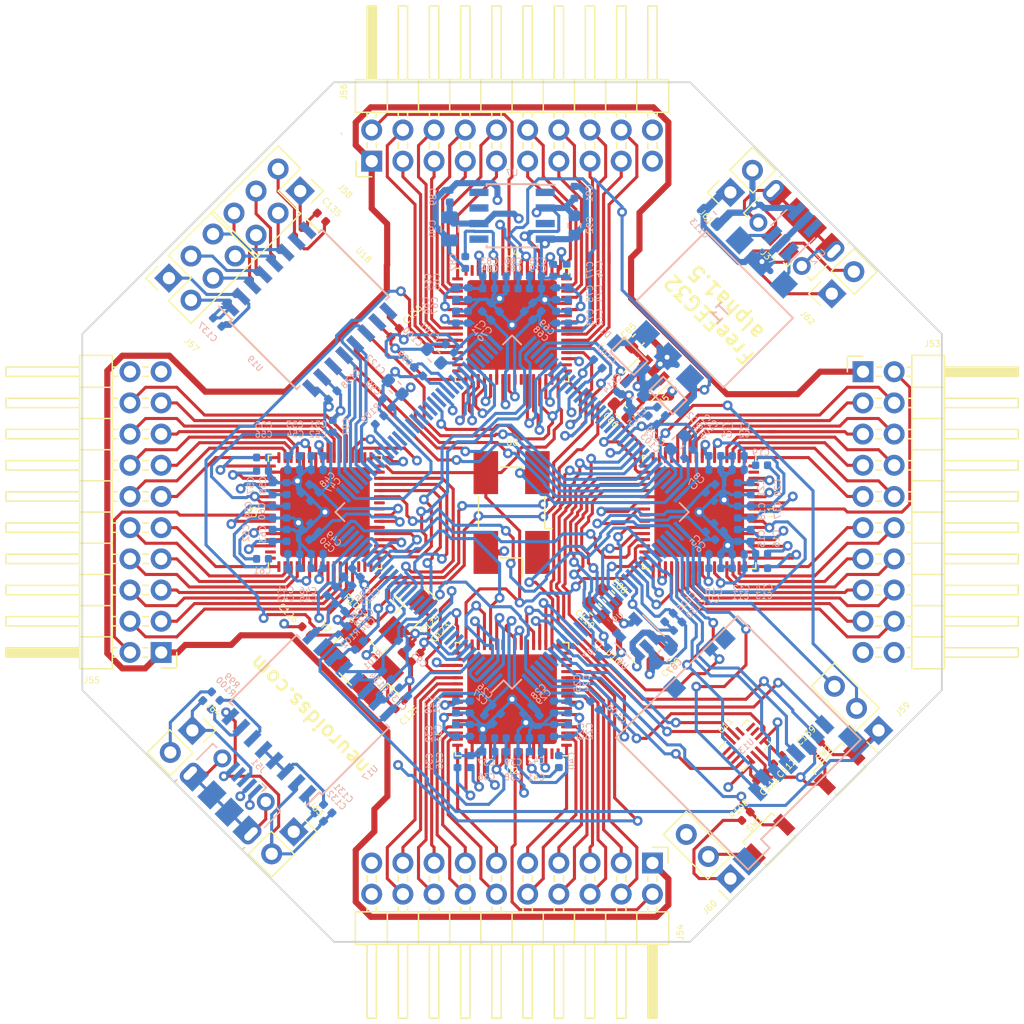
<source format=kicad_pcb>
(kicad_pcb (version 20171130) (host pcbnew 5.0.2-bee76a0~70~ubuntu16.04.1)
  (layers (0 F.Cu mixed) (1 In1.Cu.VCC mixed) (2 In2.Cu.GND mixed) (31 B.Cu mixed) (34 B.Paste user) (35 F.Paste user) (36 B.SilkS user) (37 F.SilkS user) (38 B.Mask user) (39 F.Mask user) (44 Edge.Cuts user))
  (net 0 "")
  (net 1 "Net-(D1-Pad2)")
  (net 2 "Net-(D2-Pad2)")
  (net 3 "Net-(T1-Pad1)")
  (net 4 "Net-(T1-Pad4)")
  (net 5 "Net-(U12-Pad6)")
  (net 6 /ADC1/49_REF_OUT)
  (net 7 /ADC1/51_AREG2CAP)
  (net 8 /ADC1/59_AREG1CAP)
  (net 9 /ADC2/49_REF_OUT)
  (net 10 /ADC2/51_AREG2CAP)
  (net 11 /ADC2/59_AREG1CAP)
  (net 12 /ADC3/49_REF_OUT)
  (net 13 /ADC3/51_AREG2CAP)
  (net 14 /ADC3/59_AREG1CAP)
  (net 15 /ADC4/49_REF_OUT)
  (net 16 /ADC4/51_AREG2CAP)
  (net 17 /ADC4/59_AREG1CAP)
  (net 18 /MCU/71_VCAP_1)
  (net 19 /MCU/106_VCAP_2)
  (net 20 /ADC1/2_AIN0+)
  (net 21 /ADC1/1_AIN0-)
  (net 22 /ADC1/4_AIN1+)
  (net 23 /ADC1/3_AIN1-)
  (net 24 /ADC1/10_AIN2+)
  (net 25 /ADC1/9_AIN2-)
  (net 26 /ADC1/12_AIN3+)
  (net 27 /ADC1/11_AIN3-)
  (net 28 /ADC1/16_MODE3_ALERT)
  (net 29 /ADC1/15_MODE2_GPIO2)
  (net 30 /ADC1/38_AIN7-)
  (net 31 /ADC1/37_AIN7+)
  (net 32 /ADC1/40_AIN6-)
  (net 33 /ADC1/39_AIN6+)
  (net 34 /ADC1/46_AIN5-)
  (net 35 /ADC1/45_AIN5+)
  (net 36 /ADC1/48_AIN4-)
  (net 37 /ADC1/47_AIN4+)
  (net 38 /ADC1/57_VCM)
  (net 39 /ADC1/64_AUXAIN-)
  (net 40 /ADC1/63_AUXAIN+)
  (net 41 /ADC2/2_AIN0+)
  (net 42 /ADC2/1_AIN0-)
  (net 43 /ADC2/4_AIN1+)
  (net 44 /ADC2/3_AIN1-)
  (net 45 /ADC2/10_AIN2+)
  (net 46 /ADC2/9_AIN2-)
  (net 47 /ADC2/12_AIN3+)
  (net 48 /ADC2/11_AIN3-)
  (net 49 /ADC2/16_MODE3_ALERT)
  (net 50 /ADC2/15_MODE2_GPIO2)
  (net 51 /ADC2/38_AIN7-)
  (net 52 /ADC2/37_AIN7+)
  (net 53 /ADC2/40_AIN6-)
  (net 54 /ADC2/39_AIN6+)
  (net 55 /ADC2/46_AIN5-)
  (net 56 /ADC2/45_AIN5+)
  (net 57 /ADC2/48_AIN4-)
  (net 58 /ADC2/47_AIN4+)
  (net 59 /ADC2/57_VCM)
  (net 60 /ADC2/64_AUXAIN-)
  (net 61 /ADC2/63_AUXAIN+)
  (net 62 /ADC3/2_AIN0+)
  (net 63 /ADC3/1_AIN0-)
  (net 64 /ADC3/4_AIN1+)
  (net 65 /ADC3/3_AIN1-)
  (net 66 /ADC3/10_AIN2+)
  (net 67 /ADC3/9_AIN2-)
  (net 68 /ADC3/12_AIN3+)
  (net 69 /ADC3/11_AIN3-)
  (net 70 /ADC3/16_MODE3_ALERT)
  (net 71 /ADC3/15_MODE2_GPIO2)
  (net 72 /ADC3/38_AIN7-)
  (net 73 /ADC3/37_AIN7+)
  (net 74 /ADC3/40_AIN6-)
  (net 75 /ADC3/39_AIN6+)
  (net 76 /ADC3/46_AIN5-)
  (net 77 /ADC3/45_AIN5+)
  (net 78 /ADC3/48_AIN4-)
  (net 79 /ADC3/47_AIN4+)
  (net 80 /ADC3/57_VCM)
  (net 81 /ADC3/64_AUXAIN-)
  (net 82 /ADC3/63_AUXAIN+)
  (net 83 /ADC4/16_MODE3_ALERT)
  (net 84 /ADC4/15_MODE2_GPIO2)
  (net 85 /ADC4/38_AIN7-)
  (net 86 /ADC4/37_AIN7+)
  (net 87 /ADC4/40_AIN6-)
  (net 88 /ADC4/39_AIN6+)
  (net 89 /ADC4/46_AIN5-)
  (net 90 /ADC4/45_AIN5+)
  (net 91 /ADC4/48_AIN4-)
  (net 92 /ADC4/47_AIN4+)
  (net 93 /ADC4/57_VCM)
  (net 94 /ADC4/64_AUXAIN-)
  (net 95 /ADC4/63_AUXAIN+)
  (net 96 /AVDD/4_NC)
  (net 97 /IOVDD/4_NC)
  (net 98 /REF/3_NC)
  (net 99 /REF/1_NC)
  (net 100 /REF/8_TP)
  (net 101 /REF/7_NC)
  (net 102 /REF/5_NC)
  (net 103 /CRYSTAL/1_NC)
  (net 104 /MCU/35_PA1)
  (net 105 /MCU/23_PH0)
  (net 106 /MCU/24_PH1)
  (net 107 /MCU/22_PF10)
  (net 108 /MCU/11_PF1)
  (net 109 /MCU/9_PC15)
  (net 110 /MCU/10_PF0)
  (net 111 /MCU/7_PC13)
  (net 112 /MCU/8_PC14)
  (net 113 /MCU/37_PA3)
  (net 114 /MCU/44_PC4)
  (net 115 /MCU/45_PC5)
  (net 116 /MCU/50_PF12)
  (net 117 /MCU/54_PF14)
  (net 118 /MCU/53_PF13)
  (net 119 /MCU/56_PG0)
  (net 120 /MCU/55_PF15)
  (net 121 /MCU/57_PG1)
  (net 122 /MCU/59_PE8)
  (net 123 /MCU/63_PE10)
  (net 124 /MCU/68_PE15)
  (net 125 /MCU/77_PD8)
  (net 126 /MCU/79_PD10)
  (net 127 /MCU/86_PD15)
  (net 128 /MCU/85_PD14)
  (net 129 /MCU/90_PG5)
  (net 130 /MCU/89_PG4)
  (net 131 /MCU/92_PG7)
  (net 132 /MCU/91_PG6)
  (net 133 /MCU/139_PB8)
  (net 134 /MCU/132_PG15)
  (net 135 /MCU/114_PD0)
  (net 136 /VDD/4_NC)
  (net 137 /ACCEL&GYRO/3_SCx)
  (net 138 /ACCEL&GYRO/2_SDx)
  (net 139 /ACCEL&GYRO/10_NC)
  (net 140 /ACCEL&GYRO/11_NC)
  (net 141 "Net-(C126-Pad1)")
  (net 142 /MCU/19_PF7)
  (net 143 ADC1_24_IOVDD)
  (net 144 ADC1_23_DREGCAP)
  (net 145 ADC1_41_REF2+)
  (net 146 ADC1_43_AVDD1B)
  (net 147 ADC2_23_DREGCAP)
  (net 148 ADC3_23_DREGCAP)
  (net 149 ADC4_23_DREGCAP)
  (net 150 AVDD_1_IN)
  (net 151 ACC_6_GND)
  (net 152 ACC_5_VDDIO)
  (net 153 ISO_USB_2_GND1)
  (net 154 ISO_USB_3_VDD1)
  (net 155 ISO_USB_1_VBUS1)
  (net 156 ISO_UART_2_GND1)
  (net 157 ISO_UART_1_VCC1)
  (net 158 ISO_SPI_2_GND1)
  (net 159 ISO_SPI_1_VCC1)
  (net 160 ISO_USB_7_UD+)
  (net 161 ISO_USB_6_UD–)
  (net 162 ADC1_36_RESET)
  (net 163 ADC1_34_SYNC_OUT)
  (net 164 ADC1_33_START)
  (net 165 ADC1_32_XTAL2_MCLK)
  (net 166 ADC1_30_DRDY)
  (net 167 ADC1_29_DCLK)
  (net 168 ADC1_28_DOUT0)
  (net 169 ADC1_27_DOUT1)
  (net 170 ADC1_26_DOUT2)
  (net 171 ADC1_25_DOUT3)
  (net 172 ADC1_21_DCLK0_SDO)
  (net 173 ADC1_20_DCLK1_SDI)
  (net 174 ADC1_19_DCLK2_SCLK)
  (net 175 ADC1_18_ALERT_CS)
  (net 176 ADC2_36_RESET)
  (net 177 ADC2_34_SYNC_OUT)
  (net 178 ADC2_33_START)
  (net 179 ADC2_30_DRDY)
  (net 180 ADC2_29_DCLK)
  (net 181 ADC2_28_DOUT0)
  (net 182 ADC2_27_DOUT1)
  (net 183 ADC2_26_DOUT2)
  (net 184 ADC2_25_DOUT3)
  (net 185 ADC2_21_DCLK0_SDO)
  (net 186 ADC2_20_DCLK1_SDI)
  (net 187 ADC2_19_DCLK2_SCLK)
  (net 188 ADC2_18_ALERT_CS)
  (net 189 ADC3_36_RESET)
  (net 190 ADC3_34_SYNC_OUT)
  (net 191 ADC3_33_START)
  (net 192 ADC3_30_DRDY)
  (net 193 ADC3_29_DCLK)
  (net 194 ADC3_28_DOUT0)
  (net 195 ADC3_27_DOUT1)
  (net 196 ADC3_26_DOUT2)
  (net 197 ADC3_25_DOUT3)
  (net 198 ADC3_21_DCLK0_SDO)
  (net 199 ADC3_20_DCLK1_SDI)
  (net 200 ADC3_19_DCLK2_SCLK)
  (net 201 ADC3_18_ALERT_CS)
  (net 202 ADC4_36_RESET)
  (net 203 ADC4_34_SYNC_OUT)
  (net 204 ADC4_33_START)
  (net 205 ADC4_30_DRDY)
  (net 206 ADC4_29_DCLK)
  (net 207 ADC4_28_DOUT0)
  (net 208 ADC4_27_DOUT1)
  (net 209 ADC4_26_DOUT2)
  (net 210 ADC4_25_DOUT3)
  (net 211 ADC4_21_DCLK0_SDO)
  (net 212 ADC4_20_DCLK1_SDI)
  (net 213 ADC4_19_DCLK2_SCLK)
  (net 214 ADC4_18_ALERT_CS)
  (net 215 MCU_138_BOOT0)
  (net 216 MCU_116_SDMMC1_CMD)
  (net 217 MCU_113_SDMMC1_CK)
  (net 218 MCU_112_SDMMC1_D3)
  (net 219 MCU_111_SDMMC1_D2)
  (net 220 MCU_109_SYS_JTCK-SWCLK)
  (net 221 MCU_105_SYS_JTMS-SWDIO)
  (net 222 ISO_UART_13_OUTB)
  (net 223 ISO_UART_11_IND)
  (net 224 ISO_UART_14_OUTA)
  (net 225 ISO_UART_12_INC)
  (net 226 MCU_99_SDMMC1_D1)
  (net 227 MCU_98_SDMMC1_D0)
  (net 228 MCU_97_SDMMC1_DETECT)
  (net 229 ISO_USB_10_DD+)
  (net 230 ISO_USB_11_DD–)
  (net 231 ISO_SPI_12_OUTC)
  (net 232 ISO_SPI_11_IND)
  (net 233 ISO_SPI_13_OUTB)
  (net 234 ISO_SPI_14_OUTA)
  (net 235 MCU_25_NRST)
  (net 236 ACC_9_INT2)
  (net 237 ACC_4_INT1)
  (net 238 ACC_13_SCL)
  (net 239 ACC_14_SDA)
  (net 240 ACC_12_CS)
  (net 241 ACC_1_SDO_SAO)
  (net 242 ISO_UART_3_INA)
  (net 243 ISO_UART_4_INB)
  (net 244 ISO_UART_6_OUTD)
  (net 245 ISO_UART_7_EN1)
  (net 246 ISO_UART_8_GND1)
  (net 247 ISO_UART_9_GND2)
  (net 248 ISO_UART_10_EN2)
  (net 249 ISO_SPI_3_INA)
  (net 250 ISO_SPI_4_INB)
  (net 251 ISO_SPI_5_INC)
  (net 252 ISO_SPI_6_OUTD)
  (net 253 ISO_SPI_7_EN1)
  (net 254 ISO_SPI_8_GND1)
  (net 255 ISO_SPI_9_GND2)
  (net 256 ISO_SPI_10_EN2)
  (net 257 POWER_1_GND)
  (net 258 POWER_2_VCC)
  (net 259 /USB_POWER/6_Shield)
  (net 260 USB_POWER_2_D-)
  (net 261 /USB_POWER/4_ID)
  (net 262 USB_POWER_3_D+)
  (net 263 /USB_DATA/6_Shield)
  (net 264 /USB_DATA/4_ID)
  (net 265 MCU_48_BOOT1)
  (net 266 ISO_UART_5_OUTC)
  (net 267 "Net-(R99-Pad1)")
  (net 268 "Net-(R100-Pad1)")
  (net 269 "Net-(R101-Pad2)")
  (net 270 "Net-(R102-Pad2)")
  (net 271 AINREF-)
  (net 272 /MCU/13_PF3)
  (net 273 /MCU/12_PF2)
  (net 274 ADC4_AIN0+)
  (net 275 ADC4_AIN0-)
  (net 276 ADC4_AIN1+)
  (net 277 ADC4_AIN1-)
  (net 278 ADC4_AIN2+)
  (net 279 ADC4_AIN2-)
  (net 280 ADC4_AIN3+)
  (net 281 ADC4_AIN3-)
  (net 282 ADC1_13_MODE0_GPIO0)
  (net 283 ADC2_14_MODE1_GPIO1)
  (net 284 ADC3_14_MODE1_GPIO1)
  (net 285 ADC4_14_MODE1_GPIO1)
  (net 286 /MCU/140_PB9)
  (net 287 /MCU/126_PG11)
  (net 288 /MCU/123_PD7)
  (net 289 /MCU/117_PD3)
  (net 290 /MCU/100_PA8)
  (net 291 /MCU/70_PB11)
  (net 292 /MCU/69_PB10)
  (net 293 /MCU/49_PF11)
  (net 294 /MCU/26_PC0)
  (net 295 /MCU/1_PE2)
  (module 750315371:750315371 (layer B.Cu) (at 166.51 83.49 225)
    (fp_text reference T1 (at 0 -0.499999 225) (layer B.SilkS) (effects (justify mirror)))
    (fp_text value da2303)
    (pad 7 smd rect (at 5.400001 0 225) (size 1.7 1.6) (layers B.Cu B.Paste B.Mask) (net 151 ACC_6_GND))
    (pad 8 smd rect (at 5.4 2.54 225) (size 1.7 1.6) (layers B.Cu B.Paste B.Mask) (net 1 "Net-(D1-Pad2)"))
    (pad 5 smd rect (at 5.4 -2.54 225) (size 1.7 1.6) (layers B.Cu B.Paste B.Mask) (net 2 "Net-(D2-Pad2)"))
    (pad 4 smd rect (at -5.4 -2.54 225) (size 1.7 1.6) (layers B.Cu B.Paste B.Mask) (net 4 "Net-(T1-Pad4)"))
    (pad 1 smd rect (at -5.4 2.54 225) (size 1.7 1.6) (layers B.Cu B.Paste B.Mask) (net 3 "Net-(T1-Pad1)"))
    (pad 2 smd rect (at -5.400001 0 225) (size 1.7 1.6) (layers B.Cu B.Paste B.Mask) (net 258 POWER_2_VCC))
  )
  (module Connector_PinSocket_2.54mm:PinSocket_1x02_P2.54mm_Vertical (layer F.Cu) (at 132.22 126.035 315)
    (fp_text reference J63 (at -0.035921 -2.622235 315) (layer F.SilkS) (effects (font (size 0.5 0.5) (thickness 0.075))))
    (fp_text value Conn_01x02)
    (pad 2 thru_hole oval (at 0 2.54 315) (size 1.7 1.7) (drill 1) (layers *.Cu *.Mask) (net 153 ISO_USB_2_GND1))
    (pad 1 thru_hole rect (at 0 0 315) (size 1.7 1.7) (drill 1) (layers *.Cu *.Mask) (net 155 ISO_USB_1_VBUS1))
  )
  (module Crystal:Crystal_SMD_EuroQuartz_EQ161-2Pin_3.2x1.5mm_HandSoldering (layer F.Cu) (at 141.510351 108.540449 225)
    (fp_text reference Y1 (at -0.313883 1.670328 225) (layer F.SilkS) (effects (font (size 0.5 0.5) (thickness 0.075))))
    (fp_text value 32768Hz)
    (pad 2 smd rect (at 1.625001 0 225) (size 1.75 1.8) (layers F.Cu F.Paste F.Mask) (net 109 /MCU/9_PC15))
    (pad 1 smd rect (at -1.625001 0 225) (size 1.75 1.8) (layers F.Cu F.Paste F.Mask) (net 112 /MCU/8_PC14))
  )
  (module Package_SO:SOIC-8_3.9x4.9mm_P1.27mm (layer B.Cu) (at 150 75.87 180)
    (fp_text reference U7 (at 0 3.5 180) (layer B.SilkS) (effects (font (size 0.5 0.5) (thickness 0.075)) (justify mirror)))
    (fp_text value ADR4525)
    (pad 8 smd rect (at 2.7 1.905 180) (size 1.55 0.6) (layers B.Cu B.Paste B.Mask) (net 100 /REF/8_TP))
    (pad 7 smd rect (at 2.7 0.635 180) (size 1.55 0.6) (layers B.Cu B.Paste B.Mask) (net 101 /REF/7_NC))
    (pad 6 smd rect (at 2.7 -0.635 180) (size 1.55 0.6) (layers B.Cu B.Paste B.Mask) (net 145 ADC1_41_REF2+))
    (pad 5 smd rect (at 2.7 -1.905 180) (size 1.55 0.6) (layers B.Cu B.Paste B.Mask) (net 102 /REF/5_NC))
    (pad 4 smd rect (at -2.7 -1.905 180) (size 1.55 0.6) (layers B.Cu B.Paste B.Mask) (net 151 ACC_6_GND))
    (pad 3 smd rect (at -2.7 -0.635 180) (size 1.55 0.6) (layers B.Cu B.Paste B.Mask) (net 98 /REF/3_NC))
    (pad 2 smd rect (at -2.7 0.635 180) (size 1.55 0.6) (layers B.Cu B.Paste B.Mask) (net 146 ADC1_43_AVDD1B))
    (pad 1 smd rect (at -2.7 1.905 180) (size 1.55 0.6) (layers B.Cu B.Paste B.Mask) (net 99 /REF/1_NC))
  )
  (module SOD-123:SOD−123 (layer B.Cu) (at 162.7 90.493744 315)
    (fp_text reference D2 (at 2.662862 -0.103057 315) (layer B.SilkS) (effects (font (size 0.5 0.5) (thickness 0.075)) (justify mirror)))
    (fp_text value D_Schottky)
    (pad 2 smd rect (at 1.535 0 315) (size 0.91 1.22) (layers B.Cu B.Paste B.Mask) (net 2 "Net-(D2-Pad2)"))
    (pad 1 smd rect (at -1.535 0 315) (size 0.91 1.22) (layers B.Cu B.Paste B.Mask) (net 150 AVDD_1_IN))
  )
  (module 473521001:473521001 (layer B.Cu) (at 168.365248 118.367938 225)
    (fp_text reference U13 (at 0 -1 225) (layer B.SilkS) (effects (font (size 0.5 0.5) (thickness 0.075)) (justify mirror)))
    (fp_text value 473521001)
    (pad 9 smd rect (at -3.560001 6.72 225) (size 1 0.95) (layers B.Cu B.Paste B.Mask) (net 228 MCU_97_SDMMC1_DETECT))
    (pad 8 smd rect (at -5.76 -4.26 225) (size 0.8 1.5) (layers B.Cu B.Paste B.Mask) (net 226 MCU_99_SDMMC1_D1))
    (pad 7 smd rect (at -4.66 -4.259999 225) (size 0.8 1.5) (layers B.Cu B.Paste B.Mask) (net 227 MCU_98_SDMMC1_D0))
    (pad 6 smd rect (at -3.56 -4.46 225) (size 0.8 1.5) (layers B.Cu B.Paste B.Mask) (net 151 ACC_6_GND))
    (pad 5 smd rect (at -2.46 -4.26 225) (size 0.8 1.5) (layers B.Cu B.Paste B.Mask) (net 217 MCU_113_SDMMC1_CK))
    (pad 4 smd rect (at -1.36 -4.46 225) (size 0.8 1.5) (layers B.Cu B.Paste B.Mask) (net 152 ACC_5_VDDIO))
    (pad 3 smd rect (at -0.26 -4.26 225) (size 0.8 1.5) (layers B.Cu B.Paste B.Mask) (net 216 MCU_116_SDMMC1_CMD))
    (pad 2 smd rect (at 0.84 -3.86 225) (size 0.8 1.5) (layers B.Cu B.Paste B.Mask) (net 218 MCU_112_SDMMC1_D3))
    (pad 1 smd rect (at 1.94 -4.26 225) (size 0.8 1.5) (layers B.Cu B.Paste B.Mask) (net 219 MCU_111_SDMMC1_D2))
    (pad "" smd rect (at -4.95 6.500001 225) (size 1.3 1.4) (layers B.Cu B.Paste B.Mask))
    (pad "" smd rect (at 0.75 6.5 225) (size 1.3 1.4) (layers B.Cu B.Paste B.Mask))
    (pad "" smd rect (at -6.55 -6.650001 225) (size 1.4 1.9) (layers B.Cu B.Paste B.Mask))
    (pad "" smd rect (at 6.6 -7.65 225) (size 1.4 1.9) (layers B.Cu B.Paste B.Mask))
  )
  (module Connector_PinSocket_2.54mm:PinSocket_2x03_P2.54mm_Vertical (layer F.Cu) (at 132.746051 73.856051 315)
    (fp_text reference J58 (at 2.596707 -2.586314 315) (layer F.SilkS) (effects (font (size 0.5 0.5) (thickness 0.075))))
    (fp_text value Conn_02x03_Odd_Even)
    (pad 6 thru_hole oval (at -2.54 5.08 315) (size 1.7 1.7) (drill 1) (layers *.Cu *.Mask) (net 244 ISO_UART_6_OUTD))
    (pad 5 thru_hole oval (at 0 5.079999 315) (size 1.7 1.7) (drill 1) (layers *.Cu *.Mask) (net 266 ISO_UART_5_OUTC))
    (pad 4 thru_hole oval (at -2.54 2.54 315) (size 1.7 1.7) (drill 1) (layers *.Cu *.Mask) (net 243 ISO_UART_4_INB))
    (pad 3 thru_hole oval (at 0 2.54 315) (size 1.7 1.7) (drill 1) (layers *.Cu *.Mask) (net 242 ISO_UART_3_INA))
    (pad 2 thru_hole oval (at -2.54 0 315) (size 1.7 1.7) (drill 1) (layers *.Cu *.Mask) (net 156 ISO_UART_2_GND1))
    (pad 1 thru_hole rect (at 0 0 315) (size 1.7 1.7) (drill 1) (layers *.Cu *.Mask) (net 157 ISO_UART_1_VCC1))
  )
  (module Connector_PinSocket_2.54mm:PinSocket_2x03_P2.54mm_Vertical (layer F.Cu) (at 122.06 80.95 135)
    (fp_text reference J57 (at -5.154667 -2.532432 135) (layer F.SilkS) (effects (font (size 0.5 0.5) (thickness 0.075))))
    (fp_text value Conn_02x03_Odd_Even)
    (pad 6 thru_hole oval (at -2.54 5.08 135) (size 1.7 1.7) (drill 1) (layers *.Cu *.Mask) (net 251 ISO_SPI_5_INC))
    (pad 5 thru_hole oval (at 0 5.079999 135) (size 1.7 1.7) (drill 1) (layers *.Cu *.Mask) (net 252 ISO_SPI_6_OUTD))
    (pad 4 thru_hole oval (at -2.54 2.54 135) (size 1.7 1.7) (drill 1) (layers *.Cu *.Mask) (net 249 ISO_SPI_3_INA))
    (pad 3 thru_hole oval (at 0 2.54 135) (size 1.7 1.7) (drill 1) (layers *.Cu *.Mask) (net 250 ISO_SPI_4_INB))
    (pad 2 thru_hole oval (at -2.54 0 135) (size 1.7 1.7) (drill 1) (layers *.Cu *.Mask) (net 159 ISO_SPI_1_VCC1))
    (pad 1 thru_hole rect (at 0 0 135) (size 1.7 1.7) (drill 1) (layers *.Cu *.Mask) (net 158 ISO_SPI_2_GND1))
  )
  (module Connector_USB:USB_Micro-B_Molex-105017-0001 (layer B.Cu) (at 127.14 122.86 135)
    (fp_text reference J51 (at 0 3.1125 135) (layer B.SilkS) (effects (font (size 0.5 0.5) (thickness 0.075)) (justify mirror)))
    (fp_text value USB_B_Micro)
    (pad 6 smd rect (at -2.9 -1.2375 135) (size 1.2 1.9) (layers B.Cu B.Mask) (net 263 /USB_DATA/6_Shield))
    (pad 6 smd rect (at 2.9 -1.2375 135) (size 1.2 1.9) (layers B.Cu B.Mask) (net 263 /USB_DATA/6_Shield))
    (pad 6 thru_hole oval (at 3.5 -1.2375 135) (size 1.2 1.9) (drill oval 0.6 1.3) (layers *.Cu *.Mask) (net 263 /USB_DATA/6_Shield))
    (pad 6 thru_hole oval (at -3.5 -1.2375 315) (size 1.2 1.9) (drill oval 0.6 1.3) (layers *.Cu *.Mask) (net 263 /USB_DATA/6_Shield))
    (pad 6 smd rect (at -1 -1.2375 135) (size 1.5 1.9) (layers B.Cu B.Paste B.Mask) (net 263 /USB_DATA/6_Shield))
    (pad 6 thru_hole circle (at 2.5 1.4625 135) (size 1.45 1.45) (drill 0.85) (layers *.Cu *.Mask) (net 263 /USB_DATA/6_Shield))
    (pad 3 smd rect (at 0 1.4625 135) (size 0.4 1.35) (layers B.Cu B.Paste B.Mask) (net 160 ISO_USB_7_UD+))
    (pad 4 smd rect (at 0.65 1.4625 135) (size 0.4 1.35) (layers B.Cu B.Paste B.Mask) (net 264 /USB_DATA/4_ID))
    (pad 5 smd rect (at 1.3 1.4625 135) (size 0.4 1.35) (layers B.Cu B.Paste B.Mask) (net 153 ISO_USB_2_GND1))
    (pad 1 smd rect (at -1.3 1.4625 135) (size 0.4 1.35) (layers B.Cu B.Paste B.Mask) (net 155 ISO_USB_1_VBUS1))
    (pad 2 smd rect (at -0.65 1.4625 135) (size 0.4 1.35) (layers B.Cu B.Paste B.Mask) (net 161 ISO_USB_6_UD–))
    (pad 6 thru_hole circle (at -2.5 1.4625 135) (size 1.45 1.45) (drill 0.85) (layers *.Cu *.Mask) (net 263 /USB_DATA/6_Shield))
    (pad 6 smd rect (at 1 -1.2375 135) (size 1.5 1.9) (layers B.Cu B.Paste B.Mask) (net 263 /USB_DATA/6_Shield))
  )
  (module Connector_USB:USB_Micro-B_Molex-105017-0001 (layer F.Cu) (at 172.86 77.158744 135)
    (fp_text reference J37 (at -0.022667 -2.896349 135) (layer F.SilkS) (effects (font (size 0.5 0.5) (thickness 0.075))))
    (fp_text value USB_B_Micro)
    (pad 6 smd rect (at -2.9 1.2375 135) (size 1.2 1.9) (layers F.Cu F.Mask) (net 259 /USB_POWER/6_Shield))
    (pad 6 smd rect (at 2.9 1.2375 135) (size 1.2 1.9) (layers F.Cu F.Mask) (net 259 /USB_POWER/6_Shield))
    (pad 6 thru_hole oval (at 3.5 1.2375 135) (size 1.2 1.9) (drill oval 0.6 1.3) (layers *.Cu *.Mask) (net 259 /USB_POWER/6_Shield))
    (pad 6 thru_hole oval (at -3.5 1.2375 315) (size 1.2 1.9) (drill oval 0.6 1.3) (layers *.Cu *.Mask) (net 259 /USB_POWER/6_Shield))
    (pad 6 smd rect (at -1 1.2375 135) (size 1.5 1.9) (layers F.Cu F.Paste F.Mask) (net 259 /USB_POWER/6_Shield))
    (pad 6 thru_hole circle (at 2.5 -1.4625 135) (size 1.45 1.45) (drill 0.85) (layers *.Cu *.Mask) (net 259 /USB_POWER/6_Shield))
    (pad 3 smd rect (at 0 -1.4625 135) (size 0.4 1.35) (layers F.Cu F.Paste F.Mask) (net 262 USB_POWER_3_D+))
    (pad 4 smd rect (at 0.65 -1.4625 135) (size 0.4 1.35) (layers F.Cu F.Paste F.Mask) (net 261 /USB_POWER/4_ID))
    (pad 5 smd rect (at 1.3 -1.4625 135) (size 0.4 1.35) (layers F.Cu F.Paste F.Mask) (net 257 POWER_1_GND))
    (pad 1 smd rect (at -1.3 -1.4625 135) (size 0.4 1.35) (layers F.Cu F.Paste F.Mask) (net 258 POWER_2_VCC))
    (pad 2 smd rect (at -0.65 -1.4625 135) (size 0.4 1.35) (layers F.Cu F.Paste F.Mask) (net 260 USB_POWER_2_D-))
    (pad 6 thru_hole circle (at -2.5 -1.4625 135) (size 1.45 1.45) (drill 0.85) (layers *.Cu *.Mask) (net 259 /USB_POWER/6_Shield))
    (pad 6 smd rect (at 1 1.2375 135) (size 1.5 1.9) (layers F.Cu F.Paste F.Mask) (net 259 /USB_POWER/6_Shield))
  )
  (module Capacitor_SMD:C_0603_1608Metric (layer B.Cu) (at 163.498952 94.348881 45)
    (fp_text reference C104 (at 2.479632 0.305871 45) (layer B.SilkS) (effects (font (size 0.5 0.5) (thickness 0.075)) (justify mirror)))
    (fp_text value 2.2u)
    (pad 2 smd roundrect (at 0.787501 0 45) (size 0.875 0.95) (layers B.Cu B.Paste B.Mask) (net 151 ACC_6_GND))
    (pad 1 smd roundrect (at -0.787501 0 45) (size 0.875 0.95) (layers B.Cu B.Paste B.Mask) (net 19 /MCU/106_VCAP_2))
  )
  (module Package_DFN_QFN:QFN-64-1EP_9x9mm_P0.5mm_EP7.3x7.3mm (layer F.Cu) (at 165.24 100 270)
    (fp_text reference U1 (at 0 -5.82 270) (layer F.SilkS) (effects (font (size 0.5 0.5) (thickness 0.075))))
    (fp_text value AD7779)
    (pad 64 smd roundrect (at -3.75 -4.4375 270) (size 0.25 0.875) (layers F.Cu F.Paste F.Mask) (net 39 /ADC1/64_AUXAIN-))
    (pad 63 smd roundrect (at -3.25 -4.4375 270) (size 0.25 0.875) (layers F.Cu F.Paste F.Mask) (net 40 /ADC1/63_AUXAIN+))
    (pad 62 smd roundrect (at -2.75 -4.4375 270) (size 0.25 0.875) (layers F.Cu F.Paste F.Mask) (net 146 ADC1_43_AVDD1B))
    (pad 61 smd roundrect (at -2.25 -4.4375 270) (size 0.25 0.875) (layers F.Cu F.Paste F.Mask) (net 151 ACC_6_GND))
    (pad 60 smd roundrect (at -1.75 -4.4375 270) (size 0.25 0.875) (layers F.Cu F.Paste F.Mask) (net 151 ACC_6_GND))
    (pad 59 smd roundrect (at -1.25 -4.4375 270) (size 0.25 0.875) (layers F.Cu F.Paste F.Mask) (net 8 /ADC1/59_AREG1CAP))
    (pad 58 smd roundrect (at -0.75 -4.4375 270) (size 0.25 0.875) (layers F.Cu F.Paste F.Mask) (net 146 ADC1_43_AVDD1B))
    (pad 57 smd roundrect (at -0.25 -4.4375 270) (size 0.25 0.875) (layers F.Cu F.Paste F.Mask) (net 38 /ADC1/57_VCM))
    (pad 56 smd roundrect (at 0.25 -4.4375 270) (size 0.25 0.875) (layers F.Cu F.Paste F.Mask) (net 151 ACC_6_GND))
    (pad 55 smd roundrect (at 0.75 -4.4375 270) (size 0.25 0.875) (layers F.Cu F.Paste F.Mask) (net 143 ADC1_24_IOVDD))
    (pad 54 smd roundrect (at 1.25 -4.4375 270) (size 0.25 0.875) (layers F.Cu F.Paste F.Mask) (net 143 ADC1_24_IOVDD))
    (pad 53 smd roundrect (at 1.75 -4.4375 270) (size 0.25 0.875) (layers F.Cu F.Paste F.Mask) (net 151 ACC_6_GND))
    (pad 52 smd roundrect (at 2.25 -4.4375 270) (size 0.25 0.875) (layers F.Cu F.Paste F.Mask) (net 146 ADC1_43_AVDD1B))
    (pad 51 smd roundrect (at 2.75 -4.4375 270) (size 0.25 0.875) (layers F.Cu F.Paste F.Mask) (net 7 /ADC1/51_AREG2CAP))
    (pad 50 smd roundrect (at 3.25 -4.4375 270) (size 0.25 0.875) (layers F.Cu F.Paste F.Mask) (net 151 ACC_6_GND))
    (pad 49 smd roundrect (at 3.75 -4.4375 270) (size 0.25 0.875) (layers F.Cu F.Paste F.Mask) (net 6 /ADC1/49_REF_OUT))
    (pad 48 smd roundrect (at 4.4375 -3.75 270) (size 0.875 0.25) (layers F.Cu F.Paste F.Mask) (net 36 /ADC1/48_AIN4-))
    (pad 47 smd roundrect (at 4.4375 -3.25 270) (size 0.875 0.25) (layers F.Cu F.Paste F.Mask) (net 37 /ADC1/47_AIN4+))
    (pad 46 smd roundrect (at 4.4375 -2.75 270) (size 0.875 0.25) (layers F.Cu F.Paste F.Mask) (net 34 /ADC1/46_AIN5-))
    (pad 45 smd roundrect (at 4.4375 -2.25 270) (size 0.875 0.25) (layers F.Cu F.Paste F.Mask) (net 35 /ADC1/45_AIN5+))
    (pad 44 smd roundrect (at 4.4375 -1.75 270) (size 0.875 0.25) (layers F.Cu F.Paste F.Mask) (net 151 ACC_6_GND))
    (pad 43 smd roundrect (at 4.4375 -1.25 270) (size 0.875 0.25) (layers F.Cu F.Paste F.Mask) (net 146 ADC1_43_AVDD1B))
    (pad 42 smd roundrect (at 4.4375 -0.75 270) (size 0.875 0.25) (layers F.Cu F.Paste F.Mask) (net 151 ACC_6_GND))
    (pad 41 smd roundrect (at 4.4375 -0.25 270) (size 0.875 0.25) (layers F.Cu F.Paste F.Mask) (net 145 ADC1_41_REF2+))
    (pad 40 smd roundrect (at 4.4375 0.25 270) (size 0.875 0.25) (layers F.Cu F.Paste F.Mask) (net 32 /ADC1/40_AIN6-))
    (pad 39 smd roundrect (at 4.4375 0.75 270) (size 0.875 0.25) (layers F.Cu F.Paste F.Mask) (net 33 /ADC1/39_AIN6+))
    (pad 38 smd roundrect (at 4.4375 1.25 270) (size 0.875 0.25) (layers F.Cu F.Paste F.Mask) (net 30 /ADC1/38_AIN7-))
    (pad 37 smd roundrect (at 4.4375 1.75 270) (size 0.875 0.25) (layers F.Cu F.Paste F.Mask) (net 31 /ADC1/37_AIN7+))
    (pad 36 smd roundrect (at 4.4375 2.25 270) (size 0.875 0.25) (layers F.Cu F.Paste F.Mask) (net 162 ADC1_36_RESET))
    (pad 35 smd roundrect (at 4.4375 2.75 270) (size 0.875 0.25) (layers F.Cu F.Paste F.Mask) (net 163 ADC1_34_SYNC_OUT))
    (pad 34 smd roundrect (at 4.4375 3.25 270) (size 0.875 0.25) (layers F.Cu F.Paste F.Mask) (net 163 ADC1_34_SYNC_OUT))
    (pad 33 smd roundrect (at 4.4375 3.75 270) (size 0.875 0.25) (layers F.Cu F.Paste F.Mask) (net 164 ADC1_33_START))
    (pad 32 smd roundrect (at 3.75 4.4375 270) (size 0.25 0.875) (layers F.Cu F.Paste F.Mask) (net 165 ADC1_32_XTAL2_MCLK))
    (pad 31 smd roundrect (at 3.25 4.4375 270) (size 0.25 0.875) (layers F.Cu F.Paste F.Mask) (net 151 ACC_6_GND))
    (pad 30 smd roundrect (at 2.75 4.4375 270) (size 0.25 0.875) (layers F.Cu F.Paste F.Mask) (net 166 ADC1_30_DRDY))
    (pad 29 smd roundrect (at 2.25 4.4375 270) (size 0.25 0.875) (layers F.Cu F.Paste F.Mask) (net 167 ADC1_29_DCLK))
    (pad 28 smd roundrect (at 1.75 4.4375 270) (size 0.25 0.875) (layers F.Cu F.Paste F.Mask) (net 168 ADC1_28_DOUT0))
    (pad 27 smd roundrect (at 1.25 4.4375 270) (size 0.25 0.875) (layers F.Cu F.Paste F.Mask) (net 169 ADC1_27_DOUT1))
    (pad 26 smd roundrect (at 0.75 4.4375 270) (size 0.25 0.875) (layers F.Cu F.Paste F.Mask) (net 170 ADC1_26_DOUT2))
    (pad 25 smd roundrect (at 0.25 4.4375 270) (size 0.25 0.875) (layers F.Cu F.Paste F.Mask) (net 171 ADC1_25_DOUT3))
    (pad 24 smd roundrect (at -0.25 4.4375 270) (size 0.25 0.875) (layers F.Cu F.Paste F.Mask) (net 143 ADC1_24_IOVDD))
    (pad 23 smd roundrect (at -0.75 4.4375 270) (size 0.25 0.875) (layers F.Cu F.Paste F.Mask) (net 144 ADC1_23_DREGCAP))
    (pad 22 smd roundrect (at -1.25 4.4375 270) (size 0.25 0.875) (layers F.Cu F.Paste F.Mask) (net 151 ACC_6_GND))
    (pad 21 smd roundrect (at -1.75 4.4375 270) (size 0.25 0.875) (layers F.Cu F.Paste F.Mask) (net 172 ADC1_21_DCLK0_SDO))
    (pad 20 smd roundrect (at -2.25 4.4375 270) (size 0.25 0.875) (layers F.Cu F.Paste F.Mask) (net 173 ADC1_20_DCLK1_SDI))
    (pad 19 smd roundrect (at -2.75 4.4375 270) (size 0.25 0.875) (layers F.Cu F.Paste F.Mask) (net 174 ADC1_19_DCLK2_SCLK))
    (pad 18 smd roundrect (at -3.25 4.4375 270) (size 0.25 0.875) (layers F.Cu F.Paste F.Mask) (net 175 ADC1_18_ALERT_CS))
    (pad 17 smd roundrect (at -3.75 4.4375 270) (size 0.25 0.875) (layers F.Cu F.Paste F.Mask) (net 151 ACC_6_GND))
    (pad 16 smd roundrect (at -4.4375 3.75 270) (size 0.875 0.25) (layers F.Cu F.Paste F.Mask) (net 28 /ADC1/16_MODE3_ALERT))
    (pad 15 smd roundrect (at -4.4375 3.25 270) (size 0.875 0.25) (layers F.Cu F.Paste F.Mask) (net 29 /ADC1/15_MODE2_GPIO2))
    (pad 14 smd roundrect (at -4.4375 2.75 270) (size 0.875 0.25) (layers F.Cu F.Paste F.Mask) (net 282 ADC1_13_MODE0_GPIO0))
    (pad 13 smd roundrect (at -4.4375 2.25 270) (size 0.875 0.25) (layers F.Cu F.Paste F.Mask) (net 282 ADC1_13_MODE0_GPIO0))
    (pad 12 smd roundrect (at -4.4375 1.75 270) (size 0.875 0.25) (layers F.Cu F.Paste F.Mask) (net 26 /ADC1/12_AIN3+))
    (pad 11 smd roundrect (at -4.4375 1.25 270) (size 0.875 0.25) (layers F.Cu F.Paste F.Mask) (net 27 /ADC1/11_AIN3-))
    (pad 10 smd roundrect (at -4.4375 0.75 270) (size 0.875 0.25) (layers F.Cu F.Paste F.Mask) (net 24 /ADC1/10_AIN2+))
    (pad 9 smd roundrect (at -4.4375 0.25 270) (size 0.875 0.25) (layers F.Cu F.Paste F.Mask) (net 25 /ADC1/9_AIN2-))
    (pad 8 smd roundrect (at -4.4375 -0.25 270) (size 0.875 0.25) (layers F.Cu F.Paste F.Mask) (net 145 ADC1_41_REF2+))
    (pad 7 smd roundrect (at -4.4375 -0.75 270) (size 0.875 0.25) (layers F.Cu F.Paste F.Mask) (net 151 ACC_6_GND))
    (pad 6 smd roundrect (at -4.4375 -1.25 270) (size 0.875 0.25) (layers F.Cu F.Paste F.Mask) (net 146 ADC1_43_AVDD1B))
    (pad 5 smd roundrect (at -4.4375 -1.75 270) (size 0.875 0.25) (layers F.Cu F.Paste F.Mask) (net 151 ACC_6_GND))
    (pad 4 smd roundrect (at -4.4375 -2.25 270) (size 0.875 0.25) (layers F.Cu F.Paste F.Mask) (net 22 /ADC1/4_AIN1+))
    (pad 3 smd roundrect (at -4.4375 -2.75 270) (size 0.875 0.25) (layers F.Cu F.Paste F.Mask) (net 23 /ADC1/3_AIN1-))
    (pad 2 smd roundrect (at -4.4375 -3.25 270) (size 0.875 0.25) (layers F.Cu F.Paste F.Mask) (net 20 /ADC1/2_AIN0+))
    (pad 1 smd roundrect (at -4.4375 -3.75 270) (size 0.875 0.25) (layers F.Cu F.Paste F.Mask) (net 21 /ADC1/1_AIN0-))
    (pad 65 smd roundrect (at 0 0 270) (size 7.3 7.3) (layers F.Cu F.Mask) (roundrect_rratio 0.034247) (net 151 ACC_6_GND))
  )
  (module Package_SO:SOIC-16W_7.5x10.3mm_P1.27mm (layer B.Cu) (at 133.49 116.51 45)
    (fp_text reference U17 (at 0.143684 6.860916 45) (layer B.SilkS) (effects (font (size 0.5 0.5) (thickness 0.075)) (justify mirror)))
    (fp_text value ADuM3160)
    (pad 1 smd rect (at -4.65 4.445 45) (size 1.5 0.6) (layers B.Cu B.Paste B.Mask) (net 155 ISO_USB_1_VBUS1))
    (pad 2 smd rect (at -4.650001 3.175 45) (size 1.5 0.6) (layers B.Cu B.Paste B.Mask) (net 153 ISO_USB_2_GND1))
    (pad 3 smd rect (at -4.65 1.905 45) (size 1.5 0.6) (layers B.Cu B.Paste B.Mask) (net 154 ISO_USB_3_VDD1))
    (pad 4 smd rect (at -4.65 0.635 45) (size 1.5 0.6) (layers B.Cu B.Paste B.Mask) (net 154 ISO_USB_3_VDD1))
    (pad 5 smd rect (at -4.65 -0.635 45) (size 1.5 0.6) (layers B.Cu B.Paste B.Mask) (net 154 ISO_USB_3_VDD1))
    (pad 6 smd rect (at -4.65 -1.905 45) (size 1.5 0.6) (layers B.Cu B.Paste B.Mask) (net 267 "Net-(R99-Pad1)"))
    (pad 7 smd rect (at -4.650001 -3.175 45) (size 1.5 0.6) (layers B.Cu B.Paste B.Mask) (net 268 "Net-(R100-Pad1)"))
    (pad 8 smd rect (at -4.65 -4.445 45) (size 1.5 0.6) (layers B.Cu B.Paste B.Mask) (net 153 ISO_USB_2_GND1))
    (pad 9 smd rect (at 4.65 -4.445 45) (size 1.5 0.6) (layers B.Cu B.Paste B.Mask) (net 151 ACC_6_GND))
    (pad 10 smd rect (at 4.650001 -3.175 45) (size 1.5 0.6) (layers B.Cu B.Paste B.Mask) (net 270 "Net-(R102-Pad2)"))
    (pad 11 smd rect (at 4.65 -1.905 45) (size 1.5 0.6) (layers B.Cu B.Paste B.Mask) (net 269 "Net-(R101-Pad2)"))
    (pad 12 smd rect (at 4.65 -0.635 45) (size 1.5 0.6) (layers B.Cu B.Paste B.Mask) (net 152 ACC_5_VDDIO))
    (pad 13 smd rect (at 4.65 0.635 45) (size 1.5 0.6) (layers B.Cu B.Paste B.Mask) (net 152 ACC_5_VDDIO))
    (pad 14 smd rect (at 4.65 1.905 45) (size 1.5 0.6) (layers B.Cu B.Paste B.Mask) (net 152 ACC_5_VDDIO))
    (pad 15 smd rect (at 4.650001 3.175 45) (size 1.5 0.6) (layers B.Cu B.Paste B.Mask) (net 151 ACC_6_GND))
    (pad 16 smd rect (at 4.65 4.445 45) (size 1.5 0.6) (layers B.Cu B.Paste B.Mask) (net 152 ACC_5_VDDIO))
  )
  (module Package_QFP:LQFP-144_20x20mm_P0.5mm (layer B.Cu) (at 150 100 45)
    (fp_text reference U9 (at 0.017961 12.159267 45) (layer B.SilkS) (effects (font (size 0.5 0.5) (thickness 0.075)) (justify mirror)))
    (fp_text value STM32F765ZITx)
    (pad 144 smd rect (at -8.75 10.7 315) (size 1.55 0.3) (layers B.Cu B.Paste B.Mask) (net 152 ACC_5_VDDIO))
    (pad 143 smd rect (at -8.25 10.700001 315) (size 1.55 0.3) (layers B.Cu B.Paste B.Mask) (net 152 ACC_5_VDDIO))
    (pad 142 smd rect (at -7.75 10.7 315) (size 1.55 0.3) (layers B.Cu B.Paste B.Mask) (net 236 ACC_9_INT2))
    (pad 141 smd rect (at -7.25 10.7 315) (size 1.55 0.3) (layers B.Cu B.Paste B.Mask) (net 237 ACC_4_INT1))
    (pad 140 smd rect (at -6.75 10.7 315) (size 1.55 0.3) (layers B.Cu B.Paste B.Mask) (net 286 /MCU/140_PB9))
    (pad 139 smd rect (at -6.25 10.7 315) (size 1.55 0.3) (layers B.Cu B.Paste B.Mask) (net 133 /MCU/139_PB8))
    (pad 138 smd rect (at -5.75 10.700001 315) (size 1.55 0.3) (layers B.Cu B.Paste B.Mask) (net 215 MCU_138_BOOT0))
    (pad 137 smd rect (at -5.25 10.7 315) (size 1.55 0.3) (layers B.Cu B.Paste B.Mask) (net 239 ACC_14_SDA))
    (pad 136 smd rect (at -4.75 10.7 315) (size 1.55 0.3) (layers B.Cu B.Paste B.Mask) (net 238 ACC_13_SCL))
    (pad 135 smd rect (at -4.25 10.7 315) (size 1.55 0.3) (layers B.Cu B.Paste B.Mask) (net 186 ADC2_20_DCLK1_SDI))
    (pad 134 smd rect (at -3.75 10.7 315) (size 1.55 0.3) (layers B.Cu B.Paste B.Mask) (net 185 ADC2_21_DCLK0_SDO))
    (pad 133 smd rect (at -3.25 10.700001 315) (size 1.55 0.3) (layers B.Cu B.Paste B.Mask) (net 187 ADC2_19_DCLK2_SCLK))
    (pad 132 smd rect (at -2.75 10.7 315) (size 1.55 0.3) (layers B.Cu B.Paste B.Mask) (net 134 /MCU/132_PG15))
    (pad 131 smd rect (at -2.25 10.7 315) (size 1.55 0.3) (layers B.Cu B.Paste B.Mask) (net 152 ACC_5_VDDIO))
    (pad 130 smd rect (at -1.749999 10.7 315) (size 1.55 0.3) (layers B.Cu B.Paste B.Mask) (net 151 ACC_6_GND))
    (pad 129 smd rect (at -1.25 10.7 315) (size 1.55 0.3) (layers B.Cu B.Paste B.Mask) (net 173 ADC1_20_DCLK1_SDI))
    (pad 128 smd rect (at -0.750001 10.7 315) (size 1.55 0.3) (layers B.Cu B.Paste B.Mask) (net 174 ADC1_19_DCLK2_SCLK))
    (pad 127 smd rect (at -0.25 10.7 315) (size 1.55 0.3) (layers B.Cu B.Paste B.Mask) (net 172 ADC1_21_DCLK0_SDO))
    (pad 126 smd rect (at 0.25 10.7 315) (size 1.55 0.3) (layers B.Cu B.Paste B.Mask) (net 287 /MCU/126_PG11))
    (pad 125 smd rect (at 0.750001 10.7 315) (size 1.55 0.3) (layers B.Cu B.Paste B.Mask) (net 168 ADC1_28_DOUT0))
    (pad 124 smd rect (at 1.25 10.7 315) (size 1.55 0.3) (layers B.Cu B.Paste B.Mask) (net 166 ADC1_30_DRDY))
    (pad 123 smd rect (at 1.749999 10.7 315) (size 1.55 0.3) (layers B.Cu B.Paste B.Mask) (net 288 /MCU/123_PD7))
    (pad 122 smd rect (at 2.25 10.7 315) (size 1.55 0.3) (layers B.Cu B.Paste B.Mask) (net 169 ADC1_27_DOUT1))
    (pad 121 smd rect (at 2.75 10.7 315) (size 1.55 0.3) (layers B.Cu B.Paste B.Mask) (net 152 ACC_5_VDDIO))
    (pad 120 smd rect (at 3.25 10.700001 315) (size 1.55 0.3) (layers B.Cu B.Paste B.Mask) (net 151 ACC_6_GND))
    (pad 119 smd rect (at 3.75 10.7 315) (size 1.55 0.3) (layers B.Cu B.Paste B.Mask) (net 162 ADC1_36_RESET))
    (pad 118 smd rect (at 4.25 10.7 315) (size 1.55 0.3) (layers B.Cu B.Paste B.Mask) (net 164 ADC1_33_START))
    (pad 117 smd rect (at 4.75 10.7 315) (size 1.55 0.3) (layers B.Cu B.Paste B.Mask) (net 289 /MCU/117_PD3))
    (pad 116 smd rect (at 5.25 10.7 315) (size 1.55 0.3) (layers B.Cu B.Paste B.Mask) (net 216 MCU_116_SDMMC1_CMD))
    (pad 115 smd rect (at 5.75 10.700001 315) (size 1.55 0.3) (layers B.Cu B.Paste B.Mask) (net 195 ADC3_27_DOUT1))
    (pad 114 smd rect (at 6.25 10.7 315) (size 1.55 0.3) (layers B.Cu B.Paste B.Mask) (net 135 /MCU/114_PD0))
    (pad 113 smd rect (at 6.75 10.7 315) (size 1.55 0.3) (layers B.Cu B.Paste B.Mask) (net 217 MCU_113_SDMMC1_CK))
    (pad 112 smd rect (at 7.25 10.7 315) (size 1.55 0.3) (layers B.Cu B.Paste B.Mask) (net 218 MCU_112_SDMMC1_D3))
    (pad 111 smd rect (at 7.75 10.7 315) (size 1.55 0.3) (layers B.Cu B.Paste B.Mask) (net 219 MCU_111_SDMMC1_D2))
    (pad 110 smd rect (at 8.25 10.700001 315) (size 1.55 0.3) (layers B.Cu B.Paste B.Mask) (net 188 ADC2_18_ALERT_CS))
    (pad 109 smd rect (at 8.75 10.7 315) (size 1.55 0.3) (layers B.Cu B.Paste B.Mask) (net 220 MCU_109_SYS_JTCK-SWCLK))
    (pad 108 smd rect (at 10.7 8.75 45) (size 1.55 0.3) (layers B.Cu B.Paste B.Mask) (net 152 ACC_5_VDDIO))
    (pad 107 smd rect (at 10.700001 8.25 45) (size 1.55 0.3) (layers B.Cu B.Paste B.Mask) (net 151 ACC_6_GND))
    (pad 106 smd rect (at 10.7 7.75 45) (size 1.55 0.3) (layers B.Cu B.Paste B.Mask) (net 19 /MCU/106_VCAP_2))
    (pad 105 smd rect (at 10.7 7.25 45) (size 1.55 0.3) (layers B.Cu B.Paste B.Mask) (net 221 MCU_105_SYS_JTMS-SWDIO))
    (pad 104 smd rect (at 10.7 6.75 45) (size 1.55 0.3) (layers B.Cu B.Paste B.Mask) (net 222 ISO_UART_13_OUTB))
    (pad 103 smd rect (at 10.7 6.25 45) (size 1.55 0.3) (layers B.Cu B.Paste B.Mask) (net 223 ISO_UART_11_IND))
    (pad 102 smd rect (at 10.700001 5.75 45) (size 1.55 0.3) (layers B.Cu B.Paste B.Mask) (net 224 ISO_UART_14_OUTA))
    (pad 101 smd rect (at 10.7 5.25 45) (size 1.55 0.3) (layers B.Cu B.Paste B.Mask) (net 225 ISO_UART_12_INC))
    (pad 100 smd rect (at 10.7 4.75 45) (size 1.55 0.3) (layers B.Cu B.Paste B.Mask) (net 290 /MCU/100_PA8))
    (pad 99 smd rect (at 10.7 4.25 45) (size 1.55 0.3) (layers B.Cu B.Paste B.Mask) (net 226 MCU_99_SDMMC1_D1))
    (pad 98 smd rect (at 10.7 3.75 45) (size 1.55 0.3) (layers B.Cu B.Paste B.Mask) (net 227 MCU_98_SDMMC1_D0))
    (pad 97 smd rect (at 10.700001 3.25 45) (size 1.55 0.3) (layers B.Cu B.Paste B.Mask) (net 228 MCU_97_SDMMC1_DETECT))
    (pad 96 smd rect (at 10.7 2.75 45) (size 1.55 0.3) (layers B.Cu B.Paste B.Mask) (net 166 ADC1_30_DRDY))
    (pad 95 smd rect (at 10.7 2.25 45) (size 1.55 0.3) (layers B.Cu B.Paste B.Mask) (net 152 ACC_5_VDDIO))
    (pad 94 smd rect (at 10.7 1.749999 45) (size 1.55 0.3) (layers B.Cu B.Paste B.Mask) (net 151 ACC_6_GND))
    (pad 93 smd rect (at 10.7 1.25 45) (size 1.55 0.3) (layers B.Cu B.Paste B.Mask) (net 175 ADC1_18_ALERT_CS))
    (pad 92 smd rect (at 10.7 0.750001 45) (size 1.55 0.3) (layers B.Cu B.Paste B.Mask) (net 131 /MCU/92_PG7))
    (pad 91 smd rect (at 10.7 0.25 45) (size 1.55 0.3) (layers B.Cu B.Paste B.Mask) (net 132 /MCU/91_PG6))
    (pad 90 smd rect (at 10.7 -0.25 45) (size 1.55 0.3) (layers B.Cu B.Paste B.Mask) (net 129 /MCU/90_PG5))
    (pad 89 smd rect (at 10.7 -0.750001 45) (size 1.55 0.3) (layers B.Cu B.Paste B.Mask) (net 130 /MCU/89_PG4))
    (pad 88 smd rect (at 10.7 -1.25 45) (size 1.55 0.3) (layers B.Cu B.Paste B.Mask) (net 202 ADC4_36_RESET))
    (pad 87 smd rect (at 10.7 -1.749999 45) (size 1.55 0.3) (layers B.Cu B.Paste B.Mask) (net 204 ADC4_33_START))
    (pad 86 smd rect (at 10.7 -2.25 45) (size 1.55 0.3) (layers B.Cu B.Paste B.Mask) (net 127 /MCU/86_PD15))
    (pad 85 smd rect (at 10.7 -2.75 45) (size 1.55 0.3) (layers B.Cu B.Paste B.Mask) (net 128 /MCU/85_PD14))
    (pad 84 smd rect (at 10.700001 -3.25 45) (size 1.55 0.3) (layers B.Cu B.Paste B.Mask) (net 152 ACC_5_VDDIO))
    (pad 83 smd rect (at 10.7 -3.75 45) (size 1.55 0.3) (layers B.Cu B.Paste B.Mask) (net 151 ACC_6_GND))
    (pad 82 smd rect (at 10.7 -4.25 45) (size 1.55 0.3) (layers B.Cu B.Paste B.Mask) (net 206 ADC4_29_DCLK))
    (pad 81 smd rect (at 10.7 -4.75 45) (size 1.55 0.3) (layers B.Cu B.Paste B.Mask) (net 205 ADC4_30_DRDY))
    (pad 80 smd rect (at 10.7 -5.25 45) (size 1.55 0.3) (layers B.Cu B.Paste B.Mask) (net 207 ADC4_28_DOUT0))
    (pad 79 smd rect (at 10.700001 -5.75 45) (size 1.55 0.3) (layers B.Cu B.Paste B.Mask) (net 126 /MCU/79_PD10))
    (pad 78 smd rect (at 10.7 -6.25 45) (size 1.55 0.3) (layers B.Cu B.Paste B.Mask) (net 208 ADC4_27_DOUT1))
    (pad 77 smd rect (at 10.7 -6.75 45) (size 1.55 0.3) (layers B.Cu B.Paste B.Mask) (net 125 /MCU/77_PD8))
    (pad 76 smd rect (at 10.7 -7.25 45) (size 1.55 0.3) (layers B.Cu B.Paste B.Mask) (net 229 ISO_USB_10_DD+))
    (pad 75 smd rect (at 10.7 -7.75 45) (size 1.55 0.3) (layers B.Cu B.Paste B.Mask) (net 230 ISO_USB_11_DD–))
    (pad 74 smd rect (at 10.700001 -8.25 45) (size 1.55 0.3) (layers B.Cu B.Paste B.Mask) (net 200 ADC3_19_DCLK2_SCLK))
    (pad 73 smd rect (at 10.7 -8.75 45) (size 1.55 0.3) (layers B.Cu B.Paste B.Mask) (net 201 ADC3_18_ALERT_CS))
    (pad 72 smd rect (at 8.75 -10.7 315) (size 1.55 0.3) (layers B.Cu B.Paste B.Mask) (net 152 ACC_5_VDDIO))
    (pad 71 smd rect (at 8.25 -10.700001 315) (size 1.55 0.3) (layers B.Cu B.Paste B.Mask) (net 18 /MCU/71_VCAP_1))
    (pad 70 smd rect (at 7.75 -10.7 315) (size 1.55 0.3) (layers B.Cu B.Paste B.Mask) (net 291 /MCU/70_PB11))
    (pad 69 smd rect (at 7.25 -10.7 315) (size 1.55 0.3) (layers B.Cu B.Paste B.Mask) (net 292 /MCU/69_PB10))
    (pad 68 smd rect (at 6.75 -10.7 315) (size 1.55 0.3) (layers B.Cu B.Paste B.Mask) (net 124 /MCU/68_PE15))
    (pad 67 smd rect (at 6.25 -10.7 315) (size 1.55 0.3) (layers B.Cu B.Paste B.Mask) (net 212 ADC4_20_DCLK1_SDI))
    (pad 66 smd rect (at 5.75 -10.700001 315) (size 1.55 0.3) (layers B.Cu B.Paste B.Mask) (net 211 ADC4_21_DCLK0_SDO))
    (pad 65 smd rect (at 5.25 -10.7 315) (size 1.55 0.3) (layers B.Cu B.Paste B.Mask) (net 213 ADC4_19_DCLK2_SCLK))
    (pad 64 smd rect (at 4.75 -10.7 315) (size 1.55 0.3) (layers B.Cu B.Paste B.Mask) (net 214 ADC4_18_ALERT_CS))
    (pad 63 smd rect (at 4.25 -10.7 315) (size 1.55 0.3) (layers B.Cu B.Paste B.Mask) (net 123 /MCU/63_PE10))
    (pad 62 smd rect (at 3.75 -10.7 315) (size 1.55 0.3) (layers B.Cu B.Paste B.Mask) (net 152 ACC_5_VDDIO))
    (pad 61 smd rect (at 3.25 -10.700001 315) (size 1.55 0.3) (layers B.Cu B.Paste B.Mask) (net 151 ACC_6_GND))
    (pad 60 smd rect (at 2.75 -10.7 315) (size 1.55 0.3) (layers B.Cu B.Paste B.Mask) (net 205 ADC4_30_DRDY))
    (pad 59 smd rect (at 2.25 -10.7 315) (size 1.55 0.3) (layers B.Cu B.Paste B.Mask) (net 122 /MCU/59_PE8))
    (pad 58 smd rect (at 1.749999 -10.7 315) (size 1.55 0.3) (layers B.Cu B.Paste B.Mask) (net 206 ADC4_29_DCLK))
    (pad 57 smd rect (at 1.25 -10.7 315) (size 1.55 0.3) (layers B.Cu B.Paste B.Mask) (net 121 /MCU/57_PG1))
    (pad 56 smd rect (at 0.750001 -10.7 315) (size 1.55 0.3) (layers B.Cu B.Paste B.Mask) (net 119 /MCU/56_PG0))
    (pad 55 smd rect (at 0.25 -10.7 315) (size 1.55 0.3) (layers B.Cu B.Paste B.Mask) (net 120 /MCU/55_PF15))
    (pad 54 smd rect (at -0.25 -10.7 315) (size 1.55 0.3) (layers B.Cu B.Paste B.Mask) (net 117 /MCU/54_PF14))
    (pad 53 smd rect (at -0.750001 -10.7 315) (size 1.55 0.3) (layers B.Cu B.Paste B.Mask) (net 118 /MCU/53_PF13))
    (pad 52 smd rect (at -1.25 -10.7 315) (size 1.55 0.3) (layers B.Cu B.Paste B.Mask) (net 152 ACC_5_VDDIO))
    (pad 51 smd rect (at -1.749999 -10.7 315) (size 1.55 0.3) (layers B.Cu B.Paste B.Mask) (net 151 ACC_6_GND))
    (pad 50 smd rect (at -2.25 -10.7 315) (size 1.55 0.3) (layers B.Cu B.Paste B.Mask) (net 116 /MCU/50_PF12))
    (pad 49 smd rect (at -2.75 -10.7 315) (size 1.55 0.3) (layers B.Cu B.Paste B.Mask) (net 293 /MCU/49_PF11))
    (pad 48 smd rect (at -3.25 -10.700001 315) (size 1.55 0.3) (layers B.Cu B.Paste B.Mask) (net 265 MCU_48_BOOT1))
    (pad 47 smd rect (at -3.75 -10.7 315) (size 1.55 0.3) (layers B.Cu B.Paste B.Mask) (net 189 ADC3_36_RESET))
    (pad 46 smd rect (at -4.25 -10.7 315) (size 1.55 0.3) (layers B.Cu B.Paste B.Mask) (net 191 ADC3_33_START))
    (pad 45 smd rect (at -4.75 -10.7 315) (size 1.55 0.3) (layers B.Cu B.Paste B.Mask) (net 115 /MCU/45_PC5))
    (pad 44 smd rect (at -5.25 -10.7 315) (size 1.55 0.3) (layers B.Cu B.Paste B.Mask) (net 114 /MCU/44_PC4))
    (pad 43 smd rect (at -5.75 -10.700001 315) (size 1.55 0.3) (layers B.Cu B.Paste B.Mask) (net 231 ISO_SPI_12_OUTC))
    (pad 42 smd rect (at -6.25 -10.7 315) (size 1.55 0.3) (layers B.Cu B.Paste B.Mask) (net 232 ISO_SPI_11_IND))
    (pad 41 smd rect (at -6.75 -10.7 315) (size 1.55 0.3) (layers B.Cu B.Paste B.Mask) (net 233 ISO_SPI_13_OUTB))
    (pad 40 smd rect (at -7.25 -10.7 315) (size 1.55 0.3) (layers B.Cu B.Paste B.Mask) (net 234 ISO_SPI_14_OUTA))
    (pad 39 smd rect (at -7.75 -10.7 315) (size 1.55 0.3) (layers B.Cu B.Paste B.Mask) (net 152 ACC_5_VDDIO))
    (pad 38 smd rect (at -8.25 -10.700001 315) (size 1.55 0.3) (layers B.Cu B.Paste B.Mask) (net 151 ACC_6_GND))
    (pad 37 smd rect (at -8.75 -10.7 315) (size 1.55 0.3) (layers B.Cu B.Paste B.Mask) (net 113 /MCU/37_PA3))
    (pad 36 smd rect (at -10.7 -8.75 45) (size 1.55 0.3) (layers B.Cu B.Paste B.Mask) (net 167 ADC1_29_DCLK))
    (pad 35 smd rect (at -10.700001 -8.25 45) (size 1.55 0.3) (layers B.Cu B.Paste B.Mask) (net 104 /MCU/35_PA1))
    (pad 34 smd rect (at -10.7 -7.75 45) (size 1.55 0.3) (layers B.Cu B.Paste B.Mask) (net 167 ADC1_29_DCLK))
    (pad 33 smd rect (at -10.7 -7.25 45) (size 1.55 0.3) (layers B.Cu B.Paste B.Mask) (net 152 ACC_5_VDDIO))
    (pad 32 smd rect (at -10.7 -6.75 45) (size 1.55 0.3) (layers B.Cu B.Paste B.Mask) (net 152 ACC_5_VDDIO))
    (pad 31 smd rect (at -10.7 -6.25 45) (size 1.55 0.3) (layers B.Cu B.Paste B.Mask) (net 151 ACC_6_GND))
    (pad 30 smd rect (at -10.700001 -5.75 45) (size 1.55 0.3) (layers B.Cu B.Paste B.Mask) (net 152 ACC_5_VDDIO))
    (pad 29 smd rect (at -10.7 -5.25 45) (size 1.55 0.3) (layers B.Cu B.Paste B.Mask) (net 199 ADC3_20_DCLK1_SDI))
    (pad 28 smd rect (at -10.7 -4.75 45) (size 1.55 0.3) (layers B.Cu B.Paste B.Mask) (net 198 ADC3_21_DCLK0_SDO))
    (pad 27 smd rect (at -10.7 -4.25 45) (size 1.55 0.3) (layers B.Cu B.Paste B.Mask) (net 181 ADC2_28_DOUT0))
    (pad 26 smd rect (at -10.7 -3.75 45) (size 1.55 0.3) (layers B.Cu B.Paste B.Mask) (net 294 /MCU/26_PC0))
    (pad 25 smd rect (at -10.700001 -3.25 45) (size 1.55 0.3) (layers B.Cu B.Paste B.Mask) (net 235 MCU_25_NRST))
    (pad 24 smd rect (at -10.7 -2.75 45) (size 1.55 0.3) (layers B.Cu B.Paste B.Mask) (net 106 /MCU/24_PH1))
    (pad 23 smd rect (at -10.7 -2.25 45) (size 1.55 0.3) (layers B.Cu B.Paste B.Mask) (net 105 /MCU/23_PH0))
    (pad 22 smd rect (at -10.7 -1.749999 45) (size 1.55 0.3) (layers B.Cu B.Paste B.Mask) (net 107 /MCU/22_PF10))
    (pad 21 smd rect (at -10.7 -1.25 45) (size 1.55 0.3) (layers B.Cu B.Paste B.Mask) (net 192 ADC3_30_DRDY))
    (pad 20 smd rect (at -10.7 -0.750001 45) (size 1.55 0.3) (layers B.Cu B.Paste B.Mask) (net 193 ADC3_29_DCLK))
    (pad 19 smd rect (at -10.7 -0.25 45) (size 1.55 0.3) (layers B.Cu B.Paste B.Mask) (net 142 /MCU/19_PF7))
    (pad 18 smd rect (at -10.7 0.25 45) (size 1.55 0.3) (layers B.Cu B.Paste B.Mask) (net 194 ADC3_28_DOUT0))
    (pad 17 smd rect (at -10.7 0.750001 45) (size 1.55 0.3) (layers B.Cu B.Paste B.Mask) (net 152 ACC_5_VDDIO))
    (pad 16 smd rect (at -10.7 1.25 45) (size 1.55 0.3) (layers B.Cu B.Paste B.Mask) (net 151 ACC_6_GND))
    (pad 15 smd rect (at -10.7 1.749999 45) (size 1.55 0.3) (layers B.Cu B.Paste B.Mask) (net 176 ADC2_36_RESET))
    (pad 14 smd rect (at -10.7 2.25 45) (size 1.55 0.3) (layers B.Cu B.Paste B.Mask) (net 178 ADC2_33_START))
    (pad 13 smd rect (at -10.7 2.75 45) (size 1.55 0.3) (layers B.Cu B.Paste B.Mask) (net 272 /MCU/13_PF3))
    (pad 12 smd rect (at -10.700001 3.25 45) (size 1.55 0.3) (layers B.Cu B.Paste B.Mask) (net 273 /MCU/12_PF2))
    (pad 11 smd rect (at -10.7 3.75 45) (size 1.55 0.3) (layers B.Cu B.Paste B.Mask) (net 108 /MCU/11_PF1))
    (pad 10 smd rect (at -10.7 4.25 45) (size 1.55 0.3) (layers B.Cu B.Paste B.Mask) (net 110 /MCU/10_PF0))
    (pad 9 smd rect (at -10.7 4.75 45) (size 1.55 0.3) (layers B.Cu B.Paste B.Mask) (net 109 /MCU/9_PC15))
    (pad 8 smd rect (at -10.7 5.25 45) (size 1.55 0.3) (layers B.Cu B.Paste B.Mask) (net 112 /MCU/8_PC14))
    (pad 7 smd rect (at -10.700001 5.75 45) (size 1.55 0.3) (layers B.Cu B.Paste B.Mask) (net 111 /MCU/7_PC13))
    (pad 6 smd rect (at -10.7 6.25 45) (size 1.55 0.3) (layers B.Cu B.Paste B.Mask) (net 152 ACC_5_VDDIO))
    (pad 5 smd rect (at -10.7 6.75 45) (size 1.55 0.3) (layers B.Cu B.Paste B.Mask) (net 179 ADC2_30_DRDY))
    (pad 4 smd rect (at -10.7 7.25 45) (size 1.55 0.3) (layers B.Cu B.Paste B.Mask) (net 180 ADC2_29_DCLK))
    (pad 3 smd rect (at -10.7 7.75 45) (size 1.55 0.3) (layers B.Cu B.Paste B.Mask) (net 179 ADC2_30_DRDY))
    (pad 2 smd rect (at -10.700001 8.25 45) (size 1.55 0.3) (layers B.Cu B.Paste B.Mask) (net 182 ADC2_27_DOUT1))
    (pad 1 smd rect (at -10.7 8.75 45) (size 1.55 0.3) (layers B.Cu B.Paste B.Mask) (net 295 /MCU/1_PE2))
  )
  (module Package_SO:SOIC-16W_7.5x10.3mm_P1.27mm (layer F.Cu) (at 133.49 83.49 315)
    (fp_text reference U18 (at 0 -6.249999 315) (layer F.SilkS) (effects (font (size 0.5 0.5) (thickness 0.075))))
    (fp_text value ADUM1402BRWZ)
    (pad 1 smd rect (at -4.65 -4.445 315) (size 1.5 0.6) (layers F.Cu F.Paste F.Mask) (net 157 ISO_UART_1_VCC1))
    (pad 2 smd rect (at -4.650001 -3.175 315) (size 1.5 0.6) (layers F.Cu F.Paste F.Mask) (net 156 ISO_UART_2_GND1))
    (pad 3 smd rect (at -4.65 -1.905 315) (size 1.5 0.6) (layers F.Cu F.Paste F.Mask) (net 242 ISO_UART_3_INA))
    (pad 4 smd rect (at -4.65 -0.635 315) (size 1.5 0.6) (layers F.Cu F.Paste F.Mask) (net 243 ISO_UART_4_INB))
    (pad 5 smd rect (at -4.65 0.635 315) (size 1.5 0.6) (layers F.Cu F.Paste F.Mask) (net 266 ISO_UART_5_OUTC))
    (pad 6 smd rect (at -4.65 1.905 315) (size 1.5 0.6) (layers F.Cu F.Paste F.Mask) (net 244 ISO_UART_6_OUTD))
    (pad 7 smd rect (at -4.650001 3.175 315) (size 1.5 0.6) (layers F.Cu F.Paste F.Mask) (net 245 ISO_UART_7_EN1))
    (pad 8 smd rect (at -4.65 4.445 315) (size 1.5 0.6) (layers F.Cu F.Paste F.Mask) (net 246 ISO_UART_8_GND1))
    (pad 9 smd rect (at 4.65 4.445 315) (size 1.5 0.6) (layers F.Cu F.Paste F.Mask) (net 247 ISO_UART_9_GND2))
    (pad 10 smd rect (at 4.650001 3.175 315) (size 1.5 0.6) (layers F.Cu F.Paste F.Mask) (net 248 ISO_UART_10_EN2))
    (pad 11 smd rect (at 4.65 1.905 315) (size 1.5 0.6) (layers F.Cu F.Paste F.Mask) (net 223 ISO_UART_11_IND))
    (pad 12 smd rect (at 4.65 0.635 315) (size 1.5 0.6) (layers F.Cu F.Paste F.Mask) (net 225 ISO_UART_12_INC))
    (pad 13 smd rect (at 4.65 -0.635 315) (size 1.5 0.6) (layers F.Cu F.Paste F.Mask) (net 222 ISO_UART_13_OUTB))
    (pad 14 smd rect (at 4.65 -1.905 315) (size 1.5 0.6) (layers F.Cu F.Paste F.Mask) (net 224 ISO_UART_14_OUTA))
    (pad 15 smd rect (at 4.650001 -3.175 315) (size 1.5 0.6) (layers F.Cu F.Paste F.Mask) (net 151 ACC_6_GND))
    (pad 16 smd rect (at 4.65 -4.445 315) (size 1.5 0.6) (layers F.Cu F.Paste F.Mask) (net 152 ACC_5_VDDIO))
  )
  (module MountingHole:MountingHole_3.2mm_M3 (layer F.Cu) (at 179.845 84.76 180)
    (fp_text reference REF** (at 0.0762 -0.7112 180) (layer F.SilkS) (effects (font (size 0.5 0.5) (thickness 0.075))))
    (fp_text value MountingHole_3.2mm_M3)
    (pad 1 np_thru_hole circle (at 0 0 180) (size 3.2 3.2) (drill 3.2) (layers *.Cu *.Mask))
  )
  (module MountingHole:MountingHole_3.2mm_M3 (layer F.Cu) (at 165.24 70.155 180)
    (fp_text reference REF** (at 0.0762 -0.7874 180) (layer F.SilkS) (effects (font (size 0.5 0.5) (thickness 0.075))))
    (fp_text value MountingHole_3.2mm_M3)
    (pad 1 np_thru_hole circle (at 0 0 180) (size 3.2 3.2) (drill 3.2) (layers *.Cu *.Mask))
  )
  (module MountingHole:MountingHole_3.2mm_M3 (layer F.Cu) (at 134.76 129.845 270)
    (fp_text reference REF** (at 0.3048 -0.7366 270) (layer F.SilkS) (effects (font (size 0.5 0.5) (thickness 0.075))))
    (fp_text value MountingHole_3.2mm_M3)
    (pad 1 np_thru_hole circle (at 0 0 270) (size 3.2 3.2) (drill 3.2) (layers *.Cu *.Mask))
  )
  (module MountingHole:MountingHole_3.2mm_M3 (layer F.Cu) (at 120.155 115.24 270)
    (fp_text reference REF** (at 0.3302 -0.7366 270) (layer F.SilkS) (effects (font (size 0.5 0.5) (thickness 0.075))))
    (fp_text value MountingHole_3.2mm_M3)
    (pad 1 np_thru_hole circle (at 0 0 270) (size 3.2 3.2) (drill 3.2) (layers *.Cu *.Mask))
  )
  (module MountingHole:MountingHole_3.2mm_M3 (layer F.Cu) (at 134.76 70.155)
    (fp_text reference REF** (at 0.4318 -0.7874) (layer F.SilkS) (effects (font (size 0.5 0.5) (thickness 0.075))))
    (fp_text value MountingHole_3.2mm_M3)
    (pad 1 np_thru_hole circle (at 0 0) (size 3.2 3.2) (drill 3.2) (layers *.Cu *.Mask))
  )
  (module Package_SO:SOIC-16W_7.5x10.3mm_P1.27mm (layer B.Cu) (at 133.49 83.49 315)
    (fp_text reference U19 (at 0 6.249999 315) (layer B.SilkS) (effects (font (size 0.5 0.5) (thickness 0.075)) (justify mirror)))
    (fp_text value ISO7341c)
    (pad 1 smd rect (at -4.65 4.445 315) (size 1.5 0.6) (layers B.Cu B.Paste B.Mask) (net 159 ISO_SPI_1_VCC1))
    (pad 2 smd rect (at -4.650001 3.175 315) (size 1.5 0.6) (layers B.Cu B.Paste B.Mask) (net 158 ISO_SPI_2_GND1))
    (pad 3 smd rect (at -4.65 1.905 315) (size 1.5 0.6) (layers B.Cu B.Paste B.Mask) (net 249 ISO_SPI_3_INA))
    (pad 4 smd rect (at -4.65 0.635 315) (size 1.5 0.6) (layers B.Cu B.Paste B.Mask) (net 250 ISO_SPI_4_INB))
    (pad 5 smd rect (at -4.65 -0.635 315) (size 1.5 0.6) (layers B.Cu B.Paste B.Mask) (net 251 ISO_SPI_5_INC))
    (pad 6 smd rect (at -4.65 -1.905 315) (size 1.5 0.6) (layers B.Cu B.Paste B.Mask) (net 252 ISO_SPI_6_OUTD))
    (pad 7 smd rect (at -4.650001 -3.175 315) (size 1.5 0.6) (layers B.Cu B.Paste B.Mask) (net 253 ISO_SPI_7_EN1))
    (pad 8 smd rect (at -4.65 -4.445 315) (size 1.5 0.6) (layers B.Cu B.Paste B.Mask) (net 254 ISO_SPI_8_GND1))
    (pad 9 smd rect (at 4.65 -4.445 315) (size 1.5 0.6) (layers B.Cu B.Paste B.Mask) (net 255 ISO_SPI_9_GND2))
    (pad 10 smd rect (at 4.650001 -3.175 315) (size 1.5 0.6) (layers B.Cu B.Paste B.Mask) (net 256 ISO_SPI_10_EN2))
    (pad 11 smd rect (at 4.65 -1.905 315) (size 1.5 0.6) (layers B.Cu B.Paste B.Mask) (net 232 ISO_SPI_11_IND))
    (pad 12 smd rect (at 4.65 -0.635 315) (size 1.5 0.6) (layers B.Cu B.Paste B.Mask) (net 231 ISO_SPI_12_OUTC))
    (pad 13 smd rect (at 4.65 0.635 315) (size 1.5 0.6) (layers B.Cu B.Paste B.Mask) (net 233 ISO_SPI_13_OUTB))
    (pad 14 smd rect (at 4.65 1.905 315) (size 1.5 0.6) (layers B.Cu B.Paste B.Mask) (net 234 ISO_SPI_14_OUTA))
    (pad 15 smd rect (at 4.650001 3.175 315) (size 1.5 0.6) (layers B.Cu B.Paste B.Mask) (net 151 ACC_6_GND))
    (pad 16 smd rect (at 4.65 4.445 315) (size 1.5 0.6) (layers B.Cu B.Paste B.Mask) (net 152 ACC_5_VDDIO))
  )
  (module Capacitor_SMD:C_0402_1005Metric (layer B.Cu) (at 146.5456 117.78 270)
    (fp_text reference C33 (at 0.2032 2.54 270) (layer B.SilkS) (effects (font (size 0.5 0.5) (thickness 0.075)) (justify mirror)))
    (fp_text value 1u)
    (pad 2 smd roundrect (at 0.485 0 270) (size 0.59 0.64) (layers B.Cu B.Paste B.Mask) (net 146 ADC1_43_AVDD1B))
    (pad 1 smd roundrect (at -0.485 0 270) (size 0.59 0.64) (layers B.Cu B.Paste B.Mask) (net 151 ACC_6_GND))
  )
  (module Capacitor_SMD:C_0402_1005Metric (layer B.Cu) (at 146.5456 115.875 90)
    (fp_text reference C31 (at 0.1524 -2.6924 90) (layer B.SilkS) (effects (font (size 0.5 0.5) (thickness 0.075)) (justify mirror)))
    (fp_text value 1u)
    (pad 2 smd roundrect (at 0.485 0 90) (size 0.59 0.64) (layers B.Cu B.Paste B.Mask) (net 145 ADC1_41_REF2+))
    (pad 1 smd roundrect (at -0.485 0 90) (size 0.59 0.64) (layers B.Cu B.Paste B.Mask) (net 151 ACC_6_GND))
  )
  (module Capacitor_SMD:C_0402_1005Metric (layer B.Cu) (at 151.905 118.415 180)
    (fp_text reference C42 (at -0.0508 -1.8288 180) (layer B.SilkS) (effects (font (size 0.5 0.5) (thickness 0.075)) (justify mirror)))
    (fp_text value 1u)
    (pad 2 smd roundrect (at 0.485 0 180) (size 0.59 0.64) (layers B.Cu B.Paste B.Mask) (net 151 ACC_6_GND))
    (pad 1 smd roundrect (at -0.485 0 180) (size 0.59 0.64) (layers B.Cu B.Paste B.Mask) (net 146 ADC1_43_AVDD1B))
  )
  (module Capacitor_SMD:C_0402_1005Metric (layer B.Cu) (at 151.87309 116.891 45)
    (fp_text reference C29 (at 1.782694 -0.80362 45) (layer B.SilkS) (effects (font (size 0.5 0.5) (thickness 0.075)) (justify mirror)))
    (fp_text value 1u)
    (pad 2 smd roundrect (at 0.485 0 45) (size 0.59 0.64) (layers B.Cu B.Paste B.Mask) (net 147 ADC2_23_DREGCAP))
    (pad 1 smd roundrect (at -0.485 0 45) (size 0.59 0.64) (layers B.Cu B.Paste B.Mask) (net 151 ACC_6_GND))
  )
  (module Capacitor_SMD:C_0402_1005Metric (layer B.Cu) (at 153.429 117.78 270)
    (fp_text reference C23 (at 0.0762 -2.159 270) (layer B.SilkS) (effects (font (size 0.5 0.5) (thickness 0.075)) (justify mirror)))
    (fp_text value 1u)
    (pad 2 smd roundrect (at 0.485 0 270) (size 0.59 0.64) (layers B.Cu B.Paste B.Mask) (net 146 ADC1_43_AVDD1B))
    (pad 1 smd roundrect (at -0.485 0 270) (size 0.59 0.64) (layers B.Cu B.Paste B.Mask) (net 151 ACC_6_GND))
  )
  (module Capacitor_SMD:C_0402_1005Metric (layer B.Cu) (at 153.429 115.875 90)
    (fp_text reference C25 (at 1.9558 1.8796 90) (layer B.SilkS) (effects (font (size 0.5 0.5) (thickness 0.075)) (justify mirror)))
    (fp_text value 1u)
    (pad 2 smd roundrect (at 0.485 0 90) (size 0.59 0.64) (layers B.Cu B.Paste B.Mask) (net 145 ADC1_41_REF2+))
    (pad 1 smd roundrect (at -0.485 0 90) (size 0.59 0.64) (layers B.Cu B.Paste B.Mask) (net 151 ACC_6_GND))
  )
  (module Capacitor_SMD:C_0402_1005Metric (layer B.Cu) (at 153.5814 84.125 270)
    (fp_text reference C73 (at 0.0254 -2.794 270) (layer B.SilkS) (effects (font (size 0.5 0.5) (thickness 0.075)) (justify mirror)))
    (fp_text value 1u)
    (pad 2 smd roundrect (at 0.485 0 270) (size 0.59 0.64) (layers B.Cu B.Paste B.Mask) (net 145 ADC1_41_REF2+))
    (pad 1 smd roundrect (at -0.485 0 270) (size 0.59 0.64) (layers B.Cu B.Paste B.Mask) (net 151 ACC_6_GND))
  )
  (module Capacitor_SMD:C_0402_1005Metric (layer B.Cu) (at 146.4186 84.125 270)
    (fp_text reference C67 (at -0.9398 2.7178 270) (layer B.SilkS) (effects (font (size 0.5 0.5) (thickness 0.075)) (justify mirror)))
    (fp_text value 1u)
    (pad 2 smd roundrect (at 0.485 0 270) (size 0.59 0.64) (layers B.Cu B.Paste B.Mask) (net 145 ADC1_41_REF2+))
    (pad 1 smd roundrect (at -0.485 0 270) (size 0.59 0.64) (layers B.Cu B.Paste B.Mask) (net 151 ACC_6_GND))
  )
  (module Capacitor_SMD:C_0402_1005Metric (layer B.Cu) (at 147.9172 83.3122 225)
    (fp_text reference C71 (at 1.634407 -0.736381 225) (layer B.SilkS) (effects (font (size 0.5 0.5) (thickness 0.075)) (justify mirror)))
    (fp_text value 1u)
    (pad 2 smd roundrect (at 0.485 0 225) (size 0.59 0.64) (layers B.Cu B.Paste B.Mask) (net 149 ADC4_23_DREGCAP))
    (pad 1 smd roundrect (at -0.485 0 225) (size 0.59 0.64) (layers B.Cu B.Paste B.Mask) (net 151 ACC_6_GND))
  )
  (module Capacitor_SMD:C_0402_1005Metric (layer B.Cu) (at 146.4186 82.22 90)
    (fp_text reference C65 (at 0.9652 -2.5654 90) (layer B.SilkS) (effects (font (size 0.5 0.5) (thickness 0.075)) (justify mirror)))
    (fp_text value 1u)
    (pad 2 smd roundrect (at 0.485 0 90) (size 0.59 0.64) (layers B.Cu B.Paste B.Mask) (net 146 ADC1_43_AVDD1B))
    (pad 1 smd roundrect (at -0.485 0 90) (size 0.59 0.64) (layers B.Cu B.Paste B.Mask) (net 151 ACC_6_GND))
  )
  (module Capacitor_SMD:C_0402_1005Metric (layer B.Cu) (at 148.095 81.7882)
    (fp_text reference C84 (at 0.0508 -1.6002) (layer B.SilkS) (effects (font (size 0.5 0.5) (thickness 0.075)) (justify mirror)))
    (fp_text value 1u)
    (pad 2 smd roundrect (at 0.485 0) (size 0.59 0.64) (layers B.Cu B.Paste B.Mask) (net 151 ACC_6_GND))
    (pad 1 smd roundrect (at -0.485 0) (size 0.59 0.64) (layers B.Cu B.Paste B.Mask) (net 146 ADC1_43_AVDD1B))
  )
  (module Capacitor_SMD:C_0402_1005Metric (layer B.Cu) (at 153.5814 82.22 90)
    (fp_text reference C75 (at 0 2.7686 90) (layer B.SilkS) (effects (font (size 0.5 0.5) (thickness 0.075)) (justify mirror)))
    (fp_text value 1u)
    (pad 2 smd roundrect (at 0.485 0 90) (size 0.59 0.64) (layers B.Cu B.Paste B.Mask) (net 146 ADC1_43_AVDD1B))
    (pad 1 smd roundrect (at -0.485 0 90) (size 0.59 0.64) (layers B.Cu B.Paste B.Mask) (net 151 ACC_6_GND))
  )
  (module Capacitor_SMD:C_0402_1005Metric (layer B.Cu) (at 134.125 96.5456)
    (fp_text reference C52 (at 0.0508 -2.8702) (layer B.SilkS) (effects (font (size 0.5 0.5) (thickness 0.075)) (justify mirror)))
    (fp_text value 1u)
    (pad 2 smd roundrect (at 0.485 0) (size 0.59 0.64) (layers B.Cu B.Paste B.Mask) (net 145 ADC1_41_REF2+))
    (pad 1 smd roundrect (at -0.485 0) (size 0.59 0.64) (layers B.Cu B.Paste B.Mask) (net 151 ACC_6_GND))
  )
  (module Capacitor_SMD:C_0402_1005Metric (layer B.Cu) (at 132.22 103.429 180)
    (fp_text reference C44 (at 0.6858 -2.921 180) (layer B.SilkS) (effects (font (size 0.5 0.5) (thickness 0.075)) (justify mirror)))
    (fp_text value 1u)
    (pad 2 smd roundrect (at 0.485 0 180) (size 0.59 0.64) (layers B.Cu B.Paste B.Mask) (net 146 ADC1_43_AVDD1B))
    (pad 1 smd roundrect (at -0.485 0 180) (size 0.59 0.64) (layers B.Cu B.Paste B.Mask) (net 151 ACC_6_GND))
  )
  (module Capacitor_SMD:C_0402_1005Metric (layer B.Cu) (at 134.125 103.429)
    (fp_text reference C46 (at -0.7366 2.9718) (layer B.SilkS) (effects (font (size 0.5 0.5) (thickness 0.075)) (justify mirror)))
    (fp_text value 1u)
    (pad 2 smd roundrect (at 0.485 0) (size 0.59 0.64) (layers B.Cu B.Paste B.Mask) (net 145 ADC1_41_REF2+))
    (pad 1 smd roundrect (at -0.485 0) (size 0.59 0.64) (layers B.Cu B.Paste B.Mask) (net 151 ACC_6_GND))
  )
  (module Capacitor_SMD:C_0402_1005Metric (layer B.Cu) (at 131.6358 101.905 90)
    (fp_text reference C63 (at 0.1016 -1.9304 90) (layer B.SilkS) (effects (font (size 0.5 0.5) (thickness 0.075)) (justify mirror)))
    (fp_text value 1u)
    (pad 2 smd roundrect (at 0.485 0 90) (size 0.59 0.64) (layers B.Cu B.Paste B.Mask) (net 151 ACC_6_GND))
    (pad 1 smd roundrect (at -0.485 0 90) (size 0.59 0.64) (layers B.Cu B.Paste B.Mask) (net 146 ADC1_43_AVDD1B))
  )
  (module Capacitor_SMD:C_0402_1005Metric (layer B.Cu) (at 133.1598 101.905 315)
    (fp_text reference C50 (at 1.814012 -0.70046 315) (layer B.SilkS) (effects (font (size 0.5 0.5) (thickness 0.075)) (justify mirror)))
    (fp_text value 1u)
    (pad 2 smd roundrect (at 0.485 0 315) (size 0.59 0.64) (layers B.Cu B.Paste B.Mask) (net 148 ADC3_23_DREGCAP))
    (pad 1 smd roundrect (at -0.485 0 315) (size 0.59 0.64) (layers B.Cu B.Paste B.Mask) (net 151 ACC_6_GND))
  )
  (module Capacitor_SMD:C_0402_1005Metric (layer B.Cu) (at 132.22 96.5456 180)
    (fp_text reference C54 (at -0.127 2.8956 180) (layer B.SilkS) (effects (font (size 0.5 0.5) (thickness 0.075)) (justify mirror)))
    (fp_text value 1u)
    (pad 2 smd roundrect (at 0.485 0 180) (size 0.59 0.64) (layers B.Cu B.Paste B.Mask) (net 146 ADC1_43_AVDD1B))
    (pad 1 smd roundrect (at -0.485 0 180) (size 0.59 0.64) (layers B.Cu B.Paste B.Mask) (net 151 ACC_6_GND))
  )
  (module Capacitor_SMD:C_0402_1005Metric (layer B.Cu) (at 166.51 103.4544 180)
    (fp_text reference C10 (at 0.0762 -3.0226 180) (layer B.SilkS) (effects (font (size 0.5 0.5) (thickness 0.075)) (justify mirror)))
    (fp_text value 1u)
    (pad 2 smd roundrect (at 0.485 0 180) (size 0.59 0.64) (layers B.Cu B.Paste B.Mask) (net 145 ADC1_41_REF2+))
    (pad 1 smd roundrect (at -0.485 0 180) (size 0.59 0.64) (layers B.Cu B.Paste B.Mask) (net 151 ACC_6_GND))
  )
  (module Capacitor_SMD:C_0402_1005Metric (layer B.Cu) (at 168.415 103.4544)
    (fp_text reference C12 (at 0.254 2.794) (layer B.SilkS) (effects (font (size 0.5 0.5) (thickness 0.075)) (justify mirror)))
    (fp_text value 1u)
    (pad 2 smd roundrect (at 0.485 0) (size 0.59 0.64) (layers B.Cu B.Paste B.Mask) (net 146 ADC1_43_AVDD1B))
    (pad 1 smd roundrect (at -0.485 0) (size 0.59 0.64) (layers B.Cu B.Paste B.Mask) (net 151 ACC_6_GND))
  )
  (module Capacitor_SMD:C_0402_1005Metric (layer B.Cu) (at 166.8656 101.905 225)
    (fp_text reference C6 (at 1.724209 0.431052 225) (layer B.SilkS) (effects (font (size 0.5 0.5) (thickness 0.075)) (justify mirror)))
    (fp_text value 1u)
    (pad 2 smd roundrect (at 0.485 0 225) (size 0.59 0.64) (layers B.Cu B.Paste B.Mask) (net 143 ADC1_24_IOVDD))
    (pad 1 smd roundrect (at -0.485 0 225) (size 0.59 0.64) (layers B.Cu B.Paste B.Mask) (net 151 ACC_6_GND))
  )
  (module Capacitor_SMD:C_0402_1005Metric (layer B.Cu) (at 168.3896 100 270)
    (fp_text reference C18 (at -0.0762 -1.9558 270) (layer B.SilkS) (effects (font (size 0.5 0.5) (thickness 0.075)) (justify mirror)))
    (fp_text value 1u)
    (pad 2 smd roundrect (at 0.485 0 270) (size 0.59 0.64) (layers B.Cu B.Paste B.Mask) (net 146 ADC1_43_AVDD1B))
    (pad 1 smd roundrect (at -0.485 0 270) (size 0.59 0.64) (layers B.Cu B.Paste B.Mask) (net 151 ACC_6_GND))
  )
  (module Capacitor_SMD:C_0402_1005Metric (layer B.Cu) (at 135.9538 107.112 225)
    (fp_text reference C128 (at -0.323289 -2.478551 225) (layer B.SilkS) (effects (font (size 0.5 0.5) (thickness 0.075)) (justify mirror)))
    (fp_text value 1u)
    (pad 2 smd roundrect (at 0.485 0 225) (size 0.59 0.64) (layers B.Cu B.Paste B.Mask) (net 151 ACC_6_GND))
    (pad 1 smd roundrect (at -0.485 0 225) (size 0.59 0.64) (layers B.Cu B.Paste B.Mask) (net 152 ACC_5_VDDIO))
  )
  (module Capacitor_SMD:C_0402_1005Metric (layer B.Cu) (at 133.1598 98.095 45)
    (fp_text reference C48 (at 1.796051 0.754342 45) (layer B.SilkS) (effects (font (size 0.5 0.5) (thickness 0.075)) (justify mirror)))
    (fp_text value 1u)
    (pad 2 smd roundrect (at 0.485 0 45) (size 0.59 0.64) (layers B.Cu B.Paste B.Mask) (net 143 ADC1_24_IOVDD))
    (pad 1 smd roundrect (at -0.485 0 45) (size 0.59 0.64) (layers B.Cu B.Paste B.Mask) (net 151 ACC_6_GND))
  )
  (module Capacitor_SMD:C_0402_1005Metric (layer B.Cu) (at 131.6358 100 90)
    (fp_text reference C60 (at 0.0762 -2.0066 90) (layer B.SilkS) (effects (font (size 0.5 0.5) (thickness 0.075)) (justify mirror)))
    (fp_text value 1u)
    (pad 2 smd roundrect (at 0.485 0 90) (size 0.59 0.64) (layers B.Cu B.Paste B.Mask) (net 146 ADC1_43_AVDD1B))
    (pad 1 smd roundrect (at -0.485 0 90) (size 0.59 0.64) (layers B.Cu B.Paste B.Mask) (net 151 ACC_6_GND))
  )
  (module Capacitor_SMD:C_0402_1005Metric (layer B.Cu) (at 131.6358 98.095 270)
    (fp_text reference C58 (at -0.2794 1.9304 270) (layer B.SilkS) (effects (font (size 0.5 0.5) (thickness 0.075)) (justify mirror)))
    (fp_text value 1u)
    (pad 2 smd roundrect (at 0.485 0 270) (size 0.59 0.64) (layers B.Cu B.Paste B.Mask) (net 146 ADC1_43_AVDD1B))
    (pad 1 smd roundrect (at -0.485 0 270) (size 0.59 0.64) (layers B.Cu B.Paste B.Mask) (net 151 ACC_6_GND))
  )
  (module Capacitor_SMD:C_0402_1005Metric (layer B.Cu) (at 150 118.415 180)
    (fp_text reference C39 (at -0.1016 -1.9558 180) (layer B.SilkS) (effects (font (size 0.5 0.5) (thickness 0.075)) (justify mirror)))
    (fp_text value 1u)
    (pad 2 smd roundrect (at 0.485 0 180) (size 0.59 0.64) (layers B.Cu B.Paste B.Mask) (net 146 ADC1_43_AVDD1B))
    (pad 1 smd roundrect (at -0.485 0 180) (size 0.59 0.64) (layers B.Cu B.Paste B.Mask) (net 151 ACC_6_GND))
  )
  (module Capacitor_SMD:C_0402_1005Metric (layer B.Cu) (at 148.095 116.891 135)
    (fp_text reference C27 (at 1.778091 0.772302 315) (layer B.SilkS) (effects (font (size 0.5 0.5) (thickness 0.075)) (justify mirror)))
    (fp_text value 1u)
    (pad 2 smd roundrect (at 0.485 0 135) (size 0.59 0.64) (layers B.Cu B.Paste B.Mask) (net 143 ADC1_24_IOVDD))
    (pad 1 smd roundrect (at -0.485 0 135) (size 0.59 0.64) (layers B.Cu B.Paste B.Mask) (net 151 ACC_6_GND))
  )
  (module Capacitor_SMD:C_0402_1005Metric (layer B.Cu) (at 152.032 83.3122 315)
    (fp_text reference C69 (at 1.724209 0.610657 315) (layer B.SilkS) (effects (font (size 0.5 0.5) (thickness 0.075)) (justify mirror)))
    (fp_text value 1u)
    (pad 2 smd roundrect (at 0.485 0 315) (size 0.59 0.64) (layers B.Cu B.Paste B.Mask) (net 143 ADC1_24_IOVDD))
    (pad 1 smd roundrect (at -0.485 0 315) (size 0.59 0.64) (layers B.Cu B.Paste B.Mask) (net 151 ACC_6_GND))
  )
  (module Capacitor_SMD:C_0402_1005Metric (layer B.Cu) (at 150 81.7882)
    (fp_text reference C81 (at 0.0762 -1.6256) (layer B.SilkS) (effects (font (size 0.5 0.5) (thickness 0.075)) (justify mirror)))
    (fp_text value 1u)
    (pad 2 smd roundrect (at 0.485 0) (size 0.59 0.64) (layers B.Cu B.Paste B.Mask) (net 146 ADC1_43_AVDD1B))
    (pad 1 smd roundrect (at -0.485 0) (size 0.59 0.64) (layers B.Cu B.Paste B.Mask) (net 151 ACC_6_GND))
  )
  (module Capacitor_SMD:C_0402_1005Metric (layer B.Cu) (at 151.905 81.7882 180)
    (fp_text reference C79 (at -0.2032 1.6002 180) (layer B.SilkS) (effects (font (size 0.5 0.5) (thickness 0.075)) (justify mirror)))
    (fp_text value 1u)
    (pad 2 smd roundrect (at 0.485 0 180) (size 0.59 0.64) (layers B.Cu B.Paste B.Mask) (net 146 ADC1_43_AVDD1B))
    (pad 1 smd roundrect (at -0.485 0 180) (size 0.59 0.64) (layers B.Cu B.Paste B.Mask) (net 151 ACC_6_GND))
  )
  (module Capacitor_SMD:C_0402_1005Metric (layer B.Cu) (at 168.3896 101.905 90)
    (fp_text reference C16 (at -0.254 3.1242 90) (layer B.SilkS) (effects (font (size 0.5 0.5) (thickness 0.075)) (justify mirror)))
    (fp_text value 1u)
    (pad 2 smd roundrect (at 0.485 0 90) (size 0.59 0.64) (layers B.Cu B.Paste B.Mask) (net 146 ADC1_43_AVDD1B))
    (pad 1 smd roundrect (at -0.485 0 90) (size 0.59 0.64) (layers B.Cu B.Paste B.Mask) (net 151 ACC_6_GND))
  )
  (module Capacitor_SMD:C_0402_1005Metric (layer B.Cu) (at 148.095 118.415)
    (fp_text reference C37 (at -0.2032 1.9812) (layer B.SilkS) (effects (font (size 0.5 0.5) (thickness 0.075)) (justify mirror)))
    (fp_text value 1u)
    (pad 2 smd roundrect (at 0.485 0) (size 0.59 0.64) (layers B.Cu B.Paste B.Mask) (net 146 ADC1_43_AVDD1B))
    (pad 1 smd roundrect (at -0.485 0) (size 0.59 0.64) (layers B.Cu B.Paste B.Mask) (net 151 ACC_6_GND))
  )
  (module Capacitor_SMD:C_0402_1005Metric (layer B.Cu) (at 170.32 103.4036 180)
    (fp_text reference C14 (at -0.2032 -2.7686 180) (layer B.SilkS) (effects (font (size 0.5 0.5) (thickness 0.075)) (justify mirror)))
    (fp_text value 100n)
    (pad 2 smd roundrect (at 0.485 0 180) (size 0.59 0.64) (layers B.Cu B.Paste B.Mask) (net 151 ACC_6_GND))
    (pad 1 smd roundrect (at -0.485 0 180) (size 0.59 0.64) (layers B.Cu B.Paste B.Mask) (net 7 /ADC1/51_AREG2CAP))
  )
  (module Capacitor_SMD:C_0402_1005Metric (layer B.Cu) (at 170.32 104.572 180)
    (fp_text reference C13 (at -0.2032 -2.2352 180) (layer B.SilkS) (effects (font (size 0.5 0.5) (thickness 0.075)) (justify mirror)))
    (fp_text value 100n)
    (pad 2 smd roundrect (at 0.485 0 180) (size 0.59 0.64) (layers B.Cu B.Paste B.Mask) (net 151 ACC_6_GND))
    (pad 1 smd roundrect (at -0.485 0 180) (size 0.59 0.64) (layers B.Cu B.Paste B.Mask) (net 6 /ADC1/49_REF_OUT))
  )
  (module Capacitor_SMD:C_0402_1005Metric (layer B.Cu) (at 145.555 120.32 90)
    (fp_text reference C34 (at 0 -2.286 90) (layer B.SilkS) (effects (font (size 0.5 0.5) (thickness 0.075)) (justify mirror)))
    (fp_text value 100n)
    (pad 2 smd roundrect (at 0.485 0 90) (size 0.59 0.64) (layers B.Cu B.Paste B.Mask) (net 151 ACC_6_GND))
    (pad 1 smd roundrect (at -0.485 0 90) (size 0.59 0.64) (layers B.Cu B.Paste B.Mask) (net 9 /ADC2/49_REF_OUT))
  )
  (module Capacitor_SMD:C_0402_1005Metric (layer B.Cu) (at 146.6218 120.32 90)
    (fp_text reference C35 (at 0.0762 -2.5146 90) (layer B.SilkS) (effects (font (size 0.5 0.5) (thickness 0.075)) (justify mirror)))
    (fp_text value 100n)
    (pad 2 smd roundrect (at 0.485 0 90) (size 0.59 0.64) (layers B.Cu B.Paste B.Mask) (net 151 ACC_6_GND))
    (pad 1 smd roundrect (at -0.485 0 90) (size 0.59 0.64) (layers B.Cu B.Paste B.Mask) (net 10 /ADC2/51_AREG2CAP))
  )
  (module Capacitor_SMD:C_0402_1005Metric (layer B.Cu) (at 154.445 80.315 270)
    (fp_text reference C76 (at -0.0762 -2.667 270) (layer B.SilkS) (effects (font (size 0.5 0.5) (thickness 0.075)) (justify mirror)))
    (fp_text value 100n)
    (pad 2 smd roundrect (at 0.485 0 270) (size 0.59 0.64) (layers B.Cu B.Paste B.Mask) (net 151 ACC_6_GND))
    (pad 1 smd roundrect (at -0.485 0 270) (size 0.59 0.64) (layers B.Cu B.Paste B.Mask) (net 15 /ADC4/49_REF_OUT))
  )
  (module Capacitor_SMD:C_0402_1005Metric (layer B.Cu) (at 153.3528 80.315 270)
    (fp_text reference C77 (at -0.0254 -2.9972 270) (layer B.SilkS) (effects (font (size 0.5 0.5) (thickness 0.075)) (justify mirror)))
    (fp_text value 100n)
    (pad 2 smd roundrect (at 0.485 0 270) (size 0.59 0.64) (layers B.Cu B.Paste B.Mask) (net 151 ACC_6_GND))
    (pad 1 smd roundrect (at -0.485 0 270) (size 0.59 0.64) (layers B.Cu B.Paste B.Mask) (net 16 /ADC4/51_AREG2CAP))
  )
  (module Capacitor_SMD:C_0402_1005Metric (layer B.Cu) (at 155.08 73.965 90)
    (fp_text reference C91 (at -0.0762 1.2192 90) (layer B.SilkS) (effects (font (size 0.5 0.5) (thickness 0.075)) (justify mirror)))
    (fp_text value 100n)
    (pad 2 smd roundrect (at 0.485 0 90) (size 0.59 0.64) (layers B.Cu B.Paste B.Mask) (net 151 ACC_6_GND))
    (pad 1 smd roundrect (at -0.485 0 90) (size 0.59 0.64) (layers B.Cu B.Paste B.Mask) (net 146 ADC1_43_AVDD1B))
  )
  (module Capacitor_SMD:C_0402_1005Metric (layer B.Cu) (at 144.92 74.2698 90)
    (fp_text reference C89 (at -0.0508 -1.3462 90) (layer B.SilkS) (effects (font (size 0.5 0.5) (thickness 0.075)) (justify mirror)))
    (fp_text value 100n)
    (pad 2 smd roundrect (at 0.485 0 90) (size 0.59 0.64) (layers B.Cu B.Paste B.Mask) (net 151 ACC_6_GND))
    (pad 1 smd roundrect (at -0.485 0 90) (size 0.59 0.64) (layers B.Cu B.Paste B.Mask) (net 145 ADC1_41_REF2+))
  )
  (module Capacitor_SMD:C_0402_1005Metric (layer B.Cu) (at 153.81 120.32 90)
    (fp_text reference C40 (at 0.0508 1.0414 90) (layer B.SilkS) (effects (font (size 0.5 0.5) (thickness 0.075)) (justify mirror)))
    (fp_text value 100n)
    (pad 2 smd roundrect (at 0.485 0 90) (size 0.59 0.64) (layers B.Cu B.Paste B.Mask) (net 151 ACC_6_GND))
    (pad 1 smd roundrect (at -0.485 0 90) (size 0.59 0.64) (layers B.Cu B.Paste B.Mask) (net 11 /ADC2/59_AREG1CAP))
  )
  (module Capacitor_SMD:C_0402_1005Metric (layer B.Cu) (at 145.428 117.78 270)
    (fp_text reference C32 (at 0.2794 2.1844 270) (layer B.SilkS) (effects (font (size 0.5 0.5) (thickness 0.075)) (justify mirror)))
    (fp_text value 100n)
    (pad 2 smd roundrect (at 0.485 0 270) (size 0.59 0.64) (layers B.Cu B.Paste B.Mask) (net 146 ADC1_43_AVDD1B))
    (pad 1 smd roundrect (at -0.485 0 270) (size 0.59 0.64) (layers B.Cu B.Paste B.Mask) (net 151 ACC_6_GND))
  )
  (module Capacitor_SMD:C_0402_1005Metric (layer B.Cu) (at 151.27 116.0782 45)
    (fp_text reference C28 (at 1.670328 -0.413092 45) (layer B.SilkS) (effects (font (size 0.5 0.5) (thickness 0.075)) (justify mirror)))
    (fp_text value 100n)
    (pad 2 smd roundrect (at 0.485 0 45) (size 0.59 0.64) (layers B.Cu B.Paste B.Mask) (net 147 ADC2_23_DREGCAP))
    (pad 1 smd roundrect (at -0.485 0 45) (size 0.59 0.64) (layers B.Cu B.Paste B.Mask) (net 151 ACC_6_GND))
  )
  (module Capacitor_SMD:C_0402_1005Metric (layer B.Cu) (at 154.572 117.78 270)
    (fp_text reference C22 (at 0.0762 -1.7272 270) (layer B.SilkS) (effects (font (size 0.5 0.5) (thickness 0.075)) (justify mirror)))
    (fp_text value 100n)
    (pad 2 smd roundrect (at 0.485 0 270) (size 0.59 0.64) (layers B.Cu B.Paste B.Mask) (net 146 ADC1_43_AVDD1B))
    (pad 1 smd roundrect (at -0.485 0 270) (size 0.59 0.64) (layers B.Cu B.Paste B.Mask) (net 151 ACC_6_GND))
  )
  (module Capacitor_SMD:C_0402_1005Metric (layer B.Cu) (at 145.428 115.875 90)
    (fp_text reference C30 (at 0.1524 -2.2352 90) (layer B.SilkS) (effects (font (size 0.5 0.5) (thickness 0.075)) (justify mirror)))
    (fp_text value 100n)
    (pad 2 smd roundrect (at 0.485 0 90) (size 0.59 0.64) (layers B.Cu B.Paste B.Mask) (net 145 ADC1_41_REF2+))
    (pad 1 smd roundrect (at -0.485 0 90) (size 0.59 0.64) (layers B.Cu B.Paste B.Mask) (net 151 ACC_6_GND))
  )
  (module Capacitor_SMD:C_0402_1005Metric (layer B.Cu) (at 154.572 115.875 90)
    (fp_text reference C24 (at 1.9558 1.4986 90) (layer B.SilkS) (effects (font (size 0.5 0.5) (thickness 0.075)) (justify mirror)))
    (fp_text value 100n)
    (pad 2 smd roundrect (at 0.485 0 90) (size 0.59 0.64) (layers B.Cu B.Paste B.Mask) (net 145 ADC1_41_REF2+))
    (pad 1 smd roundrect (at -0.485 0 90) (size 0.59 0.64) (layers B.Cu B.Paste B.Mask) (net 151 ACC_6_GND))
  )
  (module Capacitor_SMD:C_0402_1005Metric (layer B.Cu) (at 151.905 119.5072 180)
    (fp_text reference C41 (at -0.0508 -2.1082 180) (layer B.SilkS) (effects (font (size 0.5 0.5) (thickness 0.075)) (justify mirror)))
    (fp_text value 100n)
    (pad 2 smd roundrect (at 0.485 0 180) (size 0.59 0.64) (layers B.Cu B.Paste B.Mask) (net 151 ACC_6_GND))
    (pad 1 smd roundrect (at -0.485 0 180) (size 0.59 0.64) (layers B.Cu B.Paste B.Mask) (net 146 ADC1_43_AVDD1B))
  )
  (module Capacitor_SMD:C_0402_1005Metric (layer B.Cu) (at 148.095 80.7976)
    (fp_text reference C83 (at 0.0508 -1.2192) (layer B.SilkS) (effects (font (size 0.5 0.5) (thickness 0.075)) (justify mirror)))
    (fp_text value 100n)
    (pad 2 smd roundrect (at 0.485 0) (size 0.59 0.64) (layers B.Cu B.Paste B.Mask) (net 151 ACC_6_GND))
    (pad 1 smd roundrect (at -0.485 0) (size 0.59 0.64) (layers B.Cu B.Paste B.Mask) (net 146 ADC1_43_AVDD1B))
  )
  (module Capacitor_SMD:C_0402_1005Metric (layer B.Cu) (at 146.19 79.68 270)
    (fp_text reference C82 (at -0.0254 0.9906 270) (layer B.SilkS) (effects (font (size 0.5 0.5) (thickness 0.075)) (justify mirror)))
    (fp_text value 100n)
    (pad 2 smd roundrect (at 0.485 0 270) (size 0.59 0.64) (layers B.Cu B.Paste B.Mask) (net 151 ACC_6_GND))
    (pad 1 smd roundrect (at -0.485 0 270) (size 0.59 0.64) (layers B.Cu B.Paste B.Mask) (net 17 /ADC4/59_AREG1CAP))
  )
  (module Capacitor_SMD:C_0402_1005Metric (layer B.Cu) (at 154.572 82.22 90)
    (fp_text reference C74 (at 0.0254 2.4892 90) (layer B.SilkS) (effects (font (size 0.5 0.5) (thickness 0.075)) (justify mirror)))
    (fp_text value 100n)
    (pad 2 smd roundrect (at 0.485 0 90) (size 0.59 0.64) (layers B.Cu B.Paste B.Mask) (net 146 ADC1_43_AVDD1B))
    (pad 1 smd roundrect (at -0.485 0 90) (size 0.59 0.64) (layers B.Cu B.Paste B.Mask) (net 151 ACC_6_GND))
  )
  (module Capacitor_SMD:C_0402_1005Metric (layer B.Cu) (at 148.6284 84.0234 225)
    (fp_text reference C70 (at 1.634407 -0.449013 225) (layer B.SilkS) (effects (font (size 0.5 0.5) (thickness 0.075)) (justify mirror)))
    (fp_text value 100n)
    (pad 2 smd roundrect (at 0.485 0 225) (size 0.59 0.64) (layers B.Cu B.Paste B.Mask) (net 149 ADC4_23_DREGCAP))
    (pad 1 smd roundrect (at -0.485 0 225) (size 0.59 0.64) (layers B.Cu B.Paste B.Mask) (net 151 ACC_6_GND))
  )
  (module Capacitor_SMD:C_0402_1005Metric (layer B.Cu) (at 154.572 84.125 270)
    (fp_text reference C72 (at 0.0254 -2.54 270) (layer B.SilkS) (effects (font (size 0.5 0.5) (thickness 0.075)) (justify mirror)))
    (fp_text value 100n)
    (pad 2 smd roundrect (at 0.485 0 270) (size 0.59 0.64) (layers B.Cu B.Paste B.Mask) (net 145 ADC1_41_REF2+))
    (pad 1 smd roundrect (at -0.485 0 270) (size 0.59 0.64) (layers B.Cu B.Paste B.Mask) (net 151 ACC_6_GND))
  )
  (module Capacitor_SMD:C_0402_1005Metric (layer B.Cu) (at 145.428 84.125 270)
    (fp_text reference C66 (at -0.9398 2.4384 270) (layer B.SilkS) (effects (font (size 0.5 0.5) (thickness 0.075)) (justify mirror)))
    (fp_text value 100n)
    (pad 2 smd roundrect (at 0.485 0 270) (size 0.59 0.64) (layers B.Cu B.Paste B.Mask) (net 145 ADC1_41_REF2+))
    (pad 1 smd roundrect (at -0.485 0 270) (size 0.59 0.64) (layers B.Cu B.Paste B.Mask) (net 151 ACC_6_GND))
  )
  (module Capacitor_SMD:C_0402_1005Metric (layer B.Cu) (at 145.428 82.22 90)
    (fp_text reference C64 (at 0.9652 -2.2606 90) (layer B.SilkS) (effects (font (size 0.5 0.5) (thickness 0.075)) (justify mirror)))
    (fp_text value 100n)
    (pad 2 smd roundrect (at 0.485 0 90) (size 0.59 0.64) (layers B.Cu B.Paste B.Mask) (net 146 ADC1_43_AVDD1B))
    (pad 1 smd roundrect (at -0.485 0 90) (size 0.59 0.64) (layers B.Cu B.Paste B.Mask) (net 151 ACC_6_GND))
  )
  (module Capacitor_SMD:C_0402_1005Metric (layer B.Cu) (at 129.68 96.6472)
    (fp_text reference C56 (at 0.1016 -2.9718) (layer B.SilkS) (effects (font (size 0.5 0.5) (thickness 0.075)) (justify mirror)))
    (fp_text value 100n)
    (pad 2 smd roundrect (at 0.485 0) (size 0.59 0.64) (layers B.Cu B.Paste B.Mask) (net 151 ACC_6_GND))
    (pad 1 smd roundrect (at -0.485 0) (size 0.59 0.64) (layers B.Cu B.Paste B.Mask) (net 13 /ADC3/51_AREG2CAP))
  )
  (module Capacitor_SMD:C_0402_1005Metric (layer B.Cu) (at 130.4928 101.905 90)
    (fp_text reference C62 (at 0.2032 -2.159 90) (layer B.SilkS) (effects (font (size 0.5 0.5) (thickness 0.075)) (justify mirror)))
    (fp_text value 100n)
    (pad 2 smd roundrect (at 0.485 0 90) (size 0.59 0.64) (layers B.Cu B.Paste B.Mask) (net 151 ACC_6_GND))
    (pad 1 smd roundrect (at -0.485 0 90) (size 0.59 0.64) (layers B.Cu B.Paste B.Mask) (net 146 ADC1_43_AVDD1B))
  )
  (module Capacitor_SMD:C_0402_1005Metric (layer B.Cu) (at 129.68 95.555)
    (fp_text reference C55 (at 0.1016 -2.6416) (layer B.SilkS) (effects (font (size 0.5 0.5) (thickness 0.075)) (justify mirror)))
    (fp_text value 100n)
    (pad 2 smd roundrect (at 0.485 0) (size 0.59 0.64) (layers B.Cu B.Paste B.Mask) (net 151 ACC_6_GND))
    (pad 1 smd roundrect (at -0.485 0) (size 0.59 0.64) (layers B.Cu B.Paste B.Mask) (net 12 /ADC3/49_REF_OUT))
  )
  (module Capacitor_SMD:C_0402_1005Metric (layer B.Cu) (at 133.9218 101.27 315)
    (fp_text reference C49 (at 1.74217 -0.449013 315) (layer B.SilkS) (effects (font (size 0.5 0.5) (thickness 0.075)) (justify mirror)))
    (fp_text value 100n)
    (pad 2 smd roundrect (at 0.485 0 315) (size 0.59 0.64) (layers B.Cu B.Paste B.Mask) (net 148 ADC3_23_DREGCAP))
    (pad 1 smd roundrect (at -0.485 0 315) (size 0.59 0.64) (layers B.Cu B.Paste B.Mask) (net 151 ACC_6_GND))
  )
  (module Capacitor_SMD:C_0402_1005Metric (layer B.Cu) (at 134.125 95.428)
    (fp_text reference C51 (at 0.0762 -2.5654) (layer B.SilkS) (effects (font (size 0.5 0.5) (thickness 0.075)) (justify mirror)))
    (fp_text value 100n)
    (pad 2 smd roundrect (at 0.485 0) (size 0.59 0.64) (layers B.Cu B.Paste B.Mask) (net 145 ADC1_41_REF2+))
    (pad 1 smd roundrect (at -0.485 0) (size 0.59 0.64) (layers B.Cu B.Paste B.Mask) (net 151 ACC_6_GND))
  )
  (module Capacitor_SMD:C_0402_1005Metric (layer B.Cu) (at 134.125 104.572)
    (fp_text reference C45 (at -0.7366 2.4638) (layer B.SilkS) (effects (font (size 0.5 0.5) (thickness 0.075)) (justify mirror)))
    (fp_text value 100n)
    (pad 2 smd roundrect (at 0.485 0) (size 0.59 0.64) (layers B.Cu B.Paste B.Mask) (net 145 ADC1_41_REF2+))
    (pad 1 smd roundrect (at -0.485 0) (size 0.59 0.64) (layers B.Cu B.Paste B.Mask) (net 151 ACC_6_GND))
  )
  (module Capacitor_SMD:C_0402_1005Metric (layer B.Cu) (at 129.68 103.81)
    (fp_text reference C61 (at -0.0254 0.9652) (layer B.SilkS) (effects (font (size 0.5 0.5) (thickness 0.075)) (justify mirror)))
    (fp_text value 100n)
    (pad 2 smd roundrect (at 0.485 0) (size 0.59 0.64) (layers B.Cu B.Paste B.Mask) (net 151 ACC_6_GND))
    (pad 1 smd roundrect (at -0.485 0) (size 0.59 0.64) (layers B.Cu B.Paste B.Mask) (net 14 /ADC3/59_AREG1CAP))
  )
  (module Capacitor_SMD:C_0402_1005Metric (layer B.Cu) (at 132.22 104.572 180)
    (fp_text reference C43 (at 0.6604 -2.4384 180) (layer B.SilkS) (effects (font (size 0.5 0.5) (thickness 0.075)) (justify mirror)))
    (fp_text value 100n)
    (pad 2 smd roundrect (at 0.485 0 180) (size 0.59 0.64) (layers B.Cu B.Paste B.Mask) (net 146 ADC1_43_AVDD1B))
    (pad 1 smd roundrect (at -0.485 0 180) (size 0.59 0.64) (layers B.Cu B.Paste B.Mask) (net 151 ACC_6_GND))
  )
  (module Capacitor_SMD:C_0402_1005Metric (layer B.Cu) (at 132.22 95.428 180)
    (fp_text reference C53 (at -0.1016 2.5654 180) (layer B.SilkS) (effects (font (size 0.5 0.5) (thickness 0.075)) (justify mirror)))
    (fp_text value 100n)
    (pad 2 smd roundrect (at 0.485 0 180) (size 0.59 0.64) (layers B.Cu B.Paste B.Mask) (net 146 ADC1_43_AVDD1B))
    (pad 1 smd roundrect (at -0.485 0 180) (size 0.59 0.64) (layers B.Cu B.Paste B.Mask) (net 151 ACC_6_GND))
  )
  (module Capacitor_SMD:C_0402_1005Metric (layer B.Cu) (at 166.1036 101.27 225)
    (fp_text reference C5 (at 1.562565 0.089803 225) (layer B.SilkS) (effects (font (size 0.5 0.5) (thickness 0.075)) (justify mirror)))
    (fp_text value 100n)
    (pad 2 smd roundrect (at 0.485 0 225) (size 0.59 0.64) (layers B.Cu B.Paste B.Mask) (net 143 ADC1_24_IOVDD))
    (pad 1 smd roundrect (at -0.485 0 225) (size 0.59 0.64) (layers B.Cu B.Paste B.Mask) (net 151 ACC_6_GND))
  )
  (module Capacitor_SMD:C_0402_1005Metric (layer B.Cu) (at 169.431 100 270)
    (fp_text reference C17 (at -0.127 -2.2098 270) (layer B.SilkS) (effects (font (size 0.5 0.5) (thickness 0.075)) (justify mirror)))
    (fp_text value 100n)
    (pad 2 smd roundrect (at 0.485 0 270) (size 0.59 0.64) (layers B.Cu B.Paste B.Mask) (net 146 ADC1_43_AVDD1B))
    (pad 1 smd roundrect (at -0.485 0 270) (size 0.59 0.64) (layers B.Cu B.Paste B.Mask) (net 151 ACC_6_GND))
  )
  (module Capacitor_SMD:C_0402_1005Metric (layer B.Cu) (at 135.268 106.4262 225)
    (fp_text reference C96 (at 0.017961 -2.8198 225) (layer B.SilkS) (effects (font (size 0.5 0.5) (thickness 0.075)) (justify mirror)))
    (fp_text value 100n)
    (pad 2 smd roundrect (at 0.485 0 225) (size 0.59 0.64) (layers B.Cu B.Paste B.Mask) (net 151 ACC_6_GND))
    (pad 1 smd roundrect (at -0.485 0 225) (size 0.59 0.64) (layers B.Cu B.Paste B.Mask) (net 152 ACC_5_VDDIO))
  )
  (module Capacitor_SMD:C_0402_1005Metric (layer B.Cu) (at 133.9218 98.73 45)
    (fp_text reference C47 (at 1.724209 0.431052 45) (layer B.SilkS) (effects (font (size 0.5 0.5) (thickness 0.075)) (justify mirror)))
    (fp_text value 100n)
    (pad 2 smd roundrect (at 0.485 0 45) (size 0.59 0.64) (layers B.Cu B.Paste B.Mask) (net 143 ADC1_24_IOVDD))
    (pad 1 smd roundrect (at -0.485 0 45) (size 0.59 0.64) (layers B.Cu B.Paste B.Mask) (net 151 ACC_6_GND))
  )
  (module Capacitor_SMD:C_0402_1005Metric (layer B.Cu) (at 130.4928 100 90)
    (fp_text reference C59 (at 0.1524 -1.9558 90) (layer B.SilkS) (effects (font (size 0.5 0.5) (thickness 0.075)) (justify mirror)))
    (fp_text value 100n)
    (pad 2 smd roundrect (at 0.485 0 90) (size 0.59 0.64) (layers B.Cu B.Paste B.Mask) (net 146 ADC1_43_AVDD1B))
    (pad 1 smd roundrect (at -0.485 0 90) (size 0.59 0.64) (layers B.Cu B.Paste B.Mask) (net 151 ACC_6_GND))
  )
  (module Capacitor_SMD:C_0402_1005Metric (layer B.Cu) (at 130.4928 98.095 270)
    (fp_text reference C57 (at -0.2794 1.778 270) (layer B.SilkS) (effects (font (size 0.5 0.5) (thickness 0.075)) (justify mirror)))
    (fp_text value 100n)
    (pad 2 smd roundrect (at 0.485 0 270) (size 0.59 0.64) (layers B.Cu B.Paste B.Mask) (net 146 ADC1_43_AVDD1B))
    (pad 1 smd roundrect (at -0.485 0 270) (size 0.59 0.64) (layers B.Cu B.Paste B.Mask) (net 151 ACC_6_GND))
  )
  (module Capacitor_SMD:C_0402_1005Metric (layer B.Cu) (at 150 119.5072 180)
    (fp_text reference C38 (at -0.0762 -2.0828 180) (layer B.SilkS) (effects (font (size 0.5 0.5) (thickness 0.075)) (justify mirror)))
    (fp_text value 100n)
    (pad 2 smd roundrect (at 0.485 0 180) (size 0.59 0.64) (layers B.Cu B.Paste B.Mask) (net 146 ADC1_43_AVDD1B))
    (pad 1 smd roundrect (at -0.485 0 180) (size 0.59 0.64) (layers B.Cu B.Paste B.Mask) (net 151 ACC_6_GND))
  )
  (module Capacitor_SMD:C_0402_1005Metric (layer B.Cu) (at 148.73 116.0782 135)
    (fp_text reference C26 (at 1.724209 0.395131 135) (layer B.SilkS) (effects (font (size 0.5 0.5) (thickness 0.075)) (justify mirror)))
    (fp_text value 100n)
    (pad 2 smd roundrect (at 0.485 0 135) (size 0.59 0.64) (layers B.Cu B.Paste B.Mask) (net 143 ADC1_24_IOVDD))
    (pad 1 smd roundrect (at -0.485 0 135) (size 0.59 0.64) (layers B.Cu B.Paste B.Mask) (net 151 ACC_6_GND))
  )
  (module Capacitor_SMD:C_0402_1005Metric (layer B.Cu) (at 150 80.7976)
    (fp_text reference C80 (at 0.1016 -1.2192) (layer B.SilkS) (effects (font (size 0.5 0.5) (thickness 0.075)) (justify mirror)))
    (fp_text value 100n)
    (pad 2 smd roundrect (at 0.485 0) (size 0.59 0.64) (layers B.Cu B.Paste B.Mask) (net 146 ADC1_43_AVDD1B))
    (pad 1 smd roundrect (at -0.485 0) (size 0.59 0.64) (layers B.Cu B.Paste B.Mask) (net 151 ACC_6_GND))
  )
  (module Capacitor_SMD:C_0402_1005Metric (layer B.Cu) (at 151.335014 83.998 315)
    (fp_text reference C68 (at 1.76804 0.351301 315) (layer B.SilkS) (effects (font (size 0.5 0.5) (thickness 0.075)) (justify mirror)))
    (fp_text value 100n)
    (pad 2 smd roundrect (at 0.485 0 315) (size 0.59 0.64) (layers B.Cu B.Paste B.Mask) (net 143 ADC1_24_IOVDD))
    (pad 1 smd roundrect (at -0.485 0 315) (size 0.59 0.64) (layers B.Cu B.Paste B.Mask) (net 151 ACC_6_GND))
  )
  (module Capacitor_SMD:C_0402_1005Metric (layer B.Cu) (at 168.415 95.428)
    (fp_text reference C1 (at 0.4826 -2.4638) (layer B.SilkS) (effects (font (size 0.5 0.5) (thickness 0.075)) (justify mirror)))
    (fp_text value 100n)
    (pad 2 smd roundrect (at 0.485 0) (size 0.59 0.64) (layers B.Cu B.Paste B.Mask) (net 146 ADC1_43_AVDD1B))
    (pad 1 smd roundrect (at -0.485 0) (size 0.59 0.64) (layers B.Cu B.Paste B.Mask) (net 151 ACC_6_GND))
  )
  (module Capacitor_SMD:C_0402_1005Metric (layer B.Cu) (at 166.51 95.428 180)
    (fp_text reference C3 (at -1.0414 2.4384 180) (layer B.SilkS) (effects (font (size 0.5 0.5) (thickness 0.075)) (justify mirror)))
    (fp_text value 100n)
    (pad 2 smd roundrect (at 0.485 0 180) (size 0.59 0.64) (layers B.Cu B.Paste B.Mask) (net 145 ADC1_41_REF2+))
    (pad 1 smd roundrect (at -0.485 0 180) (size 0.59 0.64) (layers B.Cu B.Paste B.Mask) (net 151 ACC_6_GND))
  )
  (module Capacitor_SMD:C_0402_1005Metric (layer B.Cu) (at 166.1036 98.73 135)
    (fp_text reference C7 (at 1.706249 -0.305329 135) (layer B.SilkS) (effects (font (size 0.5 0.5) (thickness 0.075)) (justify mirror)))
    (fp_text value 100n)
    (pad 2 smd roundrect (at 0.485 0 135) (size 0.59 0.64) (layers B.Cu B.Paste B.Mask) (net 144 ADC1_23_DREGCAP))
    (pad 1 smd roundrect (at -0.485 0 135) (size 0.59 0.64) (layers B.Cu B.Paste B.Mask) (net 151 ACC_6_GND))
  )
  (module Capacitor_SMD:C_0402_1005Metric (layer B.Cu) (at 169.431 98.095 270)
    (fp_text reference C20 (at -0.0762 -2.2098 270) (layer B.SilkS) (effects (font (size 0.5 0.5) (thickness 0.075)) (justify mirror)))
    (fp_text value 100n)
    (pad 2 smd roundrect (at 0.485 0 270) (size 0.59 0.64) (layers B.Cu B.Paste B.Mask) (net 151 ACC_6_GND))
    (pad 1 smd roundrect (at -0.485 0 270) (size 0.59 0.64) (layers B.Cu B.Paste B.Mask) (net 146 ADC1_43_AVDD1B))
  )
  (module Capacitor_SMD:C_0402_1005Metric (layer B.Cu) (at 170.32 96.19 180)
    (fp_text reference C19 (at 0.0508 1.0414 180) (layer B.SilkS) (effects (font (size 0.5 0.5) (thickness 0.075)) (justify mirror)))
    (fp_text value 100n)
    (pad 2 smd roundrect (at 0.485 0 180) (size 0.59 0.64) (layers B.Cu B.Paste B.Mask) (net 151 ACC_6_GND))
    (pad 1 smd roundrect (at -0.485 0 180) (size 0.59 0.64) (layers B.Cu B.Paste B.Mask) (net 8 /ADC1/59_AREG1CAP))
  )
  (module Capacitor_SMD:C_0402_1005Metric (layer B.Cu) (at 168.415 104.572)
    (fp_text reference C11 (at 0.2032 2.286) (layer B.SilkS) (effects (font (size 0.5 0.5) (thickness 0.075)) (justify mirror)))
    (fp_text value 100n)
    (pad 2 smd roundrect (at 0.485 0) (size 0.59 0.64) (layers B.Cu B.Paste B.Mask) (net 146 ADC1_43_AVDD1B))
    (pad 1 smd roundrect (at -0.485 0) (size 0.59 0.64) (layers B.Cu B.Paste B.Mask) (net 151 ACC_6_GND))
  )
  (module Capacitor_SMD:C_0402_1005Metric (layer B.Cu) (at 166.51 104.572 180)
    (fp_text reference C9 (at 0.0762 -2.54 180) (layer B.SilkS) (effects (font (size 0.5 0.5) (thickness 0.075)) (justify mirror)))
    (fp_text value 100n)
    (pad 2 smd roundrect (at 0.485 0 180) (size 0.59 0.64) (layers B.Cu B.Paste B.Mask) (net 145 ADC1_41_REF2+))
    (pad 1 smd roundrect (at -0.485 0 180) (size 0.59 0.64) (layers B.Cu B.Paste B.Mask) (net 151 ACC_6_GND))
  )
  (module Capacitor_SMD:C_0402_1005Metric (layer B.Cu) (at 141.11 110.795 315)
    (fp_text reference C93 (at 1.814012 -0.053882 315) (layer B.SilkS) (effects (font (size 0.5 0.5) (thickness 0.075)) (justify mirror)))
    (fp_text value 100n)
    (pad 2 smd roundrect (at 0.485 0 315) (size 0.59 0.64) (layers B.Cu B.Paste B.Mask) (net 151 ACC_6_GND))
    (pad 1 smd roundrect (at -0.485 0 315) (size 0.59 0.64) (layers B.Cu B.Paste B.Mask) (net 152 ACC_5_VDDIO))
  )
  (module Capacitor_SMD:C_0402_1005Metric (layer B.Cu) (at 135.395 93.015 90)
    (fp_text reference C97 (at -0.0254 1.0922 90) (layer B.SilkS) (effects (font (size 0.5 0.5) (thickness 0.075)) (justify mirror)))
    (fp_text value 100n)
    (pad 2 smd roundrect (at 0.485 0 90) (size 0.59 0.64) (layers B.Cu B.Paste B.Mask) (net 151 ACC_6_GND))
    (pad 1 smd roundrect (at -0.485 0 90) (size 0.59 0.64) (layers B.Cu B.Paste B.Mask) (net 152 ACC_5_VDDIO))
  )
  (module Capacitor_SMD:C_0402_1005Metric (layer B.Cu) (at 139.84 91.11 135)
    (fp_text reference C98 (at 1.688288 0.071842 135) (layer B.SilkS) (effects (font (size 0.5 0.5) (thickness 0.075)) (justify mirror)))
    (fp_text value 100n)
    (pad 2 smd roundrect (at 0.485 0 135) (size 0.59 0.64) (layers B.Cu B.Paste B.Mask) (net 151 ACC_6_GND))
    (pad 1 smd roundrect (at -0.485 0 135) (size 0.59 0.64) (layers B.Cu B.Paste B.Mask) (net 152 ACC_5_VDDIO))
  )
  (module Capacitor_SMD:C_0402_1005Metric (layer B.Cu) (at 142.38 88.57 315)
    (fp_text reference C99 (at -1.544604 0 315) (layer B.SilkS) (effects (font (size 0.5 0.5) (thickness 0.075)) (justify mirror)))
    (fp_text value 100n)
    (pad 2 smd roundrect (at 0.485 0 315) (size 0.59 0.64) (layers B.Cu B.Paste B.Mask) (net 151 ACC_6_GND))
    (pad 1 smd roundrect (at -0.485 0 315) (size 0.59 0.64) (layers B.Cu B.Paste B.Mask) (net 152 ACC_5_VDDIO))
  )
  (module Capacitor_SMD:C_0402_1005Metric (layer B.Cu) (at 156.985 87.935 135)
    (fp_text reference C102 (at 0.071842 1.005789 135) (layer B.SilkS) (effects (font (size 0.5 0.5) (thickness 0.075)) (justify mirror)))
    (fp_text value 100n)
    (pad 2 smd roundrect (at 0.485 0 135) (size 0.59 0.64) (layers B.Cu B.Paste B.Mask) (net 151 ACC_6_GND))
    (pad 1 smd roundrect (at -0.485 0 135) (size 0.59 0.64) (layers B.Cu B.Paste B.Mask) (net 152 ACC_5_VDDIO))
  )
  (module Capacitor_SMD:C_0402_1005Metric (layer B.Cu) (at 161.43 92.507 135)
    (fp_text reference C103 (at -1.185394 -1.436841 135) (layer B.SilkS) (effects (font (size 0.5 0.5) (thickness 0.075)) (justify mirror)))
    (fp_text value 100n)
    (pad 2 smd roundrect (at 0.485 0 135) (size 0.59 0.64) (layers B.Cu B.Paste B.Mask) (net 151 ACC_6_GND))
    (pad 1 smd roundrect (at -0.485 0 135) (size 0.59 0.64) (layers B.Cu B.Paste B.Mask) (net 152 ACC_5_VDDIO))
  )
  (module Capacitor_SMD:C_0402_1005Metric (layer B.Cu) (at 164.38897 95.237881 225)
    (fp_text reference C105 (at -2.532794 0.215704 225) (layer B.SilkS) (effects (font (size 0.5 0.5) (thickness 0.075)) (justify mirror)))
    (fp_text value 100n)
    (pad 1 smd roundrect (at -0.485 0 225) (size 0.59 0.64) (layers B.Cu B.Paste B.Mask) (net 152 ACC_5_VDDIO))
    (pad 2 smd roundrect (at 0.485 0 225) (size 0.59 0.64) (layers B.Cu B.Paste B.Mask) (net 151 ACC_6_GND))
  )
  (module Capacitor_SMD:C_0402_1005Metric (layer B.Cu) (at 162.7762 108.5852 45)
    (fp_text reference C106 (at 1.921775 0.089803 45) (layer B.SilkS) (effects (font (size 0.5 0.5) (thickness 0.075)) (justify mirror)))
    (fp_text value 100n)
    (pad 2 smd roundrect (at 0.485 0 45) (size 0.59 0.64) (layers B.Cu B.Paste B.Mask) (net 151 ACC_6_GND))
    (pad 1 smd roundrect (at -0.485 0 45) (size 0.59 0.64) (layers B.Cu B.Paste B.Mask) (net 152 ACC_5_VDDIO))
  )
  (module Capacitor_SMD:C_0402_1005Metric (layer B.Cu) (at 157.4676 111.4046 45)
    (fp_text reference C107 (at -0.484934 -0.772302 45) (layer B.SilkS) (effects (font (size 0.5 0.5) (thickness 0.075)) (justify mirror)))
    (fp_text value 100n)
    (pad 2 smd roundrect (at 0.485 0 45) (size 0.59 0.64) (layers B.Cu B.Paste B.Mask) (net 151 ACC_6_GND))
    (pad 1 smd roundrect (at -0.485 0 45) (size 0.59 0.64) (layers B.Cu B.Paste B.Mask) (net 152 ACC_5_VDDIO))
  )
  (module Capacitor_SMD:C_0402_1005Metric (layer B.Cu) (at 136.6396 104.9276 45)
    (fp_text reference C95 (at -0.35921 2.11934 45) (layer B.SilkS) (effects (font (size 0.5 0.5) (thickness 0.075)) (justify mirror)))
    (fp_text value 100n)
    (pad 2 smd roundrect (at 0.485 0 45) (size 0.59 0.64) (layers B.Cu B.Paste B.Mask) (net 151 ACC_6_GND))
    (pad 1 smd roundrect (at -0.485 0 45) (size 0.59 0.64) (layers B.Cu B.Paste B.Mask) (net 152 ACC_5_VDDIO))
  )
  (module Capacitor_SMD:C_0402_1005Metric (layer B.Cu) (at 136.7158 107.747 225)
    (fp_text reference C94 (at -0.035921 -2.11934 225) (layer B.SilkS) (effects (font (size 0.5 0.5) (thickness 0.075)) (justify mirror)))
    (fp_text value 100n)
    (pad 2 smd roundrect (at 0.485 0 225) (size 0.59 0.64) (layers B.Cu B.Paste B.Mask) (net 151 ACC_6_GND))
    (pad 1 smd roundrect (at -0.485 0 225) (size 0.59 0.64) (layers B.Cu B.Paste B.Mask) (net 152 ACC_5_VDDIO))
  )
  (module Capacitor_SMD:C_0402_1005Metric (layer B.Cu) (at 156.731 115.748 315)
    (fp_text reference C108 (at 1.724209 -0.790263 315) (layer B.SilkS) (effects (font (size 0.5 0.5) (thickness 0.075)) (justify mirror)))
    (fp_text value 100n)
    (pad 2 smd roundrect (at 0.485 0 315) (size 0.59 0.64) (layers B.Cu B.Paste B.Mask) (net 151 ACC_6_GND))
    (pad 1 smd roundrect (at -0.485 0 315) (size 0.59 0.64) (layers B.Cu B.Paste B.Mask) (net 152 ACC_5_VDDIO))
  )
  (module Capacitor_SMD:C_0402_1005Metric (layer B.Cu) (at 144.92 86.665 135)
    (fp_text reference C101 (at 2.11934 -0.179605 135) (layer B.SilkS) (effects (font (size 0.5 0.5) (thickness 0.075)) (justify mirror)))
    (fp_text value 100n)
    (pad 2 smd roundrect (at 0.485 0 135) (size 0.59 0.64) (layers B.Cu B.Paste B.Mask) (net 151 ACC_6_GND))
    (pad 1 smd roundrect (at -0.485 0 135) (size 0.59 0.64) (layers B.Cu B.Paste B.Mask) (net 152 ACC_5_VDDIO))
  )
  (module Capacitor_SMD:C_0402_1005Metric (layer B.Cu) (at 158.89 89.853972 225)
    (fp_text reference C114 (at 0.277488 0.764221 225) (layer B.SilkS) (effects (font (size 0.5 0.5) (thickness 0.075)) (justify mirror)))
    (fp_text value 100n)
    (pad 1 smd roundrect (at -0.485 0 225) (size 0.59 0.64) (layers B.Cu B.Paste B.Mask) (net 150 AVDD_1_IN))
    (pad 2 smd roundrect (at 0.485 0 225) (size 0.59 0.64) (layers B.Cu B.Paste B.Mask) (net 151 ACC_6_GND))
  )
  (module Capacitor_SMD:C_0402_1005Metric (layer F.Cu) (at 171.6408 120.1676 225)
    (fp_text reference C112 (at -0.017961 -0.987828 45) (layer F.SilkS) (effects (font (size 0.5 0.5) (thickness 0.075))))
    (fp_text value 100n)
    (pad 2 smd roundrect (at 0.485 0 225) (size 0.59 0.64) (layers F.Cu F.Paste F.Mask) (net 151 ACC_6_GND))
    (pad 1 smd roundrect (at -0.485 0 225) (size 0.59 0.64) (layers F.Cu F.Paste F.Mask) (net 152 ACC_5_VDDIO))
  )
  (module Capacitor_SMD:C_0402_1005Metric (layer F.Cu) (at 170.265476 121.542938 45)
    (fp_text reference C111 (at -0.048605 1.023739 225) (layer F.SilkS) (effects (font (size 0.5 0.5) (thickness 0.075))))
    (fp_text value 100n)
    (pad 2 smd roundrect (at 0.485 0 45) (size 0.59 0.64) (layers F.Cu F.Paste F.Mask) (net 151 ACC_6_GND))
    (pad 1 smd roundrect (at -0.485 0 45) (size 0.59 0.64) (layers F.Cu F.Paste F.Mask) (net 152 ACC_5_VDDIO))
  )
  (module Capacitor_SMD:C_0402_1005Metric (layer B.Cu) (at 134.9886 124.1554 315)
    (fp_text reference C131 (at 0 -1.796051 315) (layer B.SilkS) (effects (font (size 0.5 0.5) (thickness 0.075)) (justify mirror)))
    (fp_text value 100n)
    (pad 1 smd roundrect (at -0.485 0 315) (size 0.59 0.64) (layers B.Cu B.Paste B.Mask) (net 154 ISO_USB_3_VDD1))
    (pad 2 smd roundrect (at 0.485 0 315) (size 0.59 0.64) (layers B.Cu B.Paste B.Mask) (net 153 ISO_USB_2_GND1))
  )
  (module Capacitor_SMD:C_0402_1005Metric (layer B.Cu) (at 134.3028 124.8412 315)
    (fp_text reference C132 (at 0.017961 -1.957696 315) (layer B.SilkS) (effects (font (size 0.5 0.5) (thickness 0.075)) (justify mirror)))
    (fp_text value 100n)
    (pad 1 smd roundrect (at -0.485 0 315) (size 0.59 0.64) (layers B.Cu B.Paste B.Mask) (net 155 ISO_USB_1_VBUS1))
    (pad 2 smd roundrect (at 0.485 0 315) (size 0.59 0.64) (layers B.Cu B.Paste B.Mask) (net 153 ISO_USB_2_GND1))
  )
  (module Capacitor_SMD:C_0402_1005Metric (layer B.Cu) (at 141.1608 114.6558 135)
    (fp_text reference C133 (at -0.125724 -0.880065 135) (layer B.SilkS) (effects (font (size 0.5 0.5) (thickness 0.075)) (justify mirror)))
    (fp_text value 100n)
    (pad 2 smd roundrect (at 0.485 0 135) (size 0.59 0.64) (layers B.Cu B.Paste B.Mask) (net 151 ACC_6_GND))
    (pad 1 smd roundrect (at -0.485 0 135) (size 0.59 0.64) (layers B.Cu B.Paste B.Mask) (net 152 ACC_5_VDDIO))
  )
  (module Capacitor_SMD:C_0402_1005Metric (layer B.Cu) (at 139.7892 113.2842 315)
    (fp_text reference C134 (at -0.035921 0.826184 315) (layer B.SilkS) (effects (font (size 0.5 0.5) (thickness 0.075)) (justify mirror)))
    (fp_text value 100n)
    (pad 1 smd roundrect (at -0.485 0 315) (size 0.59 0.64) (layers B.Cu B.Paste B.Mask) (net 152 ACC_5_VDDIO))
    (pad 2 smd roundrect (at 0.485 0 315) (size 0.59 0.64) (layers B.Cu B.Paste B.Mask) (net 151 ACC_6_GND))
  )
  (module Capacitor_SMD:C_0402_1005Metric (layer F.Cu) (at 134.4806 75.997 315)
    (fp_text reference C135 (at 0 -1.17 315) (layer F.SilkS) (effects (font (size 0.5 0.5) (thickness 0.075))))
    (fp_text value 100n)
    (pad 2 smd roundrect (at 0.485 0 315) (size 0.59 0.64) (layers F.Cu F.Paste F.Mask) (net 156 ISO_UART_2_GND1))
    (pad 1 smd roundrect (at -0.485 0 315) (size 0.59 0.64) (layers F.Cu F.Paste F.Mask) (net 157 ISO_UART_1_VCC1))
  )
  (module Capacitor_SMD:C_0402_1005Metric (layer F.Cu) (at 140.475 85.395 225)
    (fp_text reference C136 (at -2.047498 0.035921 225) (layer F.SilkS) (effects (font (size 0.5 0.5) (thickness 0.075))))
    (fp_text value 100n)
    (pad 2 smd roundrect (at 0.485 0 225) (size 0.59 0.64) (layers F.Cu F.Paste F.Mask) (net 151 ACC_6_GND))
    (pad 1 smd roundrect (at -0.485 0 225) (size 0.59 0.64) (layers F.Cu F.Paste F.Mask) (net 152 ACC_5_VDDIO))
  )
  (module Capacitor_SMD:C_0402_1005Metric (layer B.Cu) (at 126.0224 84.5314 315)
    (fp_text reference C137 (at 0 1.17 315) (layer B.SilkS) (effects (font (size 0.5 0.5) (thickness 0.075)) (justify mirror)))
    (fp_text value 100n)
    (pad 2 smd roundrect (at 0.485 0 315) (size 0.59 0.64) (layers B.Cu B.Paste B.Mask) (net 158 ISO_SPI_2_GND1))
    (pad 1 smd roundrect (at -0.485 0 315) (size 0.59 0.64) (layers B.Cu B.Paste B.Mask) (net 159 ISO_SPI_1_VCC1))
  )
  (module Capacitor_SMD:C_0402_1005Metric (layer B.Cu) (at 135.395 90.475 45)
    (fp_text reference C138 (at 1.975656 0.107763 45) (layer B.SilkS) (effects (font (size 0.5 0.5) (thickness 0.075)) (justify mirror)))
    (fp_text value 100n)
    (pad 2 smd roundrect (at 0.485 0 45) (size 0.59 0.64) (layers B.Cu B.Paste B.Mask) (net 151 ACC_6_GND))
    (pad 1 smd roundrect (at -0.485 0 45) (size 0.59 0.64) (layers B.Cu B.Paste B.Mask) (net 152 ACC_5_VDDIO))
  )
  (module Capacitor_SMD:C_0402_1005Metric (layer B.Cu) (at 151.905 80.7976 180)
    (fp_text reference C78 (at -0.2032 1.2192 180) (layer B.SilkS) (effects (font (size 0.5 0.5) (thickness 0.075)) (justify mirror)))
    (fp_text value 100n)
    (pad 2 smd roundrect (at 0.485 0 180) (size 0.59 0.64) (layers B.Cu B.Paste B.Mask) (net 146 ADC1_43_AVDD1B))
    (pad 1 smd roundrect (at -0.485 0 180) (size 0.59 0.64) (layers B.Cu B.Paste B.Mask) (net 151 ACC_6_GND))
  )
  (module Capacitor_SMD:C_0402_1005Metric (layer B.Cu) (at 169.431 101.905 90)
    (fp_text reference C15 (at -0.254 0.889 90) (layer B.SilkS) (effects (font (size 0.5 0.5) (thickness 0.075)) (justify mirror)))
    (fp_text value 100n)
    (pad 2 smd roundrect (at 0.485 0 90) (size 0.59 0.64) (layers B.Cu B.Paste B.Mask) (net 146 ADC1_43_AVDD1B))
    (pad 1 smd roundrect (at -0.485 0 90) (size 0.59 0.64) (layers B.Cu B.Paste B.Mask) (net 151 ACC_6_GND))
  )
  (module Capacitor_SMD:C_0402_1005Metric (layer B.Cu) (at 148.095 119.5072)
    (fp_text reference C36 (at -0.1778 2.0574) (layer B.SilkS) (effects (font (size 0.5 0.5) (thickness 0.075)) (justify mirror)))
    (fp_text value 100n)
    (pad 2 smd roundrect (at 0.485 0) (size 0.59 0.64) (layers B.Cu B.Paste B.Mask) (net 146 ADC1_43_AVDD1B))
    (pad 1 smd roundrect (at -0.485 0) (size 0.59 0.64) (layers B.Cu B.Paste B.Mask) (net 151 ACC_6_GND))
  )
  (module Package_DFN_QFN:QFN-64-1EP_9x9mm_P0.5mm_EP7.3x7.3mm (layer F.Cu) (at 150 115.24 180)
    (fp_text reference U2 (at 0 -5.82 180) (layer F.SilkS) (effects (font (size 0.5 0.5) (thickness 0.075))))
    (fp_text value AD7779)
    (pad 64 smd roundrect (at -3.75 -4.4375 180) (size 0.25 0.875) (layers F.Cu F.Paste F.Mask) (net 60 /ADC2/64_AUXAIN-))
    (pad 63 smd roundrect (at -3.25 -4.4375 180) (size 0.25 0.875) (layers F.Cu F.Paste F.Mask) (net 61 /ADC2/63_AUXAIN+))
    (pad 62 smd roundrect (at -2.75 -4.4375 180) (size 0.25 0.875) (layers F.Cu F.Paste F.Mask) (net 146 ADC1_43_AVDD1B))
    (pad 61 smd roundrect (at -2.25 -4.4375 180) (size 0.25 0.875) (layers F.Cu F.Paste F.Mask) (net 151 ACC_6_GND))
    (pad 60 smd roundrect (at -1.75 -4.4375 180) (size 0.25 0.875) (layers F.Cu F.Paste F.Mask) (net 151 ACC_6_GND))
    (pad 59 smd roundrect (at -1.25 -4.4375 180) (size 0.25 0.875) (layers F.Cu F.Paste F.Mask) (net 11 /ADC2/59_AREG1CAP))
    (pad 58 smd roundrect (at -0.75 -4.4375 180) (size 0.25 0.875) (layers F.Cu F.Paste F.Mask) (net 146 ADC1_43_AVDD1B))
    (pad 57 smd roundrect (at -0.25 -4.4375 180) (size 0.25 0.875) (layers F.Cu F.Paste F.Mask) (net 59 /ADC2/57_VCM))
    (pad 56 smd roundrect (at 0.25 -4.4375 180) (size 0.25 0.875) (layers F.Cu F.Paste F.Mask) (net 151 ACC_6_GND))
    (pad 55 smd roundrect (at 0.75 -4.4375 180) (size 0.25 0.875) (layers F.Cu F.Paste F.Mask) (net 143 ADC1_24_IOVDD))
    (pad 54 smd roundrect (at 1.25 -4.4375 180) (size 0.25 0.875) (layers F.Cu F.Paste F.Mask) (net 143 ADC1_24_IOVDD))
    (pad 53 smd roundrect (at 1.75 -4.4375 180) (size 0.25 0.875) (layers F.Cu F.Paste F.Mask) (net 151 ACC_6_GND))
    (pad 52 smd roundrect (at 2.25 -4.4375 180) (size 0.25 0.875) (layers F.Cu F.Paste F.Mask) (net 146 ADC1_43_AVDD1B))
    (pad 51 smd roundrect (at 2.75 -4.4375 180) (size 0.25 0.875) (layers F.Cu F.Paste F.Mask) (net 10 /ADC2/51_AREG2CAP))
    (pad 50 smd roundrect (at 3.25 -4.4375 180) (size 0.25 0.875) (layers F.Cu F.Paste F.Mask) (net 151 ACC_6_GND))
    (pad 49 smd roundrect (at 3.75 -4.4375 180) (size 0.25 0.875) (layers F.Cu F.Paste F.Mask) (net 9 /ADC2/49_REF_OUT))
    (pad 48 smd roundrect (at 4.4375 -3.75 180) (size 0.875 0.25) (layers F.Cu F.Paste F.Mask) (net 57 /ADC2/48_AIN4-))
    (pad 47 smd roundrect (at 4.4375 -3.25 180) (size 0.875 0.25) (layers F.Cu F.Paste F.Mask) (net 58 /ADC2/47_AIN4+))
    (pad 46 smd roundrect (at 4.4375 -2.75 180) (size 0.875 0.25) (layers F.Cu F.Paste F.Mask) (net 55 /ADC2/46_AIN5-))
    (pad 45 smd roundrect (at 4.4375 -2.25 180) (size 0.875 0.25) (layers F.Cu F.Paste F.Mask) (net 56 /ADC2/45_AIN5+))
    (pad 44 smd roundrect (at 4.4375 -1.75 180) (size 0.875 0.25) (layers F.Cu F.Paste F.Mask) (net 151 ACC_6_GND))
    (pad 43 smd roundrect (at 4.4375 -1.25 180) (size 0.875 0.25) (layers F.Cu F.Paste F.Mask) (net 146 ADC1_43_AVDD1B))
    (pad 42 smd roundrect (at 4.4375 -0.75 180) (size 0.875 0.25) (layers F.Cu F.Paste F.Mask) (net 151 ACC_6_GND))
    (pad 41 smd roundrect (at 4.4375 -0.25 180) (size 0.875 0.25) (layers F.Cu F.Paste F.Mask) (net 145 ADC1_41_REF2+))
    (pad 40 smd roundrect (at 4.4375 0.25 180) (size 0.875 0.25) (layers F.Cu F.Paste F.Mask) (net 53 /ADC2/40_AIN6-))
    (pad 39 smd roundrect (at 4.4375 0.75 180) (size 0.875 0.25) (layers F.Cu F.Paste F.Mask) (net 54 /ADC2/39_AIN6+))
    (pad 38 smd roundrect (at 4.4375 1.25 180) (size 0.875 0.25) (layers F.Cu F.Paste F.Mask) (net 51 /ADC2/38_AIN7-))
    (pad 37 smd roundrect (at 4.4375 1.75 180) (size 0.875 0.25) (layers F.Cu F.Paste F.Mask) (net 52 /ADC2/37_AIN7+))
    (pad 36 smd roundrect (at 4.4375 2.25 180) (size 0.875 0.25) (layers F.Cu F.Paste F.Mask) (net 176 ADC2_36_RESET))
    (pad 35 smd roundrect (at 4.4375 2.75 180) (size 0.875 0.25) (layers F.Cu F.Paste F.Mask) (net 163 ADC1_34_SYNC_OUT))
    (pad 34 smd roundrect (at 4.4375 3.25 180) (size 0.875 0.25) (layers F.Cu F.Paste F.Mask) (net 177 ADC2_34_SYNC_OUT))
    (pad 33 smd roundrect (at 4.4375 3.75 180) (size 0.875 0.25) (layers F.Cu F.Paste F.Mask) (net 178 ADC2_33_START))
    (pad 32 smd roundrect (at 3.75 4.4375 180) (size 0.25 0.875) (layers F.Cu F.Paste F.Mask) (net 165 ADC1_32_XTAL2_MCLK))
    (pad 31 smd roundrect (at 3.25 4.4375 180) (size 0.25 0.875) (layers F.Cu F.Paste F.Mask) (net 151 ACC_6_GND))
    (pad 30 smd roundrect (at 2.75 4.4375 180) (size 0.25 0.875) (layers F.Cu F.Paste F.Mask) (net 179 ADC2_30_DRDY))
    (pad 29 smd roundrect (at 2.25 4.4375 180) (size 0.25 0.875) (layers F.Cu F.Paste F.Mask) (net 180 ADC2_29_DCLK))
    (pad 28 smd roundrect (at 1.75 4.4375 180) (size 0.25 0.875) (layers F.Cu F.Paste F.Mask) (net 181 ADC2_28_DOUT0))
    (pad 27 smd roundrect (at 1.25 4.4375 180) (size 0.25 0.875) (layers F.Cu F.Paste F.Mask) (net 182 ADC2_27_DOUT1))
    (pad 26 smd roundrect (at 0.75 4.4375 180) (size 0.25 0.875) (layers F.Cu F.Paste F.Mask) (net 183 ADC2_26_DOUT2))
    (pad 25 smd roundrect (at 0.25 4.4375 180) (size 0.25 0.875) (layers F.Cu F.Paste F.Mask) (net 184 ADC2_25_DOUT3))
    (pad 24 smd roundrect (at -0.25 4.4375 180) (size 0.25 0.875) (layers F.Cu F.Paste F.Mask) (net 143 ADC1_24_IOVDD))
    (pad 23 smd roundrect (at -0.75 4.4375 180) (size 0.25 0.875) (layers F.Cu F.Paste F.Mask) (net 147 ADC2_23_DREGCAP))
    (pad 22 smd roundrect (at -1.25 4.4375 180) (size 0.25 0.875) (layers F.Cu F.Paste F.Mask) (net 151 ACC_6_GND))
    (pad 21 smd roundrect (at -1.75 4.4375 180) (size 0.25 0.875) (layers F.Cu F.Paste F.Mask) (net 185 ADC2_21_DCLK0_SDO))
    (pad 20 smd roundrect (at -2.25 4.4375 180) (size 0.25 0.875) (layers F.Cu F.Paste F.Mask) (net 186 ADC2_20_DCLK1_SDI))
    (pad 19 smd roundrect (at -2.75 4.4375 180) (size 0.25 0.875) (layers F.Cu F.Paste F.Mask) (net 187 ADC2_19_DCLK2_SCLK))
    (pad 18 smd roundrect (at -3.25 4.4375 180) (size 0.25 0.875) (layers F.Cu F.Paste F.Mask) (net 188 ADC2_18_ALERT_CS))
    (pad 17 smd roundrect (at -3.75 4.4375 180) (size 0.25 0.875) (layers F.Cu F.Paste F.Mask) (net 151 ACC_6_GND))
    (pad 16 smd roundrect (at -4.4375 3.75 180) (size 0.875 0.25) (layers F.Cu F.Paste F.Mask) (net 49 /ADC2/16_MODE3_ALERT))
    (pad 15 smd roundrect (at -4.4375 3.25 180) (size 0.875 0.25) (layers F.Cu F.Paste F.Mask) (net 50 /ADC2/15_MODE2_GPIO2))
    (pad 14 smd roundrect (at -4.4375 2.75 180) (size 0.875 0.25) (layers F.Cu F.Paste F.Mask) (net 283 ADC2_14_MODE1_GPIO1))
    (pad 13 smd roundrect (at -4.4375 2.25 180) (size 0.875 0.25) (layers F.Cu F.Paste F.Mask) (net 282 ADC1_13_MODE0_GPIO0))
    (pad 12 smd roundrect (at -4.4375 1.75 180) (size 0.875 0.25) (layers F.Cu F.Paste F.Mask) (net 47 /ADC2/12_AIN3+))
    (pad 11 smd roundrect (at -4.4375 1.25 180) (size 0.875 0.25) (layers F.Cu F.Paste F.Mask) (net 48 /ADC2/11_AIN3-))
    (pad 10 smd roundrect (at -4.4375 0.75 180) (size 0.875 0.25) (layers F.Cu F.Paste F.Mask) (net 45 /ADC2/10_AIN2+))
    (pad 9 smd roundrect (at -4.4375 0.25 180) (size 0.875 0.25) (layers F.Cu F.Paste F.Mask) (net 46 /ADC2/9_AIN2-))
    (pad 8 smd roundrect (at -4.4375 -0.25 180) (size 0.875 0.25) (layers F.Cu F.Paste F.Mask) (net 145 ADC1_41_REF2+))
    (pad 7 smd roundrect (at -4.4375 -0.75 180) (size 0.875 0.25) (layers F.Cu F.Paste F.Mask) (net 151 ACC_6_GND))
    (pad 6 smd roundrect (at -4.4375 -1.25 180) (size 0.875 0.25) (layers F.Cu F.Paste F.Mask) (net 146 ADC1_43_AVDD1B))
    (pad 5 smd roundrect (at -4.4375 -1.75 180) (size 0.875 0.25) (layers F.Cu F.Paste F.Mask) (net 151 ACC_6_GND))
    (pad 4 smd roundrect (at -4.4375 -2.25 180) (size 0.875 0.25) (layers F.Cu F.Paste F.Mask) (net 43 /ADC2/4_AIN1+))
    (pad 3 smd roundrect (at -4.4375 -2.75 180) (size 0.875 0.25) (layers F.Cu F.Paste F.Mask) (net 44 /ADC2/3_AIN1-))
    (pad 2 smd roundrect (at -4.4375 -3.25 180) (size 0.875 0.25) (layers F.Cu F.Paste F.Mask) (net 41 /ADC2/2_AIN0+))
    (pad 1 smd roundrect (at -4.4375 -3.75 180) (size 0.875 0.25) (layers F.Cu F.Paste F.Mask) (net 42 /ADC2/1_AIN0-))
    (pad 65 smd roundrect (at 0 0 180) (size 7.3 7.3) (layers F.Cu F.Mask) (roundrect_rratio 0.034247) (net 151 ACC_6_GND))
  )
  (module Package_DFN_QFN:QFN-64-1EP_9x9mm_P0.5mm_EP7.3x7.3mm (layer F.Cu) (at 134.76 100 90)
    (fp_text reference U3 (at 0 -5.82 90) (layer F.SilkS) (effects (font (size 0.5 0.5) (thickness 0.075))))
    (fp_text value AD7779)
    (pad 64 smd roundrect (at -3.75 -4.4375 90) (size 0.25 0.875) (layers F.Cu F.Paste F.Mask) (net 81 /ADC3/64_AUXAIN-))
    (pad 63 smd roundrect (at -3.25 -4.4375 90) (size 0.25 0.875) (layers F.Cu F.Paste F.Mask) (net 82 /ADC3/63_AUXAIN+))
    (pad 62 smd roundrect (at -2.75 -4.4375 90) (size 0.25 0.875) (layers F.Cu F.Paste F.Mask) (net 146 ADC1_43_AVDD1B))
    (pad 61 smd roundrect (at -2.25 -4.4375 90) (size 0.25 0.875) (layers F.Cu F.Paste F.Mask) (net 151 ACC_6_GND))
    (pad 60 smd roundrect (at -1.75 -4.4375 90) (size 0.25 0.875) (layers F.Cu F.Paste F.Mask) (net 151 ACC_6_GND))
    (pad 59 smd roundrect (at -1.25 -4.4375 90) (size 0.25 0.875) (layers F.Cu F.Paste F.Mask) (net 14 /ADC3/59_AREG1CAP))
    (pad 58 smd roundrect (at -0.75 -4.4375 90) (size 0.25 0.875) (layers F.Cu F.Paste F.Mask) (net 146 ADC1_43_AVDD1B))
    (pad 57 smd roundrect (at -0.25 -4.4375 90) (size 0.25 0.875) (layers F.Cu F.Paste F.Mask) (net 80 /ADC3/57_VCM))
    (pad 56 smd roundrect (at 0.25 -4.4375 90) (size 0.25 0.875) (layers F.Cu F.Paste F.Mask) (net 151 ACC_6_GND))
    (pad 55 smd roundrect (at 0.75 -4.4375 90) (size 0.25 0.875) (layers F.Cu F.Paste F.Mask) (net 143 ADC1_24_IOVDD))
    (pad 54 smd roundrect (at 1.25 -4.4375 90) (size 0.25 0.875) (layers F.Cu F.Paste F.Mask) (net 143 ADC1_24_IOVDD))
    (pad 53 smd roundrect (at 1.75 -4.4375 90) (size 0.25 0.875) (layers F.Cu F.Paste F.Mask) (net 151 ACC_6_GND))
    (pad 52 smd roundrect (at 2.25 -4.4375 90) (size 0.25 0.875) (layers F.Cu F.Paste F.Mask) (net 146 ADC1_43_AVDD1B))
    (pad 51 smd roundrect (at 2.75 -4.4375 90) (size 0.25 0.875) (layers F.Cu F.Paste F.Mask) (net 13 /ADC3/51_AREG2CAP))
    (pad 50 smd roundrect (at 3.25 -4.4375 90) (size 0.25 0.875) (layers F.Cu F.Paste F.Mask) (net 151 ACC_6_GND))
    (pad 49 smd roundrect (at 3.75 -4.4375 90) (size 0.25 0.875) (layers F.Cu F.Paste F.Mask) (net 12 /ADC3/49_REF_OUT))
    (pad 48 smd roundrect (at 4.4375 -3.75 90) (size 0.875 0.25) (layers F.Cu F.Paste F.Mask) (net 78 /ADC3/48_AIN4-))
    (pad 47 smd roundrect (at 4.4375 -3.25 90) (size 0.875 0.25) (layers F.Cu F.Paste F.Mask) (net 79 /ADC3/47_AIN4+))
    (pad 46 smd roundrect (at 4.4375 -2.75 90) (size 0.875 0.25) (layers F.Cu F.Paste F.Mask) (net 76 /ADC3/46_AIN5-))
    (pad 45 smd roundrect (at 4.4375 -2.25 90) (size 0.875 0.25) (layers F.Cu F.Paste F.Mask) (net 77 /ADC3/45_AIN5+))
    (pad 44 smd roundrect (at 4.4375 -1.75 90) (size 0.875 0.25) (layers F.Cu F.Paste F.Mask) (net 151 ACC_6_GND))
    (pad 43 smd roundrect (at 4.4375 -1.25 90) (size 0.875 0.25) (layers F.Cu F.Paste F.Mask) (net 146 ADC1_43_AVDD1B))
    (pad 42 smd roundrect (at 4.4375 -0.75 90) (size 0.875 0.25) (layers F.Cu F.Paste F.Mask) (net 151 ACC_6_GND))
    (pad 41 smd roundrect (at 4.4375 -0.25 90) (size 0.875 0.25) (layers F.Cu F.Paste F.Mask) (net 145 ADC1_41_REF2+))
    (pad 40 smd roundrect (at 4.4375 0.25 90) (size 0.875 0.25) (layers F.Cu F.Paste F.Mask) (net 74 /ADC3/40_AIN6-))
    (pad 39 smd roundrect (at 4.4375 0.75 90) (size 0.875 0.25) (layers F.Cu F.Paste F.Mask) (net 75 /ADC3/39_AIN6+))
    (pad 38 smd roundrect (at 4.4375 1.25 90) (size 0.875 0.25) (layers F.Cu F.Paste F.Mask) (net 72 /ADC3/38_AIN7-))
    (pad 37 smd roundrect (at 4.4375 1.75 90) (size 0.875 0.25) (layers F.Cu F.Paste F.Mask) (net 73 /ADC3/37_AIN7+))
    (pad 36 smd roundrect (at 4.4375 2.25 90) (size 0.875 0.25) (layers F.Cu F.Paste F.Mask) (net 189 ADC3_36_RESET))
    (pad 35 smd roundrect (at 4.4375 2.75 90) (size 0.875 0.25) (layers F.Cu F.Paste F.Mask) (net 163 ADC1_34_SYNC_OUT))
    (pad 34 smd roundrect (at 4.4375 3.25 90) (size 0.875 0.25) (layers F.Cu F.Paste F.Mask) (net 190 ADC3_34_SYNC_OUT))
    (pad 33 smd roundrect (at 4.4375 3.75 90) (size 0.875 0.25) (layers F.Cu F.Paste F.Mask) (net 191 ADC3_33_START))
    (pad 32 smd roundrect (at 3.75 4.4375 90) (size 0.25 0.875) (layers F.Cu F.Paste F.Mask) (net 165 ADC1_32_XTAL2_MCLK))
    (pad 31 smd roundrect (at 3.25 4.4375 90) (size 0.25 0.875) (layers F.Cu F.Paste F.Mask) (net 151 ACC_6_GND))
    (pad 30 smd roundrect (at 2.75 4.4375 90) (size 0.25 0.875) (layers F.Cu F.Paste F.Mask) (net 192 ADC3_30_DRDY))
    (pad 29 smd roundrect (at 2.25 4.4375 90) (size 0.25 0.875) (layers F.Cu F.Paste F.Mask) (net 193 ADC3_29_DCLK))
    (pad 28 smd roundrect (at 1.75 4.4375 90) (size 0.25 0.875) (layers F.Cu F.Paste F.Mask) (net 194 ADC3_28_DOUT0))
    (pad 27 smd roundrect (at 1.25 4.4375 90) (size 0.25 0.875) (layers F.Cu F.Paste F.Mask) (net 195 ADC3_27_DOUT1))
    (pad 26 smd roundrect (at 0.75 4.4375 90) (size 0.25 0.875) (layers F.Cu F.Paste F.Mask) (net 196 ADC3_26_DOUT2))
    (pad 25 smd roundrect (at 0.25 4.4375 90) (size 0.25 0.875) (layers F.Cu F.Paste F.Mask) (net 197 ADC3_25_DOUT3))
    (pad 24 smd roundrect (at -0.25 4.4375 90) (size 0.25 0.875) (layers F.Cu F.Paste F.Mask) (net 143 ADC1_24_IOVDD))
    (pad 23 smd roundrect (at -0.75 4.4375 90) (size 0.25 0.875) (layers F.Cu F.Paste F.Mask) (net 148 ADC3_23_DREGCAP))
    (pad 22 smd roundrect (at -1.25 4.4375 90) (size 0.25 0.875) (layers F.Cu F.Paste F.Mask) (net 151 ACC_6_GND))
    (pad 21 smd roundrect (at -1.75 4.4375 90) (size 0.25 0.875) (layers F.Cu F.Paste F.Mask) (net 198 ADC3_21_DCLK0_SDO))
    (pad 20 smd roundrect (at -2.25 4.4375 90) (size 0.25 0.875) (layers F.Cu F.Paste F.Mask) (net 199 ADC3_20_DCLK1_SDI))
    (pad 19 smd roundrect (at -2.75 4.4375 90) (size 0.25 0.875) (layers F.Cu F.Paste F.Mask) (net 200 ADC3_19_DCLK2_SCLK))
    (pad 18 smd roundrect (at -3.25 4.4375 90) (size 0.25 0.875) (layers F.Cu F.Paste F.Mask) (net 201 ADC3_18_ALERT_CS))
    (pad 17 smd roundrect (at -3.75 4.4375 90) (size 0.25 0.875) (layers F.Cu F.Paste F.Mask) (net 151 ACC_6_GND))
    (pad 16 smd roundrect (at -4.4375 3.75 90) (size 0.875 0.25) (layers F.Cu F.Paste F.Mask) (net 70 /ADC3/16_MODE3_ALERT))
    (pad 15 smd roundrect (at -4.4375 3.25 90) (size 0.875 0.25) (layers F.Cu F.Paste F.Mask) (net 71 /ADC3/15_MODE2_GPIO2))
    (pad 14 smd roundrect (at -4.4375 2.75 90) (size 0.875 0.25) (layers F.Cu F.Paste F.Mask) (net 284 ADC3_14_MODE1_GPIO1))
    (pad 13 smd roundrect (at -4.4375 2.25 90) (size 0.875 0.25) (layers F.Cu F.Paste F.Mask) (net 282 ADC1_13_MODE0_GPIO0))
    (pad 12 smd roundrect (at -4.4375 1.75 90) (size 0.875 0.25) (layers F.Cu F.Paste F.Mask) (net 68 /ADC3/12_AIN3+))
    (pad 11 smd roundrect (at -4.4375 1.25 90) (size 0.875 0.25) (layers F.Cu F.Paste F.Mask) (net 69 /ADC3/11_AIN3-))
    (pad 10 smd roundrect (at -4.4375 0.75 90) (size 0.875 0.25) (layers F.Cu F.Paste F.Mask) (net 66 /ADC3/10_AIN2+))
    (pad 9 smd roundrect (at -4.4375 0.25 90) (size 0.875 0.25) (layers F.Cu F.Paste F.Mask) (net 67 /ADC3/9_AIN2-))
    (pad 8 smd roundrect (at -4.4375 -0.25 90) (size 0.875 0.25) (layers F.Cu F.Paste F.Mask) (net 145 ADC1_41_REF2+))
    (pad 7 smd roundrect (at -4.4375 -0.75 90) (size 0.875 0.25) (layers F.Cu F.Paste F.Mask) (net 151 ACC_6_GND))
    (pad 6 smd roundrect (at -4.4375 -1.25 90) (size 0.875 0.25) (layers F.Cu F.Paste F.Mask) (net 146 ADC1_43_AVDD1B))
    (pad 5 smd roundrect (at -4.4375 -1.75 90) (size 0.875 0.25) (layers F.Cu F.Paste F.Mask) (net 151 ACC_6_GND))
    (pad 4 smd roundrect (at -4.4375 -2.25 90) (size 0.875 0.25) (layers F.Cu F.Paste F.Mask) (net 64 /ADC3/4_AIN1+))
    (pad 3 smd roundrect (at -4.4375 -2.75 90) (size 0.875 0.25) (layers F.Cu F.Paste F.Mask) (net 65 /ADC3/3_AIN1-))
    (pad 2 smd roundrect (at -4.4375 -3.25 90) (size 0.875 0.25) (layers F.Cu F.Paste F.Mask) (net 62 /ADC3/2_AIN0+))
    (pad 1 smd roundrect (at -4.4375 -3.75 90) (size 0.875 0.25) (layers F.Cu F.Paste F.Mask) (net 63 /ADC3/1_AIN0-))
    (pad 65 smd roundrect (at 0 0 90) (size 7.3 7.3) (layers F.Cu F.Mask) (roundrect_rratio 0.034247) (net 151 ACC_6_GND))
  )
  (module Package_DFN_QFN:QFN-64-1EP_9x9mm_P0.5mm_EP7.3x7.3mm (layer F.Cu) (at 150 84.76)
    (fp_text reference U4 (at 0 -5.82) (layer F.SilkS) (effects (font (size 0.5 0.5) (thickness 0.075))))
    (fp_text value AD7779)
    (pad 64 smd roundrect (at -3.75 -4.4375) (size 0.25 0.875) (layers F.Cu F.Paste F.Mask) (net 94 /ADC4/64_AUXAIN-))
    (pad 63 smd roundrect (at -3.25 -4.4375) (size 0.25 0.875) (layers F.Cu F.Paste F.Mask) (net 95 /ADC4/63_AUXAIN+))
    (pad 62 smd roundrect (at -2.75 -4.4375) (size 0.25 0.875) (layers F.Cu F.Paste F.Mask) (net 146 ADC1_43_AVDD1B))
    (pad 61 smd roundrect (at -2.25 -4.4375) (size 0.25 0.875) (layers F.Cu F.Paste F.Mask) (net 151 ACC_6_GND))
    (pad 60 smd roundrect (at -1.75 -4.4375) (size 0.25 0.875) (layers F.Cu F.Paste F.Mask) (net 151 ACC_6_GND))
    (pad 59 smd roundrect (at -1.25 -4.4375) (size 0.25 0.875) (layers F.Cu F.Paste F.Mask) (net 17 /ADC4/59_AREG1CAP))
    (pad 58 smd roundrect (at -0.75 -4.4375) (size 0.25 0.875) (layers F.Cu F.Paste F.Mask) (net 146 ADC1_43_AVDD1B))
    (pad 57 smd roundrect (at -0.25 -4.4375) (size 0.25 0.875) (layers F.Cu F.Paste F.Mask) (net 93 /ADC4/57_VCM))
    (pad 56 smd roundrect (at 0.25 -4.4375) (size 0.25 0.875) (layers F.Cu F.Paste F.Mask) (net 151 ACC_6_GND))
    (pad 55 smd roundrect (at 0.75 -4.4375) (size 0.25 0.875) (layers F.Cu F.Paste F.Mask) (net 143 ADC1_24_IOVDD))
    (pad 54 smd roundrect (at 1.25 -4.4375) (size 0.25 0.875) (layers F.Cu F.Paste F.Mask) (net 143 ADC1_24_IOVDD))
    (pad 53 smd roundrect (at 1.75 -4.4375) (size 0.25 0.875) (layers F.Cu F.Paste F.Mask) (net 151 ACC_6_GND))
    (pad 52 smd roundrect (at 2.25 -4.4375) (size 0.25 0.875) (layers F.Cu F.Paste F.Mask) (net 146 ADC1_43_AVDD1B))
    (pad 51 smd roundrect (at 2.75 -4.4375) (size 0.25 0.875) (layers F.Cu F.Paste F.Mask) (net 16 /ADC4/51_AREG2CAP))
    (pad 50 smd roundrect (at 3.25 -4.4375) (size 0.25 0.875) (layers F.Cu F.Paste F.Mask) (net 151 ACC_6_GND))
    (pad 49 smd roundrect (at 3.75 -4.4375) (size 0.25 0.875) (layers F.Cu F.Paste F.Mask) (net 15 /ADC4/49_REF_OUT))
    (pad 48 smd roundrect (at 4.4375 -3.75) (size 0.875 0.25) (layers F.Cu F.Paste F.Mask) (net 91 /ADC4/48_AIN4-))
    (pad 47 smd roundrect (at 4.4375 -3.25) (size 0.875 0.25) (layers F.Cu F.Paste F.Mask) (net 92 /ADC4/47_AIN4+))
    (pad 46 smd roundrect (at 4.4375 -2.75) (size 0.875 0.25) (layers F.Cu F.Paste F.Mask) (net 89 /ADC4/46_AIN5-))
    (pad 45 smd roundrect (at 4.4375 -2.25) (size 0.875 0.25) (layers F.Cu F.Paste F.Mask) (net 90 /ADC4/45_AIN5+))
    (pad 44 smd roundrect (at 4.4375 -1.75) (size 0.875 0.25) (layers F.Cu F.Paste F.Mask) (net 151 ACC_6_GND))
    (pad 43 smd roundrect (at 4.4375 -1.25) (size 0.875 0.25) (layers F.Cu F.Paste F.Mask) (net 146 ADC1_43_AVDD1B))
    (pad 42 smd roundrect (at 4.4375 -0.75) (size 0.875 0.25) (layers F.Cu F.Paste F.Mask) (net 151 ACC_6_GND))
    (pad 41 smd roundrect (at 4.4375 -0.25) (size 0.875 0.25) (layers F.Cu F.Paste F.Mask) (net 145 ADC1_41_REF2+))
    (pad 40 smd roundrect (at 4.4375 0.25) (size 0.875 0.25) (layers F.Cu F.Paste F.Mask) (net 87 /ADC4/40_AIN6-))
    (pad 39 smd roundrect (at 4.4375 0.75) (size 0.875 0.25) (layers F.Cu F.Paste F.Mask) (net 88 /ADC4/39_AIN6+))
    (pad 38 smd roundrect (at 4.4375 1.25) (size 0.875 0.25) (layers F.Cu F.Paste F.Mask) (net 85 /ADC4/38_AIN7-))
    (pad 37 smd roundrect (at 4.4375 1.75) (size 0.875 0.25) (layers F.Cu F.Paste F.Mask) (net 86 /ADC4/37_AIN7+))
    (pad 36 smd roundrect (at 4.4375 2.25) (size 0.875 0.25) (layers F.Cu F.Paste F.Mask) (net 202 ADC4_36_RESET))
    (pad 35 smd roundrect (at 4.4375 2.75) (size 0.875 0.25) (layers F.Cu F.Paste F.Mask) (net 163 ADC1_34_SYNC_OUT))
    (pad 34 smd roundrect (at 4.4375 3.25) (size 0.875 0.25) (layers F.Cu F.Paste F.Mask) (net 203 ADC4_34_SYNC_OUT))
    (pad 33 smd roundrect (at 4.4375 3.75) (size 0.875 0.25) (layers F.Cu F.Paste F.Mask) (net 204 ADC4_33_START))
    (pad 32 smd roundrect (at 3.75 4.4375) (size 0.25 0.875) (layers F.Cu F.Paste F.Mask) (net 165 ADC1_32_XTAL2_MCLK))
    (pad 31 smd roundrect (at 3.25 4.4375) (size 0.25 0.875) (layers F.Cu F.Paste F.Mask) (net 151 ACC_6_GND))
    (pad 30 smd roundrect (at 2.75 4.4375) (size 0.25 0.875) (layers F.Cu F.Paste F.Mask) (net 205 ADC4_30_DRDY))
    (pad 29 smd roundrect (at 2.25 4.4375) (size 0.25 0.875) (layers F.Cu F.Paste F.Mask) (net 206 ADC4_29_DCLK))
    (pad 28 smd roundrect (at 1.75 4.4375) (size 0.25 0.875) (layers F.Cu F.Paste F.Mask) (net 207 ADC4_28_DOUT0))
    (pad 27 smd roundrect (at 1.25 4.4375) (size 0.25 0.875) (layers F.Cu F.Paste F.Mask) (net 208 ADC4_27_DOUT1))
    (pad 26 smd roundrect (at 0.75 4.4375) (size 0.25 0.875) (layers F.Cu F.Paste F.Mask) (net 209 ADC4_26_DOUT2))
    (pad 25 smd roundrect (at 0.25 4.4375) (size 0.25 0.875) (layers F.Cu F.Paste F.Mask) (net 210 ADC4_25_DOUT3))
    (pad 24 smd roundrect (at -0.25 4.4375) (size 0.25 0.875) (layers F.Cu F.Paste F.Mask) (net 143 ADC1_24_IOVDD))
    (pad 23 smd roundrect (at -0.75 4.4375) (size 0.25 0.875) (layers F.Cu F.Paste F.Mask) (net 149 ADC4_23_DREGCAP))
    (pad 22 smd roundrect (at -1.25 4.4375) (size 0.25 0.875) (layers F.Cu F.Paste F.Mask) (net 151 ACC_6_GND))
    (pad 21 smd roundrect (at -1.75 4.4375) (size 0.25 0.875) (layers F.Cu F.Paste F.Mask) (net 211 ADC4_21_DCLK0_SDO))
    (pad 20 smd roundrect (at -2.25 4.4375) (size 0.25 0.875) (layers F.Cu F.Paste F.Mask) (net 212 ADC4_20_DCLK1_SDI))
    (pad 19 smd roundrect (at -2.75 4.4375) (size 0.25 0.875) (layers F.Cu F.Paste F.Mask) (net 213 ADC4_19_DCLK2_SCLK))
    (pad 18 smd roundrect (at -3.25 4.4375) (size 0.25 0.875) (layers F.Cu F.Paste F.Mask) (net 214 ADC4_18_ALERT_CS))
    (pad 17 smd roundrect (at -3.75 4.4375) (size 0.25 0.875) (layers F.Cu F.Paste F.Mask) (net 151 ACC_6_GND))
    (pad 16 smd roundrect (at -4.4375 3.75) (size 0.875 0.25) (layers F.Cu F.Paste F.Mask) (net 83 /ADC4/16_MODE3_ALERT))
    (pad 15 smd roundrect (at -4.4375 3.25) (size 0.875 0.25) (layers F.Cu F.Paste F.Mask) (net 84 /ADC4/15_MODE2_GPIO2))
    (pad 14 smd roundrect (at -4.4375 2.75) (size 0.875 0.25) (layers F.Cu F.Paste F.Mask) (net 285 ADC4_14_MODE1_GPIO1))
    (pad 13 smd roundrect (at -4.4375 2.25) (size 0.875 0.25) (layers F.Cu F.Paste F.Mask) (net 282 ADC1_13_MODE0_GPIO0))
    (pad 12 smd roundrect (at -4.4375 1.75) (size 0.875 0.25) (layers F.Cu F.Paste F.Mask) (net 280 ADC4_AIN3+))
    (pad 11 smd roundrect (at -4.4375 1.25) (size 0.875 0.25) (layers F.Cu F.Paste F.Mask) (net 281 ADC4_AIN3-))
    (pad 10 smd roundrect (at -4.4375 0.75) (size 0.875 0.25) (layers F.Cu F.Paste F.Mask) (net 278 ADC4_AIN2+))
    (pad 9 smd roundrect (at -4.4375 0.25) (size 0.875 0.25) (layers F.Cu F.Paste F.Mask) (net 279 ADC4_AIN2-))
    (pad 8 smd roundrect (at -4.4375 -0.25) (size 0.875 0.25) (layers F.Cu F.Paste F.Mask) (net 145 ADC1_41_REF2+))
    (pad 7 smd roundrect (at -4.4375 -0.75) (size 0.875 0.25) (layers F.Cu F.Paste F.Mask) (net 151 ACC_6_GND))
    (pad 6 smd roundrect (at -4.4375 -1.25) (size 0.875 0.25) (layers F.Cu F.Paste F.Mask) (net 146 ADC1_43_AVDD1B))
    (pad 5 smd roundrect (at -4.4375 -1.75) (size 0.875 0.25) (layers F.Cu F.Paste F.Mask) (net 151 ACC_6_GND))
    (pad 4 smd roundrect (at -4.4375 -2.25) (size 0.875 0.25) (layers F.Cu F.Paste F.Mask) (net 276 ADC4_AIN1+))
    (pad 3 smd roundrect (at -4.4375 -2.75) (size 0.875 0.25) (layers F.Cu F.Paste F.Mask) (net 277 ADC4_AIN1-))
    (pad 2 smd roundrect (at -4.4375 -3.25) (size 0.875 0.25) (layers F.Cu F.Paste F.Mask) (net 274 ADC4_AIN0+))
    (pad 1 smd roundrect (at -4.4375 -3.75) (size 0.875 0.25) (layers F.Cu F.Paste F.Mask) (net 275 ADC4_AIN0-))
    (pad 65 smd roundrect (at 0 0) (size 7.3 7.3) (layers F.Cu F.Mask) (roundrect_rratio 0.034247) (net 151 ACC_6_GND))
  )
  (module smd5032:Crystal_SMD_EuroQuartz_MJ-4Pin_5.0x3.2mm_HandSoldering (layer F.Cu) (at 137.681 112.319 135)
    (fp_text reference Y2 (at 4.064 0.0635 135) (layer F.SilkS) (effects (font (size 0.5 0.5) (thickness 0.075))))
    (fp_text value 16MHz)
    (pad 1 smd rect (at -1.9 1.2 135) (size 2.28 1.5) (layers F.Cu F.Paste F.Mask) (net 105 /MCU/23_PH0))
    (pad 2 smd rect (at 1.9 1.2 135) (size 2.28 1.5) (layers F.Cu F.Paste F.Mask) (net 141 "Net-(C126-Pad1)"))
    (pad 3 smd rect (at 1.9 -1.2 135) (size 2.28 1.5) (layers F.Cu F.Paste F.Mask))
    (pad 4 smd rect (at -1.9 -1.2 135) (size 2.28 1.5) (layers F.Cu F.Paste F.Mask))
  )
  (module Oscillator:Oscillator_SMD_EuroQuartz_XO91-4Pin_7.0x5.0mm_HandSoldering (layer F.Cu) (at 149.962911 100.036647 90)
    (fp_text reference U8 (at 5.700847 0.042089 -180) (layer F.SilkS) (effects (font (size 0.5 0.5) (thickness 0.075))))
    (fp_text value FXO-SM7_OSC-SMD7050_short)
    (pad 1 smd rect (at -3.25 2.1 90) (size 3.5 2) (layers F.Cu F.Paste F.Mask) (net 103 /CRYSTAL/1_NC))
    (pad 2 smd rect (at 3.25 2.1 90) (size 3.5 2) (layers F.Cu F.Paste F.Mask) (net 151 ACC_6_GND))
    (pad 3 smd rect (at 3.25 -2.1 90) (size 3.5 2) (layers F.Cu F.Paste F.Mask) (net 165 ADC1_32_XTAL2_MCLK))
    (pad 4 smd rect (at -3.25 -2.1 90) (size 3.5 2) (layers F.Cu F.Paste F.Mask) (net 143 ADC1_24_IOVDD))
  )
  (module Capacitor_SMD:C_0603_1608Metric (layer F.Cu) (at 158.89 91.758972 135)
    (fp_text reference C86 (at 0.063761 -1.121633 135) (layer F.SilkS) (effects (font (size 0.5 0.5) (thickness 0.075))))
    (fp_text value 2.2u)
    (pad 2 smd roundrect (at 0.787501 0 135) (size 0.875 0.95) (layers F.Cu F.Paste F.Mask) (net 151 ACC_6_GND))
    (pad 1 smd roundrect (at -0.787501 0 135) (size 0.875 0.95) (layers F.Cu F.Paste F.Mask) (net 146 ADC1_43_AVDD1B))
  )
  (module Capacitor_SMD:C_0603_1608Metric (layer F.Cu) (at 160.287 85.9792 45)
    (fp_text reference C85 (at -0.033 -1.1 45) (layer F.SilkS) (effects (font (size 0.5 0.5) (thickness 0.075))))
    (fp_text value 2.2u)
    (pad 1 smd roundrect (at -0.787501 0 45) (size 0.875 0.95) (layers F.Cu F.Paste F.Mask) (net 150 AVDD_1_IN))
    (pad 2 smd roundrect (at 0.787501 0 45) (size 0.875 0.95) (layers F.Cu F.Paste F.Mask) (net 151 ACC_6_GND))
  )
  (module Package_TO_SOT_SMD:SOT-23-5 (layer F.Cu) (at 160.795 89.218972 225)
    (fp_text reference U5 (at 0.115844 -2.271105 225) (layer F.SilkS) (effects (font (size 0.5 0.5) (thickness 0.075))))
    (fp_text value LP5907)
    (pad 1 smd rect (at -1.1 -0.95 225) (size 1.06 0.65) (layers F.Cu F.Paste F.Mask) (net 150 AVDD_1_IN))
    (pad 2 smd rect (at -1.099999 0 225) (size 1.06 0.65) (layers F.Cu F.Paste F.Mask) (net 151 ACC_6_GND))
    (pad 3 smd rect (at -1.1 0.95 225) (size 1.06 0.65) (layers F.Cu F.Paste F.Mask) (net 150 AVDD_1_IN))
    (pad 4 smd rect (at 1.1 0.95 225) (size 1.06 0.65) (layers F.Cu F.Paste F.Mask) (net 96 /AVDD/4_NC))
    (pad 5 smd rect (at 1.1 -0.95 225) (size 1.06 0.65) (layers F.Cu F.Paste F.Mask) (net 146 ADC1_43_AVDD1B))
  )
  (module Capacitor_SMD:C_0603_1608Metric (layer F.Cu) (at 162.3444 111.7094 225)
    (fp_text reference C109 (at 0.233487 -1.095591 225) (layer F.SilkS) (effects (font (size 0.5 0.5) (thickness 0.075))))
    (fp_text value 2.2u)
    (pad 1 smd roundrect (at -0.787501 0 225) (size 0.875 0.95) (layers F.Cu F.Paste F.Mask) (net 150 AVDD_1_IN))
    (pad 2 smd roundrect (at 0.787501 0 225) (size 0.875 0.95) (layers F.Cu F.Paste F.Mask) (net 151 ACC_6_GND))
  )
  (module Capacitor_SMD:C_0603_1608Metric (layer F.Cu) (at 156.8072 107.9248 135)
    (fp_text reference C110 (at 0.071842 -1.185394 135) (layer F.SilkS) (effects (font (size 0.5 0.5) (thickness 0.075))))
    (fp_text value 2.2u)
    (pad 2 smd roundrect (at 0.787501 0 135) (size 0.875 0.95) (layers F.Cu F.Paste F.Mask) (net 151 ACC_6_GND))
    (pad 1 smd roundrect (at -0.787501 0 135) (size 0.875 0.95) (layers F.Cu F.Paste F.Mask) (net 152 ACC_5_VDDIO))
  )
  (module Package_TO_SOT_SMD:SOT-23-5 (layer F.Cu) (at 160.16 110.16 135)
    (fp_text reference U10 (at 0.197566 -2.496511 135) (layer F.SilkS) (effects (font (size 0.5 0.5) (thickness 0.075))))
    (fp_text value LP5907)
    (pad 1 smd rect (at -1.1 -0.95 135) (size 1.06 0.65) (layers F.Cu F.Paste F.Mask) (net 150 AVDD_1_IN))
    (pad 2 smd rect (at -1.099999 0 135) (size 1.06 0.65) (layers F.Cu F.Paste F.Mask) (net 151 ACC_6_GND))
    (pad 3 smd rect (at -1.1 0.95 135) (size 1.06 0.65) (layers F.Cu F.Paste F.Mask) (net 150 AVDD_1_IN))
    (pad 4 smd rect (at 1.1 0.95 135) (size 1.06 0.65) (layers F.Cu F.Paste F.Mask) (net 136 /VDD/4_NC))
    (pad 5 smd rect (at 1.1 -0.95 135) (size 1.06 0.65) (layers F.Cu F.Paste F.Mask) (net 152 ACC_5_VDDIO))
  )
  (module Capacitor_SMD:C_0603_1608Metric (layer F.Cu) (at 157.874 106.858 135)
    (fp_text reference C88 (at -0.033 1.209999 135) (layer F.SilkS) (effects (font (size 0.5 0.5) (thickness 0.075))))
    (fp_text value 2.2u)
    (pad 1 smd roundrect (at -0.787501 0 135) (size 0.875 0.95) (layers F.Cu F.Paste F.Mask) (net 143 ADC1_24_IOVDD))
    (pad 2 smd roundrect (at 0.787501 0 135) (size 0.875 0.95) (layers F.Cu F.Paste F.Mask) (net 151 ACC_6_GND))
  )
  (module Package_TO_SOT_SMD:SOT-23-5 (layer B.Cu) (at 160.16 110.16 135)
    (fp_text reference U6 (at -0.736381 -2.388748 135) (layer B.SilkS) (effects (font (size 0.5 0.5) (thickness 0.075)) (justify mirror)))
    (fp_text value LP5907)
    (pad 5 smd rect (at 1.1 0.95 135) (size 1.06 0.65) (layers B.Cu B.Paste B.Mask) (net 143 ADC1_24_IOVDD))
    (pad 4 smd rect (at 1.1 -0.95 135) (size 1.06 0.65) (layers B.Cu B.Paste B.Mask) (net 97 /IOVDD/4_NC))
    (pad 3 smd rect (at -1.1 -0.95 135) (size 1.06 0.65) (layers B.Cu B.Paste B.Mask) (net 150 AVDD_1_IN))
    (pad 2 smd rect (at -1.099999 0 135) (size 1.06 0.65) (layers B.Cu B.Paste B.Mask) (net 151 ACC_6_GND))
    (pad 1 smd rect (at -1.1 0.95 135) (size 1.06 0.65) (layers B.Cu B.Paste B.Mask) (net 150 AVDD_1_IN))
  )
  (module Capacitor_SMD:C_0603_1608Metric (layer B.Cu) (at 162.3444 111.7094 225)
    (fp_text reference C87 (at -0.017961 -1.239275 225) (layer B.SilkS) (effects (font (size 0.5 0.5) (thickness 0.075)) (justify mirror)))
    (fp_text value 2.2u)
    (pad 2 smd roundrect (at 0.787501 0 225) (size 0.875 0.95) (layers B.Cu B.Paste B.Mask) (net 151 ACC_6_GND))
    (pad 1 smd roundrect (at -0.787501 0 225) (size 0.875 0.95) (layers B.Cu B.Paste B.Mask) (net 150 AVDD_1_IN))
  )
  (module Capacitor_SMD:C_0603_1608Metric (layer B.Cu) (at 155.08 76.6575 270)
    (fp_text reference C92 (at -0.0255 -1.2446 270) (layer B.SilkS) (effects (font (size 0.5 0.5) (thickness 0.075)) (justify mirror)))
    (fp_text value 10u)
    (pad 2 smd roundrect (at 0.7875 0 270) (size 0.875 0.95) (layers B.Cu B.Paste B.Mask) (net 151 ACC_6_GND))
    (pad 1 smd roundrect (at -0.7875 0 270) (size 0.875 0.95) (layers B.Cu B.Paste B.Mask) (net 146 ADC1_43_AVDD1B))
  )
  (module Capacitor_SMD:C_0805_2012Metric (layer B.Cu) (at 144.92 76.9368 270)
    (fp_text reference C90 (at -0.0254 1.397 270) (layer B.SilkS) (effects (font (size 0.5 0.5) (thickness 0.075)) (justify mirror)))
    (fp_text value 22u)
    (pad 2 smd roundrect (at 0.9375 0 270) (size 0.975 1.4) (layers B.Cu B.Paste B.Mask) (net 151 ACC_6_GND))
    (pad 1 smd roundrect (at -0.9375 0 270) (size 0.975 1.4) (layers B.Cu B.Paste B.Mask) (net 145 ADC1_41_REF2+))
  )
  (module Capacitor_SMD:C_0402_1005Metric (layer B.Cu) (at 168.415 96.5456)
    (fp_text reference C2 (at 0.508 -2.8956) (layer B.SilkS) (effects (font (size 0.5 0.5) (thickness 0.075)) (justify mirror)))
    (fp_text value 1u)
    (pad 2 smd roundrect (at 0.485 0) (size 0.59 0.64) (layers B.Cu B.Paste B.Mask) (net 146 ADC1_43_AVDD1B))
    (pad 1 smd roundrect (at -0.485 0) (size 0.59 0.64) (layers B.Cu B.Paste B.Mask) (net 151 ACC_6_GND))
  )
  (module Capacitor_SMD:C_0402_1005Metric (layer B.Cu) (at 166.51 96.5456 180)
    (fp_text reference C4 (at -0.9652 2.8448 180) (layer B.SilkS) (effects (font (size 0.5 0.5) (thickness 0.075)) (justify mirror)))
    (fp_text value 1u)
    (pad 2 smd roundrect (at 0.485 0 180) (size 0.59 0.64) (layers B.Cu B.Paste B.Mask) (net 145 ADC1_41_REF2+))
    (pad 1 smd roundrect (at -0.485 0 180) (size 0.59 0.64) (layers B.Cu B.Paste B.Mask) (net 151 ACC_6_GND))
  )
  (module Capacitor_SMD:C_0402_1005Metric (layer B.Cu) (at 166.8656 98.095 135)
    (fp_text reference C8 (at 1.76013 -0.574736 135) (layer B.SilkS) (effects (font (size 0.5 0.5) (thickness 0.075)) (justify mirror)))
    (fp_text value 1u)
    (pad 2 smd roundrect (at 0.485 0 135) (size 0.59 0.64) (layers B.Cu B.Paste B.Mask) (net 144 ADC1_23_DREGCAP))
    (pad 1 smd roundrect (at -0.485 0 135) (size 0.59 0.64) (layers B.Cu B.Paste B.Mask) (net 151 ACC_6_GND))
  )
  (module Capacitor_SMD:C_0402_1005Metric (layer B.Cu) (at 168.3896 98.095 270)
    (fp_text reference C21 (at -0.0508 -1.8796 270) (layer B.SilkS) (effects (font (size 0.5 0.5) (thickness 0.075)) (justify mirror)))
    (fp_text value 1u)
    (pad 2 smd roundrect (at 0.485 0 270) (size 0.59 0.64) (layers B.Cu B.Paste B.Mask) (net 151 ACC_6_GND))
    (pad 1 smd roundrect (at -0.485 0 270) (size 0.59 0.64) (layers B.Cu B.Paste B.Mask) (net 146 ADC1_43_AVDD1B))
  )
  (module Capacitor_SMD:C_0603_1608Metric (layer B.Cu) (at 143.65 87.3 135)
    (fp_text reference C100 (at 2.352827 -0.125724 135) (layer B.SilkS) (effects (font (size 0.5 0.5) (thickness 0.075)) (justify mirror)))
    (fp_text value 2.2u)
    (pad 2 smd roundrect (at 0.787501 0 135) (size 0.875 0.95) (layers B.Cu B.Paste B.Mask) (net 151 ACC_6_GND))
    (pad 1 smd roundrect (at -0.787501 0 135) (size 0.875 0.95) (layers B.Cu B.Paste B.Mask) (net 18 /MCU/71_VCAP_1))
  )
  (module Capacitor_SMD:C_0603_1608Metric (layer B.Cu) (at 166.1544 75.997 135)
    (fp_text reference C113 (at 0 -1.270001 135) (layer B.SilkS) (effects (font (size 0.5 0.5) (thickness 0.075)) (justify mirror)))
    (fp_text value 10u)
    (pad 2 smd roundrect (at 0.787501 0 135) (size 0.875 0.95) (layers B.Cu B.Paste B.Mask) (net 258 POWER_2_VCC))
    (pad 1 smd roundrect (at -0.787501 0 135) (size 0.875 0.95) (layers B.Cu B.Paste B.Mask) (net 257 POWER_1_GND))
  )
  (module Capacitor_SMD:C_0603_1608Metric (layer B.Cu) (at 160.16 91.05059 225)
    (fp_text reference C115 (at 0.832272 -0.868193 225) (layer B.SilkS) (effects (font (size 0.5 0.5) (thickness 0.075)) (justify mirror)))
    (fp_text value 10u)
    (pad 1 smd roundrect (at -0.787501 0 225) (size 0.875 0.95) (layers B.Cu B.Paste B.Mask) (net 150 AVDD_1_IN))
    (pad 2 smd roundrect (at 0.787501 0 225) (size 0.875 0.95) (layers B.Cu B.Paste B.Mask) (net 151 ACC_6_GND))
  )
  (module SOD-123:SOD−123 (layer B.Cu) (at 159.525 87.318744 135)
    (fp_text reference D1 (at 2.743252 0.013254 135) (layer B.SilkS) (effects (font (size 0.5 0.5) (thickness 0.075)) (justify mirror)))
    (fp_text value D_Schottky)
    (pad 1 smd rect (at -1.535 0 135) (size 0.91 1.22) (layers B.Cu B.Paste B.Mask) (net 150 AVDD_1_IN))
    (pad 2 smd rect (at 1.535 0 135) (size 0.91 1.22) (layers B.Cu B.Paste B.Mask) (net 1 "Net-(D1-Pad2)"))
  )
  (module Package_TO_SOT_SMD:SOT-23-6_Handsoldering (layer B.Cu) (at 172.86 77.158744 45)
    (fp_text reference U12 (at 0 2.9 45) (layer B.SilkS) (effects (font (size 0.5 0.5) (thickness 0.075)) (justify mirror)))
    (fp_text value SN6505A)
    (pad 5 smd rect (at 1.35 0 45) (size 1.56 0.65) (layers B.Cu B.Paste B.Mask) (net 258 POWER_2_VCC))
    (pad 6 smd rect (at 1.35 0.95 45) (size 1.56 0.65) (layers B.Cu B.Paste B.Mask) (net 5 "Net-(U12-Pad6)"))
    (pad 4 smd rect (at 1.35 -0.95 45) (size 1.56 0.65) (layers B.Cu B.Paste B.Mask) (net 257 POWER_1_GND))
    (pad 3 smd rect (at -1.35 -0.95 45) (size 1.56 0.65) (layers B.Cu B.Paste B.Mask) (net 3 "Net-(T1-Pad1)"))
    (pad 2 smd rect (at -1.35 0 45) (size 1.56 0.65) (layers B.Cu B.Paste B.Mask) (net 258 POWER_2_VCC))
    (pad 1 smd rect (at -1.35 0.95 45) (size 1.56 0.65) (layers B.Cu B.Paste B.Mask) (net 4 "Net-(T1-Pad4)"))
  )
  (module Capacitor_SMD:C_0603_1608Metric (layer B.Cu) (at 140.475 89.84 135)
    (fp_text reference C122 (at 2.44263 0.179605 135) (layer B.SilkS) (effects (font (size 0.5 0.5) (thickness 0.075)) (justify mirror)))
    (fp_text value 4.7u)
    (pad 1 smd roundrect (at -0.787501 0 135) (size 0.875 0.95) (layers B.Cu B.Paste B.Mask) (net 152 ACC_5_VDDIO))
    (pad 2 smd roundrect (at 0.787501 0 135) (size 0.875 0.95) (layers B.Cu B.Paste B.Mask) (net 151 ACC_6_GND))
  )
  (module LSM6DS3TR:Bosch_LGA-14_3x2.5mm_P0.5mm (layer F.Cu) (at 168.995476 119.002938 45)
    (fp_text reference U11 (at 0 -2.314512 45) (layer F.SilkS) (effects (font (size 0.5 0.5) (thickness 0.075))))
    (fp_text value LSM6DS3)
    (pad 13 smd rect (at 0 -1.1125 45) (size 0.25 0.875) (layers F.Cu F.Paste F.Mask) (net 238 ACC_13_SCL))
    (pad 14 smd rect (at -0.5 -1.1125 45) (size 0.25 0.875) (layers F.Cu F.Paste F.Mask) (net 239 ACC_14_SDA))
    (pad 12 smd rect (at 0.5 -1.1125 45) (size 0.25 0.875) (layers F.Cu F.Paste F.Mask) (net 240 ACC_12_CS))
    (pad 5 smd rect (at -0.5 1.1125 45) (size 0.25 0.875) (layers F.Cu F.Paste F.Mask) (net 152 ACC_5_VDDIO))
    (pad 6 smd rect (at 0 1.1125 45) (size 0.25 0.875) (layers F.Cu F.Paste F.Mask) (net 151 ACC_6_GND))
    (pad 7 smd rect (at 0.5 1.1125 45) (size 0.25 0.875) (layers F.Cu F.Paste F.Mask) (net 151 ACC_6_GND))
    (pad 1 smd rect (at -1.3625 -0.75 45) (size 0.875 0.25) (layers F.Cu F.Paste F.Mask) (net 241 ACC_1_SDO_SAO))
    (pad 2 smd rect (at -1.3625 -0.25 45) (size 0.875 0.25) (layers F.Cu F.Paste F.Mask) (net 138 /ACCEL&GYRO/2_SDx))
    (pad 3 smd rect (at -1.3625 0.25 45) (size 0.875 0.25) (layers F.Cu F.Paste F.Mask) (net 137 /ACCEL&GYRO/3_SCx))
    (pad 4 smd rect (at -1.3625 0.75 45) (size 0.875 0.25) (layers F.Cu F.Paste F.Mask) (net 237 ACC_4_INT1))
    (pad 8 smd rect (at 1.3625 0.75 45) (size 0.875 0.25) (layers F.Cu F.Paste F.Mask) (net 152 ACC_5_VDDIO))
    (pad 9 smd rect (at 1.3625 0.25 45) (size 0.875 0.25) (layers F.Cu F.Paste F.Mask) (net 236 ACC_9_INT2))
    (pad 10 smd rect (at 1.3625 -0.25 45) (size 0.875 0.25) (layers F.Cu F.Paste F.Mask) (net 139 /ACCEL&GYRO/10_NC))
    (pad 11 smd rect (at 1.3625 -0.75 45) (size 0.875 0.25) (layers F.Cu F.Paste F.Mask) (net 140 /ACCEL&GYRO/11_NC))
  )
  (module Capacitor_SMD:C_0402_1005Metric (layer F.Cu) (at 142.1514 111.8364 225)
    (fp_text reference C123 (at -2.873682 0 225) (layer F.SilkS) (effects (font (size 0.5 0.5) (thickness 0.075))))
    (fp_text value CL1)
    (pad 2 smd roundrect (at 0.485 0 225) (size 0.59 0.64) (layers F.Cu F.Paste F.Mask) (net 151 ACC_6_GND))
    (pad 1 smd roundrect (at -0.485 0 225) (size 0.59 0.64) (layers F.Cu F.Paste F.Mask) (net 112 /MCU/8_PC14))
  )
  (module Capacitor_SMD:C_0402_1005Metric (layer F.Cu) (at 141.3894 111.0998 225)
    (fp_text reference C124 (at -2.783879 0.089803 225) (layer F.SilkS) (effects (font (size 0.5 0.5) (thickness 0.075))))
    (fp_text value CL2)
    (pad 1 smd roundrect (at -0.485 0 225) (size 0.59 0.64) (layers F.Cu F.Paste F.Mask) (net 109 /MCU/9_PC15))
    (pad 2 smd roundrect (at 0.485 0 225) (size 0.59 0.64) (layers F.Cu F.Paste F.Mask) (net 151 ACC_6_GND))
  )
  (module Capacitor_SMD:C_0402_1005Metric (layer F.Cu) (at 140.8306 115.6718 45)
    (fp_text reference C125 (at -0.071842 1.185394 45) (layer F.SilkS) (effects (font (size 0.5 0.5) (thickness 0.075))))
    (fp_text value CL1)
    (pad 2 smd roundrect (at 0.485 0 45) (size 0.59 0.64) (layers F.Cu F.Paste F.Mask) (net 151 ACC_6_GND))
    (pad 1 smd roundrect (at -0.485 0 45) (size 0.59 0.64) (layers F.Cu F.Paste F.Mask) (net 105 /MCU/23_PH0))
  )
  (module Capacitor_SMD:C_0402_1005Metric (layer F.Cu) (at 133.236 109.6774 135)
    (fp_text reference C126 (at 2.065459 -0.017961 135) (layer F.SilkS) (effects (font (size 0.5 0.5) (thickness 0.075))))
    (fp_text value CL2)
    (pad 1 smd roundrect (at -0.485 0 135) (size 0.59 0.64) (layers F.Cu F.Paste F.Mask) (net 141 "Net-(C126-Pad1)"))
    (pad 2 smd roundrect (at 0.485 0 135) (size 0.59 0.64) (layers F.Cu F.Paste F.Mask) (net 151 ACC_6_GND))
  )
  (module Resistor_SMD:R_0402_1005Metric (layer F.Cu) (at 138.189 108.509 135)
    (fp_text reference R10 (at 1.76013 0 315) (layer F.SilkS) (effects (font (size 0.5 0.5) (thickness 0.075))))
    (fp_text value R_EXT)
    (pad 2 smd roundrect (at 0.485 0 135) (size 0.59 0.64) (layers F.Cu F.Paste F.Mask) (net 141 "Net-(C126-Pad1)"))
    (pad 1 smd roundrect (at -0.485 0 135) (size 0.59 0.64) (layers F.Cu F.Paste F.Mask) (net 106 /MCU/24_PH1))
  )
  (module Capacitor_SMD:C_0402_1005Metric (layer B.Cu) (at 137.3 105.6388 45)
    (fp_text reference C127 (at -0.107763 1.76013 45) (layer B.SilkS) (effects (font (size 0.5 0.5) (thickness 0.075)) (justify mirror)))
    (fp_text value 1u)
    (pad 1 smd roundrect (at -0.485 0 45) (size 0.59 0.64) (layers B.Cu B.Paste B.Mask) (net 152 ACC_5_VDDIO))
    (pad 2 smd roundrect (at 0.485 0 45) (size 0.59 0.64) (layers B.Cu B.Paste B.Mask) (net 151 ACC_6_GND))
  )
  (module Capacitor_SMD:C_0402_1005Metric (layer B.Cu) (at 162.1412 91.7958 135)
    (fp_text reference C129 (at -1.113552 -1.796051 135) (layer B.SilkS) (effects (font (size 0.5 0.5) (thickness 0.075)) (justify mirror)))
    (fp_text value 1u)
    (pad 2 smd roundrect (at 0.485 0 135) (size 0.59 0.64) (layers B.Cu B.Paste B.Mask) (net 151 ACC_6_GND))
    (pad 1 smd roundrect (at -0.485 0 135) (size 0.59 0.64) (layers B.Cu B.Paste B.Mask) (net 152 ACC_5_VDDIO))
  )
  (module Capacitor_SMD:C_0402_1005Metric (layer B.Cu) (at 163.4874 109.2964 45)
    (fp_text reference C130 (at 2.083419 0.035921 45) (layer B.SilkS) (effects (font (size 0.5 0.5) (thickness 0.075)) (justify mirror)))
    (fp_text value 1u)
    (pad 1 smd roundrect (at -0.485 0 45) (size 0.59 0.64) (layers B.Cu B.Paste B.Mask) (net 152 ACC_5_VDDIO))
    (pad 2 smd roundrect (at 0.485 0 45) (size 0.59 0.64) (layers B.Cu B.Paste B.Mask) (net 151 ACC_6_GND))
  )
  (module MountingHole:MountingHole_3.2mm_M3 (layer F.Cu) (at 120.155 84.76)
    (fp_text reference REF** (at 0.3048 0.8128) (layer F.SilkS) (effects (font (size 0.5 0.5) (thickness 0.075))))
    (fp_text value MountingHole_3.2mm_M3)
    (pad 1 np_thru_hole circle (at 0 0) (size 3.2 3.2) (drill 3.2) (layers *.Cu *.Mask))
  )
  (module Resistor_SMD:R_0402_1005Metric (layer B.Cu) (at 125.87 114.986 135)
    (fp_text reference R99 (at -0.053882 1.814012 135) (layer B.SilkS) (effects (font (size 0.5 0.5) (thickness 0.075)) (justify mirror)))
    (fp_text value 20)
    (pad 1 smd roundrect (at -0.485 0 135) (size 0.59 0.64) (layers B.Cu B.Paste B.Mask) (net 267 "Net-(R99-Pad1)"))
    (pad 2 smd roundrect (at 0.485 0 135) (size 0.59 0.64) (layers B.Cu B.Paste B.Mask) (net 161 ISO_USB_6_UD–))
  )
  (module Resistor_SMD:R_0402_1005Metric (layer B.Cu) (at 125.1588 115.6972 135)
    (fp_text reference R100 (at -0.035921 2.11934 135) (layer B.SilkS) (effects (font (size 0.5 0.5) (thickness 0.075)) (justify mirror)))
    (fp_text value 20)
    (pad 2 smd roundrect (at 0.485 0 135) (size 0.59 0.64) (layers B.Cu B.Paste B.Mask) (net 160 ISO_USB_7_UD+))
    (pad 1 smd roundrect (at -0.485 0 135) (size 0.59 0.64) (layers B.Cu B.Paste B.Mask) (net 268 "Net-(R100-Pad1)"))
  )
  (module Resistor_SMD:R_0402_1005Metric (layer B.Cu) (at 137.5286 110.8458 225)
    (fp_text reference R101 (at 0.035921 -1.652367 225) (layer B.SilkS) (effects (font (size 0.5 0.5) (thickness 0.075)) (justify mirror)))
    (fp_text value 20)
    (pad 1 smd roundrect (at -0.485 0 225) (size 0.59 0.64) (layers B.Cu B.Paste B.Mask) (net 230 ISO_USB_11_DD–))
    (pad 2 smd roundrect (at 0.485 0 225) (size 0.59 0.64) (layers B.Cu B.Paste B.Mask) (net 269 "Net-(R101-Pad2)"))
  )
  (module Resistor_SMD:R_0402_1005Metric (layer B.Cu) (at 136.2332 109.652 225)
    (fp_text reference R102 (at 0.017961 -0.880065 225) (layer B.SilkS) (effects (font (size 0.5 0.5) (thickness 0.075)) (justify mirror)))
    (fp_text value 20)
    (pad 2 smd roundrect (at 0.485 0 225) (size 0.59 0.64) (layers B.Cu B.Paste B.Mask) (net 270 "Net-(R102-Pad2)"))
    (pad 1 smd roundrect (at -0.485 0 225) (size 0.59 0.64) (layers B.Cu B.Paste B.Mask) (net 229 ISO_USB_10_DD+))
  )
  (module Connector_PinHeader_2.54mm:PinHeader_2x10_P2.54mm_Horizontal (layer F.Cu) (at 178.575 88.57)
    (fp_text reference J53 (at 5.655 -2.27) (layer F.SilkS) (effects (font (size 0.5 0.5) (thickness 0.075))))
    (fp_text value Conn_02x10_Odd_Even)
    (pad 1 thru_hole rect (at 0 0) (size 1.7 1.7) (drill 1) (layers *.Cu *.Mask) (net 271 AINREF-))
    (pad 2 thru_hole oval (at 2.54 0) (size 1.7 1.7) (drill 1) (layers *.Cu *.Mask) (net 38 /ADC1/57_VCM))
    (pad 3 thru_hole oval (at 0 2.54) (size 1.7 1.7) (drill 1) (layers *.Cu *.Mask) (net 27 /ADC1/11_AIN3-))
    (pad 4 thru_hole oval (at 2.54 2.54) (size 1.7 1.7) (drill 1) (layers *.Cu *.Mask) (net 26 /ADC1/12_AIN3+))
    (pad 5 thru_hole oval (at 0 5.08) (size 1.7 1.7) (drill 1) (layers *.Cu *.Mask) (net 25 /ADC1/9_AIN2-))
    (pad 6 thru_hole oval (at 2.54 5.08) (size 1.7 1.7) (drill 1) (layers *.Cu *.Mask) (net 24 /ADC1/10_AIN2+))
    (pad 7 thru_hole oval (at 0 7.62) (size 1.7 1.7) (drill 1) (layers *.Cu *.Mask) (net 23 /ADC1/3_AIN1-))
    (pad 8 thru_hole oval (at 2.54 7.62) (size 1.7 1.7) (drill 1) (layers *.Cu *.Mask) (net 22 /ADC1/4_AIN1+))
    (pad 9 thru_hole oval (at 0 10.16) (size 1.7 1.7) (drill 1) (layers *.Cu *.Mask) (net 21 /ADC1/1_AIN0-))
    (pad 10 thru_hole oval (at 2.54 10.16) (size 1.7 1.7) (drill 1) (layers *.Cu *.Mask) (net 20 /ADC1/2_AIN0+))
    (pad 11 thru_hole oval (at 0 12.7) (size 1.7 1.7) (drill 1) (layers *.Cu *.Mask) (net 36 /ADC1/48_AIN4-))
    (pad 12 thru_hole oval (at 2.54 12.7) (size 1.7 1.7) (drill 1) (layers *.Cu *.Mask) (net 37 /ADC1/47_AIN4+))
    (pad 13 thru_hole oval (at 0 15.24) (size 1.7 1.7) (drill 1) (layers *.Cu *.Mask) (net 34 /ADC1/46_AIN5-))
    (pad 14 thru_hole oval (at 2.54 15.24) (size 1.7 1.7) (drill 1) (layers *.Cu *.Mask) (net 35 /ADC1/45_AIN5+))
    (pad 15 thru_hole oval (at 0 17.78) (size 1.7 1.7) (drill 1) (layers *.Cu *.Mask) (net 32 /ADC1/40_AIN6-))
    (pad 16 thru_hole oval (at 2.54 17.78) (size 1.7 1.7) (drill 1) (layers *.Cu *.Mask) (net 33 /ADC1/39_AIN6+))
    (pad 17 thru_hole oval (at 0 20.32) (size 1.7 1.7) (drill 1) (layers *.Cu *.Mask) (net 30 /ADC1/38_AIN7-))
    (pad 18 thru_hole oval (at 2.54 20.32) (size 1.7 1.7) (drill 1) (layers *.Cu *.Mask) (net 31 /ADC1/37_AIN7+))
    (pad 19 thru_hole oval (at 0 22.86) (size 1.7 1.7) (drill 1) (layers *.Cu *.Mask) (net 151 ACC_6_GND))
    (pad 20 thru_hole oval (at 2.54 22.86) (size 1.7 1.7) (drill 1) (layers *.Cu *.Mask) (net 146 ADC1_43_AVDD1B))
  )
  (module Connector_PinHeader_2.54mm:PinHeader_2x10_P2.54mm_Horizontal (layer F.Cu) (at 161.43 128.575 270)
    (fp_text reference J54 (at 5.655 -2.27 270) (layer F.SilkS) (effects (font (size 0.5 0.5) (thickness 0.075))))
    (fp_text value Conn_02x10_Odd_Even)
    (pad 20 thru_hole oval (at 2.54 22.86 270) (size 1.7 1.7) (drill 1) (layers *.Cu *.Mask) (net 146 ADC1_43_AVDD1B))
    (pad 19 thru_hole oval (at 0 22.86 270) (size 1.7 1.7) (drill 1) (layers *.Cu *.Mask) (net 151 ACC_6_GND))
    (pad 18 thru_hole oval (at 2.54 20.32 270) (size 1.7 1.7) (drill 1) (layers *.Cu *.Mask) (net 52 /ADC2/37_AIN7+))
    (pad 17 thru_hole oval (at 0 20.32 270) (size 1.7 1.7) (drill 1) (layers *.Cu *.Mask) (net 51 /ADC2/38_AIN7-))
    (pad 16 thru_hole oval (at 2.54 17.78 270) (size 1.7 1.7) (drill 1) (layers *.Cu *.Mask) (net 54 /ADC2/39_AIN6+))
    (pad 15 thru_hole oval (at 0 17.78 270) (size 1.7 1.7) (drill 1) (layers *.Cu *.Mask) (net 53 /ADC2/40_AIN6-))
    (pad 14 thru_hole oval (at 2.54 15.24 270) (size 1.7 1.7) (drill 1) (layers *.Cu *.Mask) (net 56 /ADC2/45_AIN5+))
    (pad 13 thru_hole oval (at 0 15.24 270) (size 1.7 1.7) (drill 1) (layers *.Cu *.Mask) (net 55 /ADC2/46_AIN5-))
    (pad 12 thru_hole oval (at 2.54 12.7 270) (size 1.7 1.7) (drill 1) (layers *.Cu *.Mask) (net 58 /ADC2/47_AIN4+))
    (pad 11 thru_hole oval (at 0 12.7 270) (size 1.7 1.7) (drill 1) (layers *.Cu *.Mask) (net 57 /ADC2/48_AIN4-))
    (pad 10 thru_hole oval (at 2.54 10.16 270) (size 1.7 1.7) (drill 1) (layers *.Cu *.Mask) (net 41 /ADC2/2_AIN0+))
    (pad 9 thru_hole oval (at 0 10.16 270) (size 1.7 1.7) (drill 1) (layers *.Cu *.Mask) (net 42 /ADC2/1_AIN0-))
    (pad 8 thru_hole oval (at 2.54 7.62 270) (size 1.7 1.7) (drill 1) (layers *.Cu *.Mask) (net 43 /ADC2/4_AIN1+))
    (pad 7 thru_hole oval (at 0 7.62 270) (size 1.7 1.7) (drill 1) (layers *.Cu *.Mask) (net 44 /ADC2/3_AIN1-))
    (pad 6 thru_hole oval (at 2.54 5.08 270) (size 1.7 1.7) (drill 1) (layers *.Cu *.Mask) (net 45 /ADC2/10_AIN2+))
    (pad 5 thru_hole oval (at 0 5.08 270) (size 1.7 1.7) (drill 1) (layers *.Cu *.Mask) (net 46 /ADC2/9_AIN2-))
    (pad 4 thru_hole oval (at 2.54 2.54 270) (size 1.7 1.7) (drill 1) (layers *.Cu *.Mask) (net 47 /ADC2/12_AIN3+))
    (pad 3 thru_hole oval (at 0 2.54 270) (size 1.7 1.7) (drill 1) (layers *.Cu *.Mask) (net 48 /ADC2/11_AIN3-))
    (pad 2 thru_hole oval (at 2.54 0 270) (size 1.7 1.7) (drill 1) (layers *.Cu *.Mask) (net 59 /ADC2/57_VCM))
    (pad 1 thru_hole rect (at 0 0 270) (size 1.7 1.7) (drill 1) (layers *.Cu *.Mask) (net 271 AINREF-))
  )
  (module Connector_PinHeader_2.54mm:PinHeader_2x10_P2.54mm_Horizontal (layer F.Cu) (at 121.425 111.43 180)
    (fp_text reference J55 (at 5.655 -2.27 180) (layer F.SilkS) (effects (font (size 0.5 0.5) (thickness 0.075))))
    (fp_text value Conn_02x10_Odd_Even)
    (pad 1 thru_hole rect (at 0 0 180) (size 1.7 1.7) (drill 1) (layers *.Cu *.Mask) (net 271 AINREF-))
    (pad 2 thru_hole oval (at 2.54 0 180) (size 1.7 1.7) (drill 1) (layers *.Cu *.Mask) (net 80 /ADC3/57_VCM))
    (pad 3 thru_hole oval (at 0 2.54 180) (size 1.7 1.7) (drill 1) (layers *.Cu *.Mask) (net 69 /ADC3/11_AIN3-))
    (pad 4 thru_hole oval (at 2.54 2.54 180) (size 1.7 1.7) (drill 1) (layers *.Cu *.Mask) (net 68 /ADC3/12_AIN3+))
    (pad 5 thru_hole oval (at 0 5.08 180) (size 1.7 1.7) (drill 1) (layers *.Cu *.Mask) (net 67 /ADC3/9_AIN2-))
    (pad 6 thru_hole oval (at 2.54 5.08 180) (size 1.7 1.7) (drill 1) (layers *.Cu *.Mask) (net 66 /ADC3/10_AIN2+))
    (pad 7 thru_hole oval (at 0 7.62 180) (size 1.7 1.7) (drill 1) (layers *.Cu *.Mask) (net 65 /ADC3/3_AIN1-))
    (pad 8 thru_hole oval (at 2.54 7.62 180) (size 1.7 1.7) (drill 1) (layers *.Cu *.Mask) (net 64 /ADC3/4_AIN1+))
    (pad 9 thru_hole oval (at 0 10.16 180) (size 1.7 1.7) (drill 1) (layers *.Cu *.Mask) (net 63 /ADC3/1_AIN0-))
    (pad 10 thru_hole oval (at 2.54 10.16 180) (size 1.7 1.7) (drill 1) (layers *.Cu *.Mask) (net 62 /ADC3/2_AIN0+))
    (pad 11 thru_hole oval (at 0 12.7 180) (size 1.7 1.7) (drill 1) (layers *.Cu *.Mask) (net 78 /ADC3/48_AIN4-))
    (pad 12 thru_hole oval (at 2.54 12.7 180) (size 1.7 1.7) (drill 1) (layers *.Cu *.Mask) (net 79 /ADC3/47_AIN4+))
    (pad 13 thru_hole oval (at 0 15.24 180) (size 1.7 1.7) (drill 1) (layers *.Cu *.Mask) (net 76 /ADC3/46_AIN5-))
    (pad 14 thru_hole oval (at 2.54 15.24 180) (size 1.7 1.7) (drill 1) (layers *.Cu *.Mask) (net 77 /ADC3/45_AIN5+))
    (pad 15 thru_hole oval (at 0 17.78 180) (size 1.7 1.7) (drill 1) (layers *.Cu *.Mask) (net 74 /ADC3/40_AIN6-))
    (pad 16 thru_hole oval (at 2.54 17.78 180) (size 1.7 1.7) (drill 1) (layers *.Cu *.Mask) (net 75 /ADC3/39_AIN6+))
    (pad 17 thru_hole oval (at 0 20.32 180) (size 1.7 1.7) (drill 1) (layers *.Cu *.Mask) (net 72 /ADC3/38_AIN7-))
    (pad 18 thru_hole oval (at 2.54 20.32 180) (size 1.7 1.7) (drill 1) (layers *.Cu *.Mask) (net 73 /ADC3/37_AIN7+))
    (pad 19 thru_hole oval (at 0 22.86 180) (size 1.7 1.7) (drill 1) (layers *.Cu *.Mask) (net 151 ACC_6_GND))
    (pad 20 thru_hole oval (at 2.54 22.86 180) (size 1.7 1.7) (drill 1) (layers *.Cu *.Mask) (net 146 ADC1_43_AVDD1B))
  )
  (module Connector_PinHeader_2.54mm:PinHeader_2x10_P2.54mm_Horizontal (layer F.Cu) (at 138.57 71.425 90)
    (fp_text reference J56 (at 5.655 -2.27 90) (layer F.SilkS) (effects (font (size 0.5 0.5) (thickness 0.075))))
    (fp_text value Conn_02x10_Odd_Even)
    (pad 20 thru_hole oval (at 2.54 22.86 90) (size 1.7 1.7) (drill 1) (layers *.Cu *.Mask) (net 146 ADC1_43_AVDD1B))
    (pad 19 thru_hole oval (at 0 22.86 90) (size 1.7 1.7) (drill 1) (layers *.Cu *.Mask) (net 151 ACC_6_GND))
    (pad 18 thru_hole oval (at 2.54 20.32 90) (size 1.7 1.7) (drill 1) (layers *.Cu *.Mask) (net 86 /ADC4/37_AIN7+))
    (pad 17 thru_hole oval (at 0 20.32 90) (size 1.7 1.7) (drill 1) (layers *.Cu *.Mask) (net 85 /ADC4/38_AIN7-))
    (pad 16 thru_hole oval (at 2.54 17.78 90) (size 1.7 1.7) (drill 1) (layers *.Cu *.Mask) (net 88 /ADC4/39_AIN6+))
    (pad 15 thru_hole oval (at 0 17.78 90) (size 1.7 1.7) (drill 1) (layers *.Cu *.Mask) (net 87 /ADC4/40_AIN6-))
    (pad 14 thru_hole oval (at 2.54 15.24 90) (size 1.7 1.7) (drill 1) (layers *.Cu *.Mask) (net 90 /ADC4/45_AIN5+))
    (pad 13 thru_hole oval (at 0 15.24 90) (size 1.7 1.7) (drill 1) (layers *.Cu *.Mask) (net 89 /ADC4/46_AIN5-))
    (pad 12 thru_hole oval (at 2.54 12.7 90) (size 1.7 1.7) (drill 1) (layers *.Cu *.Mask) (net 92 /ADC4/47_AIN4+))
    (pad 11 thru_hole oval (at 0 12.7 90) (size 1.7 1.7) (drill 1) (layers *.Cu *.Mask) (net 91 /ADC4/48_AIN4-))
    (pad 10 thru_hole oval (at 2.54 10.16 90) (size 1.7 1.7) (drill 1) (layers *.Cu *.Mask) (net 274 ADC4_AIN0+))
    (pad 9 thru_hole oval (at 0 10.16 90) (size 1.7 1.7) (drill 1) (layers *.Cu *.Mask) (net 275 ADC4_AIN0-))
    (pad 8 thru_hole oval (at 2.54 7.62 90) (size 1.7 1.7) (drill 1) (layers *.Cu *.Mask) (net 276 ADC4_AIN1+))
    (pad 7 thru_hole oval (at 0 7.62 90) (size 1.7 1.7) (drill 1) (layers *.Cu *.Mask) (net 277 ADC4_AIN1-))
    (pad 6 thru_hole oval (at 2.54 5.08 90) (size 1.7 1.7) (drill 1) (layers *.Cu *.Mask) (net 278 ADC4_AIN2+))
    (pad 5 thru_hole oval (at 0 5.08 90) (size 1.7 1.7) (drill 1) (layers *.Cu *.Mask) (net 279 ADC4_AIN2-))
    (pad 4 thru_hole oval (at 2.54 2.54 90) (size 1.7 1.7) (drill 1) (layers *.Cu *.Mask) (net 280 ADC4_AIN3+))
    (pad 3 thru_hole oval (at 0 2.54 90) (size 1.7 1.7) (drill 1) (layers *.Cu *.Mask) (net 281 ADC4_AIN3-))
    (pad 2 thru_hole oval (at 2.54 0 90) (size 1.7 1.7) (drill 1) (layers *.Cu *.Mask) (net 93 /ADC4/57_VCM))
    (pad 1 thru_hole rect (at 0 0 90) (size 1.7 1.7) (drill 1) (layers *.Cu *.Mask) (net 271 AINREF-))
  )
  (module Capacitor_SMD:C_0402_1005Metric (layer F.Cu) (at 174.765 119.05 45)
    (fp_text reference C139 (at 0.007697 -1.177697 45) (layer F.SilkS) (effects (font (size 0.5 0.5) (thickness 0.075))))
    (fp_text value 100n)
    (pad 1 smd roundrect (at -0.485 0 45) (size 0.59 0.64) (layers F.Cu F.Paste F.Mask) (net 151 ACC_6_GND))
    (pad 2 smd roundrect (at 0.485 0 45) (size 0.59 0.64) (layers F.Cu F.Paste F.Mask) (net 235 MCU_25_NRST))
  )
  (module Connector_PinSocket_2.54mm:PinSocket_1x03_P2.54mm_Vertical (layer F.Cu) (at 179.845 117.78 225)
    (fp_text reference J59 (at -2.622235 -0.179605 225) (layer F.SilkS) (effects (font (size 0.5 0.5) (thickness 0.075))))
    (fp_text value Conn_01x03)
    (pad 3 thru_hole oval (at 0 5.079999 225) (size 1.7 1.7) (drill 1) (layers *.Cu *.Mask) (net 220 MCU_109_SYS_JTCK-SWCLK))
    (pad 2 thru_hole oval (at 0 2.54 225) (size 1.7 1.7) (drill 1) (layers *.Cu *.Mask) (net 221 MCU_105_SYS_JTMS-SWDIO))
    (pad 1 thru_hole rect (at 0 0 225) (size 1.7 1.7) (drill 1) (layers *.Cu *.Mask) (net 235 MCU_25_NRST))
  )
  (module Connector_PinSocket_2.54mm:PinSocket_1x03_P2.54mm_Vertical (layer F.Cu) (at 167.78 129.845 225)
    (fp_text reference J60 (at 2.837761 -0.466973 225) (layer F.SilkS) (effects (font (size 0.5 0.5) (thickness 0.075))))
    (fp_text value Conn_01x03)
    (pad 1 thru_hole rect (at 0 0 225) (size 1.7 1.7) (drill 1) (layers *.Cu *.Mask) (net 151 ACC_6_GND))
    (pad 2 thru_hole oval (at 0 2.54 225) (size 1.7 1.7) (drill 1) (layers *.Cu *.Mask) (net 152 ACC_5_VDDIO))
    (pad 3 thru_hole oval (at 0 5.079999 225) (size 1.7 1.7) (drill 1) (layers *.Cu *.Mask) (net 150 AVDD_1_IN))
  )
  (module Resistor_SMD:R_0402_1005Metric (layer F.Cu) (at 169.05 124.765 225)
    (fp_text reference R108 (at -0.017961 0.808223 225) (layer F.SilkS) (effects (font (size 0.5 0.5) (thickness 0.075))))
    (fp_text value 4k7)
    (pad 2 smd roundrect (at 0.485 0 225) (size 0.59 0.64) (layers F.Cu F.Paste F.Mask) (net 151 ACC_6_GND))
    (pad 1 smd roundrect (at -0.485 0 225) (size 0.59 0.64) (layers F.Cu F.Paste F.Mask) (net 215 MCU_138_BOOT0))
  )
  (module Resistor_SMD:R_0402_1005Metric (layer B.Cu) (at 139.205 92.507 45)
    (fp_text reference R109 (at -0.107763 -0.898026 45) (layer B.SilkS) (effects (font (size 0.5 0.5) (thickness 0.075)) (justify mirror)))
    (fp_text value 4k7)
    (pad 1 smd roundrect (at -0.485 0 45) (size 0.59 0.64) (layers B.Cu B.Paste B.Mask) (net 265 MCU_48_BOOT1))
    (pad 2 smd roundrect (at 0.485 0 45) (size 0.59 0.64) (layers B.Cu B.Paste B.Mask) (net 151 ACC_6_GND))
  )
  (module Button_Switch_SMD:SW_SPST_B3U-1000P-B (layer F.Cu) (at 170.955 126.67 45)
    (fp_text reference SW1 (at 0.053882 -1.778091 45) (layer F.SilkS) (effects (font (size 0.5 0.5) (thickness 0.075))))
    (fp_text value SW_Push)
    (pad 1 smd rect (at -1.700001 0 45) (size 0.9 1.7) (layers F.Cu F.Paste F.Mask) (net 152 ACC_5_VDDIO))
    (pad 2 smd rect (at 1.700001 0 45) (size 0.9 1.7) (layers F.Cu F.Paste F.Mask) (net 215 MCU_138_BOOT0))
    (pad "" np_thru_hole circle (at 0 0 45) (size 0.8 0.8) (drill 0.8) (layers *.Cu *.Mask))
  )
  (module Button_Switch_SMD:SW_SPST_B3U-1000P-B (layer F.Cu) (at 176.67 120.955 45)
    (fp_text reference SW2 (at 0.035921 -1.867893 45) (layer F.SilkS) (effects (font (size 0.5 0.5) (thickness 0.075))))
    (fp_text value SW_Push)
    (pad "" np_thru_hole circle (at 0 0 45) (size 0.8 0.8) (drill 0.8) (layers *.Cu *.Mask))
    (pad 2 smd rect (at 1.700001 0 45) (size 0.9 1.7) (layers F.Cu F.Paste F.Mask) (net 235 MCU_25_NRST))
    (pad 1 smd rect (at -1.700001 0 45) (size 0.9 1.7) (layers F.Cu F.Paste F.Mask) (net 151 ACC_6_GND))
  )
  (module Connector_PinSocket_2.54mm:PinSocket_1x02_P2.54mm_Vertical (layer F.Cu) (at 167.78 73.965 135)
    (fp_text reference J61 (at 0 -2.77 135) (layer F.SilkS) (effects (font (size 0.5 0.5) (thickness 0.075))))
    (fp_text value Conn_01x02)
    (pad 1 thru_hole rect (at 0 0 135) (size 1.7 1.7) (drill 1) (layers *.Cu *.Mask) (net 258 POWER_2_VCC))
    (pad 2 thru_hole oval (at 0 2.54 135) (size 1.7 1.7) (drill 1) (layers *.Cu *.Mask) (net 257 POWER_1_GND))
  )
  (module Connector_PinSocket_2.54mm:PinSocket_1x02_P2.54mm_Vertical (layer F.Cu) (at 176.035 82.22 135)
    (fp_text reference J62 (at 0 -2.77 135) (layer F.SilkS) (effects (font (size 0.5 0.5) (thickness 0.075))))
    (fp_text value Conn_01x02)
    (pad 2 thru_hole oval (at 0 2.54 135) (size 1.7 1.7) (drill 1) (layers *.Cu *.Mask) (net 260 USB_POWER_2_D-))
    (pad 1 thru_hole rect (at 0 0 135) (size 1.7 1.7) (drill 1) (layers *.Cu *.Mask) (net 262 USB_POWER_3_D+))
  )
  (module Connector_PinSocket_2.54mm:PinSocket_1x02_P2.54mm_Vertical (layer F.Cu) (at 123.965 117.78 315)
    (fp_text reference J64 (at 0.017961 -2.424669 315) (layer F.SilkS) (effects (font (size 0.5 0.5) (thickness 0.075))))
    (fp_text value Conn_01x02)
    (pad 1 thru_hole rect (at 0 0 315) (size 1.7 1.7) (drill 1) (layers *.Cu *.Mask) (net 160 ISO_USB_7_UD+))
    (pad 2 thru_hole oval (at 0 2.54 315) (size 1.7 1.7) (drill 1) (layers *.Cu *.Mask) (net 161 ISO_USB_6_UD–))
  )
  (gr_line (start 115 114.5) (end 135.5 135) (layer Edge.Cuts) (width 0.15))
  (gr_line (start 115 85.5) (end 115 114.5) (layer Edge.Cuts) (width 0.15))
  (gr_line (start 135.5 65) (end 115 85.5) (layer Edge.Cuts) (width 0.15))
  (gr_line (start 164.5 65) (end 135.5 65) (layer Edge.Cuts) (width 0.15))
  (gr_line (start 185 85.5) (end 164.5 65) (layer Edge.Cuts) (width 0.15))
  (gr_line (start 185 114.5) (end 185 85.5) (layer Edge.Cuts) (width 0.15))
  (gr_line (start 164.5 135) (end 185 114.5) (layer Edge.Cuts) (width 0.15))
  (gr_line (start 135.5 135) (end 164.5 135) (layer Edge.Cuts) (width 0.15))
  (gr_text neuroidss.com (at 133.49 116.505228 135) (layer F.SilkS) (effects (font (size 1.2 1.2) (thickness 0.2))))
  (gr_text "FreeEEG32\nalpha1.5" (at 166.744547 83.622962 135) (layer F.SilkS) (effects (font (size 1.2 1.2) (thickness 0.2))))
  (segment (start 159.542768 86.233335) (end 158.439591 86.233335) (width 0.25) (layer B.Cu) (net 1))
  (segment (start 160.570303 85.2058) (end 159.542768 86.233335) (width 0.25) (layer B.Cu) (net 1))
  (segment (start 159.524024 86.233335) (end 160.570303 85.187056) (width 0.5) (layer B.Cu) (net 1))
  (segment (start 158.439591 86.233335) (end 159.524024 86.233335) (width 0.5) (layer B.Cu) (net 1))
  (segment (start 164.812944 90.551618) (end 163.785409 91.579153) (width 0.5) (layer B.Cu) (net 2))
  (segment (start 164.812944 89.429697) (end 164.812944 90.551618) (width 0.5) (layer B.Cu) (net 2))
  (segment (start 168.207056 77.550303) (end 169.282503 77.550303) (width 0.25) (layer B.Cu) (net 3))
  (segment (start 169.282503 77.550303) (end 169.360025 77.472781) (width 0.25) (layer B.Cu) (net 3))
  (segment (start 169.360025 77.472781) (end 169.79125 77.472781) (width 0.25) (layer B.Cu) (net 3))
  (segment (start 169.79125 77.472781) (end 169.793591 77.475122) (width 0.25) (layer B.Cu) (net 3))
  (segment (start 170.480535 77.441587) (end 171.233654 77.441587) (width 0.25) (layer B.Cu) (net 3))
  (segment (start 170.447 77.475122) (end 170.480535 77.441587) (width 0.25) (layer B.Cu) (net 3))
  (segment (start 169.793591 77.475122) (end 170.447 77.475122) (width 0.25) (layer B.Cu) (net 3))
  (segment (start 172.449697 80.580318) (end 172.449697 81.811687) (width 0.25) (layer B.Cu) (net 4))
  (segment (start 172.543622 79.378245) (end 172.543622 80.486393) (width 0.25) (layer B.Cu) (net 4))
  (segment (start 172.543622 80.486393) (end 172.449697 80.580318) (width 0.25) (layer B.Cu) (net 4))
  (segment (start 172.577157 79.344709) (end 172.543622 79.378245) (width 0.25) (layer B.Cu) (net 4))
  (segment (start 172.577157 78.78509) (end 172.577157 79.344709) (width 0.25) (layer B.Cu) (net 4))
  (via (at 173.145648 103.46757) (size 0.8) (drill 0.4) (layers F.Cu B.Cu) (net 6))
  (segment (start 172.863218 103.75) (end 173.145648 103.46757) (width 0.25) (layer F.Cu) (net 6))
  (segment (start 169.6775 103.75) (end 172.863218 103.75) (width 0.25) (layer F.Cu) (net 6))
  (segment (start 171.602533 104.445) (end 171.2 104.445) (width 0.25) (layer B.Cu) (net 6))
  (segment (start 171.2 104.445) (end 170.805 104.445) (width 0.25) (layer B.Cu) (net 6))
  (segment (start 172.579963 103.46757) (end 171.602533 104.445) (width 0.25) (layer B.Cu) (net 6))
  (segment (start 173.145648 103.46757) (end 172.579963 103.46757) (width 0.25) (layer B.Cu) (net 6))
  (via (at 172.447055 102.752049) (size 0.8) (drill 0.4) (layers F.Cu B.Cu) (net 7))
  (segment (start 169.6775 102.75) (end 170.215 102.75) (width 0.25) (layer F.Cu) (net 7))
  (segment (start 170.215 102.75) (end 170.251423 102.786423) (width 0.25) (layer F.Cu) (net 7))
  (segment (start 172.412681 102.786423) (end 172.447055 102.752049) (width 0.25) (layer F.Cu) (net 7))
  (segment (start 170.251423 102.786423) (end 172.412681 102.786423) (width 0.25) (layer F.Cu) (net 7))
  (segment (start 172.024104 103.175) (end 170.805 103.175) (width 0.25) (layer B.Cu) (net 7))
  (segment (start 172.447055 102.752049) (end 172.024104 103.175) (width 0.25) (layer B.Cu) (net 7))
  (via (at 170.951758 98.413305) (size 0.8) (drill 0.4) (layers F.Cu B.Cu) (net 8))
  (segment (start 170.615063 98.75) (end 170.951758 98.413305) (width 0.25) (layer F.Cu) (net 8))
  (segment (start 169.6775 98.75) (end 170.615063 98.75) (width 0.25) (layer F.Cu) (net 8))
  (segment (start 171.139168 96.524168) (end 170.805 96.19) (width 0.25) (layer B.Cu) (net 8))
  (segment (start 171.686945 97.071945) (end 171.139168 96.524168) (width 0.25) (layer B.Cu) (net 8))
  (segment (start 171.686945 98.243803) (end 171.686945 97.071945) (width 0.25) (layer B.Cu) (net 8))
  (segment (start 171.517443 98.413305) (end 171.686945 98.243803) (width 0.25) (layer B.Cu) (net 8))
  (segment (start 170.951758 98.413305) (end 171.517443 98.413305) (width 0.25) (layer B.Cu) (net 8))
  (segment (start 146.25 122.717648) (end 146.608676 123.076324) (width 0.25) (layer F.Cu) (net 9))
  (via (at 146.608676 123.076324) (size 0.8) (drill 0.4) (layers F.Cu B.Cu) (net 9))
  (segment (start 146.25 119.6775) (end 146.25 122.717648) (width 0.25) (layer F.Cu) (net 9))
  (segment (start 145.555 122.022648) (end 145.555 120.805) (width 0.25) (layer B.Cu) (net 9))
  (segment (start 146.608676 123.076324) (end 145.555 122.022648) (width 0.25) (layer B.Cu) (net 9))
  (via (at 147.315784 122.369216) (size 0.8) (drill 0.4) (layers F.Cu B.Cu) (net 10))
  (segment (start 147.25 122.303432) (end 147.315784 122.369216) (width 0.25) (layer F.Cu) (net 10))
  (segment (start 147.25 119.6775) (end 147.25 122.303432) (width 0.25) (layer F.Cu) (net 10))
  (segment (start 146.825 121.878432) (end 146.825 120.805) (width 0.25) (layer B.Cu) (net 10))
  (segment (start 147.315784 122.369216) (end 146.825 121.878432) (width 0.25) (layer B.Cu) (net 10))
  (via (at 151.606504 120.884463) (size 0.8) (drill 0.4) (layers F.Cu B.Cu) (net 11))
  (segment (start 151.25 120.527959) (end 151.606504 120.884463) (width 0.25) (layer F.Cu) (net 11))
  (segment (start 151.25 119.6775) (end 151.25 120.527959) (width 0.25) (layer F.Cu) (net 11))
  (segment (start 151.606504 120.884463) (end 152.261241 121.5392) (width 0.25) (layer B.Cu) (net 11))
  (segment (start 153.0758 121.5392) (end 153.81 120.805) (width 0.25) (layer B.Cu) (net 11))
  (segment (start 152.261241 121.5392) (end 153.0758 121.5392) (width 0.25) (layer B.Cu) (net 11))
  (via (at 126.251 96.571) (size 0.8) (drill 0.4) (layers F.Cu B.Cu) (net 12))
  (segment (start 126.572 96.25) (end 126.251 96.571) (width 0.25) (layer F.Cu) (net 12))
  (segment (start 130.3225 96.25) (end 128.537 96.25) (width 0.25) (layer F.Cu) (net 12))
  (segment (start 128.537 96.25) (end 126.572 96.25) (width 0.25) (layer F.Cu) (net 12))
  (segment (start 127.267 95.555) (end 129.195 95.555) (width 0.25) (layer B.Cu) (net 12))
  (segment (start 126.251 96.571) (end 127.267 95.555) (width 0.25) (layer B.Cu) (net 12))
  (via (at 127.267 96.975) (size 0.8) (drill 0.4) (layers F.Cu B.Cu) (net 13))
  (segment (start 127.417 96.825) (end 127.267 96.975) (width 0.25) (layer B.Cu) (net 13))
  (segment (start 129.195 96.825) (end 127.417 96.825) (width 0.25) (layer B.Cu) (net 13))
  (segment (start 129.785 97.25) (end 130.3225 97.25) (width 0.25) (layer F.Cu) (net 13))
  (segment (start 128.107685 97.25) (end 129.785 97.25) (width 0.25) (layer F.Cu) (net 13))
  (segment (start 127.832685 96.975) (end 128.107685 97.25) (width 0.25) (layer F.Cu) (net 13))
  (segment (start 127.267 96.975) (end 127.832685 96.975) (width 0.25) (layer F.Cu) (net 13))
  (segment (start 129.428029 101.25) (end 128.981177 101.696852) (width 0.25) (layer F.Cu) (net 14))
  (via (at 128.981177 101.696852) (size 0.8) (drill 0.4) (layers F.Cu B.Cu) (net 14))
  (segment (start 130.3225 101.25) (end 129.428029 101.25) (width 0.25) (layer F.Cu) (net 14))
  (segment (start 128.8 103.81) (end 129.195 103.81) (width 0.25) (layer B.Cu) (net 14))
  (segment (start 128.27195 103.81) (end 128.8 103.81) (width 0.25) (layer B.Cu) (net 14))
  (segment (start 127.834331 103.372381) (end 128.27195 103.81) (width 0.25) (layer B.Cu) (net 14))
  (segment (start 127.834331 102.278013) (end 127.834331 103.372381) (width 0.25) (layer B.Cu) (net 14))
  (segment (start 128.415492 101.696852) (end 127.834331 102.278013) (width 0.25) (layer B.Cu) (net 14))
  (segment (start 128.981177 101.696852) (end 128.415492 101.696852) (width 0.25) (layer B.Cu) (net 14))
  (via (at 154.017993 78.810655) (size 0.8) (drill 0.4) (layers F.Cu B.Cu) (net 15))
  (segment (start 153.75 80.3225) (end 153.94571 80.12679) (width 0.25) (layer F.Cu) (net 15))
  (segment (start 154.017993 78.921804) (end 154.017993 78.810655) (width 0.25) (layer F.Cu) (net 15))
  (segment (start 153.94571 80.12679) (end 153.94571 78.994087) (width 0.25) (layer F.Cu) (net 15))
  (segment (start 153.94571 78.994087) (end 154.017993 78.921804) (width 0.25) (layer F.Cu) (net 15))
  (segment (start 154.017993 79.402993) (end 154.445 79.83) (width 0.25) (layer B.Cu) (net 15))
  (segment (start 154.017993 78.810655) (end 154.017993 79.402993) (width 0.25) (layer B.Cu) (net 15))
  (segment (start 152.75 79.594377) (end 153.111499 79.232878) (width 0.25) (layer F.Cu) (net 16))
  (via (at 153.111499 79.232878) (size 0.8) (drill 0.4) (layers F.Cu B.Cu) (net 16))
  (segment (start 152.75 80.3225) (end 152.75 79.594377) (width 0.25) (layer F.Cu) (net 16))
  (segment (start 153.111499 79.766499) (end 153.175 79.83) (width 0.25) (layer B.Cu) (net 16))
  (segment (start 153.111499 79.232878) (end 153.111499 79.766499) (width 0.25) (layer B.Cu) (net 16))
  (via (at 148.476 79.0704) (size 0.8) (drill 0.4) (layers F.Cu B.Cu) (net 17))
  (segment (start 148.75 79.3444) (end 148.476 79.0704) (width 0.25) (layer F.Cu) (net 17))
  (segment (start 148.75 80.3225) (end 148.75 79.3444) (width 0.25) (layer F.Cu) (net 17))
  (segment (start 148.476 77.290998) (end 148.335001 77.149999) (width 0.25) (layer B.Cu) (net 17))
  (segment (start 148.476 79.0704) (end 148.476 77.290998) (width 0.25) (layer B.Cu) (net 17))
  (segment (start 146.19 77.205) (end 146.264999 77.130001) (width 0.25) (layer B.Cu) (net 17))
  (segment (start 146.19 79.195) (end 146.19 77.205) (width 0.25) (layer B.Cu) (net 17))
  (segment (start 146.906602 77.130001) (end 146.9266 77.149999) (width 0.25) (layer B.Cu) (net 17))
  (segment (start 146.264999 77.130001) (end 146.906602 77.130001) (width 0.25) (layer B.Cu) (net 17))
  (segment (start 148.335001 77.149999) (end 146.9266 77.149999) (width 0.25) (layer B.Cu) (net 17))
  (segment (start 147.64887 85.981608) (end 148.267588 86.600326) (width 0.25) (layer B.Cu) (net 18))
  (segment (start 147.642058 85.974796) (end 147.64887 85.981608) (width 0.25) (layer B.Cu) (net 18))
  (segment (start 147.172926 85.974796) (end 147.642058 85.974796) (width 0.25) (layer B.Cu) (net 18))
  (segment (start 145.290875 87.856847) (end 147.172926 85.974796) (width 0.25) (layer B.Cu) (net 18))
  (segment (start 144.206847 87.856847) (end 145.290875 87.856847) (width 0.25) (layer B.Cu) (net 18))
  (segment (start 163.768106 96.383743) (end 162.942105 95.557742) (width 0.25) (layer B.Cu) (net 19))
  (segment (start 162.942105 95.557742) (end 162.942105 94.905728) (width 0.25) (layer B.Cu) (net 19))
  (segment (start 163.768106 97.192049) (end 163.768106 96.383743) (width 0.25) (layer B.Cu) (net 19))
  (segment (start 163.04612 97.914035) (end 163.768106 97.192049) (width 0.25) (layer B.Cu) (net 19))
  (segment (start 168.49 95.025) (end 168.71501 94.79999) (width 0.25) (layer F.Cu) (net 20))
  (segment (start 169.685 94.79999) (end 174.64499 94.79999) (width 0.25) (layer F.Cu) (net 20))
  (segment (start 168.71501 94.79999) (end 169.685 94.79999) (width 0.25) (layer F.Cu) (net 20))
  (segment (start 169.685 94.79999) (end 169.94599 94.79999) (width 0.25) (layer F.Cu) (net 20))
  (segment (start 174.64499 94.79999) (end 177.305 97.46) (width 0.25) (layer F.Cu) (net 20))
  (segment (start 179.845 97.46) (end 181.115 98.73) (width 0.25) (layer F.Cu) (net 20))
  (segment (start 177.305 97.46) (end 179.845 97.46) (width 0.25) (layer F.Cu) (net 20))
  (segment (start 168.49 95.025) (end 168.49 95.5625) (width 0.25) (layer F.Cu) (net 20))
  (segment (start 177.305 98.73) (end 178.575 98.73) (width 0.25) (layer F.Cu) (net 21))
  (segment (start 174.1375 95.5625) (end 177.305 98.73) (width 0.25) (layer F.Cu) (net 21))
  (segment (start 168.99 95.5625) (end 174.1375 95.5625) (width 0.25) (layer F.Cu) (net 21))
  (segment (start 177.305 94.92) (end 179.845 94.92) (width 0.25) (layer F.Cu) (net 22))
  (segment (start 167.49 94.75218) (end 168.34221 93.89997) (width 0.25) (layer F.Cu) (net 22))
  (segment (start 179.845 94.92) (end 181.115 96.19) (width 0.25) (layer F.Cu) (net 22))
  (segment (start 167.49 95.5625) (end 167.49 94.75218) (width 0.25) (layer F.Cu) (net 22))
  (segment (start 168.34221 93.89997) (end 176.28497 93.89997) (width 0.25) (layer F.Cu) (net 22))
  (segment (start 176.28497 93.89997) (end 177.305 94.92) (width 0.25) (layer F.Cu) (net 22))
  (segment (start 177.305 96.19) (end 178.575 96.19) (width 0.25) (layer F.Cu) (net 23))
  (segment (start 167.99 95.5625) (end 167.99 94.88859) (width 0.25) (layer F.Cu) (net 23))
  (segment (start 167.99 94.88859) (end 168.52861 94.34998) (width 0.25) (layer F.Cu) (net 23))
  (segment (start 168.52861 94.34998) (end 175.46498 94.34998) (width 0.25) (layer F.Cu) (net 23))
  (segment (start 175.46498 94.34998) (end 177.305 96.19) (width 0.25) (layer F.Cu) (net 23))
  (segment (start 164.49 95.5625) (end 164.49 94.048759) (width 0.25) (layer F.Cu) (net 24))
  (segment (start 164.49 94.048759) (end 165.538809 92.99995) (width 0.25) (layer F.Cu) (net 24))
  (segment (start 170.32 92.99995) (end 176.68505 92.99995) (width 0.25) (layer F.Cu) (net 24))
  (segment (start 165.538809 92.99995) (end 170.32 92.99995) (width 0.25) (layer F.Cu) (net 24))
  (segment (start 176.68505 92.99995) (end 177.305 92.38) (width 0.25) (layer F.Cu) (net 24))
  (segment (start 179.845 92.38) (end 181.115 93.65) (width 0.25) (layer F.Cu) (net 24))
  (segment (start 177.305 92.38) (end 179.845 92.38) (width 0.25) (layer F.Cu) (net 24))
  (segment (start 164.99 94.185169) (end 165.725209 93.44996) (width 0.25) (layer F.Cu) (net 25))
  (segment (start 164.99 95.5625) (end 164.99 94.185169) (width 0.25) (layer F.Cu) (net 25))
  (segment (start 170.955 93.44996) (end 177.10496 93.44996) (width 0.25) (layer F.Cu) (net 25))
  (segment (start 165.725209 93.44996) (end 170.955 93.44996) (width 0.25) (layer F.Cu) (net 25))
  (segment (start 170.955 93.44996) (end 171.38996 93.44996) (width 0.25) (layer F.Cu) (net 25))
  (segment (start 177.10496 93.44996) (end 177.305 93.65) (width 0.25) (layer F.Cu) (net 25))
  (segment (start 177.305 93.65) (end 178.575 93.65) (width 0.25) (layer F.Cu) (net 25))
  (segment (start 165.16601 92.099931) (end 171.949162 92.099932) (width 0.25) (layer F.Cu) (net 26))
  (segment (start 163.49 93.775941) (end 165.16601 92.099931) (width 0.25) (layer F.Cu) (net 26))
  (segment (start 163.49 95.5625) (end 163.49 93.775941) (width 0.25) (layer F.Cu) (net 26))
  (segment (start 179.845 89.84) (end 181.115 91.11) (width 0.25) (layer F.Cu) (net 26))
  (segment (start 177.305 89.84) (end 179.845 89.84) (width 0.25) (layer F.Cu) (net 26))
  (segment (start 175.045068 92.099932) (end 177.305 89.84) (width 0.25) (layer F.Cu) (net 26))
  (segment (start 171.949162 92.099932) (end 175.045068 92.099932) (width 0.25) (layer F.Cu) (net 26))
  (segment (start 163.99 95.5625) (end 163.99 93.912349) (width 0.25) (layer F.Cu) (net 27))
  (segment (start 163.99 93.912349) (end 165.352409 92.54994) (width 0.25) (layer F.Cu) (net 27))
  (segment (start 165.352409 92.54994) (end 171.762761 92.549941) (width 0.25) (layer F.Cu) (net 27))
  (segment (start 171.762761 92.549941) (end 175.865059 92.549941) (width 0.25) (layer F.Cu) (net 27))
  (segment (start 175.865059 92.549941) (end 177.305 91.11) (width 0.25) (layer F.Cu) (net 27))
  (segment (start 177.305 91.11) (end 178.575 91.11) (width 0.25) (layer F.Cu) (net 27))
  (segment (start 177.305 108.89) (end 178.575 108.89) (width 0.25) (layer F.Cu) (net 30))
  (segment (start 163.99 104.4375) (end 163.99 106.111546) (width 0.25) (layer F.Cu) (net 30))
  (segment (start 175.865059 107.450059) (end 177.305 108.89) (width 0.25) (layer F.Cu) (net 30))
  (segment (start 163.99 106.111546) (end 165.328513 107.450059) (width 0.25) (layer F.Cu) (net 30))
  (segment (start 165.328513 107.450059) (end 175.865059 107.450059) (width 0.25) (layer F.Cu) (net 30))
  (segment (start 163.49 106.247956) (end 165.142113 107.900069) (width 0.25) (layer F.Cu) (net 31))
  (segment (start 163.49 104.4375) (end 163.49 106.247956) (width 0.25) (layer F.Cu) (net 31))
  (segment (start 170.955 107.900069) (end 175.045069 107.900069) (width 0.25) (layer F.Cu) (net 31))
  (segment (start 165.142113 107.900069) (end 170.955 107.900069) (width 0.25) (layer F.Cu) (net 31))
  (segment (start 175.045069 107.900069) (end 177.305 110.16) (width 0.25) (layer F.Cu) (net 31))
  (segment (start 179.845 110.16) (end 181.115 108.89) (width 0.25) (layer F.Cu) (net 31))
  (segment (start 177.305 110.16) (end 179.845 110.16) (width 0.25) (layer F.Cu) (net 31))
  (segment (start 177.305 106.35) (end 178.575 106.35) (width 0.25) (layer F.Cu) (net 32))
  (segment (start 164.99 105.838726) (end 165.701313 106.550039) (width 0.25) (layer F.Cu) (net 32))
  (segment (start 164.99 104.4375) (end 164.99 105.838726) (width 0.25) (layer F.Cu) (net 32))
  (segment (start 177.104961 106.550039) (end 177.305 106.35) (width 0.25) (layer F.Cu) (net 32))
  (segment (start 165.701313 106.550039) (end 177.104961 106.550039) (width 0.25) (layer F.Cu) (net 32))
  (segment (start 165.514913 107.000049) (end 170.818591 107.000049) (width 0.25) (layer F.Cu) (net 33))
  (segment (start 164.49 105.975136) (end 165.514913 107.000049) (width 0.25) (layer F.Cu) (net 33))
  (segment (start 164.49 104.4375) (end 164.49 105.975136) (width 0.25) (layer F.Cu) (net 33))
  (segment (start 170.818591 107.000049) (end 176.685049 107.000049) (width 0.25) (layer F.Cu) (net 33))
  (segment (start 176.685049 107.000049) (end 177.305 107.62) (width 0.25) (layer F.Cu) (net 33))
  (segment (start 179.845 107.62) (end 181.115 106.35) (width 0.25) (layer F.Cu) (net 33))
  (segment (start 177.305 107.62) (end 179.845 107.62) (width 0.25) (layer F.Cu) (net 33))
  (segment (start 167.99 104.4375) (end 167.99 105.11141) (width 0.25) (layer F.Cu) (net 34))
  (segment (start 177.305 103.81) (end 178.575 103.81) (width 0.25) (layer F.Cu) (net 34))
  (segment (start 168.52861 105.65002) (end 175.46498 105.65002) (width 0.25) (layer F.Cu) (net 34))
  (segment (start 175.46498 105.65002) (end 177.305 103.81) (width 0.25) (layer F.Cu) (net 34))
  (segment (start 167.99 105.11141) (end 168.52861 105.65002) (width 0.25) (layer F.Cu) (net 34))
  (segment (start 167.49 105.24782) (end 168.34221 106.10003) (width 0.25) (layer F.Cu) (net 35))
  (segment (start 167.49 104.4375) (end 167.49 105.24782) (width 0.25) (layer F.Cu) (net 35))
  (segment (start 169.685 106.10003) (end 176.28497 106.10003) (width 0.25) (layer F.Cu) (net 35))
  (segment (start 168.34221 106.10003) (end 169.685 106.10003) (width 0.25) (layer F.Cu) (net 35))
  (segment (start 176.28497 106.10003) (end 177.305 105.08) (width 0.25) (layer F.Cu) (net 35))
  (segment (start 179.845 105.08) (end 181.115 103.81) (width 0.25) (layer F.Cu) (net 35))
  (segment (start 177.305 105.08) (end 179.845 105.08) (width 0.25) (layer F.Cu) (net 35))
  (segment (start 174.1375 104.4375) (end 173.24872 104.4375) (width 0.25) (layer F.Cu) (net 36))
  (segment (start 177.305 101.27) (end 174.1375 104.4375) (width 0.25) (layer F.Cu) (net 36))
  (segment (start 173.24872 104.4375) (end 168.99 104.4375) (width 0.25) (layer F.Cu) (net 36))
  (segment (start 178.575 101.27) (end 177.305 101.27) (width 0.25) (layer F.Cu) (net 36))
  (segment (start 168.49 104.4375) (end 168.49 104.975) (width 0.25) (layer F.Cu) (net 37))
  (segment (start 177.305 102.54) (end 179.845 102.54) (width 0.25) (layer F.Cu) (net 37))
  (segment (start 168.71501 105.20001) (end 174.64499 105.20001) (width 0.25) (layer F.Cu) (net 37))
  (segment (start 179.845 102.54) (end 181.115 101.27) (width 0.25) (layer F.Cu) (net 37))
  (segment (start 168.49 104.975) (end 168.71501 105.20001) (width 0.25) (layer F.Cu) (net 37))
  (segment (start 174.64499 105.20001) (end 177.305 102.54) (width 0.25) (layer F.Cu) (net 37))
  (segment (start 169.6775 99.75) (end 177.055 99.75) (width 0.25) (layer F.Cu) (net 38))
  (segment (start 177.055 99.75) (end 177.305 100) (width 0.25) (layer F.Cu) (net 38))
  (segment (start 177.305 100) (end 181.75 100) (width 0.25) (layer F.Cu) (net 38))
  (segment (start 181.75 100) (end 182.385 99.365) (width 0.25) (layer F.Cu) (net 38))
  (segment (start 182.385 89.84) (end 181.115 88.57) (width 0.25) (layer F.Cu) (net 38))
  (segment (start 182.385 99.365) (end 182.385 89.84) (width 0.25) (layer F.Cu) (net 38))
  (segment (start 152.54 129.845) (end 151.27 131.115) (width 0.25) (layer F.Cu) (net 41))
  (segment (start 152.54 127.305) (end 152.54 129.845) (width 0.25) (layer F.Cu) (net 41))
  (segment (start 154.4375 118.49) (end 154.975 118.49) (width 0.25) (layer F.Cu) (net 41))
  (segment (start 154.975 118.49) (end 155.20001 118.71501) (width 0.25) (layer F.Cu) (net 41))
  (segment (start 155.20001 118.71501) (end 155.20001 124.64499) (width 0.25) (layer F.Cu) (net 41))
  (segment (start 155.20001 124.64499) (end 152.54 127.305) (width 0.25) (layer F.Cu) (net 41))
  (segment (start 151.27 127.2975) (end 154.4375 124.13) (width 0.25) (layer F.Cu) (net 42))
  (segment (start 154.4375 124.13) (end 154.4375 118.99) (width 0.25) (layer F.Cu) (net 42))
  (segment (start 151.27 128.575) (end 151.27 127.2975) (width 0.25) (layer F.Cu) (net 42))
  (segment (start 155.08 129.845) (end 153.81 131.115) (width 0.25) (layer F.Cu) (net 43))
  (segment (start 155.08 127.305) (end 155.08 129.845) (width 0.25) (layer F.Cu) (net 43))
  (segment (start 154.4375 117.49) (end 155.24782 117.49) (width 0.25) (layer F.Cu) (net 43))
  (segment (start 156.10003 126.28497) (end 155.08 127.305) (width 0.25) (layer F.Cu) (net 43))
  (segment (start 155.24782 117.49) (end 156.10003 118.34221) (width 0.25) (layer F.Cu) (net 43))
  (segment (start 156.10003 118.34221) (end 156.10003 126.28497) (width 0.25) (layer F.Cu) (net 43))
  (segment (start 153.81 127.305) (end 153.81 128.575) (width 0.25) (layer F.Cu) (net 44))
  (segment (start 154.4375 117.99) (end 155.11141 117.99) (width 0.25) (layer F.Cu) (net 44))
  (segment (start 155.11141 117.99) (end 155.65002 118.52861) (width 0.25) (layer F.Cu) (net 44))
  (segment (start 155.65002 118.52861) (end 155.65002 125.46498) (width 0.25) (layer F.Cu) (net 44))
  (segment (start 155.65002 125.46498) (end 153.81 127.305) (width 0.25) (layer F.Cu) (net 44))
  (segment (start 157.62 129.845) (end 156.35 131.115) (width 0.25) (layer F.Cu) (net 45))
  (segment (start 157.62 127.305) (end 157.62 129.845) (width 0.25) (layer F.Cu) (net 45))
  (segment (start 154.4375 114.49) (end 155.945412 114.49) (width 0.25) (layer F.Cu) (net 45))
  (segment (start 155.945412 114.49) (end 157.00005 115.544638) (width 0.25) (layer F.Cu) (net 45))
  (segment (start 157.00005 115.544638) (end 157.00005 126.68505) (width 0.25) (layer F.Cu) (net 45))
  (segment (start 157.00005 126.68505) (end 157.62 127.305) (width 0.25) (layer F.Cu) (net 45))
  (segment (start 156.35 127.305) (end 156.35 128.575) (width 0.25) (layer F.Cu) (net 46))
  (segment (start 154.4375 114.99) (end 155.809002 114.99) (width 0.25) (layer F.Cu) (net 46))
  (segment (start 155.809002 114.99) (end 156.55004 115.731038) (width 0.25) (layer F.Cu) (net 46))
  (segment (start 156.55004 127.10496) (end 156.35 127.305) (width 0.25) (layer F.Cu) (net 46))
  (segment (start 156.55004 115.731038) (end 156.55004 127.10496) (width 0.25) (layer F.Cu) (net 46))
  (segment (start 156.218232 113.49) (end 154.4375 113.49) (width 0.25) (layer F.Cu) (net 47))
  (segment (start 157.90007 115.171838) (end 156.218232 113.49) (width 0.25) (layer F.Cu) (net 47))
  (segment (start 158.89 131.115) (end 160.16 129.845) (width 0.25) (layer F.Cu) (net 47))
  (segment (start 160.16 129.845) (end 160.16 127.305) (width 0.25) (layer F.Cu) (net 47))
  (segment (start 160.16 127.305) (end 157.90007 125.04507) (width 0.25) (layer F.Cu) (net 47))
  (segment (start 157.90007 125.04507) (end 157.90007 115.171838) (width 0.25) (layer F.Cu) (net 47))
  (segment (start 156.081822 113.99) (end 157.45006 115.358238) (width 0.25) (layer F.Cu) (net 48))
  (segment (start 154.4375 113.99) (end 156.081822 113.99) (width 0.25) (layer F.Cu) (net 48))
  (segment (start 157.45006 120.955) (end 157.45006 125.86506) (width 0.25) (layer F.Cu) (net 48))
  (segment (start 157.45006 115.358238) (end 157.45006 120.955) (width 0.25) (layer F.Cu) (net 48))
  (segment (start 157.45006 125.86506) (end 158.89 127.305) (width 0.25) (layer F.Cu) (net 48))
  (segment (start 158.89 127.305) (end 158.89 128.575) (width 0.25) (layer F.Cu) (net 48))
  (segment (start 141.11 127.305) (end 141.11 128.575) (width 0.25) (layer F.Cu) (net 51))
  (segment (start 145.5625 113.99) (end 143.918178 113.99) (width 0.25) (layer F.Cu) (net 51))
  (segment (start 143.918178 113.99) (end 142.54994 115.358238) (width 0.25) (layer F.Cu) (net 51))
  (segment (start 142.54994 115.358238) (end 142.54994 125.86506) (width 0.25) (layer F.Cu) (net 51))
  (segment (start 142.54994 125.86506) (end 141.11 127.305) (width 0.25) (layer F.Cu) (net 51))
  (segment (start 139.84 129.845) (end 141.11 131.115) (width 0.25) (layer F.Cu) (net 52))
  (segment (start 139.84 127.305) (end 139.84 129.845) (width 0.25) (layer F.Cu) (net 52))
  (segment (start 143.781768 113.49) (end 142.09993 115.171838) (width 0.25) (layer F.Cu) (net 52))
  (segment (start 145.5625 113.49) (end 143.781768 113.49) (width 0.25) (layer F.Cu) (net 52))
  (segment (start 142.09993 115.171838) (end 142.09993 125.04507) (width 0.25) (layer F.Cu) (net 52))
  (segment (start 142.09993 125.04507) (end 139.84 127.305) (width 0.25) (layer F.Cu) (net 52))
  (segment (start 143.65 127.305) (end 143.65 128.575) (width 0.25) (layer F.Cu) (net 53))
  (segment (start 143.44996 127.10496) (end 143.65 127.305) (width 0.25) (layer F.Cu) (net 53))
  (segment (start 143.44996 115.731038) (end 143.44996 127.10496) (width 0.25) (layer F.Cu) (net 53))
  (segment (start 144.190998 114.99) (end 143.44996 115.731038) (width 0.25) (layer F.Cu) (net 53))
  (segment (start 145.5625 114.99) (end 144.190998 114.99) (width 0.25) (layer F.Cu) (net 53))
  (segment (start 142.38 129.845) (end 143.65 131.115) (width 0.25) (layer F.Cu) (net 54))
  (segment (start 142.38 127.305) (end 142.38 129.845) (width 0.25) (layer F.Cu) (net 54))
  (segment (start 142.99995 115.544638) (end 142.99995 126.68505) (width 0.25) (layer F.Cu) (net 54))
  (segment (start 144.054588 114.49) (end 142.99995 115.544638) (width 0.25) (layer F.Cu) (net 54))
  (segment (start 145.5625 114.49) (end 144.054588 114.49) (width 0.25) (layer F.Cu) (net 54))
  (segment (start 142.99995 126.68505) (end 142.38 127.305) (width 0.25) (layer F.Cu) (net 54))
  (segment (start 144.34998 118.52861) (end 144.34998 120.13239) (width 0.25) (layer F.Cu) (net 55))
  (segment (start 144.88859 117.99) (end 144.34998 118.52861) (width 0.25) (layer F.Cu) (net 55))
  (segment (start 145.5625 117.99) (end 144.88859 117.99) (width 0.25) (layer F.Cu) (net 55))
  (segment (start 144.34998 120.13239) (end 144.34998 125.46498) (width 0.25) (layer F.Cu) (net 55))
  (segment (start 144.34998 125.46498) (end 146.19 127.305) (width 0.25) (layer F.Cu) (net 55))
  (segment (start 146.19 127.305) (end 146.19 128.575) (width 0.25) (layer F.Cu) (net 55))
  (segment (start 144.92 129.845) (end 146.19 131.115) (width 0.25) (layer F.Cu) (net 56))
  (segment (start 144.92 127.305) (end 144.92 129.845) (width 0.25) (layer F.Cu) (net 56))
  (segment (start 145.5625 117.49) (end 144.75218 117.49) (width 0.25) (layer F.Cu) (net 56))
  (segment (start 144.75218 117.49) (end 143.89997 118.34221) (width 0.25) (layer F.Cu) (net 56))
  (segment (start 143.89997 118.34221) (end 143.89997 126.28497) (width 0.25) (layer F.Cu) (net 56))
  (segment (start 143.89997 126.28497) (end 144.92 127.305) (width 0.25) (layer F.Cu) (net 56))
  (segment (start 148.73 127.305) (end 148.73 128.575) (width 0.25) (layer F.Cu) (net 57))
  (segment (start 148.73 127.305) (end 145.5625 124.1375) (width 0.25) (layer F.Cu) (net 57))
  (segment (start 145.5625 124.1375) (end 145.5625 122.225) (width 0.25) (layer F.Cu) (net 57))
  (segment (start 145.5625 118.99) (end 145.5625 122.225) (width 0.25) (layer F.Cu) (net 57))
  (segment (start 147.46 127.305) (end 147.46 129.845) (width 0.25) (layer F.Cu) (net 58))
  (segment (start 145.5625 118.49) (end 145.025 118.49) (width 0.25) (layer F.Cu) (net 58))
  (segment (start 147.46 129.845) (end 148.73 131.115) (width 0.25) (layer F.Cu) (net 58))
  (segment (start 145.025 118.49) (end 144.79999 118.71501) (width 0.25) (layer F.Cu) (net 58))
  (segment (start 144.79999 118.71501) (end 144.79999 124.64499) (width 0.25) (layer F.Cu) (net 58))
  (segment (start 144.79999 124.64499) (end 147.46 127.305) (width 0.25) (layer F.Cu) (net 58))
  (segment (start 150.25 119.6775) (end 150.25 127.055) (width 0.25) (layer F.Cu) (net 59))
  (segment (start 150.25 127.055) (end 150 127.305) (width 0.25) (layer F.Cu) (net 59))
  (segment (start 150 127.305) (end 150 131.75) (width 0.25) (layer F.Cu) (net 59))
  (segment (start 150 131.75) (end 150.635 132.385) (width 0.25) (layer F.Cu) (net 59))
  (segment (start 150.635 132.385) (end 160.16 132.385) (width 0.25) (layer F.Cu) (net 59))
  (segment (start 160.16 132.385) (end 161.43 131.115) (width 0.25) (layer F.Cu) (net 59))
  (segment (start 120.155 102.54) (end 118.885 101.27) (width 0.25) (layer F.Cu) (net 62))
  (segment (start 122.695 102.54) (end 120.155 102.54) (width 0.25) (layer F.Cu) (net 62))
  (segment (start 131.28499 105.20001) (end 125.35501 105.20001) (width 0.25) (layer F.Cu) (net 62))
  (segment (start 131.51 104.4375) (end 131.51 104.975) (width 0.25) (layer F.Cu) (net 62))
  (segment (start 131.51 104.975) (end 131.28499 105.20001) (width 0.25) (layer F.Cu) (net 62))
  (segment (start 125.35501 105.20001) (end 122.695 102.54) (width 0.25) (layer F.Cu) (net 62))
  (segment (start 131.01 104.4375) (end 130.315 104.4375) (width 0.25) (layer F.Cu) (net 63))
  (segment (start 130.315 104.4375) (end 129.6875 104.4375) (width 0.25) (layer F.Cu) (net 63))
  (segment (start 125.87 104.4375) (end 130.315 104.4375) (width 0.25) (layer F.Cu) (net 63))
  (segment (start 122.7025 101.27) (end 125.87 104.4375) (width 0.25) (layer F.Cu) (net 63))
  (segment (start 121.425 101.27) (end 122.7025 101.27) (width 0.25) (layer F.Cu) (net 63))
  (segment (start 132.51 105.24782) (end 131.65779 106.10003) (width 0.25) (layer F.Cu) (net 64))
  (segment (start 132.51 104.4375) (end 132.51 105.24782) (width 0.25) (layer F.Cu) (net 64))
  (segment (start 129.68 106.10003) (end 123.71503 106.10003) (width 0.25) (layer F.Cu) (net 64))
  (segment (start 131.65779 106.10003) (end 129.68 106.10003) (width 0.25) (layer F.Cu) (net 64))
  (segment (start 123.71503 106.10003) (end 122.695 105.08) (width 0.25) (layer F.Cu) (net 64))
  (segment (start 120.155 105.08) (end 118.885 103.81) (width 0.25) (layer F.Cu) (net 64))
  (segment (start 122.695 105.08) (end 120.155 105.08) (width 0.25) (layer F.Cu) (net 64))
  (segment (start 122.695 103.81) (end 121.425 103.81) (width 0.25) (layer F.Cu) (net 65))
  (segment (start 132.01 105.11141) (end 131.47139 105.65002) (width 0.25) (layer F.Cu) (net 65))
  (segment (start 132.01 104.4375) (end 132.01 105.11141) (width 0.25) (layer F.Cu) (net 65))
  (segment (start 131.47139 105.65002) (end 124.53502 105.65002) (width 0.25) (layer F.Cu) (net 65))
  (segment (start 124.53502 105.65002) (end 122.695 103.81) (width 0.25) (layer F.Cu) (net 65))
  (segment (start 135.51 105.945412) (end 134.455362 107.00005) (width 0.25) (layer F.Cu) (net 66))
  (segment (start 135.51 104.4375) (end 135.51 105.945412) (width 0.25) (layer F.Cu) (net 66))
  (segment (start 127.775 107.00005) (end 123.31495 107.00005) (width 0.25) (layer F.Cu) (net 66))
  (segment (start 134.455362 107.00005) (end 127.775 107.00005) (width 0.25) (layer F.Cu) (net 66))
  (segment (start 127.775 107.00005) (end 127.53605 107.00005) (width 0.25) (layer F.Cu) (net 66))
  (segment (start 123.31495 107.00005) (end 122.695 107.62) (width 0.25) (layer F.Cu) (net 66))
  (segment (start 120.155 107.62) (end 118.885 106.35) (width 0.25) (layer F.Cu) (net 66))
  (segment (start 122.695 107.62) (end 120.155 107.62) (width 0.25) (layer F.Cu) (net 66))
  (segment (start 122.695 106.35) (end 121.425 106.35) (width 0.25) (layer F.Cu) (net 67))
  (segment (start 122.89504 106.55004) (end 122.695 106.35) (width 0.25) (layer F.Cu) (net 67))
  (segment (start 135.01 104.4375) (end 135.01 105.809002) (width 0.25) (layer F.Cu) (net 67))
  (segment (start 135.01 105.809002) (end 134.268962 106.55004) (width 0.25) (layer F.Cu) (net 67))
  (segment (start 134.268962 106.55004) (end 122.89504 106.55004) (width 0.25) (layer F.Cu) (net 67))
  (segment (start 136.51 104.4375) (end 136.51 106.218232) (width 0.25) (layer F.Cu) (net 68))
  (segment (start 136.51 106.218232) (end 134.828162 107.90007) (width 0.25) (layer F.Cu) (net 68))
  (segment (start 134.828162 107.90007) (end 127.163249 107.900069) (width 0.25) (layer F.Cu) (net 68))
  (segment (start 127.163249 107.900069) (end 124.954931 107.900069) (width 0.25) (layer F.Cu) (net 68))
  (segment (start 124.954931 107.900069) (end 122.695 110.16) (width 0.25) (layer F.Cu) (net 68))
  (segment (start 120.155 110.16) (end 118.885 108.89) (width 0.25) (layer F.Cu) (net 68))
  (segment (start 122.695 110.16) (end 120.155 110.16) (width 0.25) (layer F.Cu) (net 68))
  (segment (start 136.01 106.081822) (end 134.641762 107.45006) (width 0.25) (layer F.Cu) (net 69))
  (segment (start 136.01 104.4375) (end 136.01 106.081822) (width 0.25) (layer F.Cu) (net 69))
  (segment (start 127.775 107.45006) (end 124.13494 107.45006) (width 0.25) (layer F.Cu) (net 69))
  (segment (start 134.641762 107.45006) (end 127.775 107.45006) (width 0.25) (layer F.Cu) (net 69))
  (segment (start 124.13494 107.45006) (end 122.695 108.89) (width 0.25) (layer F.Cu) (net 69))
  (segment (start 122.695 108.89) (end 121.425 108.89) (width 0.25) (layer F.Cu) (net 69))
  (segment (start 122.695 91.11) (end 121.425 91.11) (width 0.25) (layer F.Cu) (net 72))
  (segment (start 136.01 95.5625) (end 136.01 93.918178) (width 0.25) (layer F.Cu) (net 72))
  (segment (start 134.641762 92.54994) (end 124.13494 92.54994) (width 0.25) (layer F.Cu) (net 72))
  (segment (start 136.01 93.918178) (end 134.641762 92.54994) (width 0.25) (layer F.Cu) (net 72))
  (segment (start 124.13494 92.54994) (end 122.695 91.11) (width 0.25) (layer F.Cu) (net 72))
  (segment (start 120.155 89.84) (end 118.885 91.11) (width 0.25) (layer F.Cu) (net 73))
  (segment (start 122.695 89.84) (end 120.155 89.84) (width 0.25) (layer F.Cu) (net 73))
  (segment (start 136.51 95.5625) (end 136.51 93.781768) (width 0.25) (layer F.Cu) (net 73))
  (segment (start 124.95493 92.09993) (end 122.695 89.84) (width 0.25) (layer F.Cu) (net 73))
  (segment (start 134.828162 92.09993) (end 124.95493 92.09993) (width 0.25) (layer F.Cu) (net 73))
  (segment (start 136.51 93.781768) (end 134.828162 92.09993) (width 0.25) (layer F.Cu) (net 73))
  (segment (start 122.695 93.65) (end 121.425 93.65) (width 0.25) (layer F.Cu) (net 74))
  (segment (start 122.89504 93.44996) (end 122.695 93.65) (width 0.25) (layer F.Cu) (net 74))
  (segment (start 135.01 94.190998) (end 134.268962 93.44996) (width 0.25) (layer F.Cu) (net 74))
  (segment (start 135.01 95.5625) (end 135.01 94.190998) (width 0.25) (layer F.Cu) (net 74))
  (segment (start 134.268962 93.44996) (end 122.89504 93.44996) (width 0.25) (layer F.Cu) (net 74))
  (segment (start 120.155 92.38) (end 118.885 93.65) (width 0.25) (layer F.Cu) (net 75))
  (segment (start 122.695 92.38) (end 120.155 92.38) (width 0.25) (layer F.Cu) (net 75))
  (segment (start 135.51 95.5625) (end 135.51 94.054588) (width 0.25) (layer F.Cu) (net 75))
  (segment (start 134.455362 92.99995) (end 123.31495 92.99995) (width 0.25) (layer F.Cu) (net 75))
  (segment (start 135.51 94.054588) (end 134.455362 92.99995) (width 0.25) (layer F.Cu) (net 75))
  (segment (start 123.31495 92.99995) (end 122.695 92.38) (width 0.25) (layer F.Cu) (net 75))
  (segment (start 122.695 96.19) (end 121.425 96.19) (width 0.25) (layer F.Cu) (net 76))
  (segment (start 132.01 95.5625) (end 132.01 94.88859) (width 0.25) (layer F.Cu) (net 76))
  (segment (start 131.47139 94.34998) (end 124.53502 94.34998) (width 0.25) (layer F.Cu) (net 76))
  (segment (start 132.01 94.88859) (end 131.47139 94.34998) (width 0.25) (layer F.Cu) (net 76))
  (segment (start 124.53502 94.34998) (end 122.695 96.19) (width 0.25) (layer F.Cu) (net 76))
  (segment (start 120.155 94.92) (end 118.885 96.19) (width 0.25) (layer F.Cu) (net 77))
  (segment (start 122.695 94.92) (end 120.155 94.92) (width 0.25) (layer F.Cu) (net 77))
  (segment (start 132.51 95.5625) (end 132.51 94.75218) (width 0.25) (layer F.Cu) (net 77))
  (segment (start 123.71503 93.89997) (end 122.695 94.92) (width 0.25) (layer F.Cu) (net 77))
  (segment (start 132.51 94.75218) (end 131.65779 93.89997) (width 0.25) (layer F.Cu) (net 77))
  (segment (start 131.65779 93.89997) (end 123.71503 93.89997) (width 0.25) (layer F.Cu) (net 77))
  (segment (start 122.695 98.73) (end 121.425 98.73) (width 0.25) (layer F.Cu) (net 78))
  (segment (start 125.8625 95.5625) (end 128.41 95.5625) (width 0.25) (layer F.Cu) (net 78))
  (segment (start 122.695 98.73) (end 125.8625 95.5625) (width 0.25) (layer F.Cu) (net 78))
  (segment (start 131.01 95.5625) (end 128.41 95.5625) (width 0.25) (layer F.Cu) (net 78))
  (segment (start 120.155 97.46) (end 118.885 98.73) (width 0.25) (layer F.Cu) (net 79))
  (segment (start 122.695 97.46) (end 120.155 97.46) (width 0.25) (layer F.Cu) (net 79))
  (segment (start 131.51 95.5625) (end 131.51 95.025) (width 0.25) (layer F.Cu) (net 79))
  (segment (start 131.51 95.025) (end 131.28499 94.79999) (width 0.25) (layer F.Cu) (net 79))
  (segment (start 125.35501 94.79999) (end 122.695 97.46) (width 0.25) (layer F.Cu) (net 79))
  (segment (start 131.28499 94.79999) (end 125.35501 94.79999) (width 0.25) (layer F.Cu) (net 79))
  (segment (start 130.3225 100.25) (end 122.945 100.25) (width 0.25) (layer F.Cu) (net 80))
  (segment (start 122.945 100.25) (end 122.695 100) (width 0.25) (layer F.Cu) (net 80))
  (segment (start 118.885 111.43) (end 118.035001 110.580001) (width 0.25) (layer F.Cu) (net 80))
  (segment (start 118.035001 110.580001) (end 117.615 110.16) (width 0.25) (layer F.Cu) (net 80))
  (segment (start 117.615 110.16) (end 117.615 101.27) (width 0.25) (layer F.Cu) (net 80))
  (segment (start 117.615 101.27) (end 117.615 100.635) (width 0.25) (layer F.Cu) (net 80))
  (segment (start 117.615 100.635) (end 118.25 100) (width 0.25) (layer F.Cu) (net 80))
  (segment (start 118.25 100) (end 122.695 100) (width 0.25) (layer F.Cu) (net 80))
  (segment (start 158.89 71.425) (end 158.89 72.695) (width 0.25) (layer F.Cu) (net 85))
  (segment (start 157.450058 84.74268) (end 156.182738 86.01) (width 0.25) (layer F.Cu) (net 85))
  (segment (start 156.182738 86.01) (end 154.4375 86.01) (width 0.25) (layer F.Cu) (net 85))
  (segment (start 158.89 72.695) (end 157.450058 74.134942) (width 0.25) (layer F.Cu) (net 85))
  (segment (start 157.450058 74.134942) (end 157.450058 84.74268) (width 0.25) (layer F.Cu) (net 85))
  (segment (start 156.319148 86.51) (end 157.900068 84.92908) (width 0.25) (layer F.Cu) (net 86))
  (segment (start 154.4375 86.51) (end 156.319148 86.51) (width 0.25) (layer F.Cu) (net 86))
  (segment (start 157.900068 84.92908) (end 157.900068 79.68) (width 0.25) (layer F.Cu) (net 86))
  (segment (start 157.900068 79.68) (end 157.900068 78.944068) (width 0.25) (layer F.Cu) (net 86))
  (segment (start 160.16 72.695) (end 160.16 70.155) (width 0.25) (layer F.Cu) (net 86))
  (segment (start 160.16 70.155) (end 158.89 68.885) (width 0.25) (layer F.Cu) (net 86))
  (segment (start 157.900068 74.954932) (end 160.16 72.695) (width 0.25) (layer F.Cu) (net 86))
  (segment (start 157.900068 79.68) (end 157.900068 74.954932) (width 0.25) (layer F.Cu) (net 86))
  (segment (start 154.4375 85.01) (end 155.334 85.01) (width 0.25) (layer F.Cu) (net 87))
  (segment (start 155.334 85.01) (end 155.909918 85.01) (width 0.25) (layer F.Cu) (net 87))
  (segment (start 155.909918 85.01) (end 156.550038 84.36988) (width 0.25) (layer F.Cu) (net 87))
  (segment (start 156.550038 84.36988) (end 156.550038 79.045) (width 0.25) (layer F.Cu) (net 87))
  (segment (start 156.550038 79.045) (end 156.550038 72.895038) (width 0.25) (layer F.Cu) (net 87))
  (segment (start 156.550038 72.895038) (end 156.35 72.695) (width 0.25) (layer F.Cu) (net 87))
  (segment (start 156.35 72.695) (end 156.35 71.425) (width 0.25) (layer F.Cu) (net 87))
  (segment (start 157.62 70.155) (end 156.35 68.885) (width 0.25) (layer F.Cu) (net 88))
  (segment (start 157.62 72.695) (end 157.62 70.155) (width 0.25) (layer F.Cu) (net 88))
  (segment (start 156.046328 85.51) (end 157.000048 84.55628) (width 0.25) (layer F.Cu) (net 88))
  (segment (start 157.000048 73.314952) (end 157.62 72.695) (width 0.25) (layer F.Cu) (net 88))
  (segment (start 154.4375 85.51) (end 156.046328 85.51) (width 0.25) (layer F.Cu) (net 88))
  (segment (start 157.000048 84.55628) (end 157.000048 73.314952) (width 0.25) (layer F.Cu) (net 88))
  (segment (start 155.11141 82.01) (end 155.65002 81.47139) (width 0.25) (layer F.Cu) (net 89))
  (segment (start 154.4375 82.01) (end 155.11141 82.01) (width 0.25) (layer F.Cu) (net 89))
  (segment (start 155.65002 81.47139) (end 155.65002 80.95) (width 0.25) (layer F.Cu) (net 89))
  (segment (start 153.81 72.695) (end 153.81 71.425) (width 0.25) (layer F.Cu) (net 89))
  (segment (start 155.65002 74.53502) (end 155.65002 77.14) (width 0.25) (layer F.Cu) (net 89))
  (segment (start 153.81 72.695) (end 155.65002 74.53502) (width 0.25) (layer F.Cu) (net 89))
  (segment (start 155.65002 80.95) (end 155.65002 77.14) (width 0.25) (layer F.Cu) (net 89))
  (segment (start 155.24782 82.51) (end 154.4375 82.51) (width 0.25) (layer F.Cu) (net 90))
  (segment (start 156.10003 81.65779) (end 155.24782 82.51) (width 0.25) (layer F.Cu) (net 90))
  (segment (start 156.100029 79.427209) (end 156.10003 81.65779) (width 0.25) (layer F.Cu) (net 90))
  (segment (start 156.100029 79.427209) (end 156.100029 73.715029) (width 0.25) (layer F.Cu) (net 90))
  (segment (start 156.100029 73.715029) (end 155.08 72.695) (width 0.25) (layer F.Cu) (net 90))
  (segment (start 155.08 70.155) (end 153.81 68.885) (width 0.25) (layer F.Cu) (net 90))
  (segment (start 155.08 72.695) (end 155.08 70.155) (width 0.25) (layer F.Cu) (net 90))
  (segment (start 151.27 72.695) (end 151.27 71.425) (width 0.25) (layer F.Cu) (net 91))
  (segment (start 152.54 73.965) (end 151.27 72.695) (width 0.25) (layer F.Cu) (net 91))
  (segment (start 153.17359 73.965) (end 152.54 73.965) (width 0.25) (layer F.Cu) (net 91))
  (segment (start 154.4375 81.01) (end 154.4375 79.6875) (width 0.25) (layer F.Cu) (net 91))
  (segment (start 154.4375 79.6875) (end 154.75 79.375) (width 0.25) (layer F.Cu) (net 91))
  (segment (start 154.75 79.375) (end 154.75 75.54141) (width 0.25) (layer F.Cu) (net 91))
  (segment (start 154.75 75.54141) (end 153.17359 73.965) (width 0.25) (layer F.Cu) (net 91))
  (segment (start 152.54 72.695) (end 152.54 70.155) (width 0.25) (layer F.Cu) (net 92))
  (segment (start 154.4375 81.51) (end 154.975 81.51) (width 0.25) (layer F.Cu) (net 92))
  (segment (start 155.20001 75.35501) (end 152.54 72.695) (width 0.25) (layer F.Cu) (net 92))
  (segment (start 154.975 81.51) (end 155.20001 81.28499) (width 0.25) (layer F.Cu) (net 92))
  (segment (start 152.54 70.155) (end 151.27 68.885) (width 0.25) (layer F.Cu) (net 92))
  (segment (start 155.20001 81.28499) (end 155.20001 75.35501) (width 0.25) (layer F.Cu) (net 92))
  (segment (start 149.75 72.945) (end 149.75 80.3225) (width 0.25) (layer F.Cu) (net 93))
  (segment (start 138.57 68.885) (end 139.84 67.615) (width 0.25) (layer F.Cu) (net 93))
  (segment (start 139.84 67.615) (end 149.365 67.615) (width 0.25) (layer F.Cu) (net 93))
  (segment (start 149.365 67.615) (end 150 68.25) (width 0.25) (layer F.Cu) (net 93))
  (segment (start 150 72.695) (end 149.75 72.945) (width 0.25) (layer F.Cu) (net 93))
  (segment (start 150 68.25) (end 150 72.695) (width 0.25) (layer F.Cu) (net 93))
  (via (at 138.139364 111.634364) (size 0.8) (drill 0.4) (layers F.Cu B.Cu) (net 105))
  (segment (start 138.69342 111.634364) (end 139.873031 112.813975) (width 0.25) (layer F.Cu) (net 105))
  (segment (start 138.139364 111.634364) (end 138.69342 111.634364) (width 0.25) (layer F.Cu) (net 105))
  (segment (start 140.842967 105.975052) (end 140.217437 106.600582) (width 0.25) (layer B.Cu) (net 105))
  (segment (start 138.539363 111.234365) (end 138.139364 111.634364) (width 0.25) (layer B.Cu) (net 105))
  (segment (start 138.539363 110.949817) (end 141.20878 108.2804) (width 0.25) (layer B.Cu) (net 105))
  (segment (start 138.539363 111.234365) (end 138.539363 110.949817) (width 0.25) (layer B.Cu) (net 105))
  (segment (start 141.20878 108.2804) (end 141.20878 107.896517) (width 0.25) (layer B.Cu) (net 105))
  (segment (start 141.154354 107.896517) (end 140.217437 106.9596) (width 0.25) (layer B.Cu) (net 105))
  (segment (start 141.20878 107.896517) (end 141.154354 107.896517) (width 0.25) (layer B.Cu) (net 105))
  (segment (start 140.217437 106.600582) (end 140.217437 106.9596) (width 0.25) (layer B.Cu) (net 105))
  (segment (start 139.873031 115.400125) (end 140.487653 116.014747) (width 0.25) (layer F.Cu) (net 105))
  (segment (start 139.873031 112.813975) (end 139.873031 115.400125) (width 0.25) (layer F.Cu) (net 105))
  (segment (start 140.489414 105.621499) (end 139.767428 106.343485) (width 0.25) (layer B.Cu) (net 106))
  (segment (start 140.100266 107.867734) (end 140.100266 107.478839) (width 0.25) (layer B.Cu) (net 106))
  (segment (start 140.083467 107.478839) (end 139.767428 107.1628) (width 0.25) (layer B.Cu) (net 106))
  (segment (start 140.100266 107.478839) (end 140.083467 107.478839) (width 0.25) (layer B.Cu) (net 106))
  (segment (start 139.767428 106.343485) (end 139.767428 107.1628) (width 0.25) (layer B.Cu) (net 106))
  (via (at 140.100266 107.867734) (size 0.8) (drill 0.4) (layers F.Cu B.Cu) (net 106))
  (segment (start 139.116053 108.851947) (end 138.531947 108.851947) (width 0.25) (layer F.Cu) (net 106))
  (segment (start 140.100266 107.867734) (end 139.116053 108.851947) (width 0.25) (layer F.Cu) (net 106))
  (via (at 142.105241 109.896913) (size 0.8) (drill 0.4) (layers F.Cu B.Cu) (net 109))
  (segment (start 141.579947 110.422207) (end 142.105241 109.896913) (width 0.25) (layer F.Cu) (net 109))
  (segment (start 141.579947 110.833053) (end 141.579947 110.422207) (width 0.25) (layer F.Cu) (net 109))
  (segment (start 145.173997 111.543518) (end 145.792715 110.9248) (width 0.25) (layer B.Cu) (net 109))
  (segment (start 145.167185 111.55033) (end 145.173997 111.543518) (width 0.25) (layer B.Cu) (net 109))
  (segment (start 144.834026 111.55033) (end 145.167185 111.55033) (width 0.25) (layer B.Cu) (net 109))
  (segment (start 143.180609 109.896913) (end 144.834026 111.55033) (width 0.25) (layer B.Cu) (net 109))
  (segment (start 142.105241 109.896913) (end 143.180609 109.896913) (width 0.25) (layer B.Cu) (net 109))
  (segment (start 140.103087 109.896913) (end 140.087951 109.912049) (width 0.25) (layer F.Cu) (net 109))
  (segment (start 142.105241 109.896913) (end 140.103087 109.896913) (width 0.25) (layer F.Cu) (net 109))
  (segment (start 142.105241 110.383959) (end 141.732347 110.756853) (width 0.25) (layer F.Cu) (net 109))
  (segment (start 142.105241 109.896913) (end 142.105241 110.383959) (width 0.25) (layer F.Cu) (net 109))
  (segment (start 143.093155 108.321057) (end 142.386049 107.613951) (width 0.25) (layer F.Cu) (net 112))
  (segment (start 143.220195 110.221914) (end 143.220195 108.448097) (width 0.25) (layer F.Cu) (net 112))
  (segment (start 143.220195 108.448097) (end 143.093155 108.321057) (width 0.25) (layer F.Cu) (net 112))
  (segment (start 142.820196 110.621913) (end 143.220195 110.221914) (width 0.25) (layer F.Cu) (net 112))
  (segment (start 142.820196 111.116804) (end 142.341947 111.595053) (width 0.25) (layer F.Cu) (net 112))
  (segment (start 142.820196 110.621913) (end 142.820196 111.116804) (width 0.25) (layer F.Cu) (net 112))
  (via (at 142.836937 110.621913) (size 0.8) (drill 0.4) (layers F.Cu B.Cu) (net 112))
  (segment (start 142.836937 110.621913) (end 143.269199 110.621913) (width 0.25) (layer B.Cu) (net 112))
  (segment (start 144.647625 112.000339) (end 143.269199 110.621913) (width 0.25) (layer B.Cu) (net 112))
  (segment (start 145.424282 112.000339) (end 144.647625 112.000339) (width 0.25) (layer B.Cu) (net 112))
  (segment (start 146.146268 111.278353) (end 145.424282 112.000339) (width 0.25) (layer B.Cu) (net 112))
  (segment (start 142.836937 111.150863) (end 142.494347 111.493453) (width 0.25) (layer F.Cu) (net 112))
  (segment (start 142.836937 110.621913) (end 142.836937 111.150863) (width 0.25) (layer F.Cu) (net 112))
  (segment (start 137.186025 108.826081) (end 137.186025 110.126969) (width 0.25) (layer F.Cu) (net 141))
  (segment (start 137.846053 108.166053) (end 137.186025 108.826081) (width 0.25) (layer F.Cu) (net 141))
  (segment (start 137.079403 110.020347) (end 137.186025 110.126969) (width 0.25) (layer F.Cu) (net 141))
  (segment (start 133.578947 110.020347) (end 137.079403 110.020347) (width 0.25) (layer F.Cu) (net 141))
  (via (at 150.230253 90.594112) (size 0.8) (drill 0.4) (layers F.Cu B.Cu) (net 143))
  (segment (start 149.75 90.113859) (end 150.230253 90.594112) (width 0.25) (layer F.Cu) (net 143))
  (segment (start 149.75 89.1975) (end 149.75 90.113859) (width 0.25) (layer F.Cu) (net 143))
  (via (at 149.365 103.175) (size 0.8) (drill 0.4) (layers F.Cu B.Cu) (net 143))
  (segment (start 134.467947 98.387053) (end 133.832947 97.752053) (width 0.25) (layer B.Cu) (net 143))
  (segment (start 129.565 99.25) (end 129.045 98.73) (width 0.25) (layer F.Cu) (net 143))
  (via (at 129.045 98.73) (size 0.8) (drill 0.4) (layers F.Cu B.Cu) (net 143))
  (segment (start 130.3225 99.25) (end 129.565 99.25) (width 0.25) (layer F.Cu) (net 143))
  (segment (start 129.065 98.75) (end 129.045 98.73) (width 0.25) (layer F.Cu) (net 143))
  (segment (start 130.3225 98.75) (end 129.065 98.75) (width 0.25) (layer F.Cu) (net 143))
  (segment (start 148.387053 115.532053) (end 149.749937 114.169169) (width 0.25) (layer B.Cu) (net 143))
  (segment (start 148.387053 115.532053) (end 147.752053 116.167053) (width 0.25) (layer B.Cu) (net 143))
  (via (at 148.73 120.955) (size 0.8) (drill 0.4) (layers F.Cu B.Cu) (net 143))
  (segment (start 149.25 120.435) (end 148.73 120.955) (width 0.25) (layer F.Cu) (net 143))
  (segment (start 149.25 119.6775) (end 149.25 120.435) (width 0.25) (layer F.Cu) (net 143))
  (segment (start 148.75 120.935) (end 148.73 120.955) (width 0.25) (layer F.Cu) (net 143))
  (segment (start 148.75 119.6775) (end 148.75 120.935) (width 0.25) (layer F.Cu) (net 143))
  (segment (start 165.532053 101.612947) (end 166.167053 102.247947) (width 0.25) (layer B.Cu) (net 143))
  (via (at 170.955 101.27) (size 0.8) (drill 0.4) (layers F.Cu B.Cu) (net 143))
  (segment (start 170.435 100.75) (end 170.955 101.27) (width 0.25) (layer F.Cu) (net 143))
  (segment (start 169.6775 100.75) (end 170.435 100.75) (width 0.25) (layer F.Cu) (net 143))
  (segment (start 170.935 101.25) (end 170.955 101.27) (width 0.25) (layer F.Cu) (net 143))
  (segment (start 169.6775 101.25) (end 170.935 101.25) (width 0.25) (layer F.Cu) (net 143))
  (via (at 140.708065 99.716509) (size 0.8) (drill 0.4) (layers F.Cu B.Cu) (net 143))
  (segment (start 140.174574 100.25) (end 140.708065 99.716509) (width 0.25) (layer F.Cu) (net 143))
  (segment (start 139.1975 100.25) (end 140.174574 100.25) (width 0.25) (layer F.Cu) (net 143))
  (segment (start 134.764931 98.684037) (end 134.467947 98.387053) (width 0.25) (layer B.Cu) (net 143))
  (segment (start 135.797403 99.716509) (end 134.764931 98.684037) (width 0.25) (layer B.Cu) (net 143))
  (segment (start 140.708065 99.716509) (end 135.797403 99.716509) (width 0.25) (layer B.Cu) (net 143))
  (via (at 149.956811 108.857101) (size 0.8) (drill 0.4) (layers F.Cu B.Cu) (net 143))
  (segment (start 150.25 110.8025) (end 150.25 110.316978) (width 0.25) (layer F.Cu) (net 143))
  (segment (start 149.526988 109.593966) (end 149.526988 109.286924) (width 0.25) (layer F.Cu) (net 143))
  (segment (start 150.25 110.316978) (end 149.526988 109.593966) (width 0.25) (layer F.Cu) (net 143))
  (segment (start 149.526988 109.286924) (end 149.956811 108.857101) (width 0.25) (layer F.Cu) (net 143))
  (segment (start 149.749937 109.063975) (end 149.749937 113.97) (width 0.25) (layer B.Cu) (net 143))
  (segment (start 149.956811 108.857101) (end 149.749937 109.063975) (width 0.25) (layer B.Cu) (net 143))
  (segment (start 149.749937 114.169169) (end 149.749937 113.97) (width 0.25) (layer B.Cu) (net 143))
  (segment (start 150.75 79.580341) (end 151.145941 79.1844) (width 0.25) (layer F.Cu) (net 143))
  (segment (start 151.25 80.3225) (end 151.25 79.288459) (width 0.25) (layer F.Cu) (net 143))
  (segment (start 151.25 79.288459) (end 151.145941 79.1844) (width 0.25) (layer F.Cu) (net 143))
  (segment (start 150.75 80.3225) (end 150.75 79.580341) (width 0.25) (layer F.Cu) (net 143))
  (via (at 151.145941 79.1844) (size 0.8) (drill 0.4) (layers F.Cu B.Cu) (net 143))
  (via (at 151.145941 79.1844) (size 0.8) (drill 0.4) (layers F.Cu B.Cu) (net 143))
  (segment (start 134.467947 98.387053) (end 135.23001 97.62499) (width 0.25) (layer B.Cu) (net 143))
  (segment (start 125.525999 96.222999) (end 125.525999 97.115999) (width 0.25) (layer B.Cu) (net 143))
  (segment (start 128.079848 93.66915) (end 125.525999 96.222999) (width 0.25) (layer B.Cu) (net 143))
  (segment (start 135.23001 97.62499) (end 135.23001 94.411008) (width 0.25) (layer B.Cu) (net 143))
  (segment (start 135.23001 94.411008) (end 134.488152 93.66915) (width 0.25) (layer B.Cu) (net 143))
  (segment (start 134.488152 93.66915) (end 128.079848 93.66915) (width 0.25) (layer B.Cu) (net 143))
  (segment (start 128.479315 98.73) (end 129.045 98.73) (width 0.25) (layer B.Cu) (net 143))
  (segment (start 128.389314 98.820001) (end 128.479315 98.73) (width 0.25) (layer B.Cu) (net 143))
  (segment (start 127.230001 98.820001) (end 128.389314 98.820001) (width 0.25) (layer B.Cu) (net 143))
  (segment (start 125.525999 97.115999) (end 127.230001 98.820001) (width 0.25) (layer B.Cu) (net 143))
  (segment (start 149.129999 121.354999) (end 148.73 120.955) (width 0.25) (layer B.Cu) (net 143))
  (segment (start 149.328001 121.553001) (end 149.129999 121.354999) (width 0.25) (layer B.Cu) (net 143))
  (segment (start 148.099677 123.801325) (end 149.328001 122.573001) (width 0.25) (layer B.Cu) (net 143))
  (segment (start 149.328001 122.573001) (end 149.328001 121.553001) (width 0.25) (layer B.Cu) (net 143))
  (segment (start 146.260675 123.801325) (end 148.099677 123.801325) (width 0.25) (layer B.Cu) (net 143))
  (segment (start 143.726124 115.454874) (end 143.726124 121.266774) (width 0.25) (layer B.Cu) (net 143))
  (segment (start 144.411008 114.76999) (end 143.726124 115.454874) (width 0.25) (layer B.Cu) (net 143))
  (segment (start 147.62499 114.76999) (end 144.411008 114.76999) (width 0.25) (layer B.Cu) (net 143))
  (segment (start 143.726124 121.266774) (end 146.260675 123.801325) (width 0.25) (layer B.Cu) (net 143))
  (segment (start 148.387053 115.532053) (end 147.62499 114.76999) (width 0.25) (layer B.Cu) (net 143))
  (via (at 159.113481 109.078127) (size 0.8) (drill 0.4) (layers F.Cu B.Cu) (net 143))
  (segment (start 158.430847 108.395493) (end 158.430847 107.414847) (width 0.5) (layer F.Cu) (net 143))
  (segment (start 159.113481 109.078127) (end 158.430847 108.395493) (width 0.5) (layer F.Cu) (net 143))
  (segment (start 159.686238 109.078127) (end 160.053934 108.710431) (width 0.5) (layer B.Cu) (net 143))
  (segment (start 159.113481 109.078127) (end 159.686238 109.078127) (width 0.5) (layer B.Cu) (net 143))
  (segment (start 149.253353 103.286647) (end 149.365 103.175) (width 0.5) (layer F.Cu) (net 143))
  (segment (start 147.862911 103.286647) (end 149.253353 103.286647) (width 0.5) (layer F.Cu) (net 143))
  (via (at 156.936535 100.930138) (size 0.8) (drill 0.4) (layers F.Cu B.Cu) (net 143))
  (segment (start 160.272284 99.75) (end 160.8025 99.75) (width 0.25) (layer F.Cu) (net 143))
  (segment (start 159.092146 100.930138) (end 160.272284 99.75) (width 0.25) (layer F.Cu) (net 143))
  (segment (start 156.936535 100.930138) (end 159.092146 100.930138) (width 0.25) (layer F.Cu) (net 143))
  (segment (start 171.354999 100.870001) (end 170.955 101.27) (width 0.25) (layer B.Cu) (net 143))
  (segment (start 166.167053 102.247947) (end 165.695021 102.247947) (width 0.25) (layer B.Cu) (net 143))
  (segment (start 165.26887 102.674098) (end 165.26887 105.997323) (width 0.25) (layer B.Cu) (net 143))
  (segment (start 165.766271 106.494724) (end 171.191496 106.494724) (width 0.25) (layer B.Cu) (net 143))
  (segment (start 165.695021 102.247947) (end 165.26887 102.674098) (width 0.25) (layer B.Cu) (net 143))
  (segment (start 173.870649 103.815571) (end 173.870649 102.223647) (width 0.25) (layer B.Cu) (net 143))
  (segment (start 171.356409 100.870001) (end 171.354999 100.870001) (width 0.25) (layer B.Cu) (net 143))
  (segment (start 171.191496 106.494724) (end 173.870649 103.815571) (width 0.25) (layer B.Cu) (net 143))
  (segment (start 173.870649 102.223647) (end 172.446001 100.798999) (width 0.25) (layer B.Cu) (net 143))
  (segment (start 172.446001 100.798999) (end 171.427411 100.798999) (width 0.25) (layer B.Cu) (net 143))
  (segment (start 165.26887 105.997323) (end 165.766271 106.494724) (width 0.25) (layer B.Cu) (net 143))
  (segment (start 171.427411 100.798999) (end 171.356409 100.870001) (width 0.25) (layer B.Cu) (net 143))
  (segment (start 156.936535 100.930138) (end 157.382734 100.930138) (width 0.25) (layer B.Cu) (net 143))
  (segment (start 162.935226 100.399774) (end 163.335 100.399774) (width 0.25) (layer B.Cu) (net 143))
  (segment (start 160.062927 100.337279) (end 160.382519 100.656871) (width 0.25) (layer B.Cu) (net 143))
  (segment (start 164.31888 100.399774) (end 163.335 100.399774) (width 0.25) (layer B.Cu) (net 143))
  (segment (start 164.808106 100.889) (end 164.31888 100.399774) (width 0.25) (layer B.Cu) (net 143))
  (segment (start 160.002169 100.276521) (end 160.062927 100.337279) (width 0.25) (layer B.Cu) (net 143))
  (segment (start 160.382519 100.656871) (end 162.678129 100.656871) (width 0.25) (layer B.Cu) (net 143))
  (segment (start 157.382734 100.930138) (end 157.382734 100.894787) (width 0.25) (layer B.Cu) (net 143))
  (segment (start 164.808106 100.889) (end 165.532053 101.612947) (width 0.25) (layer B.Cu) (net 143))
  (segment (start 158.001 100.276521) (end 158.636 100.276521) (width 0.25) (layer B.Cu) (net 143))
  (segment (start 158.636 100.276521) (end 160.002169 100.276521) (width 0.25) (layer B.Cu) (net 143))
  (segment (start 157.382734 100.894787) (end 158.001 100.276521) (width 0.25) (layer B.Cu) (net 143))
  (segment (start 162.678129 100.656871) (end 162.935226 100.399774) (width 0.25) (layer B.Cu) (net 143))
  (segment (start 133.629747 97.752053) (end 134.264747 98.387053) (width 0.25) (layer B.Cu) (net 143))
  (segment (start 133.502747 97.752053) (end 133.629747 97.752053) (width 0.25) (layer B.Cu) (net 143))
  (segment (start 151.689147 84.340947) (end 152.374947 83.655147) (width 0.25) (layer B.Cu) (net 143))
  (segment (start 151.677961 84.340947) (end 151.689147 84.340947) (width 0.25) (layer B.Cu) (net 143))
  (segment (start 147.752053 116.370253) (end 148.387053 115.735253) (width 0.25) (layer B.Cu) (net 143))
  (segment (start 147.752053 116.548053) (end 147.752053 116.370253) (width 0.25) (layer B.Cu) (net 143))
  (segment (start 152.806778 85.23001) (end 155.689908 85.23001) (width 0.25) (layer B.Cu) (net 143))
  (segment (start 150.206861 85.862847) (end 151.601761 84.467947) (width 0.25) (layer B.Cu) (net 143))
  (segment (start 155.75299 72.85999) (end 152.145008 72.85999) (width 0.25) (layer B.Cu) (net 143))
  (segment (start 155.689908 85.23001) (end 156.33002 84.589898) (width 0.25) (layer B.Cu) (net 143))
  (segment (start 150.230253 90.594112) (end 150.230253 90.028427) (width 0.25) (layer B.Cu) (net 143))
  (segment (start 152.247947 83.832947) (end 152.247947 84.671179) (width 0.25) (layer B.Cu) (net 143))
  (segment (start 152.145008 72.85999) (end 151.272001 73.732997) (width 0.25) (layer B.Cu) (net 143))
  (segment (start 150.671999 78.710458) (end 151.145941 79.1844) (width 0.25) (layer B.Cu) (net 143))
  (segment (start 156.33002 78.918) (end 156.35 78.918) (width 0.25) (layer B.Cu) (net 143))
  (segment (start 156.731 73.838) (end 155.75299 72.85999) (width 0.25) (layer B.Cu) (net 143))
  (segment (start 151.612947 84.467947) (end 152.247947 83.832947) (width 0.25) (layer B.Cu) (net 143))
  (segment (start 149.875009 77.290391) (end 149.875009 77.426991) (width 0.25) (layer B.Cu) (net 143))
  (segment (start 150.206861 90.005035) (end 150.206861 85.862847) (width 0.25) (layer B.Cu) (net 143))
  (segment (start 150.230253 90.028427) (end 150.206861 90.005035) (width 0.25) (layer B.Cu) (net 143))
  (segment (start 150.671999 78.223981) (end 150.671999 78.710458) (width 0.25) (layer B.Cu) (net 143))
  (segment (start 150.337304 76.828096) (end 149.875009 77.290391) (width 0.25) (layer B.Cu) (net 143))
  (segment (start 156.35 78.918) (end 156.731 78.537) (width 0.25) (layer B.Cu) (net 143))
  (segment (start 151.601761 84.467947) (end 151.612947 84.467947) (width 0.25) (layer B.Cu) (net 143))
  (segment (start 149.875009 77.426991) (end 150.671999 78.223981) (width 0.25) (layer B.Cu) (net 143))
  (segment (start 150.895001 76.828096) (end 150.337304 76.828096) (width 0.25) (layer B.Cu) (net 143))
  (segment (start 156.33002 84.589898) (end 156.33002 78.918) (width 0.25) (layer B.Cu) (net 143))
  (segment (start 156.731 78.537) (end 156.731 73.838) (width 0.25) (layer B.Cu) (net 143))
  (segment (start 151.272001 73.732997) (end 151.272001 76.451096) (width 0.25) (layer B.Cu) (net 143))
  (segment (start 152.247947 84.671179) (end 152.806778 85.23001) (width 0.25) (layer B.Cu) (net 143))
  (segment (start 151.272001 76.451096) (end 150.895001 76.828096) (width 0.25) (layer B.Cu) (net 143))
  (segment (start 165.532053 98.387053) (end 166.167053 97.752053) (width 0.25) (layer B.Cu) (net 144))
  (via (at 157.262981 99.953179) (size 0.8) (drill 0.4) (layers F.Cu B.Cu) (net 144))
  (segment (start 159.425411 99.953179) (end 157.262981 99.953179) (width 0.25) (layer F.Cu) (net 144))
  (segment (start 160.12859 99.25) (end 159.425411 99.953179) (width 0.25) (layer F.Cu) (net 144))
  (segment (start 160.8025 99.25) (end 160.12859 99.25) (width 0.25) (layer F.Cu) (net 144))
  (segment (start 164.808106 99.111) (end 165.532053 98.387053) (width 0.25) (layer B.Cu) (net 144))
  (segment (start 164.020236 99.949764) (end 164.808106 99.161894) (width 0.25) (layer B.Cu) (net 144))
  (segment (start 162.623236 99.949764) (end 164.020236 99.949764) (width 0.25) (layer B.Cu) (net 144))
  (segment (start 164.808106 99.161894) (end 164.808106 99.111) (width 0.25) (layer B.Cu) (net 144))
  (segment (start 157.47016 99.746) (end 160.108058 99.746) (width 0.25) (layer B.Cu) (net 144))
  (segment (start 162.366139 100.206861) (end 162.623236 99.949764) (width 0.25) (layer B.Cu) (net 144))
  (segment (start 160.568919 100.206861) (end 162.366139 100.206861) (width 0.25) (layer B.Cu) (net 144))
  (segment (start 157.262981 99.953179) (end 157.47016 99.746) (width 0.25) (layer B.Cu) (net 144))
  (segment (start 160.108058 99.746) (end 160.568919 100.206861) (width 0.25) (layer B.Cu) (net 144))
  (segment (start 155.336916 84.51) (end 155.602986 84.24393) (width 0.25) (layer F.Cu) (net 145))
  (segment (start 154.4375 84.51) (end 155.336916 84.51) (width 0.25) (layer F.Cu) (net 145))
  (via (at 155.602986 84.24393) (size 0.8) (drill 0.4) (layers F.Cu B.Cu) (net 145))
  (via (at 144.515465 84.267285) (size 0.8) (drill 0.4) (layers F.Cu B.Cu) (net 145))
  (segment (start 144.75818 84.51) (end 144.515465 84.267285) (width 0.25) (layer F.Cu) (net 145))
  (segment (start 145.5625 84.51) (end 144.75818 84.51) (width 0.25) (layer F.Cu) (net 145))
  (via (at 155.461 115.715) (size 0.8) (drill 0.4) (layers F.Cu B.Cu) (net 145))
  (segment (start 155.236 115.49) (end 155.461 115.715) (width 0.25) (layer F.Cu) (net 145))
  (segment (start 154.4375 115.49) (end 155.236 115.49) (width 0.25) (layer F.Cu) (net 145))
  (via (at 144.539 115.715) (size 0.8) (drill 0.4) (layers F.Cu B.Cu) (net 145))
  (segment (start 144.764 115.49) (end 144.539 115.715) (width 0.25) (layer F.Cu) (net 145))
  (segment (start 145.5625 115.49) (end 144.764 115.49) (width 0.25) (layer F.Cu) (net 145))
  (via (at 165.732712 94.515459) (size 0.8) (drill 0.4) (layers F.Cu B.Cu) (net 145))
  (segment (start 165.49 94.758171) (end 165.732712 94.515459) (width 0.25) (layer F.Cu) (net 145))
  (segment (start 165.49 95.5625) (end 165.49 94.758171) (width 0.25) (layer F.Cu) (net 145))
  (via (at 134.285 94.539) (size 0.8) (drill 0.4) (layers F.Cu B.Cu) (net 145))
  (segment (start 134.51 94.764) (end 134.285 94.539) (width 0.25) (layer F.Cu) (net 145))
  (segment (start 134.51 95.5625) (end 134.51 94.764) (width 0.25) (layer F.Cu) (net 145))
  (via (at 134.285 105.461) (size 0.8) (drill 0.4) (layers F.Cu B.Cu) (net 145))
  (segment (start 134.51 105.236) (end 134.285 105.461) (width 0.25) (layer F.Cu) (net 145))
  (segment (start 134.51 104.4375) (end 134.51 105.236) (width 0.25) (layer F.Cu) (net 145))
  (segment (start 144.85818 84.61) (end 144.515465 84.267285) (width 0.25) (layer B.Cu) (net 145))
  (segment (start 145.555 84.61) (end 144.85818 84.61) (width 0.25) (layer B.Cu) (net 145))
  (segment (start 145.555 84.61) (end 146.825 84.61) (width 0.25) (layer B.Cu) (net 145))
  (segment (start 153.175 84.61) (end 154.445 84.61) (width 0.25) (layer B.Cu) (net 145))
  (segment (start 155.236916 84.61) (end 155.602986 84.24393) (width 0.25) (layer B.Cu) (net 145))
  (segment (start 154.445 84.61) (end 155.236916 84.61) (width 0.25) (layer B.Cu) (net 145))
  (segment (start 134.285 95.23) (end 134.61 95.555) (width 0.25) (layer B.Cu) (net 145))
  (segment (start 134.285 94.539) (end 134.285 95.23) (width 0.25) (layer B.Cu) (net 145))
  (segment (start 134.61 95.555) (end 134.61 96.825) (width 0.25) (layer B.Cu) (net 145))
  (segment (start 134.285 104.77) (end 134.61 104.445) (width 0.25) (layer B.Cu) (net 145))
  (segment (start 134.285 105.461) (end 134.285 104.77) (width 0.25) (layer B.Cu) (net 145))
  (segment (start 134.61 104.445) (end 134.61 103.175) (width 0.25) (layer B.Cu) (net 145))
  (segment (start 154.77 115.715) (end 154.445 115.39) (width 0.25) (layer B.Cu) (net 145))
  (segment (start 155.461 115.715) (end 154.77 115.715) (width 0.25) (layer B.Cu) (net 145))
  (segment (start 154.445 115.39) (end 153.175 115.39) (width 0.25) (layer B.Cu) (net 145))
  (segment (start 145.23 115.715) (end 145.555 115.39) (width 0.25) (layer B.Cu) (net 145))
  (segment (start 144.539 115.715) (end 145.23 115.715) (width 0.25) (layer B.Cu) (net 145))
  (segment (start 145.555 115.39) (end 146.825 115.39) (width 0.25) (layer B.Cu) (net 145))
  (segment (start 166.025 104.445) (end 166.025 103.175) (width 0.25) (layer B.Cu) (net 145))
  (segment (start 166.025 96.825) (end 166.025 95.555) (width 0.25) (layer B.Cu) (net 145))
  (segment (start 165.732712 94.515459) (end 165.732712 95.212288) (width 0.25) (layer B.Cu) (net 145))
  (segment (start 165.732712 95.262712) (end 166.025 95.555) (width 0.25) (layer B.Cu) (net 145))
  (segment (start 165.732712 94.515459) (end 165.732712 95.262712) (width 0.25) (layer B.Cu) (net 145))
  (via (at 150.547 76.103095) (size 0.8) (drill 0.4) (layers F.Cu B.Cu) (net 145))
  (segment (start 145.2225 76.505) (end 144.92 76.2025) (width 0.5) (layer B.Cu) (net 145))
  (segment (start 147.3 76.505) (end 145.2225 76.505) (width 0.5) (layer B.Cu) (net 145))
  (segment (start 148.576904 75.703096) (end 150.147001 75.703096) (width 0.5) (layer B.Cu) (net 145))
  (segment (start 147.775 76.505) (end 148.576904 75.703096) (width 0.5) (layer B.Cu) (net 145))
  (segment (start 150.147001 75.703096) (end 150.547 76.103095) (width 0.5) (layer B.Cu) (net 145))
  (segment (start 147.3 76.505) (end 147.775 76.505) (width 0.5) (layer B.Cu) (net 145))
  (segment (start 165.49 105.145451) (end 165.993871 105.649322) (width 0.25) (layer F.Cu) (net 145))
  (via (at 165.993871 105.649322) (size 0.8) (drill 0.4) (layers F.Cu B.Cu) (net 145))
  (segment (start 165.49 104.4375) (end 165.49 105.145451) (width 0.25) (layer F.Cu) (net 145))
  (segment (start 165.993871 104.603129) (end 166.025 104.572) (width 0.25) (layer B.Cu) (net 145))
  (segment (start 165.993871 105.649322) (end 165.993871 104.603129) (width 0.25) (layer B.Cu) (net 145))
  (segment (start 144.92 75.9993) (end 144.92 74.7548) (width 0.5) (layer B.Cu) (net 145))
  (segment (start 155.187 83.51) (end 155.461 83.236) (width 0.25) (layer F.Cu) (net 146))
  (segment (start 154.4375 83.51) (end 155.187 83.51) (width 0.25) (layer F.Cu) (net 146))
  (via (at 155.585977 83.244073) (size 0.8) (drill 0.4) (layers F.Cu B.Cu) (net 146))
  (segment (start 155.32005 83.51) (end 155.585977 83.244073) (width 0.25) (layer F.Cu) (net 146))
  (segment (start 154.4375 83.51) (end 155.32005 83.51) (width 0.25) (layer F.Cu) (net 146))
  (via (at 144.528898 83.252738) (size 0.8) (drill 0.4) (layers F.Cu B.Cu) (net 146))
  (segment (start 144.78616 83.51) (end 144.528898 83.252738) (width 0.25) (layer F.Cu) (net 146))
  (segment (start 145.5625 83.51) (end 144.78616 83.51) (width 0.25) (layer F.Cu) (net 146))
  (via (at 155.477258 116.744469) (size 0.8) (drill 0.4) (layers F.Cu B.Cu) (net 146))
  (segment (start 155.222789 116.49) (end 155.477258 116.744469) (width 0.25) (layer F.Cu) (net 146))
  (segment (start 154.4375 116.49) (end 155.222789 116.49) (width 0.25) (layer F.Cu) (net 146))
  (via (at 144.451125 116.740316) (size 0.8) (drill 0.4) (layers F.Cu B.Cu) (net 146))
  (segment (start 144.701441 116.49) (end 144.451125 116.740316) (width 0.25) (layer F.Cu) (net 146))
  (segment (start 145.5625 116.49) (end 144.701441 116.49) (width 0.25) (layer F.Cu) (net 146))
  (via (at 166.736815 94.375417) (size 0.8) (drill 0.4) (layers F.Cu B.Cu) (net 146))
  (segment (start 166.49 94.622232) (end 166.736815 94.375417) (width 0.25) (layer F.Cu) (net 146))
  (segment (start 166.49 95.5625) (end 166.49 94.622232) (width 0.25) (layer F.Cu) (net 146))
  (via (at 133.140429 94.394151) (size 0.8) (drill 0.4) (layers F.Cu B.Cu) (net 146))
  (segment (start 133.51 94.763722) (end 133.140429 94.394151) (width 0.25) (layer F.Cu) (net 146))
  (segment (start 133.51 95.5625) (end 133.51 94.763722) (width 0.25) (layer F.Cu) (net 146))
  (via (at 133.243872 105.604881) (size 0.8) (drill 0.4) (layers F.Cu B.Cu) (net 146))
  (segment (start 133.51 105.338753) (end 133.243872 105.604881) (width 0.25) (layer F.Cu) (net 146))
  (segment (start 133.51 104.4375) (end 133.51 105.338753) (width 0.25) (layer F.Cu) (net 146))
  (segment (start 160.688934 91.073732) (end 159.446847 92.315819) (width 0.25) (layer F.Cu) (net 146))
  (segment (start 160.688934 90.668541) (end 160.688934 91.073732) (width 0.25) (layer F.Cu) (net 146))
  (segment (start 144.528898 82.687053) (end 144.528898 83.252738) (width 0.25) (layer B.Cu) (net 146))
  (segment (start 144.528898 82.341102) (end 144.528898 82.687053) (width 0.25) (layer B.Cu) (net 146))
  (segment (start 145.135 81.735) (end 144.528898 82.341102) (width 0.25) (layer B.Cu) (net 146))
  (segment (start 145.555 81.735) (end 145.135 81.735) (width 0.25) (layer B.Cu) (net 146))
  (segment (start 145.555 81.735) (end 146.825 81.735) (width 0.25) (layer B.Cu) (net 146))
  (segment (start 155.585977 82.678388) (end 155.585977 83.244073) (width 0.25) (layer B.Cu) (net 146))
  (segment (start 155.585977 82.455977) (end 155.585977 82.678388) (width 0.25) (layer B.Cu) (net 146))
  (segment (start 154.865 81.735) (end 155.585977 82.455977) (width 0.25) (layer B.Cu) (net 146))
  (segment (start 154.445 81.735) (end 154.865 81.735) (width 0.25) (layer B.Cu) (net 146))
  (segment (start 154.445 81.735) (end 153.175 81.735) (width 0.25) (layer B.Cu) (net 146))
  (segment (start 147.25 79.190832) (end 147.372521 79.068311) (width 0.25) (layer F.Cu) (net 146))
  (segment (start 147.372521 80.712521) (end 147.61 80.95) (width 0.25) (layer B.Cu) (net 146))
  (segment (start 147.372521 79.068311) (end 147.372521 80.712521) (width 0.25) (layer B.Cu) (net 146))
  (segment (start 132.069168 94.899727) (end 132.069168 95.220832) (width 0.25) (layer B.Cu) (net 146))
  (segment (start 132.069168 95.220832) (end 131.735 95.555) (width 0.25) (layer B.Cu) (net 146))
  (segment (start 132.574744 94.394151) (end 132.069168 94.899727) (width 0.25) (layer B.Cu) (net 146))
  (segment (start 133.140429 94.394151) (end 132.574744 94.394151) (width 0.25) (layer B.Cu) (net 146))
  (segment (start 131.735 95.555) (end 131.735 96.825) (width 0.25) (layer B.Cu) (net 146))
  (segment (start 132.474881 105.604881) (end 131.735 104.865) (width 0.25) (layer B.Cu) (net 146))
  (segment (start 131.735 104.865) (end 131.735 104.445) (width 0.25) (layer B.Cu) (net 146))
  (segment (start 133.243872 105.604881) (end 132.474881 105.604881) (width 0.25) (layer B.Cu) (net 146))
  (segment (start 131.735 104.445) (end 131.735 103.175) (width 0.25) (layer B.Cu) (net 146))
  (via (at 128.559332 103.02438) (size 0.8) (drill 0.4) (layers F.Cu B.Cu) (net 146))
  (segment (start 128.833712 102.75) (end 128.559332 103.02438) (width 0.25) (layer F.Cu) (net 146))
  (segment (start 130.3225 102.75) (end 128.833712 102.75) (width 0.25) (layer F.Cu) (net 146))
  (segment (start 129.193712 102.39) (end 130.95 102.39) (width 0.25) (layer B.Cu) (net 146))
  (segment (start 128.559332 103.02438) (end 129.193712 102.39) (width 0.25) (layer B.Cu) (net 146))
  (segment (start 154.445 118.265) (end 153.175 118.265) (width 0.25) (layer B.Cu) (net 146))
  (segment (start 145.555 118.265) (end 146.825 118.265) (width 0.25) (layer B.Cu) (net 146))
  (segment (start 168.9 104.445) (end 168.9 103.175) (width 0.25) (layer B.Cu) (net 146))
  (segment (start 168.9 96.825) (end 168.9 95.555) (width 0.25) (layer B.Cu) (net 146))
  (via (at 170.961944 97.413355) (size 0.8) (drill 0.4) (layers F.Cu B.Cu) (net 146))
  (segment (start 170.798589 97.25) (end 170.961944 97.413355) (width 0.25) (layer F.Cu) (net 146))
  (segment (start 169.6775 97.25) (end 170.798589 97.25) (width 0.25) (layer F.Cu) (net 146))
  (segment (start 170.961944 97.413355) (end 169.246645 97.413355) (width 0.25) (layer B.Cu) (net 146))
  (segment (start 130.3225 97.75) (end 129.299 97.75) (width 0.25) (layer F.Cu) (net 146))
  (via (at 127.902 98.095) (size 0.8) (drill 0.4) (layers F.Cu B.Cu) (net 146))
  (segment (start 129.299 97.75) (end 128.247 97.75) (width 0.25) (layer F.Cu) (net 146))
  (segment (start 128.247 97.75) (end 127.902 98.095) (width 0.25) (layer F.Cu) (net 146))
  (via (at 148.603 122.225) (size 0.8) (drill 0.4) (layers F.Cu B.Cu) (net 146))
  (segment (start 147.75 119.6775) (end 147.75 120.828) (width 0.25) (layer F.Cu) (net 146))
  (segment (start 147.75 120.828) (end 147.75 121.372) (width 0.25) (layer F.Cu) (net 146))
  (segment (start 147.75 121.372) (end 148.603 122.225) (width 0.25) (layer F.Cu) (net 146))
  (segment (start 148.603 122.225) (end 148.004999 121.626999) (width 0.25) (layer B.Cu) (net 146))
  (via (at 172.098 101.524) (size 0.8) (drill 0.4) (layers F.Cu B.Cu) (net 146))
  (segment (start 171.372 102.25) (end 172.098 101.524) (width 0.25) (layer F.Cu) (net 146))
  (segment (start 169.6775 102.25) (end 171.372 102.25) (width 0.25) (layer F.Cu) (net 146))
  (segment (start 171.560578 102.061422) (end 170.111422 102.061422) (width 0.25) (layer B.Cu) (net 146))
  (segment (start 170.111422 102.061422) (end 169.47 101.42) (width 0.25) (layer B.Cu) (net 146))
  (segment (start 172.098 101.524) (end 171.560578 102.061422) (width 0.25) (layer B.Cu) (net 146))
  (via (at 172.86 98.73) (size 0.8) (drill 0.4) (layers F.Cu B.Cu) (net 146))
  (segment (start 172.34 99.25) (end 172.86 98.73) (width 0.25) (layer F.Cu) (net 146))
  (segment (start 169.6775 99.25) (end 172.34 99.25) (width 0.25) (layer F.Cu) (net 146))
  (segment (start 152.25 80.3225) (end 152.25 79.299) (width 0.25) (layer F.Cu) (net 146))
  (segment (start 152.25 79.299) (end 152.25 78.874864) (width 0.25) (layer F.Cu) (net 146))
  (segment (start 151.404136 78.029) (end 151.397 78.029) (width 0.25) (layer F.Cu) (net 146))
  (segment (start 152.25 78.874864) (end 151.404136 78.029) (width 0.25) (layer F.Cu) (net 146))
  (via (at 149.025 76.595) (size 0.8) (drill 0.4) (layers F.Cu B.Cu) (net 146))
  (segment (start 149.25 76.82) (end 149.025 76.595) (width 0.25) (layer F.Cu) (net 146))
  (segment (start 149.25 80.3225) (end 149.25 76.82) (width 0.25) (layer F.Cu) (net 146))
  (segment (start 149.424999 77.613391) (end 150.221608 78.41) (width 0.25) (layer B.Cu) (net 146))
  (segment (start 149.424999 76.994999) (end 149.424999 77.613391) (width 0.25) (layer B.Cu) (net 146))
  (segment (start 149.025 76.595) (end 149.424999 76.994999) (width 0.25) (layer B.Cu) (net 146))
  (segment (start 150.485 80.53) (end 150.485 80.95) (width 0.25) (layer B.Cu) (net 146))
  (segment (start 150.221608 80.266608) (end 150.485 80.53) (width 0.25) (layer B.Cu) (net 146))
  (segment (start 150.221608 78.41) (end 150.221608 80.266608) (width 0.25) (layer B.Cu) (net 146))
  (via (at 127.14 100.975) (size 0.8) (drill 0.4) (layers F.Cu B.Cu) (net 146))
  (segment (start 127.365 100.75) (end 127.14 100.975) (width 0.25) (layer F.Cu) (net 146))
  (segment (start 130.3225 100.75) (end 127.365 100.75) (width 0.25) (layer F.Cu) (net 146))
  (segment (start 128.6 99.515) (end 130.95 99.515) (width 0.25) (layer B.Cu) (net 146))
  (segment (start 127.14 100.975) (end 128.6 99.515) (width 0.25) (layer B.Cu) (net 146))
  (via (at 150.975 122.86) (size 0.8) (drill 0.4) (layers F.Cu B.Cu) (net 146))
  (segment (start 150.75 122.635) (end 150.975 122.86) (width 0.25) (layer F.Cu) (net 146))
  (segment (start 150.75 119.6775) (end 150.75 122.635) (width 0.25) (layer F.Cu) (net 146))
  (segment (start 149.515 120.834315) (end 149.515 119.47) (width 0.25) (layer B.Cu) (net 146))
  (segment (start 150.975 122.294315) (end 149.515 120.834315) (width 0.25) (layer B.Cu) (net 146))
  (segment (start 150.975 122.86) (end 150.975 122.294315) (width 0.25) (layer B.Cu) (net 146))
  (segment (start 162.887459 90.668541) (end 162.954 90.602) (width 0.5) (layer F.Cu) (net 146))
  (segment (start 160.688934 90.668541) (end 162.887459 90.668541) (width 0.5) (layer F.Cu) (net 146))
  (via (at 163.044473 90.130527) (size 0.8) (drill 0.4) (layers F.Cu B.Cu) (net 146))
  (segment (start 162.506459 90.668541) (end 160.688934 90.668541) (width 0.5) (layer F.Cu) (net 146))
  (segment (start 163.044473 90.130527) (end 162.506459 90.668541) (width 0.5) (layer F.Cu) (net 146))
  (segment (start 154.295 75.235) (end 155.08 74.45) (width 0.5) (layer B.Cu) (net 146))
  (segment (start 152.7 75.235) (end 154.295 75.235) (width 0.5) (layer B.Cu) (net 146))
  (segment (start 154.445 75.235) (end 155.08 75.87) (width 0.5) (layer B.Cu) (net 146))
  (segment (start 152.7 75.235) (end 154.445 75.235) (width 0.5) (layer B.Cu) (net 146))
  (via (at 151.997001 75.604998) (size 0.8) (drill 0.4) (layers F.Cu B.Cu) (net 146))
  (segment (start 152.366999 75.235) (end 151.997001 75.604998) (width 0.5) (layer B.Cu) (net 146))
  (segment (start 152.7 75.235) (end 152.366999 75.235) (width 0.5) (layer B.Cu) (net 146))
  (segment (start 153.175 75.235) (end 153.800001 75.860001) (width 0.25) (layer B.Cu) (net 146))
  (segment (start 151.870942 80.079058) (end 151.42 80.53) (width 0.25) (layer B.Cu) (net 146))
  (segment (start 153.800001 75.860001) (end 153.800001 77.065001) (width 0.25) (layer B.Cu) (net 146))
  (segment (start 151.397 77.463315) (end 151.397 78.029) (width 0.25) (layer B.Cu) (net 146))
  (segment (start 151.870942 78.502942) (end 151.870942 80.079058) (width 0.25) (layer B.Cu) (net 146))
  (segment (start 151.397 78.029) (end 151.870942 78.502942) (width 0.25) (layer B.Cu) (net 146))
  (segment (start 151.42 80.53) (end 151.42 80.95) (width 0.25) (layer B.Cu) (net 146))
  (segment (start 152.7 75.235) (end 153.175 75.235) (width 0.25) (layer B.Cu) (net 146))
  (segment (start 151.710316 77.149999) (end 151.397 77.463315) (width 0.25) (layer B.Cu) (net 146))
  (segment (start 153.800001 77.065001) (end 153.715003 77.149999) (width 0.25) (layer B.Cu) (net 146))
  (via (at 147.307641 79.107419) (size 0.8) (drill 0.4) (layers F.Cu B.Cu) (net 146))
  (segment (start 147.25 79.16506) (end 147.307641 79.107419) (width 0.25) (layer F.Cu) (net 146))
  (segment (start 147.25 80.3225) (end 147.25 79.16506) (width 0.25) (layer F.Cu) (net 146))
  (segment (start 147.307641 79.107419) (end 147.25 79.190832) (width 0.25) (layer F.Cu) (net 146))
  (via (at 151.016215 77.542892) (size 0.8) (drill 0.4) (layers F.Cu B.Cu) (net 146))
  (segment (start 151.8796 77.149999) (end 151.710316 77.149999) (width 0.25) (layer B.Cu) (net 146))
  (segment (start 153.715003 77.149999) (end 151.8796 77.149999) (width 0.25) (layer B.Cu) (net 146))
  (segment (start 151.8796 77.149999) (end 151.409108 77.149999) (width 0.25) (layer B.Cu) (net 146))
  (segment (start 151.409108 77.149999) (end 151.016215 77.542892) (width 0.25) (layer B.Cu) (net 146))
  (segment (start 152.25 78.776677) (end 152.25 80.3225) (width 0.25) (layer F.Cu) (net 146))
  (segment (start 151.016215 77.542892) (end 152.25 78.776677) (width 0.25) (layer F.Cu) (net 146))
  (segment (start 144.451125 117.708125) (end 145.008 118.265) (width 0.25) (layer B.Cu) (net 146))
  (segment (start 145.008 118.265) (end 145.428 118.265) (width 0.25) (layer B.Cu) (net 146))
  (segment (start 144.451125 116.740316) (end 144.451125 117.708125) (width 0.25) (layer B.Cu) (net 146))
  (segment (start 154.992 118.265) (end 154.572 118.265) (width 0.25) (layer B.Cu) (net 146))
  (segment (start 155.477258 117.779742) (end 154.992 118.265) (width 0.25) (layer B.Cu) (net 146))
  (segment (start 155.477258 116.744469) (end 155.477258 117.779742) (width 0.25) (layer B.Cu) (net 146))
  (segment (start 167.3025 94.375417) (end 166.736815 94.375417) (width 0.25) (layer B.Cu) (net 146))
  (segment (start 168.267417 94.375417) (end 167.3025 94.375417) (width 0.25) (layer B.Cu) (net 146))
  (segment (start 168.9 95.008) (end 168.267417 94.375417) (width 0.25) (layer B.Cu) (net 146))
  (segment (start 168.9 95.428) (end 168.9 95.008) (width 0.25) (layer B.Cu) (net 146))
  (via (at 152.705036 120.8142) (size 0.8) (drill 0.4) (layers F.Cu B.Cu) (net 146))
  (segment (start 152.75 119.6775) (end 152.75 120.769236) (width 0.25) (layer F.Cu) (net 146))
  (segment (start 152.75 120.769236) (end 152.705036 120.8142) (width 0.25) (layer F.Cu) (net 146))
  (segment (start 166.49 104.975) (end 166.976 105.461) (width 0.25) (layer F.Cu) (net 146))
  (segment (start 166.49 104.4375) (end 166.49 104.975) (width 0.25) (layer F.Cu) (net 146))
  (via (at 166.986598 105.769723) (size 0.8) (drill 0.4) (layers F.Cu B.Cu) (net 146))
  (segment (start 166.976 105.461) (end 166.976 105.759125) (width 0.25) (layer F.Cu) (net 146))
  (segment (start 166.976 105.759125) (end 166.986598 105.769723) (width 0.25) (layer F.Cu) (net 146))
  (segment (start 168.9 104.992) (end 168.9 104.572) (width 0.25) (layer B.Cu) (net 146))
  (segment (start 168.122277 105.769723) (end 168.9 104.992) (width 0.25) (layer B.Cu) (net 146))
  (segment (start 166.986598 105.769723) (end 168.122277 105.769723) (width 0.25) (layer B.Cu) (net 146))
  (segment (start 146.4718 81.7882) (end 146.4186 81.735) (width 0.25) (layer B.Cu) (net 146))
  (segment (start 147.61 81.7882) (end 146.4718 81.7882) (width 0.25) (layer B.Cu) (net 146))
  (segment (start 131.6358 98.58) (end 130.6452 98.58) (width 0.25) (layer B.Cu) (net 146))
  (segment (start 131.6358 99.515) (end 130.6452 99.515) (width 0.25) (layer B.Cu) (net 146))
  (segment (start 130.6452 102.39) (end 131.6358 102.39) (width 0.25) (layer B.Cu) (net 146))
  (segment (start 169.431 97.61) (end 168.3896 97.61) (width 0.25) (layer B.Cu) (net 146))
  (segment (start 169.431 100.485) (end 168.3896 100.485) (width 0.25) (layer B.Cu) (net 146))
  (segment (start 169.431 101.42) (end 168.3896 101.42) (width 0.25) (layer B.Cu) (net 146))
  (segment (start 172.460001 99.129999) (end 172.86 98.73) (width 0.25) (layer B.Cu) (net 146))
  (segment (start 171.62499 99.96501) (end 172.460001 99.129999) (width 0.25) (layer B.Cu) (net 146))
  (segment (start 170.37099 99.96501) (end 171.62499 99.96501) (width 0.25) (layer B.Cu) (net 146))
  (segment (start 169.851 100.485) (end 170.37099 99.96501) (width 0.25) (layer B.Cu) (net 146))
  (segment (start 169.431 100.485) (end 169.851 100.485) (width 0.25) (layer B.Cu) (net 146))
  (segment (start 152.39 119.5072) (end 152.39 118.415) (width 0.25) (layer B.Cu) (net 146))
  (segment (start 148.58 118.415) (end 148.58 119.5072) (width 0.25) (layer B.Cu) (net 146))
  (segment (start 149.515 118.415) (end 149.515 119.5072) (width 0.25) (layer B.Cu) (net 146))
  (segment (start 152.39 120.499164) (end 152.705036 120.8142) (width 0.25) (layer B.Cu) (net 146))
  (segment (start 152.39 119.5072) (end 152.39 120.499164) (width 0.25) (layer B.Cu) (net 146))
  (segment (start 147.61 81.7882) (end 147.61 80.7976) (width 0.25) (layer B.Cu) (net 146))
  (segment (start 150.485 80.7976) (end 150.485 81.7882) (width 0.25) (layer B.Cu) (net 146))
  (segment (start 151.42 80.7976) (end 151.42 81.7882) (width 0.25) (layer B.Cu) (net 146))
  (segment (start 148.58 119.5072) (end 148.58 119.9874) (width 0.25) (layer B.Cu) (net 146))
  (segment (start 148.004999 120.562401) (end 148.004999 120.6502) (width 0.25) (layer B.Cu) (net 146))
  (segment (start 148.58 119.9874) (end 148.004999 120.562401) (width 0.25) (layer B.Cu) (net 146))
  (segment (start 148.004999 121.626999) (end 148.004999 120.6502) (width 0.25) (layer B.Cu) (net 146))
  (segment (start 128.301999 97.695001) (end 127.902 98.095) (width 0.25) (layer B.Cu) (net 146))
  (segment (start 129.083003 97.695001) (end 128.301999 97.695001) (width 0.25) (layer B.Cu) (net 146))
  (segment (start 130.158632 98.245832) (end 129.633834 98.245832) (width 0.25) (layer B.Cu) (net 146))
  (segment (start 129.633834 98.245832) (end 129.083003 97.695001) (width 0.25) (layer B.Cu) (net 146))
  (segment (start 130.4928 98.58) (end 130.158632 98.245832) (width 0.25) (layer B.Cu) (net 146))
  (via (at 150.599946 109.638757) (size 0.8) (drill 0.4) (layers F.Cu B.Cu) (net 147))
  (segment (start 150.75 109.788811) (end 150.599946 109.638757) (width 0.25) (layer F.Cu) (net 147))
  (segment (start 150.75 110.8025) (end 150.75 109.788811) (width 0.25) (layer F.Cu) (net 147))
  (segment (start 150.599946 109.638757) (end 150.199947 110.038756) (width 0.25) (layer B.Cu) (net 147))
  (segment (start 150.199947 110.038756) (end 150.199947 112.065) (width 0.25) (layer B.Cu) (net 147))
  (segment (start 150.199947 114.119053) (end 151.612947 115.532053) (width 0.25) (layer B.Cu) (net 147))
  (segment (start 150.199947 112.065) (end 150.199947 112.7) (width 0.25) (layer B.Cu) (net 147))
  (segment (start 150.199947 112.7) (end 150.199947 114.119053) (width 0.25) (layer B.Cu) (net 147))
  (segment (start 151.612947 115.563963) (end 152.216037 116.167053) (width 0.25) (layer B.Cu) (net 147))
  (segment (start 151.612947 115.532053) (end 151.612947 115.563963) (width 0.25) (layer B.Cu) (net 147))
  (segment (start 151.612947 115.944963) (end 152.216037 116.548053) (width 0.25) (layer B.Cu) (net 147))
  (segment (start 151.612947 115.735253) (end 151.612947 115.944963) (width 0.25) (layer B.Cu) (net 147))
  (segment (start 134.467947 101.612947) (end 133.832947 102.247947) (width 0.25) (layer B.Cu) (net 148))
  (via (at 140.856 100.798999) (size 0.8) (drill 0.4) (layers F.Cu B.Cu) (net 148))
  (segment (start 140.807001 100.75) (end 140.856 100.798999) (width 0.25) (layer F.Cu) (net 148))
  (segment (start 139.1975 100.75) (end 140.807001 100.75) (width 0.25) (layer F.Cu) (net 148))
  (segment (start 140.856 100.798999) (end 140.451654 100.394653) (width 0.25) (layer B.Cu) (net 148))
  (segment (start 135.395 100.685894) (end 134.467947 101.612947) (width 0.25) (layer B.Cu) (net 148))
  (segment (start 135.979106 100.685894) (end 136.498481 100.166519) (width 0.25) (layer B.Cu) (net 148))
  (segment (start 135.395 100.685894) (end 135.979106 100.685894) (width 0.25) (layer B.Cu) (net 148))
  (segment (start 138.341866 100.166519) (end 138.57 100.394653) (width 0.25) (layer B.Cu) (net 148))
  (segment (start 136.498481 100.166519) (end 138.341866 100.166519) (width 0.25) (layer B.Cu) (net 148))
  (segment (start 140.451654 100.394653) (end 138.57 100.394653) (width 0.25) (layer B.Cu) (net 148))
  (segment (start 134.137747 101.612947) (end 133.502747 102.247947) (width 0.25) (layer B.Cu) (net 148))
  (segment (start 134.264747 101.612947) (end 134.137747 101.612947) (width 0.25) (layer B.Cu) (net 148))
  (via (at 149.466048 91.239089) (size 0.8) (drill 0.4) (layers F.Cu B.Cu) (net 149))
  (segment (start 149.25 91.023041) (end 149.466048 91.239089) (width 0.25) (layer F.Cu) (net 149))
  (segment (start 149.25 89.1975) (end 149.25 91.023041) (width 0.25) (layer F.Cu) (net 149))
  (segment (start 149.466048 88.57) (end 149.619 88.417048) (width 0.25) (layer B.Cu) (net 149))
  (segment (start 149.466048 91.239089) (end 149.466048 88.57) (width 0.25) (layer B.Cu) (net 149))
  (segment (start 149.619 85.699894) (end 148.387053 84.467947) (width 0.25) (layer B.Cu) (net 149))
  (segment (start 149.619 86.665) (end 149.619 85.699894) (width 0.25) (layer B.Cu) (net 149))
  (segment (start 149.619 88.417048) (end 149.619 86.665) (width 0.25) (layer B.Cu) (net 149))
  (segment (start 148.387053 84.467947) (end 147.752053 83.832947) (width 0.25) (layer B.Cu) (net 149))
  (segment (start 147.574253 83.655147) (end 148.285453 84.366347) (width 0.25) (layer B.Cu) (net 149))
  (segment (start 161.614591 89.596) (end 160.716847 90.493744) (width 0.25) (layer B.Cu) (net 150))
  (segment (start 161.614591 89.408335) (end 161.614591 89.596) (width 0.25) (layer B.Cu) (net 150))
  (segment (start 160.344591 88.404154) (end 159.232947 89.515798) (width 0.25) (layer B.Cu) (net 150))
  (segment (start 160.610409 88.404153) (end 160.344591 88.404154) (width 0.25) (layer B.Cu) (net 150))
  (segment (start 162.244569 89.112906) (end 161.841084 89.516391) (width 0.25) (layer F.Cu) (net 150))
  (segment (start 161.841084 89.516391) (end 160.569504 89.516391) (width 0.25) (layer F.Cu) (net 150))
  (segment (start 160.610409 89.475486) (end 160.569504 89.516391) (width 0.25) (layer B.Cu) (net 150))
  (segment (start 160.610409 88.404153) (end 160.610409 89.475486) (width 0.25) (layer B.Cu) (net 150))
  (segment (start 160.67756 89.408335) (end 160.569504 89.516391) (width 0.25) (layer B.Cu) (net 150))
  (segment (start 161.614591 89.408335) (end 160.67756 89.408335) (width 0.25) (layer B.Cu) (net 150))
  (segment (start 160.569504 88.100965) (end 160.569504 89.516391) (width 0.25) (layer F.Cu) (net 150))
  (segment (start 160.901066 87.769403) (end 160.569504 88.100965) (width 0.25) (layer F.Cu) (net 150))
  (via (at 160.16 112.573) (size 0.8) (drill 0.4) (layers F.Cu B.Cu) (net 150))
  (segment (start 160.610409 89.368209) (end 160.21421 89.764408) (width 0.5) (layer B.Cu) (net 150))
  (via (at 160.21421 89.764408) (size 0.8) (drill 0.4) (layers F.Cu B.Cu) (net 150))
  (segment (start 160.610409 88.404153) (end 160.610409 89.368209) (width 0.5) (layer B.Cu) (net 150))
  (segment (start 161.258518 89.764408) (end 161.614591 89.408335) (width 0.5) (layer B.Cu) (net 150))
  (segment (start 160.21421 89.764408) (end 161.258518 89.764408) (width 0.5) (layer B.Cu) (net 150))
  (segment (start 160.400017 88.270452) (end 160.45559 88.214879) (width 0.5) (layer F.Cu) (net 150))
  (segment (start 160.45559 88.214879) (end 160.901066 87.769403) (width 0.5) (layer F.Cu) (net 150))
  (segment (start 160.400017 89.578601) (end 160.400017 88.270452) (width 0.5) (layer F.Cu) (net 150))
  (segment (start 160.21421 89.764408) (end 160.400017 89.578601) (width 0.5) (layer F.Cu) (net 150))
  (segment (start 161.799093 89.558382) (end 162.244569 89.112906) (width 0.5) (layer F.Cu) (net 150))
  (segment (start 161.74352 89.613955) (end 161.799093 89.558382) (width 0.5) (layer F.Cu) (net 150))
  (segment (start 160.364663 89.613955) (end 161.74352 89.613955) (width 0.5) (layer F.Cu) (net 150))
  (segment (start 160.21421 89.764408) (end 160.364663 89.613955) (width 0.5) (layer F.Cu) (net 150))
  (segment (start 160.669098 109.82059) (end 161.164093 109.82059) (width 0.5) (layer F.Cu) (net 150))
  (segment (start 161.164093 109.82059) (end 161.609569 110.266066) (width 0.5) (layer F.Cu) (net 150))
  (segment (start 159.82059 110.669098) (end 160.669098 109.82059) (width 0.5) (layer F.Cu) (net 150))
  (segment (start 159.82059 111.164093) (end 159.82059 110.669098) (width 0.5) (layer F.Cu) (net 150))
  (segment (start 160.266066 111.609569) (end 159.82059 111.164093) (width 0.5) (layer F.Cu) (net 150))
  (segment (start 162.64976 110.266066) (end 163.256847 110.873153) (width 0.5) (layer F.Cu) (net 150))
  (segment (start 161.609569 110.266066) (end 162.64976 110.266066) (width 0.5) (layer F.Cu) (net 150))
  (segment (start 159.82059 111.164093) (end 160.266066 111.609569) (width 0.5) (layer B.Cu) (net 150))
  (segment (start 159.82059 110.669098) (end 159.82059 111.164093) (width 0.5) (layer B.Cu) (net 150))
  (segment (start 160.669098 109.82059) (end 159.82059 110.669098) (width 0.5) (layer B.Cu) (net 150))
  (segment (start 161.164093 109.82059) (end 160.669098 109.82059) (width 0.5) (layer B.Cu) (net 150))
  (segment (start 161.609569 110.266066) (end 161.164093 109.82059) (width 0.5) (layer B.Cu) (net 150))
  (segment (start 162.64976 110.266066) (end 163.256847 110.873153) (width 0.5) (layer B.Cu) (net 150))
  (segment (start 161.609569 110.266066) (end 162.64976 110.266066) (width 0.5) (layer B.Cu) (net 150))
  (segment (start 160.266066 112.466934) (end 160.16 112.573) (width 0.5) (layer B.Cu) (net 150))
  (segment (start 160.266066 111.609569) (end 160.266066 112.466934) (width 0.5) (layer B.Cu) (net 150))
  (segment (start 160.266066 112.466934) (end 160.16 112.573) (width 0.5) (layer F.Cu) (net 150))
  (segment (start 160.266066 111.609569) (end 160.266066 112.466934) (width 0.5) (layer F.Cu) (net 150))
  (segment (start 160.716847 90.306079) (end 161.614591 89.408335) (width 0.5) (layer B.Cu) (net 150))
  (segment (start 160.716847 90.493743) (end 160.716847 90.306079) (width 0.5) (layer B.Cu) (net 150))
  (segment (start 160.339819 88.404153) (end 159.232947 89.511025) (width 0.5) (layer B.Cu) (net 150))
  (segment (start 160.610409 88.404153) (end 160.339819 88.404153) (width 0.5) (layer B.Cu) (net 150))
  (segment (start 160.901066 87.68156) (end 160.034953 86.815447) (width 0.5) (layer F.Cu) (net 150))
  (segment (start 160.901066 87.769403) (end 160.901066 87.68156) (width 0.5) (layer F.Cu) (net 150))
  (segment (start 159.730153 86.59849) (end 160.901066 87.769403) (width 0.5) (layer F.Cu) (net 150))
  (segment (start 159.730153 86.536047) (end 159.730153 86.59849) (width 0.5) (layer F.Cu) (net 150))
  (segment (start 162.01476 110.266066) (end 162.901247 111.152553) (width 0.25) (layer B.Cu) (net 150))
  (segment (start 161.609569 110.266066) (end 162.01476 110.266066) (width 0.25) (layer B.Cu) (net 150))
  (segment (start 162.496056 111.152553) (end 161.609569 110.266066) (width 0.25) (layer F.Cu) (net 150))
  (segment (start 162.901247 111.152553) (end 162.496056 111.152553) (width 0.25) (layer F.Cu) (net 150))
  (via (at 150.635 96.825) (size 0.8) (drill 0.4) (layers F.Cu B.Cu) (net 151))
  (segment (start 161.984517 86.620014) (end 163.39873 88.034227) (width 0.25) (layer B.Cu) (net 151))
  (segment (start 136.01 101.25) (end 134.76 100) (width 0.25) (layer F.Cu) (net 151))
  (segment (start 139.1975 101.25) (end 136.01 101.25) (width 0.25) (layer F.Cu) (net 151))
  (segment (start 138.01 96.75) (end 134.76 100) (width 0.25) (layer F.Cu) (net 151))
  (segment (start 139.1975 96.75) (end 138.01 96.75) (width 0.25) (layer F.Cu) (net 151))
  (segment (start 133.01 101.75) (end 133.01 104.4375) (width 0.25) (layer F.Cu) (net 151))
  (segment (start 133.01 101.75) (end 130.3225 101.75) (width 0.25) (layer F.Cu) (net 151))
  (segment (start 134.76 100) (end 133.01 101.75) (width 0.25) (layer F.Cu) (net 151))
  (segment (start 134.51 99.75) (end 134.76 100) (width 0.25) (layer F.Cu) (net 151))
  (segment (start 130.3225 99.75) (end 134.51 99.75) (width 0.25) (layer F.Cu) (net 151))
  (segment (start 130.3225 98.25) (end 133.01 98.25) (width 0.25) (layer F.Cu) (net 151))
  (segment (start 131.51 96.75) (end 134.76 100) (width 0.25) (layer F.Cu) (net 151))
  (segment (start 130.3225 96.75) (end 131.51 96.75) (width 0.25) (layer F.Cu) (net 151))
  (segment (start 133.01 98.25) (end 134.76 100) (width 0.25) (layer F.Cu) (net 151))
  (segment (start 133.01 95.5625) (end 133.01 98.25) (width 0.25) (layer F.Cu) (net 151))
  (segment (start 134.01 99.25) (end 134.76 100) (width 0.25) (layer F.Cu) (net 151))
  (segment (start 134.01 95.5625) (end 134.01 99.25) (width 0.25) (layer F.Cu) (net 151))
  (segment (start 132.51 102.25) (end 134.76 100) (width 0.25) (layer F.Cu) (net 151))
  (segment (start 130.3225 102.25) (end 132.51 102.25) (width 0.25) (layer F.Cu) (net 151))
  (segment (start 146.75 111.99) (end 150 115.24) (width 0.25) (layer F.Cu) (net 151))
  (segment (start 146.75 110.8025) (end 146.75 111.99) (width 0.25) (layer F.Cu) (net 151))
  (segment (start 151.25 113.99) (end 150 115.24) (width 0.25) (layer F.Cu) (net 151))
  (segment (start 151.25 110.8025) (end 151.25 113.99) (width 0.25) (layer F.Cu) (net 151))
  (segment (start 150.75 115.99) (end 150 115.24) (width 0.25) (layer F.Cu) (net 151))
  (segment (start 154.4375 115.99) (end 150.75 115.99) (width 0.25) (layer F.Cu) (net 151))
  (segment (start 154.4375 116.99) (end 151.75 116.99) (width 0.25) (layer F.Cu) (net 151))
  (segment (start 152.25 117.49) (end 150 115.24) (width 0.25) (layer F.Cu) (net 151))
  (segment (start 152.25 119.6775) (end 152.25 117.49) (width 0.25) (layer F.Cu) (net 151))
  (segment (start 149.75 115.49) (end 150 115.24) (width 0.25) (layer F.Cu) (net 151))
  (segment (start 149.75 119.6775) (end 149.75 115.49) (width 0.25) (layer F.Cu) (net 151))
  (segment (start 148.25 119.6775) (end 148.25 116.99) (width 0.25) (layer F.Cu) (net 151))
  (segment (start 146.75 118.49) (end 150 115.24) (width 0.25) (layer F.Cu) (net 151))
  (segment (start 146.75 119.6775) (end 146.75 118.49) (width 0.25) (layer F.Cu) (net 151))
  (segment (start 148.25 116.99) (end 150 115.24) (width 0.25) (layer F.Cu) (net 151))
  (segment (start 145.5625 116.99) (end 148.25 116.99) (width 0.25) (layer F.Cu) (net 151))
  (segment (start 149.25 115.99) (end 150 115.24) (width 0.25) (layer F.Cu) (net 151))
  (segment (start 145.5625 115.99) (end 149.25 115.99) (width 0.25) (layer F.Cu) (net 151))
  (segment (start 163.99 98.75) (end 165.24 100) (width 0.25) (layer F.Cu) (net 151))
  (segment (start 160.8025 98.75) (end 163.99 98.75) (width 0.25) (layer F.Cu) (net 151))
  (segment (start 161.99 103.25) (end 165.24 100) (width 0.25) (layer F.Cu) (net 151))
  (segment (start 160.8025 103.25) (end 161.99 103.25) (width 0.25) (layer F.Cu) (net 151))
  (segment (start 165.99 100.75) (end 165.24 100) (width 0.25) (layer F.Cu) (net 151))
  (segment (start 165.99 104.4375) (end 165.99 100.75) (width 0.25) (layer F.Cu) (net 151))
  (segment (start 168.49 103.25) (end 165.24 100) (width 0.25) (layer F.Cu) (net 151))
  (segment (start 169.6775 103.25) (end 168.49 103.25) (width 0.25) (layer F.Cu) (net 151))
  (segment (start 169.6775 101.75) (end 166.99 101.75) (width 0.25) (layer F.Cu) (net 151))
  (segment (start 165.49 100.25) (end 165.24 100) (width 0.25) (layer F.Cu) (net 151))
  (segment (start 169.6775 100.25) (end 165.49 100.25) (width 0.25) (layer F.Cu) (net 151))
  (segment (start 169.6775 98.25) (end 166.99 98.25) (width 0.25) (layer F.Cu) (net 151))
  (segment (start 167.49 97.75) (end 165.24 100) (width 0.25) (layer F.Cu) (net 151))
  (segment (start 169.6775 97.75) (end 167.49 97.75) (width 0.25) (layer F.Cu) (net 151))
  (segment (start 166.99 98.25) (end 165.24 100) (width 0.25) (layer F.Cu) (net 151))
  (segment (start 166.99 95.5625) (end 166.99 98.25) (width 0.25) (layer F.Cu) (net 151))
  (segment (start 165.99 99.25) (end 165.24 100) (width 0.25) (layer F.Cu) (net 151))
  (segment (start 165.99 95.5625) (end 165.99 99.25) (width 0.25) (layer F.Cu) (net 151))
  (segment (start 153.25 88.01) (end 150 84.76) (width 0.25) (layer F.Cu) (net 151))
  (segment (start 153.25 89.1975) (end 153.25 88.01) (width 0.25) (layer F.Cu) (net 151))
  (segment (start 148.75 86.01) (end 150 84.76) (width 0.25) (layer F.Cu) (net 151))
  (segment (start 148.75 89.1975) (end 148.75 86.01) (width 0.25) (layer F.Cu) (net 151))
  (segment (start 150.75 84.01) (end 150 84.76) (width 0.25) (layer F.Cu) (net 151))
  (segment (start 154.4375 84.01) (end 150.75 84.01) (width 0.25) (layer F.Cu) (net 151))
  (segment (start 154.4375 83.01) (end 151.75 83.01) (width 0.25) (layer F.Cu) (net 151))
  (segment (start 145.5625 83.01) (end 148.25 83.01) (width 0.25) (layer F.Cu) (net 151))
  (segment (start 153.25 81.51) (end 150 84.76) (width 0.25) (layer F.Cu) (net 151))
  (segment (start 153.25 80.3225) (end 153.25 81.51) (width 0.25) (layer F.Cu) (net 151))
  (segment (start 151.75 83.01) (end 150 84.76) (width 0.25) (layer F.Cu) (net 151))
  (segment (start 151.75 80.3225) (end 151.75 83.01) (width 0.25) (layer F.Cu) (net 151))
  (segment (start 150.25 84.51) (end 150 84.76) (width 0.25) (layer F.Cu) (net 151))
  (segment (start 150.25 80.3225) (end 150.25 84.51) (width 0.25) (layer F.Cu) (net 151))
  (segment (start 148.25 83.01) (end 150 84.76) (width 0.25) (layer F.Cu) (net 151))
  (segment (start 148.25 80.3225) (end 148.25 83.01) (width 0.25) (layer F.Cu) (net 151))
  (segment (start 147.75 82.51) (end 150 84.76) (width 0.25) (layer F.Cu) (net 151))
  (segment (start 147.75 80.3225) (end 147.75 82.51) (width 0.25) (layer F.Cu) (net 151))
  (via (at 134.76 100) (size 0.8) (drill 0.4) (layers F.Cu B.Cu) (net 151))
  (segment (start 134.01 100.75) (end 134.76 100) (width 0.25) (layer F.Cu) (net 151))
  (segment (start 134.01 104.4375) (end 134.01 100.75) (width 0.25) (layer F.Cu) (net 151))
  (via (at 150 84.76) (size 0.8) (drill 0.4) (layers F.Cu B.Cu) (net 151))
  (segment (start 149.25 84.01) (end 150 84.76) (width 0.25) (layer F.Cu) (net 151))
  (segment (start 145.5625 84.01) (end 149.25 84.01) (width 0.25) (layer F.Cu) (net 151))
  (via (at 165.24 100) (size 0.8) (drill 0.4) (layers F.Cu B.Cu) (net 151))
  (segment (start 166.99 101.75) (end 165.24 100) (width 0.25) (layer F.Cu) (net 151))
  (segment (start 166.99 104.4375) (end 166.99 101.75) (width 0.25) (layer F.Cu) (net 151))
  (via (at 150 115.24) (size 0.8) (drill 0.4) (layers F.Cu B.Cu) (net 151))
  (segment (start 151.75 116.99) (end 150 115.24) (width 0.25) (layer F.Cu) (net 151))
  (segment (start 151.75 119.6775) (end 151.75 116.99) (width 0.25) (layer F.Cu) (net 151))
  (segment (start 171.192529 120.492884) (end 170.135686 119.436041) (width 0.25) (layer F.Cu) (net 151))
  (segment (start 171.192529 120.615885) (end 171.192529 120.492884) (width 0.25) (layer F.Cu) (net 151))
  (segment (start 170.608423 120.615885) (end 169.782132 119.789594) (width 0.25) (layer F.Cu) (net 151))
  (segment (start 170.608423 121.199992) (end 170.608423 120.615885) (width 0.25) (layer F.Cu) (net 151))
  (segment (start 174.036244 119.004334) (end 174.637284 119.605374) (width 0.25) (layer B.Cu) (net 151))
  (segment (start 161.094123 110.937817) (end 162.143153 111.986847) (width 0.25) (layer F.Cu) (net 151))
  (segment (start 160.937817 110.937817) (end 161.094123 110.937817) (width 0.25) (layer F.Cu) (net 151))
  (segment (start 162.006042 86.620014) (end 162.7 87.313972) (width 0.25) (layer B.Cu) (net 151))
  (segment (start 161.984517 86.620014) (end 162.006042 86.620014) (width 0.25) (layer B.Cu) (net 151))
  (segment (start 163.39873 88.012702) (end 162.7 87.313972) (width 0.25) (layer B.Cu) (net 151))
  (segment (start 163.39873 88.034227) (end 163.39873 88.012702) (width 0.25) (layer B.Cu) (net 151))
  (segment (start 159.603153 90.955423) (end 159.603154 91.607437) (width 0.25) (layer B.Cu) (net 151))
  (segment (start 159.603153 90.780987) (end 159.603153 90.955423) (width 0.25) (layer B.Cu) (net 151))
  (segment (start 159.019085 90.196919) (end 159.603153 90.780987) (width 0.25) (layer B.Cu) (net 151))
  (segment (start 158.547053 90.196919) (end 159.019085 90.196919) (width 0.25) (layer B.Cu) (net 151))
  (via (at 159.525 90.488972) (size 0.8) (drill 0.4) (layers F.Cu B.Cu) (net 151))
  (segment (start 158.811847 91.202125) (end 159.525 90.488972) (width 0.25) (layer F.Cu) (net 151))
  (segment (start 158.333153 91.202125) (end 158.811847 91.202125) (width 0.25) (layer F.Cu) (net 151))
  (via (at 162.065 87.948972) (size 0.8) (drill 0.4) (layers F.Cu B.Cu) (net 151))
  (segment (start 162.7 87.313972) (end 162.065 87.948972) (width 0.25) (layer F.Cu) (net 151))
  (segment (start 162.065 87.948972) (end 161.572817 88.441155) (width 0.25) (layer F.Cu) (net 151))
  (segment (start 162.621847 87.392125) (end 161.572817 88.441155) (width 0.25) (layer F.Cu) (net 151))
  (segment (start 162.778153 87.392125) (end 162.621847 87.392125) (width 0.25) (layer F.Cu) (net 151))
  (segment (start 162.150255 88.034227) (end 162.065 87.948972) (width 0.25) (layer B.Cu) (net 151))
  (segment (start 163.39873 88.034227) (end 162.150255 88.034227) (width 0.25) (layer B.Cu) (net 151))
  (segment (start 161.984517 87.868489) (end 162.065 87.948972) (width 0.25) (layer B.Cu) (net 151))
  (segment (start 161.984517 86.620014) (end 161.984517 87.868489) (width 0.25) (layer B.Cu) (net 151))
  (segment (start 156.328606 108.803479) (end 157.62 110.094873) (width 0.25) (layer B.Cu) (net 151))
  (segment (start 157.62 110.744106) (end 157.962947 111.087053) (width 0.25) (layer B.Cu) (net 151))
  (segment (start 157.62 110.094873) (end 157.62 110.744106) (width 0.25) (layer B.Cu) (net 151))
  (segment (start 157.62 110.094873) (end 157.62 110.094873) (width 0.25) (layer B.Cu) (net 151))
  (segment (start 139.023111 84.629005) (end 140.132053 85.737947) (width 0.25) (layer F.Cu) (net 151))
  (segment (start 139.023111 84.532983) (end 139.023111 84.629005) (width 0.25) (layer F.Cu) (net 151))
  (via (at 140.475 86.665) (size 0.8) (drill 0.4) (layers F.Cu B.Cu) (net 151))
  (segment (start 140.132053 86.322053) (end 140.475 86.665) (width 0.25) (layer F.Cu) (net 151))
  (segment (start 140.132053 85.737947) (end 140.132053 86.322053) (width 0.25) (layer F.Cu) (net 151))
  (segment (start 134.629005 89.023111) (end 135.737947 90.132053) (width 0.25) (layer B.Cu) (net 151))
  (segment (start 134.532983 89.023111) (end 134.629005 89.023111) (width 0.25) (layer B.Cu) (net 151))
  (segment (start 139.200069 91.064037) (end 139.497053 90.767053) (width 0.25) (layer B.Cu) (net 151))
  (segment (start 139.200069 91.674942) (end 139.200069 91.064037) (width 0.25) (layer B.Cu) (net 151))
  (segment (start 141.196521 93.671394) (end 139.200069 91.674942) (width 0.25) (layer B.Cu) (net 151))
  (segment (start 139.497053 89.704253) (end 139.918153 89.283153) (width 0.25) (layer B.Cu) (net 151))
  (segment (start 139.497053 90.767053) (end 139.497053 89.704253) (width 0.25) (layer B.Cu) (net 151))
  (via (at 140.475 88.57) (size 0.8) (drill 0.4) (layers F.Cu B.Cu) (net 151))
  (segment (start 139.918153 89.126847) (end 140.475 88.57) (width 0.25) (layer B.Cu) (net 151))
  (segment (start 139.918153 89.283153) (end 139.918153 89.126847) (width 0.25) (layer B.Cu) (net 151))
  (segment (start 139.023111 114.837783) (end 140.182947 113.677947) (width 0.25) (layer B.Cu) (net 151))
  (segment (start 139.023111 115.467017) (end 139.023111 114.837783) (width 0.25) (layer B.Cu) (net 151))
  (segment (start 139.562089 115.467017) (end 140.767053 114.262053) (width 0.25) (layer B.Cu) (net 151))
  (segment (start 139.023111 115.467017) (end 139.562089 115.467017) (width 0.25) (layer B.Cu) (net 151))
  (segment (start 141.452947 112.407947) (end 140.182947 113.677947) (width 0.25) (layer B.Cu) (net 151))
  (segment (start 141.452947 111.137947) (end 141.452947 112.407947) (width 0.25) (layer B.Cu) (net 151))
  (segment (start 159.525 90.488972) (end 159.525 91.11) (width 0.25) (layer B.Cu) (net 151))
  (segment (start 143.32033 89.51033) (end 142.722947 88.912947) (width 0.25) (layer B.Cu) (net 151))
  (segment (start 144.106524 89.51033) (end 143.32033 89.51033) (width 0.25) (layer B.Cu) (net 151))
  (segment (start 144.732054 90.13586) (end 144.106524 89.51033) (width 0.25) (layer B.Cu) (net 151))
  (segment (start 140.874999 88.969999) (end 140.475 88.57) (width 0.25) (layer B.Cu) (net 151))
  (segment (start 142.193863 88.969999) (end 140.874999 88.969999) (width 0.25) (layer B.Cu) (net 151))
  (segment (start 142.250915 88.912947) (end 142.193863 88.969999) (width 0.25) (layer B.Cu) (net 151))
  (segment (start 142.722947 88.912947) (end 142.250915 88.912947) (width 0.25) (layer B.Cu) (net 151))
  (segment (start 143.514253 86.322053) (end 143.093153 86.743153) (width 0.25) (layer B.Cu) (net 151))
  (segment (start 144.577053 86.322053) (end 143.514253 86.322053) (width 0.25) (layer B.Cu) (net 151))
  (segment (start 140.553153 86.743153) (end 140.475 86.665) (width 0.25) (layer B.Cu) (net 151))
  (segment (start 143.093153 86.743153) (end 140.553153 86.743153) (width 0.25) (layer B.Cu) (net 151))
  (segment (start 143.0075 89.1975) (end 140.475 86.665) (width 0.25) (layer F.Cu) (net 151))
  (segment (start 146.25 89.1975) (end 143.0075 89.1975) (width 0.25) (layer F.Cu) (net 151))
  (segment (start 140.894053 111.518947) (end 141.656053 112.280947) (width 0.25) (layer F.Cu) (net 151))
  (segment (start 141.656053 113.462) (end 141.656053 112.280947) (width 0.25) (layer F.Cu) (net 151))
  (segment (start 148.437947 83.147053) (end 149.072947 83.782053) (width 0.25) (layer B.Cu) (net 151))
  (segment (start 149.072947 83.832947) (end 150 84.76) (width 0.25) (layer B.Cu) (net 151))
  (segment (start 149.072947 83.782053) (end 149.072947 83.832947) (width 0.25) (layer B.Cu) (net 151))
  (segment (start 150.915867 83.844133) (end 150 84.76) (width 0.25) (layer B.Cu) (net 151))
  (segment (start 150.915867 83.782053) (end 150.915867 83.844133) (width 0.25) (layer B.Cu) (net 151))
  (segment (start 151.550867 83.147053) (end 150.915867 83.782053) (width 0.25) (layer B.Cu) (net 151))
  (segment (start 151.562053 83.147053) (end 151.550867 83.147053) (width 0.25) (layer B.Cu) (net 151))
  (segment (start 148.437947 82.362053) (end 148.58 82.22) (width 0.25) (layer B.Cu) (net 151))
  (segment (start 148.437947 83.147053) (end 148.437947 82.362053) (width 0.25) (layer B.Cu) (net 151))
  (segment (start 148.58 82.22) (end 148.58 80.95) (width 0.25) (layer B.Cu) (net 151))
  (segment (start 149.515 80.95) (end 149.515 82.22) (width 0.25) (layer B.Cu) (net 151))
  (segment (start 149.515 82.22) (end 149.365 82.22) (width 0.25) (layer B.Cu) (net 151))
  (segment (start 152.39 82.319106) (end 151.562053 83.147053) (width 0.25) (layer B.Cu) (net 151))
  (segment (start 152.39 82.22) (end 152.39 82.319106) (width 0.25) (layer B.Cu) (net 151))
  (segment (start 152.39 82.22) (end 152.39 80.95) (width 0.25) (layer B.Cu) (net 151))
  (segment (start 151.562053 83.147053) (end 151.859037 82.850069) (width 0.25) (layer B.Cu) (net 151))
  (segment (start 151.562053 83.147053) (end 152.004106 82.705) (width 0.25) (layer B.Cu) (net 151))
  (segment (start 153.175 82.705) (end 154.445 82.705) (width 0.25) (layer B.Cu) (net 151))
  (segment (start 137.007947 104.153218) (end 137.007947 104.737052) (width 0.25) (layer B.Cu) (net 151))
  (segment (start 138.01454 103.146625) (end 137.007947 104.153218) (width 0.25) (layer B.Cu) (net 151))
  (segment (start 137.007947 104.737053) (end 137.642947 105.372053) (width 0.25) (layer B.Cu) (net 151))
  (segment (start 137.007947 104.737052) (end 137.007947 104.737053) (width 0.25) (layer B.Cu) (net 151))
  (segment (start 135.687052 107.327947) (end 135.052052 106.692947) (width 0.25) (layer B.Cu) (net 151))
  (segment (start 135.687053 107.327947) (end 135.687052 107.327947) (width 0.25) (layer B.Cu) (net 151))
  (segment (start 134.709106 100) (end 133.782053 99.072947) (width 0.25) (layer B.Cu) (net 151))
  (segment (start 133.782053 99.072947) (end 133.147053 98.437947) (width 0.25) (layer B.Cu) (net 151))
  (segment (start 134.709106 100) (end 133.782053 100.927053) (width 0.25) (layer B.Cu) (net 151))
  (segment (start 134.76 100) (end 134.709106 100) (width 0.25) (layer B.Cu) (net 151))
  (segment (start 133.782053 100.927053) (end 133.147053 101.562053) (width 0.25) (layer B.Cu) (net 151))
  (segment (start 132.362053 101.562053) (end 132.22 101.42) (width 0.25) (layer B.Cu) (net 151))
  (segment (start 133.147053 101.562053) (end 132.362053 101.562053) (width 0.25) (layer B.Cu) (net 151))
  (segment (start 132.22 101.42) (end 130.95 101.42) (width 0.25) (layer B.Cu) (net 151))
  (segment (start 133.147053 101.562053) (end 133.147053 101.412053) (width 0.25) (layer B.Cu) (net 151))
  (segment (start 132.22 100.485) (end 130.95 100.485) (width 0.25) (layer B.Cu) (net 151))
  (segment (start 132.319106 97.61) (end 132.22 97.61) (width 0.25) (layer B.Cu) (net 151))
  (segment (start 133.147053 98.437947) (end 132.319106 97.61) (width 0.25) (layer B.Cu) (net 151))
  (segment (start 132.22 97.61) (end 130.95 97.61) (width 0.25) (layer B.Cu) (net 151))
  (segment (start 130.95 97.61) (end 130.165 96.825) (width 0.25) (layer B.Cu) (net 151))
  (segment (start 130.165 96.825) (end 130.165 95.555) (width 0.25) (layer B.Cu) (net 151))
  (segment (start 132.705 97.995894) (end 132.705 96.825) (width 0.25) (layer B.Cu) (net 151))
  (segment (start 133.147053 98.437947) (end 132.705 97.995894) (width 0.25) (layer B.Cu) (net 151))
  (segment (start 132.705 96.825) (end 132.705 95.555) (width 0.25) (layer B.Cu) (net 151))
  (segment (start 133.147053 101.562053) (end 133.134163 101.574943) (width 0.25) (layer B.Cu) (net 151))
  (segment (start 133.64 103.175) (end 133.64 104.445) (width 0.25) (layer B.Cu) (net 151))
  (segment (start 132.705 103.175) (end 132.705 104.445) (width 0.25) (layer B.Cu) (net 151))
  (segment (start 133.147053 98.437947) (end 132.850069 98.140963) (width 0.25) (layer B.Cu) (net 151))
  (segment (start 133.64 96.825) (end 133.64 95.555) (width 0.25) (layer B.Cu) (net 151))
  (segment (start 150 115.290894) (end 149.072947 116.217947) (width 0.25) (layer B.Cu) (net 151))
  (segment (start 149.072947 116.217947) (end 148.437947 116.852947) (width 0.25) (layer B.Cu) (net 151))
  (segment (start 150.927053 116.167053) (end 150 115.24) (width 0.25) (layer B.Cu) (net 151))
  (segment (start 150.927053 116.217947) (end 150.927053 116.167053) (width 0.25) (layer B.Cu) (net 151))
  (segment (start 150 115.290894) (end 150.927053 116.217947) (width 0.25) (layer B.Cu) (net 151))
  (segment (start 150 115.24) (end 150 115.290894) (width 0.25) (layer B.Cu) (net 151))
  (segment (start 150.927053 116.249857) (end 151.530143 116.852947) (width 0.25) (layer B.Cu) (net 151))
  (segment (start 150.927053 116.217947) (end 150.927053 116.249857) (width 0.25) (layer B.Cu) (net 151))
  (segment (start 153.175 116.36) (end 154.445 116.36) (width 0.25) (layer B.Cu) (net 151))
  (segment (start 153.175 117.295) (end 154.445 117.295) (width 0.25) (layer B.Cu) (net 151))
  (segment (start 151.530143 116.852947) (end 151.412053 116.852947) (width 0.25) (layer B.Cu) (net 151))
  (segment (start 150.485 117.78) (end 150.485 119.05) (width 0.25) (layer B.Cu) (net 151))
  (segment (start 148.437947 116.852947) (end 148.140963 117.149931) (width 0.25) (layer B.Cu) (net 151))
  (segment (start 146.825 116.36) (end 145.555 116.36) (width 0.25) (layer B.Cu) (net 151))
  (segment (start 148.437947 116.852947) (end 147.995894 117.295) (width 0.25) (layer B.Cu) (net 151))
  (segment (start 146.825 117.295) (end 145.555 117.295) (width 0.25) (layer B.Cu) (net 151))
  (segment (start 147.61 117.680894) (end 147.61 117.78) (width 0.25) (layer B.Cu) (net 151))
  (segment (start 148.437947 116.852947) (end 147.61 117.680894) (width 0.25) (layer B.Cu) (net 151))
  (segment (start 147.61 117.78) (end 147.61 119.05) (width 0.25) (layer B.Cu) (net 151))
  (segment (start 147.61 119.05) (end 146.825 119.835) (width 0.25) (layer B.Cu) (net 151))
  (segment (start 146.825 119.835) (end 145.555 119.835) (width 0.25) (layer B.Cu) (net 151))
  (segment (start 165.290894 100) (end 166.217947 99.072947) (width 0.25) (layer B.Cu) (net 151))
  (segment (start 166.217947 99.072947) (end 166.852947 98.437947) (width 0.25) (layer B.Cu) (net 151))
  (segment (start 166.995 96.825) (end 166.995 95.555) (width 0.25) (layer B.Cu) (net 151))
  (segment (start 167.93 96.825) (end 167.93 95.555) (width 0.25) (layer B.Cu) (net 151))
  (segment (start 167.637947 98.437947) (end 167.78 98.58) (width 0.25) (layer B.Cu) (net 151))
  (segment (start 166.852947 98.437947) (end 167.637947 98.437947) (width 0.25) (layer B.Cu) (net 151))
  (segment (start 167.78 98.58) (end 169.05 98.58) (width 0.25) (layer B.Cu) (net 151))
  (segment (start 166.852947 98.437947) (end 166.852947 98.587947) (width 0.25) (layer B.Cu) (net 151))
  (segment (start 167.78 99.515) (end 169.05 99.515) (width 0.25) (layer B.Cu) (net 151))
  (segment (start 165.290894 100) (end 166.217947 100.927053) (width 0.25) (layer B.Cu) (net 151))
  (segment (start 165.24 100) (end 165.290894 100) (width 0.25) (layer B.Cu) (net 151))
  (segment (start 166.217947 100.927053) (end 166.852947 101.562053) (width 0.25) (layer B.Cu) (net 151))
  (segment (start 167.329168 102.840832) (end 166.995 103.175) (width 0.25) (layer B.Cu) (net 151))
  (segment (start 166.852947 101.562053) (end 167.149931 101.859037) (width 0.25) (layer B.Cu) (net 151))
  (segment (start 167.680894 102.39) (end 167.78 102.39) (width 0.25) (layer B.Cu) (net 151))
  (segment (start 166.852947 101.562053) (end 167.680894 102.39) (width 0.25) (layer B.Cu) (net 151))
  (segment (start 166.995 103.175) (end 166.995 104.445) (width 0.25) (layer B.Cu) (net 151))
  (segment (start 167.93 103.175) (end 167.93 104.445) (width 0.25) (layer B.Cu) (net 151))
  (segment (start 167.78 102.39) (end 169.05 102.39) (width 0.25) (layer B.Cu) (net 151))
  (segment (start 169.05 102.39) (end 169.835 103.175) (width 0.25) (layer B.Cu) (net 151))
  (segment (start 169.835 103.175) (end 169.835 104.445) (width 0.25) (layer B.Cu) (net 151))
  (segment (start 156.428153 108.903026) (end 156.428153 107.219459) (width 0.25) (layer F.Cu) (net 151))
  (segment (start 157.62 110.094873) (end 156.428153 108.903026) (width 0.25) (layer F.Cu) (net 151))
  (segment (start 153.75 110.8025) (end 153.94571 110.99821) (width 0.25) (layer F.Cu) (net 151))
  (via (at 141.656053 113.716) (size 0.8) (drill 0.4) (layers F.Cu B.Cu) (net 151))
  (segment (start 141.656053 113.716) (end 141.656053 113.462) (width 0.25) (layer F.Cu) (net 151))
  (segment (start 140.767053 114.262053) (end 141.11 114.262053) (width 0.25) (layer B.Cu) (net 151))
  (segment (start 141.11 114.262053) (end 141.656053 113.716) (width 0.25) (layer B.Cu) (net 151))
  (segment (start 141.656053 112.611053) (end 141.656053 113.716) (width 0.25) (layer B.Cu) (net 151))
  (segment (start 141.452947 112.407947) (end 141.656053 112.611053) (width 0.25) (layer B.Cu) (net 151))
  (segment (start 141.452947 110.642987) (end 141.452947 111.137947) (width 0.25) (layer B.Cu) (net 151))
  (segment (start 141.465837 110.630097) (end 141.452947 110.642987) (width 0.25) (layer B.Cu) (net 151))
  (segment (start 141.465837 110.238655) (end 141.465837 110.630097) (width 0.25) (layer B.Cu) (net 151))
  (segment (start 141.217063 109.989881) (end 141.465837 110.238655) (width 0.25) (layer B.Cu) (net 151))
  (segment (start 143.317841 108.449926) (end 142.595854 109.171913) (width 0.25) (layer B.Cu) (net 151))
  (segment (start 142.595854 109.171913) (end 141.590087 109.171913) (width 0.25) (layer B.Cu) (net 151))
  (segment (start 141.590087 109.171913) (end 141.217063 109.544937) (width 0.25) (layer B.Cu) (net 151))
  (segment (start 141.217063 109.544937) (end 141.217063 109.989881) (width 0.25) (layer B.Cu) (net 151))
  (segment (start 141.196521 93.671394) (end 143.396 95.870873) (width 0.25) (layer B.Cu) (net 151))
  (segment (start 143.396 95.870873) (end 143.396 96.698) (width 0.25) (layer B.Cu) (net 151))
  (segment (start 137.219044 98.886306) (end 136.600326 98.267588) (width 0.25) (layer B.Cu) (net 151))
  (segment (start 137.225857 98.893119) (end 137.219044 98.886306) (width 0.25) (layer B.Cu) (net 151))
  (segment (start 141.200881 98.893119) (end 137.225857 98.893119) (width 0.25) (layer B.Cu) (net 151))
  (segment (start 143.396 96.698) (end 141.200881 98.893119) (width 0.25) (layer B.Cu) (net 151))
  (segment (start 155.752025 88.482081) (end 156.642053 87.592053) (width 0.25) (layer B.Cu) (net 151))
  (segment (start 155.752025 88.691718) (end 155.752025 88.482081) (width 0.25) (layer B.Cu) (net 151))
  (segment (start 155.752025 88.944674) (end 155.752025 88.691718) (width 0.25) (layer B.Cu) (net 151))
  (segment (start 154.914392 89.782307) (end 155.752025 88.944674) (width 0.25) (layer B.Cu) (net 151))
  (segment (start 156.301153 107.317153) (end 157.317153 106.301153) (width 0.25) (layer F.Cu) (net 151))
  (segment (start 166.852947 98.587947) (end 167.145 98.88) (width 0.25) (layer B.Cu) (net 151))
  (segment (start 147.995894 117.295) (end 147.46 117.295) (width 0.25) (layer B.Cu) (net 151))
  (segment (start 151.412053 116.852947) (end 151.12 117.145) (width 0.25) (layer B.Cu) (net 151))
  (segment (start 151.12 117.145) (end 150.485 117.78) (width 0.25) (layer B.Cu) (net 151))
  (segment (start 133.147053 101.412053) (end 132.855 101.12) (width 0.25) (layer B.Cu) (net 151))
  (segment (start 148.73 82.855) (end 148.437947 83.147053) (width 0.25) (layer B.Cu) (net 151))
  (segment (start 152.004106 82.705) (end 152.54 82.705) (width 0.25) (layer B.Cu) (net 151))
  (segment (start 135.729168 92.195832) (end 135.395 92.53) (width 0.25) (layer B.Cu) (net 151))
  (segment (start 136.034931 91.890069) (end 135.729168 92.195832) (width 0.25) (layer B.Cu) (net 151))
  (segment (start 136.034931 90.429037) (end 136.034931 91.890069) (width 0.25) (layer B.Cu) (net 151))
  (segment (start 135.737947 90.132053) (end 136.034931 90.429037) (width 0.25) (layer B.Cu) (net 151))
  (via (at 136.03 91.745) (size 0.8) (drill 0.4) (layers F.Cu B.Cu) (net 151))
  (segment (start 135.395 92.38) (end 136.03 91.745) (width 0.25) (layer B.Cu) (net 151))
  (segment (start 135.395 92.53) (end 135.395 92.38) (width 0.25) (layer B.Cu) (net 151))
  (via (at 173.495 121.59) (size 0.8) (drill 0.4) (layers F.Cu B.Cu) (net 151))
  (segment (start 174.637284 120.447716) (end 173.495 121.59) (width 0.25) (layer B.Cu) (net 151))
  (segment (start 174.637284 119.605374) (end 174.637284 120.447716) (width 0.25) (layer B.Cu) (net 151))
  (segment (start 172.166643 121.59) (end 171.192529 120.615886) (width 0.25) (layer F.Cu) (net 151))
  (segment (start 173.495 121.59) (end 172.166643 121.59) (width 0.25) (layer F.Cu) (net 151))
  (segment (start 170.998432 121.59) (end 170.608423 121.199991) (width 0.25) (layer F.Cu) (net 151))
  (segment (start 173.495 121.59) (end 170.998432 121.59) (width 0.25) (layer F.Cu) (net 151))
  (segment (start 175.467918 120.438812) (end 174.422053 119.392947) (width 0.25) (layer F.Cu) (net 151))
  (segment (start 175.467918 122.157082) (end 175.467918 120.438812) (width 0.25) (layer F.Cu) (net 151))
  (segment (start 164.808948 127.484948) (end 164.808948 129.413948) (width 0.25) (layer F.Cu) (net 151))
  (segment (start 167.185949 125.107947) (end 164.808948 127.484948) (width 0.25) (layer F.Cu) (net 151))
  (segment (start 168.707053 125.107947) (end 167.185949 125.107947) (width 0.25) (layer F.Cu) (net 151))
  (segment (start 165.24 129.845) (end 167.78 129.845) (width 0.25) (layer F.Cu) (net 151))
  (segment (start 164.808948 129.413948) (end 165.24 129.845) (width 0.25) (layer F.Cu) (net 151))
  (segment (start 174.062082 122.157082) (end 173.495 121.59) (width 0.25) (layer F.Cu) (net 151))
  (segment (start 175.467918 122.157082) (end 174.062082 122.157082) (width 0.25) (layer F.Cu) (net 151))
  (segment (start 152.386499 78.088501) (end 152.386499 79.796499) (width 0.25) (layer B.Cu) (net 151))
  (segment (start 152.7 77.775) (end 152.386499 78.088501) (width 0.25) (layer B.Cu) (net 151))
  (segment (start 169.47 99.515) (end 169.05 99.515) (width 0.25) (layer B.Cu) (net 151))
  (segment (start 172.136954 98.430204) (end 171.052158 99.515) (width 0.25) (layer B.Cu) (net 151))
  (segment (start 172.136955 96.885545) (end 172.136954 98.430204) (width 0.25) (layer B.Cu) (net 151))
  (segment (start 171.052158 99.515) (end 169.47 99.515) (width 0.25) (layer B.Cu) (net 151))
  (segment (start 171.148222 95.54499) (end 171.59 95.986768) (width 0.25) (layer B.Cu) (net 151))
  (segment (start 170.06001 95.54499) (end 171.148222 95.54499) (width 0.25) (layer B.Cu) (net 151))
  (segment (start 169.835 95.77) (end 170.06001 95.54499) (width 0.25) (layer B.Cu) (net 151))
  (segment (start 169.835 96.19) (end 169.835 95.77) (width 0.25) (layer B.Cu) (net 151))
  (segment (start 171.59 95.986768) (end 171.59 96.33859) (width 0.25) (layer B.Cu) (net 151))
  (segment (start 171.59 96.33859) (end 172.136955 96.885545) (width 0.25) (layer B.Cu) (net 151))
  (segment (start 145.855832 79.830832) (end 146.19 80.165) (width 0.25) (layer B.Cu) (net 151))
  (segment (start 145.8376 79.830832) (end 145.855832 79.830832) (width 0.25) (layer B.Cu) (net 151))
  (segment (start 144.92 78.913232) (end 145.8376 79.830832) (width 0.25) (layer B.Cu) (net 151))
  (segment (start 144.92 78.0775) (end 144.92 78.913232) (width 0.25) (layer B.Cu) (net 151))
  (segment (start 152.39 79.8) (end 152.39 80.95) (width 0.25) (layer B.Cu) (net 151))
  (segment (start 152.386499 79.796499) (end 152.39 79.8) (width 0.25) (layer B.Cu) (net 151))
  (segment (start 153.025 80.95) (end 153.175 80.8) (width 0.25) (layer B.Cu) (net 151))
  (segment (start 152.39 80.95) (end 153.025 80.95) (width 0.25) (layer B.Cu) (net 151))
  (segment (start 153.175 80.8) (end 154.445 80.8) (width 0.25) (layer B.Cu) (net 151))
  (segment (start 128.703002 100.485) (end 130.53 100.485) (width 0.25) (layer B.Cu) (net 151))
  (segment (start 127.384321 103.558781) (end 127.384321 101.803681) (width 0.25) (layer B.Cu) (net 151))
  (segment (start 128.28055 104.45501) (end 127.384321 103.558781) (width 0.25) (layer B.Cu) (net 151))
  (segment (start 129.93999 104.45501) (end 128.28055 104.45501) (width 0.25) (layer B.Cu) (net 151))
  (segment (start 127.384321 101.803681) (end 128.703002 100.485) (width 0.25) (layer B.Cu) (net 151))
  (segment (start 130.165 104.23) (end 129.93999 104.45501) (width 0.25) (layer B.Cu) (net 151))
  (segment (start 130.53 100.485) (end 130.95 100.485) (width 0.25) (layer B.Cu) (net 151))
  (segment (start 130.165 103.81) (end 130.165 104.23) (width 0.25) (layer B.Cu) (net 151))
  (segment (start 150.485 119.47) (end 150.485 119.05) (width 0.25) (layer B.Cu) (net 151))
  (segment (start 150.485 120.835961) (end 150.485 119.47) (width 0.25) (layer B.Cu) (net 151))
  (segment (start 154.45501 120.06001) (end 154.45501 121.148222) (width 0.25) (layer B.Cu) (net 151))
  (segment (start 154.23 119.835) (end 154.45501 120.06001) (width 0.25) (layer B.Cu) (net 151))
  (segment (start 153.81 119.835) (end 154.23 119.835) (width 0.25) (layer B.Cu) (net 151))
  (segment (start 135.687053 107.327947) (end 136.322053 107.962947) (width 0.25) (layer B.Cu) (net 151))
  (segment (start 137.642947 105.372053) (end 137.642947 105.705969) (width 0.25) (layer B.Cu) (net 151))
  (segment (start 137.642947 105.705969) (end 137.935 105.998022) (width 0.25) (layer B.Cu) (net 151))
  (segment (start 138.187492 105.963008) (end 137.931687 105.963008) (width 0.25) (layer F.Cu) (net 151))
  (segment (start 139.1975 104.953) (end 138.187492 105.963008) (width 0.25) (layer F.Cu) (net 151))
  (segment (start 139.1975 103.75) (end 139.1975 104.953) (width 0.25) (layer F.Cu) (net 151))
  (segment (start 137.642947 105.674268) (end 137.931687 105.963008) (width 0.25) (layer B.Cu) (net 151))
  (segment (start 137.642947 105.372053) (end 137.642947 105.674268) (width 0.25) (layer B.Cu) (net 151))
  (via (at 159.144 118.288) (size 0.8) (drill 0.4) (layers F.Cu B.Cu) (net 151))
  (segment (start 158.128 117.145) (end 157.073947 116.090947) (width 0.25) (layer B.Cu) (net 151))
  (segment (start 158.128 117.145) (end 158.128 117.272) (width 0.25) (layer B.Cu) (net 151))
  (segment (start 158.128 117.272) (end 159.144 118.288) (width 0.25) (layer B.Cu) (net 151))
  (segment (start 159.144 116.25964) (end 159.14764 116.256) (width 0.25) (layer F.Cu) (net 151))
  (segment (start 159.144 118.288) (end 159.144 116.25964) (width 0.25) (layer F.Cu) (net 151))
  (segment (start 163.804947 108.928053) (end 164.136483 109.259589) (width 0.25) (layer B.Cu) (net 151))
  (segment (start 166.995 98.295894) (end 166.852947 98.437947) (width 0.25) (layer B.Cu) (net 151))
  (segment (start 167.93 96.825) (end 166.995 96.825) (width 0.25) (layer B.Cu) (net 151))
  (segment (start 167.93 95.555) (end 166.995 95.555) (width 0.25) (layer B.Cu) (net 151))
  (segment (start 167.93 104.445) (end 166.995 104.445) (width 0.25) (layer B.Cu) (net 151))
  (segment (start 167.93 103.175) (end 166.995 103.175) (width 0.25) (layer B.Cu) (net 151))
  (via (at 157.464399 110.120683) (size 0.8) (drill 0.4) (layers F.Cu B.Cu) (net 151))
  (segment (start 157.464399 109.939272) (end 157.464399 110.120683) (width 0.25) (layer B.Cu) (net 151))
  (segment (start 156.328606 108.803479) (end 157.464399 109.939272) (width 0.25) (layer B.Cu) (net 151))
  (segment (start 159.603153 92.87172) (end 159.603153 91.607437) (width 0.25) (layer B.Cu) (net 151))
  (segment (start 158.803479 93.671394) (end 159.603153 92.87172) (width 0.25) (layer B.Cu) (net 151))
  (segment (start 160.31082 92.164053) (end 161.087053 92.164053) (width 0.25) (layer B.Cu) (net 151))
  (segment (start 158.803479 93.671394) (end 160.31082 92.164053) (width 0.25) (layer B.Cu) (net 151))
  (segment (start 160.94582 91.529053) (end 161.722053 91.529053) (width 0.25) (layer B.Cu) (net 151))
  (segment (start 158.803479 93.671394) (end 160.94582 91.529053) (width 0.25) (layer B.Cu) (net 151))
  (segment (start 161.729122 88.441155) (end 162.778152 87.392125) (width 0.5) (layer F.Cu) (net 151))
  (segment (start 161.572817 88.441155) (end 161.729122 88.441155) (width 0.5) (layer F.Cu) (net 151))
  (segment (start 162.065 86.681753) (end 161.984517 86.60127) (width 0.5) (layer B.Cu) (net 151))
  (segment (start 162.065 87.948972) (end 162.065 86.681753) (width 0.5) (layer B.Cu) (net 151))
  (segment (start 163.332219 87.948972) (end 163.39873 88.015483) (width 0.5) (layer B.Cu) (net 151))
  (segment (start 162.065 87.948972) (end 163.332219 87.948972) (width 0.5) (layer B.Cu) (net 151))
  (segment (start 161.984517 86.60127) (end 163.39873 88.015483) (width 0.5) (layer B.Cu) (net 151))
  (segment (start 158.839106 90.488972) (end 159.525 90.488972) (width 0.5) (layer B.Cu) (net 151))
  (segment (start 158.547053 90.196919) (end 158.839106 90.488972) (width 0.5) (layer B.Cu) (net 151))
  (segment (start 159.525 91.529284) (end 159.603153 91.607437) (width 0.5) (layer B.Cu) (net 151))
  (segment (start 159.525 90.488972) (end 159.525 91.529284) (width 0.5) (layer B.Cu) (net 151))
  (segment (start 150.673353 96.786647) (end 150.635 96.825) (width 0.5) (layer F.Cu) (net 151))
  (segment (start 152.062911 96.786647) (end 150.673353 96.786647) (width 0.5) (layer F.Cu) (net 151))
  (segment (start 154.75 77.775) (end 155.08 77.445) (width 0.5) (layer B.Cu) (net 151))
  (segment (start 152.7 77.775) (end 154.75 77.775) (width 0.5) (layer B.Cu) (net 151))
  (segment (start 155.5 73.48) (end 155.08 73.48) (width 0.5) (layer B.Cu) (net 151))
  (segment (start 156.00501 73.98501) (end 155.5 73.48) (width 0.5) (layer B.Cu) (net 151))
  (segment (start 156.00501 76.51999) (end 156.00501 73.98501) (width 0.5) (layer B.Cu) (net 151))
  (segment (start 155.08 77.445) (end 156.00501 76.51999) (width 0.5) (layer B.Cu) (net 151))
  (via (at 152.686149 78.131841) (size 0.8) (drill 0.4) (layers F.Cu B.Cu) (net 151))
  (segment (start 152.7 78.11799) (end 152.686149 78.131841) (width 0.5) (layer B.Cu) (net 151))
  (segment (start 152.7 77.775) (end 152.7 78.11799) (width 0.5) (layer B.Cu) (net 151))
  (via (at 148.984 82.601) (size 0.8) (drill 0.4) (layers F.Cu B.Cu) (net 151))
  (segment (start 149.365 82.22) (end 148.984 82.601) (width 0.25) (layer B.Cu) (net 151))
  (segment (start 148.984 82.601) (end 148.73 82.855) (width 0.25) (layer B.Cu) (net 151))
  (segment (start 132.855 101.12) (end 132.751 101.016) (width 0.25) (layer B.Cu) (net 151))
  (via (at 151.12 117.145) (size 0.8) (drill 0.4) (layers F.Cu B.Cu) (net 151))
  (segment (start 167.145 98.88) (end 167.272 99.007) (width 0.25) (layer B.Cu) (net 151))
  (segment (start 167.272 99.007) (end 167.78 99.515) (width 0.25) (layer B.Cu) (net 151))
  (via (at 155.752025 88.691718) (size 0.8) (drill 0.4) (layers F.Cu B.Cu) (net 151))
  (segment (start 158.333153 91.854139) (end 158.333153 91.202125) (width 0.25) (layer F.Cu) (net 151))
  (segment (start 158.333153 92.333513) (end 158.333153 91.854139) (width 0.25) (layer F.Cu) (net 151))
  (segment (start 160.49 94.49036) (end 158.333153 92.333513) (width 0.25) (layer F.Cu) (net 151))
  (segment (start 160.8025 96.25) (end 160.49 95.9375) (width 0.25) (layer F.Cu) (net 151))
  (segment (start 160.49 94.666) (end 160.49 94.49036) (width 0.25) (layer F.Cu) (net 151))
  (segment (start 160.49 95.9375) (end 160.49 94.666) (width 0.25) (layer F.Cu) (net 151))
  (segment (start 164.343007 95.877812) (end 164.046023 95.580828) (width 0.25) (layer B.Cu) (net 151))
  (segment (start 164.343007 97.324255) (end 164.343007 95.877812) (width 0.25) (layer B.Cu) (net 151))
  (segment (start 163.399674 98.267588) (end 164.343007 97.324255) (width 0.25) (layer B.Cu) (net 151))
  (segment (start 164.055799 94.444048) (end 164.055799 93.792034) (width 0.25) (layer B.Cu) (net 151))
  (segment (start 164.033133 94.466714) (end 164.055799 94.444048) (width 0.25) (layer B.Cu) (net 151))
  (segment (start 164.033133 95.095906) (end 164.033133 94.466714) (width 0.25) (layer B.Cu) (net 151))
  (segment (start 164.046023 95.108796) (end 164.033133 95.095906) (width 0.25) (layer B.Cu) (net 151))
  (segment (start 164.046023 95.580828) (end 164.046023 95.108796) (width 0.25) (layer B.Cu) (net 151))
  (segment (start 153.692822 99.228178) (end 162.439084 99.228178) (width 0.25) (layer B.Cu) (net 151))
  (segment (start 162.439084 99.228178) (end 163.399674 98.267588) (width 0.25) (layer B.Cu) (net 151))
  (segment (start 153.556 99.365) (end 153.692822 99.228178) (width 0.25) (layer B.Cu) (net 151))
  (segment (start 150.635 96.825) (end 152.381836 98.571836) (width 0.25) (layer B.Cu) (net 151))
  (segment (start 153.265001 99.016999) (end 153.265001 99.074001) (width 0.25) (layer B.Cu) (net 151))
  (segment (start 152.381836 98.571836) (end 152.819838 98.571836) (width 0.25) (layer B.Cu) (net 151))
  (segment (start 153.265001 99.074001) (end 153.556 99.365) (width 0.25) (layer B.Cu) (net 151))
  (segment (start 152.819838 98.571836) (end 153.265001 99.016999) (width 0.25) (layer B.Cu) (net 151))
  (segment (start 150.485 120.835961) (end 151.670839 122.0218) (width 0.25) (layer B.Cu) (net 151))
  (segment (start 150.485 119.05) (end 150.485 120.835961) (width 0.25) (layer B.Cu) (net 151))
  (segment (start 153.581432 122.0218) (end 154.45501 121.148222) (width 0.25) (layer B.Cu) (net 151))
  (segment (start 151.670839 122.0218) (end 153.581432 122.0218) (width 0.25) (layer B.Cu) (net 151))
  (segment (start 161.555233 86.108339) (end 161.148647 85.701753) (width 0.5) (layer F.Cu) (net 151))
  (segment (start 162.018293 87.995679) (end 162.018293 86.571399) (width 0.5) (layer F.Cu) (net 151))
  (segment (start 162.018293 86.571399) (end 161.555233 86.108339) (width 0.5) (layer F.Cu) (net 151))
  (segment (start 161.572817 88.441155) (end 162.018293 87.995679) (width 0.5) (layer F.Cu) (net 151))
  (segment (start 137.924308 105.653414) (end 137.642947 105.372053) (width 0.25) (layer B.Cu) (net 151))
  (segment (start 137.924308 105.801892) (end 137.924308 105.653414) (width 0.25) (layer B.Cu) (net 151))
  (segment (start 135.0394 107.9756) (end 135.687053 107.327947) (width 0.25) (layer B.Cu) (net 151))
  (segment (start 162.065 86.643506) (end 162.065 87.948972) (width 0.5) (layer F.Cu) (net 151))
  (segment (start 160.843847 85.422353) (end 162.065 86.643506) (width 0.5) (layer F.Cu) (net 151))
  (via (at 162.621847 87.392125) (size 0.8) (drill 0.4) (layers F.Cu B.Cu) (net 151))
  (segment (start 162.065 87.948972) (end 162.621847 87.392125) (width 0.5) (layer F.Cu) (net 151))
  (segment (start 141.656053 114.846347) (end 141.173547 115.328853) (width 0.25) (layer F.Cu) (net 151))
  (segment (start 141.656053 113.716) (end 141.656053 114.846347) (width 0.25) (layer F.Cu) (net 151))
  (segment (start 141.071853 111.442747) (end 141.808453 112.179347) (width 0.25) (layer F.Cu) (net 151))
  (segment (start 141.046453 111.442747) (end 141.071853 111.442747) (width 0.25) (layer F.Cu) (net 151))
  (segment (start 141.808453 113.5636) (end 141.656053 113.716) (width 0.25) (layer F.Cu) (net 151))
  (segment (start 141.808453 112.179347) (end 141.808453 113.5636) (width 0.25) (layer F.Cu) (net 151))
  (segment (start 143.76999 76.72429) (end 144.363763 77.318063) (width 0.5) (layer B.Cu) (net 151))
  (segment (start 143.76999 74.51481) (end 143.76999 76.72429) (width 0.5) (layer B.Cu) (net 151))
  (segment (start 144.5 73.7848) (end 143.76999 74.51481) (width 0.5) (layer B.Cu) (net 151))
  (segment (start 144.363763 77.318063) (end 144.92 77.8743) (width 0.5) (layer B.Cu) (net 151))
  (segment (start 144.92 73.7848) (end 144.5 73.7848) (width 0.5) (layer B.Cu) (net 151))
  (via (at 148.8062 74.6) (size 0.8) (drill 0.4) (layers F.Cu B.Cu) (net 151))
  (segment (start 144.92 73.7848) (end 145.489801 73.214999) (width 0.5) (layer B.Cu) (net 151))
  (segment (start 148.8062 73.586198) (end 148.8062 74.6) (width 0.5) (layer B.Cu) (net 151))
  (segment (start 145.489801 73.214999) (end 148.435001 73.214999) (width 0.5) (layer B.Cu) (net 151))
  (segment (start 148.435001 73.214999) (end 148.8062 73.586198) (width 0.5) (layer B.Cu) (net 151))
  (segment (start 147.995894 82.705) (end 148.260147 82.969253) (width 0.25) (layer B.Cu) (net 151))
  (segment (start 146.4186 82.705) (end 147.995894 82.705) (width 0.25) (layer B.Cu) (net 151))
  (segment (start 147.386331 82.672269) (end 147.963163 82.672269) (width 0.25) (layer B.Cu) (net 151))
  (segment (start 147.963163 82.672269) (end 148.260147 82.969253) (width 0.25) (layer B.Cu) (net 151))
  (segment (start 146.4186 83.64) (end 147.386331 82.672269) (width 0.25) (layer B.Cu) (net 151))
  (segment (start 152.6464 82.705) (end 153.5814 83.64) (width 0.25) (layer B.Cu) (net 151))
  (segment (start 152.54 82.705) (end 152.6464 82.705) (width 0.25) (layer B.Cu) (net 151))
  (via (at 152.667 82.705) (size 0.8) (drill 0.4) (layers F.Cu B.Cu) (net 151))
  (segment (start 151.953306 82.705) (end 152.667 82.705) (width 0.25) (layer B.Cu) (net 151))
  (segment (start 152.667 82.705) (end 153.175 82.705) (width 0.25) (layer B.Cu) (net 151))
  (segment (start 152.54 82.705) (end 152.667 82.705) (width 0.25) (layer B.Cu) (net 151))
  (segment (start 151.689053 82.969253) (end 151.953306 82.705) (width 0.25) (layer B.Cu) (net 151))
  (segment (start 145.428 83.64) (end 146.4186 83.64) (width 0.25) (layer B.Cu) (net 151))
  (segment (start 145.428 82.705) (end 146.4186 82.705) (width 0.25) (layer B.Cu) (net 151))
  (segment (start 154.572 83.64) (end 153.5814 83.64) (width 0.25) (layer B.Cu) (net 151))
  (via (at 161.2014 113.208) (size 0.8) (drill 0.4) (layers F.Cu B.Cu) (net 151))
  (segment (start 161.383293 113.026107) (end 161.2014 113.208) (width 0.5) (layer B.Cu) (net 151))
  (segment (start 161.383293 111.383293) (end 161.383293 113.026107) (width 0.5) (layer B.Cu) (net 151))
  (segment (start 160.937817 110.937817) (end 161.383293 111.383293) (width 0.5) (layer B.Cu) (net 151))
  (segment (start 161.2014 112.9286) (end 162.143153 111.986847) (width 0.5) (layer F.Cu) (net 151))
  (segment (start 161.2014 113.208) (end 161.2014 112.9286) (width 0.5) (layer F.Cu) (net 151))
  (segment (start 161.383293 111.383293) (end 160.937817 110.937817) (width 0.5) (layer F.Cu) (net 151))
  (segment (start 161.383293 111.878288) (end 161.383293 111.383293) (width 0.5) (layer F.Cu) (net 151))
  (segment (start 161.2014 112.060181) (end 161.383293 111.878288) (width 0.5) (layer F.Cu) (net 151))
  (segment (start 161.2014 113.208) (end 161.2014 112.060181) (width 0.5) (layer F.Cu) (net 151))
  (segment (start 162.439567 112.266247) (end 161.787553 112.266247) (width 0.25) (layer B.Cu) (net 151))
  (segment (start 162.918941 112.266247) (end 162.439567 112.266247) (width 0.25) (layer B.Cu) (net 151))
  (segment (start 164.136483 111.048705) (end 162.918941 112.266247) (width 0.25) (layer B.Cu) (net 151))
  (segment (start 164.136483 110.4394) (end 164.136483 111.048705) (width 0.25) (layer B.Cu) (net 151))
  (segment (start 164.136483 109.259589) (end 164.136483 110.4394) (width 0.25) (layer B.Cu) (net 151))
  (segment (start 163.830347 108.953453) (end 163.119147 108.242253) (width 0.25) (layer B.Cu) (net 151))
  (segment (start 161.965618 108.4836) (end 162.503949 107.945269) (width 0.25) (layer B.Cu) (net 151))
  (segment (start 161.623552 108.4836) (end 161.965618 108.4836) (width 0.25) (layer B.Cu) (net 151))
  (segment (start 160.586127 107.446175) (end 161.623552 108.4836) (width 0.25) (layer B.Cu) (net 151))
  (segment (start 162.822163 107.945269) (end 163.119147 108.242253) (width 0.25) (layer B.Cu) (net 151))
  (segment (start 160.586127 105.989933) (end 160.586127 107.446175) (width 0.25) (layer B.Cu) (net 151))
  (segment (start 162.503949 107.945269) (end 162.822163 107.945269) (width 0.25) (layer B.Cu) (net 151))
  (segment (start 159.86414 105.267946) (end 160.586127 105.989933) (width 0.25) (layer B.Cu) (net 151))
  (segment (start 134.235997 109.477824) (end 133.634957 110.078864) (width 0.25) (layer B.Cu) (net 151))
  (segment (start 135.0394 108.948236) (end 134.509812 109.477824) (width 0.25) (layer B.Cu) (net 151))
  (segment (start 134.509812 109.477824) (end 134.235997 109.477824) (width 0.25) (layer B.Cu) (net 151))
  (segment (start 135.0394 107.9756) (end 135.0394 108.948236) (width 0.25) (layer B.Cu) (net 151))
  (segment (start 137.924308 105.801892) (end 137.924308 108.062492) (width 0.25) (layer B.Cu) (net 151))
  (segment (start 136.593637 108.463131) (end 136.296653 108.166147) (width 0.25) (layer B.Cu) (net 151))
  (segment (start 137.523669 108.463131) (end 136.593637 108.463131) (width 0.25) (layer B.Cu) (net 151))
  (segment (start 137.924308 108.062492) (end 137.523669 108.463131) (width 0.25) (layer B.Cu) (net 151))
  (segment (start 132.519869 98.140963) (end 132.816853 98.437947) (width 0.25) (layer B.Cu) (net 151))
  (segment (start 133.245 96.5456) (end 132.519869 97.270731) (width 0.25) (layer B.Cu) (net 151))
  (segment (start 133.64 96.5456) (end 133.245 96.5456) (width 0.25) (layer B.Cu) (net 151))
  (segment (start 132.751 101.016) (end 132.601 100.866) (width 0.25) (layer B.Cu) (net 151))
  (via (at 132.601 100.866) (size 0.8) (drill 0.4) (layers F.Cu B.Cu) (net 151))
  (segment (start 132.816853 101.081853) (end 132.601 100.866) (width 0.25) (layer B.Cu) (net 151))
  (segment (start 132.601 100.866) (end 132.22 100.485) (width 0.25) (layer B.Cu) (net 151))
  (segment (start 132.816853 101.562053) (end 132.816853 101.081853) (width 0.25) (layer B.Cu) (net 151))
  (segment (start 132.519869 97.270731) (end 132.519869 97.46) (width 0.25) (layer B.Cu) (net 151))
  (via (at 132.519869 97.46) (size 0.8) (drill 0.4) (layers F.Cu B.Cu) (net 151))
  (segment (start 132.519869 97.46) (end 132.519869 98.140963) (width 0.25) (layer B.Cu) (net 151))
  (segment (start 132.705 101.673906) (end 132.705 103.429) (width 0.25) (layer B.Cu) (net 151))
  (segment (start 132.816853 101.562053) (end 132.705 101.673906) (width 0.25) (layer B.Cu) (net 151))
  (segment (start 132.519869 102.308869) (end 133.305832 103.094832) (width 0.25) (layer B.Cu) (net 151))
  (segment (start 132.519869 101.859037) (end 132.519869 102.308869) (width 0.25) (layer B.Cu) (net 151))
  (segment (start 133.305832 103.094832) (end 133.64 103.429) (width 0.25) (layer B.Cu) (net 151))
  (segment (start 132.816853 101.562053) (end 132.519869 101.859037) (width 0.25) (layer B.Cu) (net 151))
  (via (at 167.272 99.007) (size 0.8) (drill 0.4) (layers F.Cu B.Cu) (net 151))
  (segment (start 167.329168 103.120232) (end 166.995 103.4544) (width 0.25) (layer B.Cu) (net 151))
  (segment (start 167.93 102.283506) (end 167.93 103.4544) (width 0.25) (layer B.Cu) (net 151))
  (segment (start 167.208547 101.562053) (end 167.93 102.283506) (width 0.25) (layer B.Cu) (net 151))
  (via (at 167.559266 102.719125) (size 0.8) (drill 0.4) (layers F.Cu B.Cu) (net 151))
  (segment (start 167.559266 101.912772) (end 167.559266 102.719125) (width 0.25) (layer B.Cu) (net 151))
  (segment (start 167.208547 101.562053) (end 167.559266 101.912772) (width 0.25) (layer B.Cu) (net 151))
  (segment (start 167.559266 102.719125) (end 167.329168 103.120232) (width 0.25) (layer B.Cu) (net 151))
  (segment (start 166.995 96.9656) (end 166.995 96.5456) (width 0.25) (layer B.Cu) (net 151))
  (segment (start 167.221437 97.192037) (end 166.995 96.9656) (width 0.25) (layer B.Cu) (net 151))
  (segment (start 167.221437 97.953025) (end 167.221437 97.192037) (width 0.25) (layer B.Cu) (net 151))
  (segment (start 167.208547 97.965915) (end 167.221437 97.953025) (width 0.25) (layer B.Cu) (net 151))
  (segment (start 167.32999 97.844472) (end 167.32999 97.14561) (width 0.25) (layer B.Cu) (net 151))
  (segment (start 167.32999 97.14561) (end 167.595832 96.879768) (width 0.25) (layer B.Cu) (net 151))
  (segment (start 167.208547 97.965915) (end 167.32999 97.844472) (width 0.25) (layer B.Cu) (net 151))
  (segment (start 167.595832 96.879768) (end 167.93 96.5456) (width 0.25) (layer B.Cu) (net 151))
  (segment (start 167.208547 98.437947) (end 167.208547 97.965915) (width 0.25) (layer B.Cu) (net 151))
  (segment (start 151.42 117.78) (end 151.530143 117.669857) (width 0.25) (layer B.Cu) (net 151))
  (segment (start 151.530143 117.669857) (end 151.530143 116.852947) (width 0.25) (layer B.Cu) (net 151))
  (segment (start 151.42 119.5072) (end 151.42 117.78) (width 0.25) (layer B.Cu) (net 151))
  (segment (start 152.258069 117.530931) (end 151.827127 117.530931) (width 0.25) (layer B.Cu) (net 151))
  (segment (start 151.827127 117.530931) (end 151.530143 117.233947) (width 0.25) (layer B.Cu) (net 151))
  (segment (start 153.429 116.36) (end 152.258069 117.530931) (width 0.25) (layer B.Cu) (net 151))
  (segment (start 151.591196 117.295) (end 151.530143 117.233947) (width 0.25) (layer B.Cu) (net 151))
  (segment (start 153.429 117.295) (end 151.591196 117.295) (width 0.25) (layer B.Cu) (net 151))
  (segment (start 169.431 98.58) (end 168.3896 98.58) (width 0.25) (layer B.Cu) (net 151))
  (segment (start 148.58 80.7976) (end 148.58 81.7882) (width 0.25) (layer B.Cu) (net 151))
  (segment (start 130.6452 101.42) (end 131.6358 101.42) (width 0.25) (layer B.Cu) (net 151))
  (segment (start 147.2822 119.835) (end 147.61 119.5072) (width 0.25) (layer B.Cu) (net 151))
  (segment (start 146.6218 119.835) (end 147.2822 119.835) (width 0.25) (layer B.Cu) (net 151))
  (segment (start 147.716531 117.530931) (end 148.140963 117.530931) (width 0.25) (layer B.Cu) (net 151))
  (segment (start 148.140963 117.530931) (end 148.437947 117.233947) (width 0.25) (layer B.Cu) (net 151))
  (segment (start 146.5456 116.36) (end 147.716531 117.530931) (width 0.25) (layer B.Cu) (net 151))
  (segment (start 147.716531 117.530931) (end 147.365731 117.530931) (width 0.25) (layer B.Cu) (net 151))
  (segment (start 147.1298 117.295) (end 146.825 117.295) (width 0.25) (layer B.Cu) (net 151))
  (segment (start 147.46 117.295) (end 147.1298 117.295) (width 0.25) (layer B.Cu) (net 151))
  (segment (start 147.365731 117.530931) (end 147.1298 117.295) (width 0.25) (layer B.Cu) (net 151))
  (via (at 147.61 117.680894) (size 0.8) (drill 0.4) (layers F.Cu B.Cu) (net 151))
  (segment (start 130.165 97.2822) (end 130.4928 97.61) (width 0.25) (layer B.Cu) (net 151))
  (segment (start 130.165 96.6472) (end 130.165 97.2822) (width 0.25) (layer B.Cu) (net 151))
  (segment (start 130.4928 97.61) (end 131.6358 97.61) (width 0.25) (layer B.Cu) (net 151))
  (segment (start 147.61 119.5072) (end 147.61 118.415) (width 0.25) (layer B.Cu) (net 151))
  (segment (start 161.787553 111.787553) (end 160.937817 110.937817) (width 0.25) (layer B.Cu) (net 151))
  (segment (start 161.787553 112.266247) (end 161.787553 111.787553) (width 0.25) (layer B.Cu) (net 151))
  (segment (start 169.431 102.39) (end 168.3896 102.39) (width 0.25) (layer B.Cu) (net 151))
  (segment (start 154.931232 110.99821) (end 154.956422 111.0234) (width 0.25) (layer F.Cu) (net 151))
  (segment (start 153.94571 110.99821) (end 154.686 110.99821) (width 0.25) (layer F.Cu) (net 151))
  (segment (start 154.686 110.99821) (end 154.931232 110.99821) (width 0.25) (layer F.Cu) (net 151))
  (segment (start 159.14764 116.0526) (end 159.14764 114.99246) (width 0.25) (layer F.Cu) (net 151))
  (segment (start 159.14764 116.0526) (end 159.14764 116.256) (width 0.25) (layer F.Cu) (net 151))
  (segment (start 159.14764 114.99246) (end 159.13766 114.99246) (width 0.25) (layer F.Cu) (net 151))
  (segment (start 153.975 110.8025) (end 153.75 110.8025) (width 0.25) (layer F.Cu) (net 151))
  (segment (start 154.9477 110.8025) (end 153.975 110.8025) (width 0.25) (layer F.Cu) (net 151))
  (segment (start 159.13766 114.99246) (end 154.9477 110.8025) (width 0.25) (layer F.Cu) (net 151))
  (via (at 137.975092 105.9145) (size 0.8) (drill 0.4) (layers F.Cu B.Cu) (net 151))
  (via (at 131.439542 109.093) (size 0.8) (drill 0.4) (layers F.Cu B.Cu) (net 151))
  (segment (start 131.680995 109.334453) (end 131.439542 109.093) (width 0.25) (layer F.Cu) (net 151))
  (segment (start 132.893053 109.334453) (end 131.680995 109.334453) (width 0.25) (layer F.Cu) (net 151))
  (segment (start 169.428579 121.391935) (end 169.922529 121.885885) (width 0.25) (layer F.Cu) (net 152))
  (segment (start 169.428579 120.143148) (end 169.428579 121.391935) (width 0.25) (layer F.Cu) (net 152))
  (segment (start 171.878424 119.929991) (end 170.493853 118.545421) (width 0.25) (layer F.Cu) (net 152))
  (segment (start 170.518267 118.569834) (end 171.878424 119.929991) (width 0.25) (layer F.Cu) (net 152))
  (segment (start 170.48924 118.569835) (end 170.518267 118.569834) (width 0.25) (layer F.Cu) (net 152))
  (segment (start 136.313599 112.873063) (end 136.094487 112.653951) (width 0.25) (layer B.Cu) (net 152))
  (segment (start 155.982033 109.157033) (end 155.975052 109.157033) (width 0.25) (layer B.Cu) (net 152))
  (segment (start 156.980069 111.475963) (end 157.277053 111.772947) (width 0.25) (layer B.Cu) (net 152))
  (segment (start 156.600583 109.782564) (end 156.600583 110.795) (width 0.25) (layer B.Cu) (net 152))
  (segment (start 156.600583 111.096477) (end 156.980069 111.475963) (width 0.25) (layer B.Cu) (net 152))
  (segment (start 155.975052 109.157033) (end 156.600583 109.782564) (width 0.25) (layer B.Cu) (net 152))
  (segment (start 156.600583 110.795) (end 156.600583 111.096477) (width 0.25) (layer B.Cu) (net 152))
  (segment (start 158.710431 109.701267) (end 158.153164 109.144) (width 0.25) (layer F.Cu) (net 152))
  (segment (start 158.710431 110.053934) (end 158.710431 109.701267) (width 0.25) (layer F.Cu) (net 152))
  (segment (start 158.087733 108.879039) (end 157.541847 108.333153) (width 0.25) (layer F.Cu) (net 152))
  (segment (start 158.087733 109.078569) (end 158.087733 108.879039) (width 0.25) (layer F.Cu) (net 152))
  (segment (start 139.921136 84.155242) (end 140.817947 85.052053) (width 0.25) (layer F.Cu) (net 152))
  (segment (start 139.921136 83.634957) (end 139.921136 84.155242) (width 0.25) (layer F.Cu) (net 152))
  (segment (start 134.155242 89.921136) (end 135.052053 90.817947) (width 0.25) (layer B.Cu) (net 152))
  (segment (start 133.634957 89.921136) (end 134.155242 89.921136) (width 0.25) (layer B.Cu) (net 152))
  (segment (start 140.182947 91.245747) (end 141.031847 90.396847) (width 0.25) (layer B.Cu) (net 152))
  (segment (start 140.182947 91.452947) (end 140.182947 91.245747) (width 0.25) (layer B.Cu) (net 152))
  (via (at 141.745 89.84) (size 0.8) (drill 0.4) (layers F.Cu B.Cu) (net 152))
  (segment (start 141.188153 90.396847) (end 141.745 89.84) (width 0.25) (layer B.Cu) (net 152))
  (segment (start 141.031847 90.396847) (end 141.188153 90.396847) (width 0.25) (layer B.Cu) (net 152))
  (segment (start 138.125085 114.364021) (end 139.497053 112.992053) (width 0.25) (layer B.Cu) (net 152))
  (segment (start 138.125085 114.568992) (end 138.125085 114.364021) (width 0.25) (layer B.Cu) (net 152))
  (segment (start 138.81814 113.670966) (end 137.227059 113.670966) (width 0.25) (layer B.Cu) (net 152))
  (segment (start 139.497053 112.992053) (end 138.81814 113.670966) (width 0.25) (layer B.Cu) (net 152))
  (segment (start 136.548146 112.992053) (end 136.329034 112.772941) (width 0.25) (layer B.Cu) (net 152))
  (segment (start 139.497053 112.992053) (end 136.548146 112.992053) (width 0.25) (layer B.Cu) (net 152))
  (segment (start 139.497053 111.722053) (end 139.497053 112.992053) (width 0.25) (layer B.Cu) (net 152))
  (segment (start 140.767053 110.452053) (end 139.497053 111.722053) (width 0.25) (layer B.Cu) (net 152))
  (segment (start 138.986811 102.881461) (end 138.368093 103.500179) (width 0.25) (layer B.Cu) (net 152))
  (segment (start 138.993624 102.874648) (end 138.986811 102.881461) (width 0.25) (layer B.Cu) (net 152))
  (segment (start 138.993624 102.570057) (end 138.993624 102.874648) (width 0.25) (layer B.Cu) (net 152))
  (segment (start 138.591108 102.167541) (end 138.993624 102.570057) (width 0.25) (layer B.Cu) (net 152))
  (segment (start 138.286518 102.167541) (end 138.591108 102.167541) (width 0.25) (layer B.Cu) (net 152))
  (segment (start 137.660987 102.793072) (end 138.286518 102.167541) (width 0.25) (layer B.Cu) (net 152))
  (segment (start 142.334037 87.930069) (end 142.037053 88.227053) (width 0.25) (layer B.Cu) (net 152))
  (segment (start 142.652251 87.930069) (end 142.334037 87.930069) (width 0.25) (layer B.Cu) (net 152))
  (segment (start 143.421731 88.699549) (end 142.652251 87.930069) (width 0.25) (layer B.Cu) (net 152))
  (segment (start 144.431551 89.163589) (end 143.967511 88.699549) (width 0.25) (layer B.Cu) (net 152))
  (segment (start 144.46689 89.163589) (end 144.431551 89.163589) (width 0.25) (layer B.Cu) (net 152))
  (segment (start 143.967511 88.699549) (end 143.421731 88.699549) (width 0.25) (layer B.Cu) (net 152))
  (segment (start 145.085608 89.782307) (end 144.46689 89.163589) (width 0.25) (layer B.Cu) (net 152))
  (segment (start 140.817947 85.593731) (end 141.182108 85.957892) (width 0.25) (layer F.Cu) (net 152))
  (via (at 141.182108 85.957892) (size 0.8) (drill 0.4) (layers F.Cu B.Cu) (net 152))
  (segment (start 140.817947 85.052053) (end 140.817947 85.593731) (width 0.25) (layer F.Cu) (net 152))
  (segment (start 141.582107 85.557893) (end 141.182108 85.957892) (width 0.25) (layer B.Cu) (net 152))
  (segment (start 144.725075 85.557893) (end 141.582107 85.557893) (width 0.25) (layer B.Cu) (net 152))
  (segment (start 145.559931 86.392749) (end 144.725075 85.557893) (width 0.25) (layer B.Cu) (net 152))
  (segment (start 145.559931 86.710963) (end 145.559931 86.392749) (width 0.25) (layer B.Cu) (net 152))
  (segment (start 145.262947 87.007947) (end 145.559931 86.710963) (width 0.25) (layer B.Cu) (net 152))
  (segment (start 141.200001 87.390001) (end 139.930001 87.390001) (width 0.25) (layer B.Cu) (net 152))
  (segment (start 142.037053 88.227053) (end 141.200001 87.390001) (width 0.25) (layer B.Cu) (net 152))
  (segment (start 139.749999 87.209999) (end 139.749999 86.120001) (width 0.25) (layer B.Cu) (net 152))
  (segment (start 139.930001 87.390001) (end 139.749999 87.209999) (width 0.25) (layer B.Cu) (net 152))
  (segment (start 140.782109 85.557893) (end 141.182108 85.957892) (width 0.25) (layer B.Cu) (net 152))
  (segment (start 140.312107 85.557893) (end 140.782109 85.557893) (width 0.25) (layer B.Cu) (net 152))
  (segment (start 139.749999 86.120001) (end 140.312107 85.557893) (width 0.25) (layer B.Cu) (net 152))
  (segment (start 157.277053 111.772947) (end 157.749085 111.772947) (width 0.25) (layer B.Cu) (net 152))
  (segment (start 157.749085 111.772947) (end 157.761975 111.785837) (width 0.25) (layer B.Cu) (net 152))
  (via (at 158.89 111.43) (size 0.8) (drill 0.4) (layers F.Cu B.Cu) (net 152))
  (segment (start 157.761975 111.785837) (end 158.534163 111.785837) (width 0.25) (layer B.Cu) (net 152))
  (segment (start 158.534163 111.785837) (end 158.89 111.43) (width 0.25) (layer B.Cu) (net 152))
  (segment (start 147.899156 85.524787) (end 146.746107 85.524787) (width 0.25) (layer B.Cu) (net 152))
  (segment (start 148.621142 86.246773) (end 147.899156 85.524787) (width 0.25) (layer B.Cu) (net 152))
  (segment (start 146.746107 85.524787) (end 146.19 86.080894) (width 0.25) (layer B.Cu) (net 152))
  (segment (start 146.19 86.080894) (end 145.559931 86.710963) (width 0.25) (layer B.Cu) (net 152))
  (segment (start 136.025069 105.125962) (end 136.025069 104.42899) (width 0.25) (layer B.Cu) (net 152))
  (segment (start 136.025069 104.42899) (end 137.660987 102.793072) (width 0.25) (layer B.Cu) (net 152))
  (segment (start 136.322053 105.422946) (end 136.025069 105.125962) (width 0.25) (layer B.Cu) (net 152))
  (segment (start 136.688715 103.058236) (end 137.307433 102.439518) (width 0.25) (layer B.Cu) (net 152))
  (segment (start 135.440962 104.305989) (end 136.688715 103.058236) (width 0.25) (layer B.Cu) (net 152))
  (segment (start 135.440962 105.710069) (end 135.440962 104.305989) (width 0.25) (layer B.Cu) (net 152))
  (segment (start 135.737946 106.007053) (end 135.440962 105.710069) (width 0.25) (layer B.Cu) (net 152))
  (segment (start 136.957053 106.057946) (end 136.322053 105.422946) (width 0.25) (layer B.Cu) (net 152))
  (segment (start 136.957053 106.057947) (end 136.957053 106.057946) (width 0.25) (layer B.Cu) (net 152))
  (segment (start 136.372946 106.642053) (end 135.737946 106.007053) (width 0.25) (layer B.Cu) (net 152))
  (segment (start 136.372947 106.642053) (end 136.372946 106.642053) (width 0.25) (layer B.Cu) (net 152))
  (via (at 144.121 106.713931) (size 0.8) (drill 0.4) (layers F.Cu B.Cu) (net 152))
  (segment (start 144.121 106.939661) (end 144.121 106.713931) (width 0.25) (layer B.Cu) (net 152))
  (segment (start 142.964288 108.096373) (end 144.121 106.939661) (width 0.25) (layer B.Cu) (net 152))
  (segment (start 160.136117 106.24703) (end 160.136117 106.604) (width 0.25) (layer B.Cu) (net 152))
  (segment (start 140.767053 109.980021) (end 140.767053 110.452053) (width 0.25) (layer B.Cu) (net 152))
  (segment (start 140.767053 109.358537) (end 140.767053 109.980021) (width 0.25) (layer B.Cu) (net 152))
  (segment (start 141.403686 108.721904) (end 140.767053 109.358537) (width 0.25) (layer B.Cu) (net 152))
  (segment (start 142.338757 108.721904) (end 141.403686 108.721904) (width 0.25) (layer B.Cu) (net 152))
  (segment (start 142.964288 108.096373) (end 142.338757 108.721904) (width 0.25) (layer B.Cu) (net 152))
  (via (at 154.838498 91.880369) (size 0.8) (drill 0.4) (layers F.Cu B.Cu) (net 152))
  (segment (start 154.642415 91.684286) (end 154.838498 91.880369) (width 0.25) (layer B.Cu) (net 152))
  (segment (start 154.642415 90.761391) (end 154.642415 91.684286) (width 0.25) (layer B.Cu) (net 152))
  (segment (start 155.267946 90.13586) (end 154.642415 90.761391) (width 0.25) (layer B.Cu) (net 152))
  (segment (start 141.338232 114.947947) (end 139.921136 116.365043) (width 0.25) (layer B.Cu) (net 152))
  (segment (start 141.452947 114.947947) (end 141.338232 114.947947) (width 0.25) (layer B.Cu) (net 152))
  (segment (start 137.524045 115.170032) (end 138.125085 114.568992) (width 0.25) (layer B.Cu) (net 152))
  (segment (start 137.524045 115.488247) (end 137.524045 115.170032) (width 0.25) (layer B.Cu) (net 152))
  (segment (start 139.001881 116.966083) (end 137.524045 115.488247) (width 0.25) (layer B.Cu) (net 152))
  (segment (start 139.320096 116.966083) (end 139.001881 116.966083) (width 0.25) (layer B.Cu) (net 152))
  (segment (start 139.921136 116.365043) (end 139.320096 116.966083) (width 0.25) (layer B.Cu) (net 152))
  (segment (start 135.737946 106.007053) (end 136.322053 105.422946) (width 0.25) (layer B.Cu) (net 152))
  (segment (start 136.372947 106.642053) (end 136.957053 106.057947) (width 0.25) (layer B.Cu) (net 152))
  (segment (start 134.975 93.5) (end 135.395 93.5) (width 0.25) (layer B.Cu) (net 152))
  (segment (start 134.74999 93.27499) (end 134.975 93.5) (width 0.25) (layer B.Cu) (net 152))
  (segment (start 135.052053 90.817947) (end 134.74999 91.12001) (width 0.25) (layer B.Cu) (net 152))
  (segment (start 134.74999 91.745) (end 134.74999 93.27499) (width 0.25) (layer B.Cu) (net 152))
  (segment (start 134.74999 91.12001) (end 134.74999 91.745) (width 0.25) (layer B.Cu) (net 152))
  (via (at 171.618291 117.116709) (size 0.8) (drill 0.4) (layers F.Cu B.Cu) (net 152))
  (segment (start 171.618291 117.440783) (end 171.618291 117.116709) (width 0.25) (layer F.Cu) (net 152))
  (segment (start 170.489239 118.569835) (end 171.618291 117.440783) (width 0.25) (layer F.Cu) (net 152))
  (via (at 167.604054 122.400946) (size 0.8) (drill 0.4) (layers F.Cu B.Cu) (net 152))
  (segment (start 169.428579 120.576421) (end 167.604054 122.400946) (width 0.25) (layer F.Cu) (net 152))
  (segment (start 169.428579 120.143148) (end 169.428579 120.576421) (width 0.25) (layer F.Cu) (net 152))
  (segment (start 171.618291 119.697651) (end 171.618291 117.116709) (width 0.25) (layer B.Cu) (net 152))
  (segment (start 172.480609 120.559969) (end 171.618291 119.697651) (width 0.25) (layer B.Cu) (net 152))
  (segment (start 166.160816 127.872082) (end 165.983949 128.048949) (width 0.25) (layer F.Cu) (net 152))
  (segment (start 169.752918 127.872082) (end 166.160816 127.872082) (width 0.25) (layer F.Cu) (net 152))
  (segment (start 144.121 106.148246) (end 144.121 106.713931) (width 0.25) (layer B.Cu) (net 152))
  (segment (start 144.564614 105.704632) (end 144.121 106.148246) (width 0.25) (layer B.Cu) (net 152))
  (segment (start 146.236634 105.704632) (end 144.564614 105.704632) (width 0.25) (layer B.Cu) (net 152))
  (segment (start 148.242003 107.710001) (end 146.236634 105.704632) (width 0.25) (layer B.Cu) (net 152))
  (segment (start 149.882713 107.710001) (end 148.242003 107.710001) (width 0.25) (layer B.Cu) (net 152))
  (segment (start 150.681812 108.5091) (end 149.882713 107.710001) (width 0.25) (layer B.Cu) (net 152))
  (segment (start 150.681812 108.647621) (end 150.681812 108.5091) (width 0.25) (layer B.Cu) (net 152))
  (segment (start 151.324947 109.290756) (end 150.681812 108.647621) (width 0.25) (layer B.Cu) (net 152))
  (segment (start 151.324947 109.986758) (end 151.324947 109.290756) (width 0.25) (layer B.Cu) (net 152))
  (segment (start 151.106881 110.204824) (end 151.324947 109.986758) (width 0.25) (layer B.Cu) (net 152))
  (segment (start 151.106881 112.774143) (end 151.106881 110.204824) (width 0.25) (layer B.Cu) (net 152))
  (segment (start 151.732412 113.399674) (end 151.106881 112.774143) (width 0.25) (layer B.Cu) (net 152))
  (segment (start 151.378858 113.753227) (end 152.357631 114.732) (width 0.25) (layer B.Cu) (net 152))
  (segment (start 151.732412 113.399674) (end 153.064738 114.732) (width 0.25) (layer B.Cu) (net 152))
  (segment (start 153.064738 114.732) (end 153.556 114.732) (width 0.25) (layer B.Cu) (net 152))
  (segment (start 152.357631 114.732) (end 153.556 114.732) (width 0.25) (layer B.Cu) (net 152))
  (segment (start 153.556 114.732) (end 154.953 114.732) (width 0.25) (layer B.Cu) (net 152))
  (segment (start 155.214998 114.986) (end 155.969 114.986) (width 0.25) (layer B.Cu) (net 152))
  (segment (start 154.953 114.732) (end 155.210999 114.989999) (width 0.25) (layer B.Cu) (net 152))
  (segment (start 155.969 114.986) (end 156.388053 115.405053) (width 0.25) (layer B.Cu) (net 152))
  (segment (start 155.210999 114.989999) (end 155.214998 114.986) (width 0.25) (layer B.Cu) (net 152))
  (segment (start 162.484053 108.978947) (end 163.119053 109.613947) (width 0.25) (layer B.Cu) (net 152))
  (segment (start 136.95388 97.914035) (end 135.903 96.863155) (width 0.25) (layer B.Cu) (net 152))
  (segment (start 135.903 94.008) (end 135.395 93.5) (width 0.25) (layer B.Cu) (net 152))
  (segment (start 135.903 96.863155) (end 135.903 94.008) (width 0.25) (layer B.Cu) (net 152))
  (segment (start 143.319894 113.081) (end 141.452947 114.947947) (width 0.25) (layer B.Cu) (net 152))
  (segment (start 145.757835 113.081) (end 143.319894 113.081) (width 0.25) (layer B.Cu) (net 152))
  (segment (start 146.853375 111.98546) (end 145.757835 113.081) (width 0.25) (layer B.Cu) (net 152))
  (segment (start 158.710431 111.250431) (end 158.89 111.43) (width 0.5) (layer F.Cu) (net 152))
  (segment (start 158.710431 110.053934) (end 158.710431 111.250431) (width 0.5) (layer F.Cu) (net 152))
  (segment (start 158.153164 109.144) (end 158.087733 109.078569) (width 0.25) (layer F.Cu) (net 152))
  (segment (start 159.775751 93.40623) (end 159.157033 94.024948) (width 0.25) (layer B.Cu) (net 152))
  (segment (start 160.00834 93.173641) (end 159.775751 93.40623) (width 0.25) (layer B.Cu) (net 152))
  (segment (start 161.772947 92.849947) (end 161.449253 93.173641) (width 0.25) (layer B.Cu) (net 152))
  (segment (start 162.407947 92.214947) (end 161.772947 92.849947) (width 0.25) (layer B.Cu) (net 152))
  (via (at 160.541 93.015) (size 0.8) (drill 0.4) (layers F.Cu B.Cu) (net 152))
  (segment (start 160.16 93.173641) (end 160.00834 93.173641) (width 0.25) (layer B.Cu) (net 152))
  (segment (start 160.16 93.173641) (end 160.382359 93.173641) (width 0.25) (layer B.Cu) (net 152))
  (segment (start 161.449253 93.173641) (end 160.16 93.173641) (width 0.25) (layer B.Cu) (net 152))
  (segment (start 160.382359 93.173641) (end 160.541 93.015) (width 0.25) (layer B.Cu) (net 152))
  (segment (start 157.414847 108.75835) (end 158.710431 110.053934) (width 0.5) (layer F.Cu) (net 152))
  (segment (start 157.414847 108.430847) (end 157.414847 108.75835) (width 0.5) (layer F.Cu) (net 152))
  (segment (start 159.510586 105.621499) (end 160.136117 106.24703) (width 0.25) (layer B.Cu) (net 152))
  (segment (start 160.136117 106.60469) (end 159.813492 106.927315) (width 0.25) (layer B.Cu) (net 152))
  (via (at 159.813492 107.493) (size 0.8) (drill 0.4) (layers F.Cu B.Cu) (net 152))
  (segment (start 160.136117 106.24703) (end 160.136117 106.60469) (width 0.25) (layer B.Cu) (net 152))
  (segment (start 159.813492 106.927315) (end 159.813492 107.493) (width 0.25) (layer B.Cu) (net 152))
  (segment (start 161.876704 109.613947) (end 163.119053 109.613947) (width 0.25) (layer B.Cu) (net 152))
  (segment (start 159.813492 107.550735) (end 161.876704 109.613947) (width 0.25) (layer B.Cu) (net 152))
  (segment (start 159.813492 107.493) (end 159.813492 107.550735) (width 0.25) (layer B.Cu) (net 152))
  (segment (start 165.028901 95.191918) (end 164.731917 94.894934) (width 0.25) (layer B.Cu) (net 152))
  (segment (start 165.028901 97.345468) (end 165.028901 95.191918) (width 0.25) (layer B.Cu) (net 152))
  (segment (start 163.753227 98.621142) (end 165.028901 97.345468) (width 0.25) (layer B.Cu) (net 152))
  (segment (start 162.573 92.849947) (end 161.277987 92.849947) (width 0.25) (layer B.Cu) (net 152))
  (segment (start 164.192066 92.849947) (end 162.573 92.849947) (width 0.25) (layer B.Cu) (net 152))
  (segment (start 161.277987 92.849947) (end 161.112934 93.015) (width 0.25) (layer B.Cu) (net 152))
  (segment (start 162.573 92.849947) (end 162.738053 92.849947) (width 0.25) (layer B.Cu) (net 152))
  (segment (start 164.935435 94.043786) (end 164.935435 93.593316) (width 0.25) (layer B.Cu) (net 152))
  (segment (start 164.731917 94.247304) (end 164.935435 94.043786) (width 0.25) (layer B.Cu) (net 152))
  (segment (start 164.935435 93.593316) (end 164.192066 92.849947) (width 0.25) (layer B.Cu) (net 152))
  (segment (start 161.106685 93.015) (end 160.541 93.015) (width 0.25) (layer B.Cu) (net 152))
  (segment (start 161.112934 93.015) (end 161.106685 93.015) (width 0.25) (layer B.Cu) (net 152))
  (segment (start 164.731917 94.894934) (end 164.731917 94.247304) (width 0.25) (layer B.Cu) (net 152))
  (segment (start 155.886664 89.517142) (end 155.267946 90.13586) (width 0.25) (layer B.Cu) (net 152))
  (segment (start 155.987087 89.416719) (end 155.886664 89.517142) (width 0.25) (layer B.Cu) (net 152))
  (segment (start 156.189175 89.416719) (end 155.987087 89.416719) (width 0.25) (layer B.Cu) (net 152))
  (segment (start 157.327947 88.277947) (end 156.189175 89.416719) (width 0.25) (layer B.Cu) (net 152))
  (segment (start 140.931356 92.699123) (end 141.550074 93.317841) (width 0.25) (layer B.Cu) (net 152))
  (segment (start 140.462253 92.23002) (end 140.931356 92.699123) (width 0.25) (layer B.Cu) (net 152))
  (segment (start 140.462253 91.732253) (end 140.462253 92.23002) (width 0.25) (layer B.Cu) (net 152))
  (segment (start 140.182947 91.452947) (end 140.462253 91.732253) (width 0.25) (layer B.Cu) (net 152))
  (via (at 135.083775 91.421485) (size 0.8) (drill 0.4) (layers F.Cu B.Cu) (net 152))
  (segment (start 135.052053 91.389763) (end 135.083775 91.421485) (width 0.25) (layer B.Cu) (net 152))
  (segment (start 135.052053 90.817947) (end 135.052053 91.389763) (width 0.25) (layer B.Cu) (net 152))
  (segment (start 137.007947 107.277053) (end 136.372947 106.642053) (width 0.25) (layer B.Cu) (net 152))
  (segment (start 135.010001 105.786269) (end 135.010001 105.809001) (width 0.25) (layer B.Cu) (net 152))
  (segment (start 135.313963 105.786269) (end 135.010001 105.786269) (width 0.25) (layer B.Cu) (net 152))
  (segment (start 135.610947 106.083253) (end 135.313963 105.786269) (width 0.25) (layer B.Cu) (net 152))
  (via (at 134.289564 108.62507) (size 0.8) (drill 0.4) (layers F.Cu B.Cu) (net 152))
  (segment (start 134.226269 106.555749) (end 134.226269 108.561775) (width 0.25) (layer B.Cu) (net 152))
  (segment (start 134.226269 108.561775) (end 134.289564 108.62507) (width 0.25) (layer B.Cu) (net 152))
  (segment (start 135.010001 105.809001) (end 134.973017 105.809001) (width 0.25) (layer B.Cu) (net 152))
  (segment (start 134.973017 105.809001) (end 134.226269 106.555749) (width 0.25) (layer B.Cu) (net 152))
  (segment (start 134.348763 125.481131) (end 134.645747 125.184147) (width 0.25) (layer B.Cu) (net 153))
  (segment (start 134.348763 125.567955) (end 134.348763 125.481131) (width 0.25) (layer B.Cu) (net 153))
  (segment (start 132.085667 127.831051) (end 134.348763 125.567955) (width 0.25) (layer B.Cu) (net 153))
  (segment (start 130.423949 127.831051) (end 132.085667 127.831051) (width 0.25) (layer B.Cu) (net 153))
  (segment (start 134.645747 125.184147) (end 135.331547 124.498347) (width 0.25) (layer B.Cu) (net 153))
  (segment (start 132.447017 122.567375) (end 132.447017 122.043111) (width 0.25) (layer B.Cu) (net 153))
  (segment (start 132.447017 122.620556) (end 132.447017 122.567375) (width 0.25) (layer B.Cu) (net 153))
  (segment (start 130.423949 124.643624) (end 132.447017 122.620556) (width 0.25) (layer B.Cu) (net 153))
  (segment (start 130.423949 127.831051) (end 130.423949 124.643624) (width 0.25) (layer B.Cu) (net 153))
  (via (at 126.526548 121.512517) (size 0.8) (drill 0.4) (layers F.Cu B.Cu) (net 153))
  (segment (start 127.132447 120.906618) (end 126.526548 121.512517) (width 0.25) (layer B.Cu) (net 153))
  (segment (start 127.254905 120.906618) (end 127.132447 120.906618) (width 0.25) (layer B.Cu) (net 153))
  (via (at 126.7082 116.3068) (size 0.8) (drill 0.4) (layers F.Cu B.Cu) (net 153))
  (segment (start 127.056357 116.654957) (end 126.7082 116.3068) (width 0.25) (layer B.Cu) (net 153))
  (segment (start 127.058864 116.654957) (end 127.056357 116.654957) (width 0.25) (layer B.Cu) (net 153))
  (segment (start 126.926547 121.112518) (end 126.526548 121.512517) (width 0.25) (layer F.Cu) (net 153))
  (segment (start 127.456378 120.582687) (end 126.926547 121.112518) (width 0.25) (layer F.Cu) (net 153))
  (segment (start 127.456378 117.054978) (end 127.456378 120.582687) (width 0.25) (layer F.Cu) (net 153))
  (segment (start 126.7082 116.3068) (end 127.456378 117.054978) (width 0.25) (layer F.Cu) (net 153))
  (segment (start 130.991912 125.60137) (end 130.423949 126.169333) (width 0.25) (layer F.Cu) (net 153))
  (segment (start 130.991912 123.028912) (end 130.991912 125.60137) (width 0.25) (layer F.Cu) (net 153))
  (segment (start 129.475517 121.512517) (end 130.991912 123.028912) (width 0.25) (layer F.Cu) (net 153))
  (segment (start 130.423949 126.62897) (end 130.423949 127.831051) (width 0.25) (layer F.Cu) (net 153))
  (segment (start 130.423949 126.169333) (end 130.423949 126.62897) (width 0.25) (layer F.Cu) (net 153))
  (segment (start 126.526548 121.512517) (end 129.475517 121.512517) (width 0.25) (layer F.Cu) (net 153))
  (segment (start 132.150032 120.544045) (end 131.548992 121.145085) (width 0.25) (layer B.Cu) (net 154))
  (segment (start 134.645653 122.721451) (end 132.468247 120.544045) (width 0.25) (layer B.Cu) (net 154))
  (segment (start 132.468247 120.544045) (end 132.150032 120.544045) (width 0.25) (layer B.Cu) (net 154))
  (segment (start 134.645653 123.812453) (end 134.645653 122.721451) (width 0.25) (layer B.Cu) (net 154))
  (segment (start 131.548992 121.145085) (end 130.317507 119.9136) (width 0.25) (layer B.Cu) (net 154))
  (segment (start 130.317507 119.9136) (end 129.752941 119.349034) (width 0.25) (layer B.Cu) (net 154))
  (segment (start 132.423106 126.035) (end 133.959853 124.498253) (width 0.25) (layer B.Cu) (net 155))
  (segment (start 132.22 126.035) (end 132.423106 126.035) (width 0.25) (layer B.Cu) (net 155))
  (segment (start 133.345043 123.883443) (end 133.345043 122.941136) (width 0.25) (layer B.Cu) (net 155))
  (segment (start 133.959853 124.498253) (end 133.345043 123.883443) (width 0.25) (layer B.Cu) (net 155))
  (segment (start 128.642913 123.195564) (end 128.642913 123.85484) (width 0.25) (layer B.Cu) (net 155))
  (via (at 128.642913 123.85484) (size 0.8) (drill 0.4) (layers F.Cu B.Cu) (net 155))
  (segment (start 129.093382 122.745095) (end 128.642913 123.195564) (width 0.25) (layer B.Cu) (net 155))
  (segment (start 134.721947 76.811979) (end 134.721947 76.339947) (width 0.25) (layer F.Cu) (net 156))
  (segment (start 134.721947 77.202256) (end 134.721947 76.811979) (width 0.25) (layer F.Cu) (net 156))
  (segment (start 133.366274 78.557929) (end 134.721947 77.202256) (width 0.25) (layer F.Cu) (net 156))
  (segment (start 133.048057 78.557929) (end 133.366274 78.557929) (width 0.25) (layer F.Cu) (net 156))
  (segment (start 132.447017 77.956889) (end 133.048057 78.557929) (width 0.25) (layer F.Cu) (net 156))
  (segment (start 132.277571 77.263179) (end 132.447017 77.432625) (width 0.25) (layer F.Cu) (net 156))
  (segment (start 132.277571 75.240671) (end 132.277571 77.263179) (width 0.25) (layer F.Cu) (net 156))
  (segment (start 130.95 73.9131) (end 132.277571 75.240671) (width 0.25) (layer F.Cu) (net 156))
  (segment (start 132.447017 77.432625) (end 132.447017 77.956889) (width 0.25) (layer F.Cu) (net 156))
  (segment (start 130.95 72.06) (end 130.95 73.9131) (width 0.25) (layer F.Cu) (net 156))
  (segment (start 133.345043 76.345063) (end 134.036053 75.654053) (width 0.25) (layer F.Cu) (net 157))
  (segment (start 133.345043 77.058864) (end 133.345043 76.345063) (width 0.25) (layer F.Cu) (net 157))
  (segment (start 132.820779 77.058864) (end 133.345043 77.058864) (width 0.25) (layer F.Cu) (net 157))
  (segment (start 132.746051 76.984136) (end 132.820779 77.058864) (width 0.25) (layer F.Cu) (net 157))
  (segment (start 132.746051 73.856051) (end 132.746051 76.984136) (width 0.25) (layer F.Cu) (net 157))
  (segment (start 127.202256 84.721947) (end 128.557929 83.366274) (width 0.25) (layer B.Cu) (net 158))
  (segment (start 126.339947 84.721947) (end 127.202256 84.721947) (width 0.25) (layer B.Cu) (net 158))
  (segment (start 127.432625 82.447017) (end 127.956889 82.447017) (width 0.25) (layer B.Cu) (net 158))
  (segment (start 127.263179 82.277571) (end 127.432625 82.447017) (width 0.25) (layer B.Cu) (net 158))
  (segment (start 125.126573 82.277571) (end 127.263179 82.277571) (width 0.25) (layer B.Cu) (net 158))
  (segment (start 123.799002 80.95) (end 125.126573 82.277571) (width 0.25) (layer B.Cu) (net 158))
  (segment (start 122.06 80.95) (end 123.799002 80.95) (width 0.25) (layer B.Cu) (net 158))
  (segment (start 127.057672 84.577363) (end 127.202256 84.721947) (width 0.25) (layer B.Cu) (net 158))
  (segment (start 126.662331 84.577363) (end 127.057672 84.577363) (width 0.25) (layer B.Cu) (net 158))
  (segment (start 126.365347 84.874347) (end 126.662331 84.577363) (width 0.25) (layer B.Cu) (net 158))
  (segment (start 126.837379 84.874347) (end 126.365347 84.874347) (width 0.25) (layer B.Cu) (net 158))
  (segment (start 128.557929 83.366274) (end 127.049856 84.874347) (width 0.25) (layer B.Cu) (net 158))
  (segment (start 128.557929 83.048057) (end 128.557929 83.366274) (width 0.25) (layer B.Cu) (net 158))
  (segment (start 127.049856 84.874347) (end 126.837379 84.874347) (width 0.25) (layer B.Cu) (net 158))
  (segment (start 127.956889 82.447017) (end 128.557929 83.048057) (width 0.25) (layer B.Cu) (net 158))
  (segment (start 126.345063 83.345043) (end 125.654053 84.036053) (width 0.25) (layer B.Cu) (net 159))
  (segment (start 127.058864 83.345043) (end 126.345063 83.345043) (width 0.25) (layer B.Cu) (net 159))
  (segment (start 126.984136 82.746051) (end 127.058864 82.820779) (width 0.25) (layer B.Cu) (net 159))
  (segment (start 127.058864 82.820779) (end 127.058864 83.345043) (width 0.25) (layer B.Cu) (net 159))
  (segment (start 123.856051 82.746051) (end 126.984136 82.746051) (width 0.25) (layer B.Cu) (net 159))
  (segment (start 126.215454 84.188453) (end 127.058864 83.345043) (width 0.25) (layer B.Cu) (net 159))
  (segment (start 125.679453 84.188453) (end 126.215454 84.188453) (width 0.25) (layer B.Cu) (net 159))
  (segment (start 123.965 116.205106) (end 124.815853 115.354253) (width 0.25) (layer B.Cu) (net 160))
  (segment (start 123.965 117.78) (end 123.965 116.205106) (width 0.25) (layer B.Cu) (net 160))
  (segment (start 125.267082 117.78) (end 123.965 117.78) (width 0.25) (layer B.Cu) (net 160))
  (segment (start 125.68229 117.78) (end 125.267082 117.78) (width 0.25) (layer B.Cu) (net 160))
  (segment (start 128.722151 120.819861) (end 125.68229 117.78) (width 0.25) (layer B.Cu) (net 160))
  (segment (start 128.722151 121.277849) (end 128.722151 120.819861) (width 0.25) (layer B.Cu) (net 160))
  (segment (start 128.174144 121.825856) (end 128.722151 121.277849) (width 0.25) (layer B.Cu) (net 160))
  (segment (start 124.650225 114.643053) (end 125.055021 114.643053) (width 0.25) (layer B.Cu) (net 161))
  (segment (start 122.168949 117.124329) (end 124.650225 114.643053) (width 0.25) (layer B.Cu) (net 161))
  (segment (start 125.055021 114.643053) (end 125.527053 114.643053) (width 0.25) (layer B.Cu) (net 161))
  (segment (start 122.168949 119.576051) (end 122.168949 117.124329) (width 0.25) (layer B.Cu) (net 161))
  (via (at 127.866542 123.144598) (size 0.8) (drill 0.4) (layers F.Cu B.Cu) (net 161))
  (segment (start 128.033839 122.8854) (end 127.8512 122.8854) (width 0.25) (layer B.Cu) (net 161))
  (segment (start 128.633763 122.285476) (end 128.033839 122.8854) (width 0.25) (layer B.Cu) (net 161))
  (segment (start 160.217693 104.914392) (end 161.036137 105.732836) (width 0.25) (layer B.Cu) (net 162))
  (via (at 161.74491 107.531956) (size 0.8) (drill 0.4) (layers F.Cu B.Cu) (net 162))
  (segment (start 161.036137 106.823183) (end 161.74491 107.531956) (width 0.25) (layer B.Cu) (net 162))
  (segment (start 161.036137 105.732836) (end 161.036137 106.823183) (width 0.25) (layer B.Cu) (net 162))
  (segment (start 162.99 106.618103) (end 162.99 104.4375) (width 0.25) (layer F.Cu) (net 162))
  (segment (start 162.076147 107.531956) (end 162.99 106.618103) (width 0.25) (layer F.Cu) (net 162))
  (segment (start 161.74491 107.531956) (end 162.076147 107.531956) (width 0.25) (layer F.Cu) (net 162))
  (segment (start 155.236 87.51) (end 155.461 87.735) (width 0.25) (layer F.Cu) (net 163))
  (via (at 155.461 87.735) (size 0.8) (drill 0.4) (layers F.Cu B.Cu) (net 163))
  (segment (start 154.4375 87.51) (end 155.236 87.51) (width 0.25) (layer F.Cu) (net 163))
  (via (at 143.85899 112.23701) (size 0.8) (drill 0.4) (layers F.Cu B.Cu) (net 163))
  (segment (start 144.11198 112.49) (end 143.85899 112.23701) (width 0.25) (layer F.Cu) (net 163))
  (segment (start 145.5625 112.49) (end 144.11198 112.49) (width 0.25) (layer F.Cu) (net 163))
  (segment (start 137.51 95.025) (end 137.73501 94.79999) (width 0.25) (layer F.Cu) (net 163))
  (segment (start 137.51 95.5625) (end 137.51 95.025) (width 0.25) (layer F.Cu) (net 163))
  (segment (start 141.24399 94.79999) (end 141.618 95.174) (width 0.25) (layer F.Cu) (net 163))
  (via (at 142.253 95.809) (size 0.8) (drill 0.4) (layers F.Cu B.Cu) (net 163))
  (segment (start 141.618 95.174) (end 142.253 95.809) (width 0.25) (layer F.Cu) (net 163))
  (segment (start 137.73501 94.79999) (end 141.24399 94.79999) (width 0.25) (layer F.Cu) (net 163))
  (via (at 162.215 105.588) (size 0.8) (drill 0.4) (layers F.Cu B.Cu) (net 163))
  (segment (start 162.49 105.313) (end 162.215 105.588) (width 0.25) (layer F.Cu) (net 163))
  (segment (start 162.49 104.4375) (end 162.49 105.313) (width 0.25) (layer F.Cu) (net 163))
  (segment (start 161.99 105.363) (end 162.215 105.588) (width 0.25) (layer F.Cu) (net 163))
  (segment (start 161.99 104.4375) (end 161.99 105.363) (width 0.25) (layer F.Cu) (net 163))
  (via (at 161.976064 106.559037) (size 0.8) (drill 0.4) (layers F.Cu B.Cu) (net 164))
  (segment (start 161.49 106.072973) (end 161.976064 106.559037) (width 0.25) (layer F.Cu) (net 164))
  (segment (start 161.49 104.4375) (end 161.49 106.072973) (width 0.25) (layer F.Cu) (net 164))
  (segment (start 161.486147 105.47574) (end 161.189964 105.179557) (width 0.25) (layer B.Cu) (net 164))
  (segment (start 161.189964 105.179557) (end 160.571246 104.560839) (width 0.25) (layer B.Cu) (net 164))
  (segment (start 161.486147 106.06912) (end 161.486147 105.47574) (width 0.25) (layer B.Cu) (net 164))
  (segment (start 161.976064 106.559037) (end 161.486147 106.06912) (width 0.25) (layer B.Cu) (net 164))
  (segment (start 147.862911 96.786647) (end 147.862911 98.786647) (width 0.25) (layer F.Cu) (net 165))
  (via (at 155.188206 106.065011) (size 0.8) (drill 0.4) (layers F.Cu B.Cu) (net 165))
  (segment (start 159.144 105.4085) (end 159.4725 105.08) (width 0.25) (layer F.Cu) (net 165))
  (segment (start 155.844717 105.4085) (end 159.144 105.4085) (width 0.25) (layer F.Cu) (net 165))
  (segment (start 155.188206 106.065011) (end 155.844717 105.4085) (width 0.25) (layer F.Cu) (net 165))
  (segment (start 160.8025 103.75) (end 159.4725 105.08) (width 0.25) (layer F.Cu) (net 165))
  (segment (start 155.188206 106.065011) (end 154.649217 106.604) (width 0.25) (layer B.Cu) (net 165))
  (via (at 150.61613 107.376304) (size 0.8) (drill 0.4) (layers F.Cu B.Cu) (net 165))
  (segment (start 152.289056 106.604) (end 151.651 107.242056) (width 0.25) (layer B.Cu) (net 165))
  (segment (start 154.649217 106.604) (end 153.429 106.604) (width 0.25) (layer B.Cu) (net 165))
  (segment (start 153.429 106.604) (end 152.289056 106.604) (width 0.25) (layer B.Cu) (net 165))
  (segment (start 151.139944 107.242056) (end 151.651 107.242056) (width 0.25) (layer B.Cu) (net 165))
  (segment (start 151.005696 107.376304) (end 151.139944 107.242056) (width 0.25) (layer B.Cu) (net 165))
  (segment (start 150.61613 107.376304) (end 151.005696 107.376304) (width 0.25) (layer B.Cu) (net 165))
  (segment (start 150.61613 101.539866) (end 149.965264 100.889) (width 0.25) (layer F.Cu) (net 165))
  (segment (start 150.61613 107.376304) (end 150.61613 101.539866) (width 0.25) (layer F.Cu) (net 165))
  (segment (start 147.862911 98.786647) (end 149.965264 100.889) (width 0.25) (layer F.Cu) (net 165))
  (segment (start 150.216131 106.976305) (end 150.61613 107.376304) (width 0.25) (layer F.Cu) (net 165))
  (segment (start 147.371185 106.254813) (end 149.494639 106.254813) (width 0.25) (layer F.Cu) (net 165))
  (segment (start 149.494639 106.254813) (end 150.216131 106.976305) (width 0.25) (layer F.Cu) (net 165))
  (segment (start 146.25 107.493) (end 146.25 107.375998) (width 0.25) (layer F.Cu) (net 165))
  (segment (start 146.25 107.375998) (end 147.371185 106.254813) (width 0.25) (layer F.Cu) (net 165))
  (segment (start 146.25 110.8025) (end 146.25 107.493) (width 0.25) (layer F.Cu) (net 165))
  (segment (start 139.1975 96.25) (end 139.735 96.25) (width 0.25) (layer F.Cu) (net 165))
  (segment (start 140.271647 96.786647) (end 147.862911 96.786647) (width 0.25) (layer F.Cu) (net 165))
  (segment (start 139.735 96.25) (end 140.271647 96.786647) (width 0.25) (layer F.Cu) (net 165))
  (segment (start 149.112911 96.786647) (end 147.862911 96.786647) (width 0.25) (layer F.Cu) (net 165))
  (segment (start 150.508 95.391558) (end 149.112911 96.786647) (width 0.25) (layer F.Cu) (net 165))
  (segment (start 150.508 95.006556) (end 150.508 95.391558) (width 0.25) (layer F.Cu) (net 165))
  (segment (start 153.75 90.627212) (end 153.81603 90.693242) (width 0.25) (layer F.Cu) (net 165))
  (segment (start 153.81603 90.693242) (end 153.81603 91.491) (width 0.25) (layer F.Cu) (net 165))
  (segment (start 153.81603 91.491) (end 154.021049 91.696019) (width 0.25) (layer F.Cu) (net 165))
  (segment (start 154.021049 91.696019) (end 154.021049 92.733953) (width 0.25) (layer F.Cu) (net 165))
  (segment (start 153.75 89.1975) (end 153.75 90.627212) (width 0.25) (layer F.Cu) (net 165))
  (segment (start 153.429 94.031) (end 152.748354 94.711646) (width 0.25) (layer F.Cu) (net 165))
  (segment (start 154.021049 92.733953) (end 153.429 93.326002) (width 0.25) (layer F.Cu) (net 165))
  (segment (start 153.429 93.326002) (end 153.429 94.031) (width 0.25) (layer F.Cu) (net 165))
  (segment (start 152.748354 94.711646) (end 150.80291 94.711646) (width 0.25) (layer F.Cu) (net 165))
  (segment (start 150.80291 94.711646) (end 150.508 95.006556) (width 0.25) (layer F.Cu) (net 165))
  (segment (start 158.449926 106.682159) (end 157.824395 106.056628) (width 0.25) (layer B.Cu) (net 166))
  (segment (start 157.831208 106.063441) (end 158.449926 106.682159) (width 0.25) (layer B.Cu) (net 166))
  (segment (start 157.824395 106.056628) (end 157.831208 106.063441) (width 0.25) (layer B.Cu) (net 166))
  (segment (start 157.824395 105.715) (end 157.824395 106.056628) (width 0.25) (layer B.Cu) (net 166))
  (segment (start 157.824395 105.715) (end 157.824395 105.08) (width 0.25) (layer B.Cu) (net 166))
  (via (at 158.117064 104.434064) (size 0.8) (drill 0.4) (layers F.Cu B.Cu) (net 166))
  (segment (start 157.824395 104.726733) (end 158.117064 104.434064) (width 0.25) (layer B.Cu) (net 166))
  (segment (start 157.824395 105.08) (end 157.824395 104.726733) (width 0.25) (layer B.Cu) (net 166))
  (segment (start 158.117064 104.434064) (end 159.482026 104.434064) (width 0.25) (layer F.Cu) (net 166))
  (segment (start 160.265 102.75) (end 160.8025 102.75) (width 0.25) (layer F.Cu) (net 166))
  (segment (start 160.03999 102.97501) (end 160.265 102.75) (width 0.25) (layer F.Cu) (net 166))
  (segment (start 160.03999 103.8761) (end 160.03999 102.97501) (width 0.25) (layer F.Cu) (net 166))
  (segment (start 159.482026 104.434064) (end 160.03999 103.8761) (width 0.25) (layer F.Cu) (net 166))
  (segment (start 158.715087 95.174) (end 158.001 95.174) (width 0.25) (layer B.Cu) (net 166))
  (via (at 158.001 95.174) (size 0.8) (drill 0.4) (layers F.Cu B.Cu) (net 166))
  (segment (start 159.510586 94.378501) (end 158.715087 95.174) (width 0.25) (layer B.Cu) (net 166))
  (segment (start 160.8025 102.25) (end 160.12859 102.25) (width 0.25) (layer F.Cu) (net 167))
  (segment (start 160.12859 102.25) (end 159.525 102.85359) (width 0.25) (layer F.Cu) (net 167))
  (segment (start 159.525 102.85359) (end 159.525 103.429) (width 0.25) (layer F.Cu) (net 167))
  (segment (start 159.525 103.429) (end 159.271 103.683) (width 0.25) (layer F.Cu) (net 167))
  (via (at 156.39303 101.778) (size 0.8) (drill 0.4) (layers F.Cu B.Cu) (net 167))
  (segment (start 156.793029 102.86502) (end 157.611009 103.683) (width 0.25) (layer F.Cu) (net 167))
  (segment (start 156.793029 102.177999) (end 156.793029 102.86502) (width 0.25) (layer F.Cu) (net 167))
  (segment (start 156.39303 101.778) (end 156.793029 102.177999) (width 0.25) (layer F.Cu) (net 167))
  (segment (start 159.271 103.683) (end 157.874 103.683) (width 0.25) (layer F.Cu) (net 167))
  (segment (start 157.611009 103.683) (end 157.874 103.683) (width 0.25) (layer F.Cu) (net 167))
  (segment (start 135.621242 102.004389) (end 135.621242 102.385242) (width 0.25) (layer B.Cu) (net 167))
  (segment (start 136.246773 101.378858) (end 135.621242 102.004389) (width 0.25) (layer B.Cu) (net 167))
  (segment (start 136.335162 102.704683) (end 136.95388 102.085965) (width 0.25) (layer B.Cu) (net 167))
  (segment (start 136.328349 102.711496) (end 136.335162 102.704683) (width 0.25) (layer B.Cu) (net 167))
  (segment (start 135.947496 102.711496) (end 136.328349 102.711496) (width 0.25) (layer B.Cu) (net 167))
  (segment (start 135.621242 102.385242) (end 135.947496 102.711496) (width 0.25) (layer B.Cu) (net 167))
  (segment (start 153.496905 102.413) (end 154.131905 101.778) (width 0.25) (layer B.Cu) (net 167))
  (segment (start 137.947565 101.523999) (end 142.888001 101.523999) (width 0.25) (layer B.Cu) (net 167))
  (segment (start 144.031 100.508) (end 145.174 101.651) (width 0.25) (layer B.Cu) (net 167))
  (segment (start 143.904 100.508) (end 144.031 100.508) (width 0.25) (layer B.Cu) (net 167))
  (segment (start 136.246773 101.378858) (end 136.872303 100.753328) (width 0.25) (layer B.Cu) (net 167))
  (segment (start 142.888001 101.523999) (end 143.904 100.508) (width 0.25) (layer B.Cu) (net 167))
  (segment (start 137.176894 100.753328) (end 137.947565 101.523999) (width 0.25) (layer B.Cu) (net 167))
  (segment (start 136.872303 100.753328) (end 137.176894 100.753328) (width 0.25) (layer B.Cu) (net 167))
  (segment (start 145.174 101.651) (end 148.349 101.651) (width 0.25) (layer B.Cu) (net 167))
  (segment (start 148.349 101.651) (end 149.111 102.413) (width 0.25) (layer B.Cu) (net 167))
  (segment (start 154.131905 101.778) (end 156.39303 101.778) (width 0.25) (layer B.Cu) (net 167))
  (segment (start 149.111 102.413) (end 153.496905 102.413) (width 0.25) (layer B.Cu) (net 167))
  (segment (start 157.477655 106.416994) (end 158.096373 107.035712) (width 0.25) (layer B.Cu) (net 168))
  (segment (start 157.470842 106.410181) (end 157.477655 106.416994) (width 0.25) (layer B.Cu) (net 168))
  (segment (start 158.096373 107.035712) (end 157.470842 106.410181) (width 0.25) (layer B.Cu) (net 168))
  (segment (start 159.93259 101.75) (end 160.8025 101.75) (width 0.25) (layer F.Cu) (net 168))
  (segment (start 157.546 102.958) (end 157.959011 102.958) (width 0.25) (layer B.Cu) (net 168))
  (segment (start 157.374386 103.129614) (end 157.546 102.958) (width 0.25) (layer B.Cu) (net 168))
  (segment (start 157.374386 106.313725) (end 157.374386 103.129614) (width 0.25) (layer B.Cu) (net 168))
  (segment (start 158.096373 107.035712) (end 157.374386 106.313725) (width 0.25) (layer B.Cu) (net 168))
  (via (at 157.959011 102.958) (size 0.8) (drill 0.4) (layers F.Cu B.Cu) (net 168))
  (segment (start 157.959011 102.958) (end 158.726 102.958) (width 0.25) (layer F.Cu) (net 168))
  (segment (start 159.77759 101.90641) (end 159.77759 101.905) (width 0.25) (layer F.Cu) (net 168))
  (segment (start 158.726 102.958) (end 159.77759 101.90641) (width 0.25) (layer F.Cu) (net 168))
  (segment (start 159.77759 101.905) (end 159.93259 101.75) (width 0.25) (layer F.Cu) (net 168))
  (segment (start 159.408694 101.25) (end 158.631347 102.027347) (width 0.25) (layer F.Cu) (net 169))
  (via (at 158.631347 102.027347) (size 0.8) (drill 0.4) (layers F.Cu B.Cu) (net 169))
  (segment (start 160.8025 101.25) (end 159.408694 101.25) (width 0.25) (layer F.Cu) (net 169))
  (segment (start 158.531502 105.384861) (end 159.121693 105.975052) (width 0.25) (layer B.Cu) (net 169))
  (segment (start 158.531502 105.044931) (end 158.531502 105.384861) (width 0.25) (layer B.Cu) (net 169))
  (segment (start 158.842065 104.734368) (end 158.531502 105.044931) (width 0.25) (layer B.Cu) (net 169))
  (segment (start 158.842065 102.80375) (end 158.842065 104.734368) (width 0.25) (layer B.Cu) (net 169))
  (segment (start 158.631347 102.593032) (end 158.842065 102.80375) (width 0.25) (layer B.Cu) (net 169))
  (segment (start 159.121693 105.975052) (end 159.157033 105.975052) (width 0.25) (layer B.Cu) (net 169))
  (segment (start 158.631347 102.027347) (end 158.631347 102.593032) (width 0.25) (layer B.Cu) (net 169))
  (segment (start 156.770548 107.124101) (end 157.389266 107.742819) (width 0.25) (layer B.Cu) (net 172))
  (segment (start 156.763735 106.812698) (end 156.763735 107.117288) (width 0.25) (layer B.Cu) (net 172))
  (segment (start 156.763735 107.117288) (end 156.770548 107.124101) (width 0.25) (layer B.Cu) (net 172))
  (segment (start 156.924376 106.652057) (end 156.763735 106.812698) (width 0.25) (layer B.Cu) (net 172))
  (segment (start 156.924376 105.588) (end 156.924376 106.652057) (width 0.25) (layer B.Cu) (net 172))
  (segment (start 156.924376 105.588) (end 156.924376 105.207) (width 0.25) (layer B.Cu) (net 172))
  (segment (start 156.537981 99.177019) (end 157.465 98.25) (width 0.25) (layer F.Cu) (net 172))
  (segment (start 156.537981 100.115026) (end 156.537981 99.177019) (width 0.25) (layer F.Cu) (net 172))
  (segment (start 156.234019 100.418988) (end 156.537981 100.115026) (width 0.25) (layer F.Cu) (net 172))
  (segment (start 157.465 98.25) (end 160.8025 98.25) (width 0.25) (layer F.Cu) (net 172))
  (segment (start 156.234019 100.750981) (end 156.234019 100.418988) (width 0.25) (layer F.Cu) (net 172))
  (via (at 156.620849 104.555151) (size 0.8) (drill 0.4) (layers F.Cu B.Cu) (net 172))
  (segment (start 156.924376 104.953) (end 156.924376 105.207) (width 0.25) (layer B.Cu) (net 172))
  (segment (start 156.924376 104.858678) (end 156.620849 104.555151) (width 0.25) (layer B.Cu) (net 172))
  (segment (start 156.924376 104.953) (end 156.924376 104.858678) (width 0.25) (layer B.Cu) (net 172))
  (segment (start 156.620849 104.555151) (end 156.218011 104.152313) (width 0.25) (layer F.Cu) (net 172))
  (segment (start 156.218011 104.152313) (end 156.21801 103.406335) (width 0.25) (layer F.Cu) (net 172))
  (segment (start 156.21801 103.406335) (end 155.66803 102.856355) (width 0.25) (layer F.Cu) (net 172))
  (segment (start 155.66803 101.31697) (end 156.234019 100.750981) (width 0.25) (layer F.Cu) (net 172))
  (segment (start 155.66803 102.856355) (end 155.66803 101.31697) (width 0.25) (layer F.Cu) (net 172))
  (via (at 155.043 105.075609) (size 0.8) (drill 0.4) (layers F.Cu B.Cu) (net 173))
  (segment (start 155.863715 107.631482) (end 156.682159 108.449926) (width 0.25) (layer B.Cu) (net 173))
  (segment (start 155.863715 106.328285) (end 155.863715 107.631482) (width 0.25) (layer B.Cu) (net 173))
  (segment (start 155.913207 106.278793) (end 155.863715 106.328285) (width 0.25) (layer B.Cu) (net 173))
  (segment (start 155.913207 105.71701) (end 155.913207 106.278793) (width 0.25) (layer B.Cu) (net 173))
  (segment (start 155.271806 105.075609) (end 155.913207 105.71701) (width 0.25) (layer B.Cu) (net 173))
  (segment (start 155.043 105.075609) (end 155.271806 105.075609) (width 0.25) (layer B.Cu) (net 173))
  (segment (start 157.203 97.75) (end 160.8025 97.75) (width 0.25) (layer F.Cu) (net 173))
  (segment (start 155.768001 103.592736) (end 155.21802 103.042755) (width 0.25) (layer F.Cu) (net 173))
  (segment (start 155.043 105.075609) (end 155.115999 105.075609) (width 0.25) (layer F.Cu) (net 173))
  (segment (start 155.768001 104.423607) (end 155.768001 103.592736) (width 0.25) (layer F.Cu) (net 173))
  (segment (start 155.784009 100.441811) (end 155.78401 100.21901) (width 0.25) (layer F.Cu) (net 173))
  (segment (start 155.21802 103.042755) (end 155.21802 101.0078) (width 0.25) (layer F.Cu) (net 173))
  (segment (start 155.78401 100.21901) (end 156.087971 99.915049) (width 0.25) (layer F.Cu) (net 173))
  (segment (start 155.115999 105.075609) (end 155.768001 104.423607) (width 0.25) (layer F.Cu) (net 173))
  (segment (start 155.21802 101.0078) (end 155.784009 100.441811) (width 0.25) (layer F.Cu) (net 173))
  (segment (start 156.087971 99.915049) (end 156.087971 98.865029) (width 0.25) (layer F.Cu) (net 173))
  (segment (start 156.087971 98.865029) (end 157.203 97.75) (width 0.25) (layer F.Cu) (net 173))
  (segment (start 156.313725 107.374386) (end 157.035712 108.096373) (width 0.25) (layer B.Cu) (net 174))
  (segment (start 156.313725 106.604) (end 156.313725 107.374386) (width 0.25) (layer B.Cu) (net 174))
  (segment (start 156.474366 106.443359) (end 156.313725 106.604) (width 0.25) (layer B.Cu) (net 174))
  (segment (start 155.334 100.25541) (end 154.76801 100.8214) (width 0.25) (layer F.Cu) (net 174))
  (segment (start 155.334 100.03261) (end 155.334 100.25541) (width 0.25) (layer F.Cu) (net 174))
  (segment (start 160.8025 97.25) (end 156.941 97.25) (width 0.25) (layer F.Cu) (net 174))
  (segment (start 156.941 97.25) (end 155.637961 98.553039) (width 0.25) (layer F.Cu) (net 174))
  (segment (start 155.637961 98.553039) (end 155.637961 99.728649) (width 0.25) (layer F.Cu) (net 174))
  (segment (start 155.637961 99.728649) (end 155.334 100.03261) (width 0.25) (layer F.Cu) (net 174))
  (segment (start 155.115999 104.075606) (end 155.043 104.075606) (width 0.25) (layer B.Cu) (net 174))
  (via (at 155.043 104.075606) (size 0.8) (drill 0.4) (layers F.Cu B.Cu) (net 174))
  (segment (start 156.474366 105.433973) (end 155.115999 104.075606) (width 0.25) (layer B.Cu) (net 174))
  (segment (start 156.474366 106.443359) (end 156.474366 105.433973) (width 0.25) (layer B.Cu) (net 174))
  (segment (start 154.76801 103.234931) (end 154.76801 102.413) (width 0.25) (layer F.Cu) (net 174))
  (segment (start 155.043 103.509921) (end 154.76801 103.234931) (width 0.25) (layer F.Cu) (net 174))
  (segment (start 155.043 104.075606) (end 155.043 103.509921) (width 0.25) (layer F.Cu) (net 174))
  (segment (start 154.76801 100.8214) (end 154.76801 102.413) (width 0.25) (layer F.Cu) (net 174))
  (segment (start 157.831208 93.936559) (end 158.449926 93.317841) (width 0.25) (layer B.Cu) (net 175))
  (segment (start 160.03999 96.52499) (end 160.03999 95.67501) (width 0.25) (layer F.Cu) (net 175))
  (segment (start 160.265 96.75) (end 160.03999 96.52499) (width 0.25) (layer F.Cu) (net 175))
  (segment (start 160.8025 96.75) (end 160.265 96.75) (width 0.25) (layer F.Cu) (net 175))
  (segment (start 160.03999 95.67501) (end 158.64998 94.285) (width 0.25) (layer F.Cu) (net 175))
  (segment (start 157.482767 94.285) (end 157.831208 93.936559) (width 0.25) (layer B.Cu) (net 175))
  (via (at 157.482767 94.285) (size 0.8) (drill 0.4) (layers F.Cu B.Cu) (net 175))
  (segment (start 158.64998 94.285) (end 157.482767 94.285) (width 0.25) (layer F.Cu) (net 175))
  (via (at 145.079737 106.429633) (size 0.8) (drill 0.4) (layers F.Cu B.Cu) (net 176))
  (segment (start 145.079737 107.395136) (end 145.079737 106.429633) (width 0.25) (layer B.Cu) (net 176))
  (segment (start 143.671394 108.803479) (end 145.079737 107.395136) (width 0.25) (layer B.Cu) (net 176))
  (segment (start 143.538978 112.99) (end 145.5625 112.99) (width 0.25) (layer F.Cu) (net 176))
  (segment (start 143.040731 112.491753) (end 143.538978 112.99) (width 0.25) (layer F.Cu) (net 176))
  (segment (start 143.040731 111.982267) (end 143.040731 112.491753) (width 0.25) (layer F.Cu) (net 176))
  (segment (start 144.158 110.864998) (end 143.040731 111.982267) (width 0.25) (layer F.Cu) (net 176))
  (segment (start 144.158 107.917055) (end 144.158 110.864998) (width 0.25) (layer F.Cu) (net 176))
  (segment (start 145.079737 106.995318) (end 144.158 107.917055) (width 0.25) (layer F.Cu) (net 176))
  (segment (start 145.079737 106.429633) (end 145.079737 106.995318) (width 0.25) (layer F.Cu) (net 176))
  (via (at 145.471338 108.216998) (size 0.8) (drill 0.4) (layers F.Cu B.Cu) (net 178))
  (segment (start 144.964983 108.216998) (end 145.471338 108.216998) (width 0.25) (layer B.Cu) (net 178))
  (segment (start 144.024948 109.157033) (end 144.964983 108.216998) (width 0.25) (layer B.Cu) (net 178))
  (segment (start 145.5625 111.49) (end 145.5625 109.2785) (width 0.25) (layer F.Cu) (net 178))
  (segment (start 145.5625 109.2785) (end 145.428 109.144) (width 0.25) (layer F.Cu) (net 178))
  (segment (start 145.471338 109.100662) (end 145.471338 108.216998) (width 0.25) (layer F.Cu) (net 178))
  (segment (start 145.428 109.144) (end 145.471338 109.100662) (width 0.25) (layer F.Cu) (net 178))
  (via (at 146.975 108.89) (size 0.8) (drill 0.4) (layers F.Cu B.Cu) (net 179))
  (segment (start 147.25 109.165) (end 146.975 108.89) (width 0.25) (layer F.Cu) (net 179))
  (segment (start 147.25 110.8025) (end 147.25 109.165) (width 0.25) (layer F.Cu) (net 179))
  (segment (start 147.914035 113.04612) (end 148.849917 112.110238) (width 0.25) (layer B.Cu) (net 179))
  (segment (start 148.849917 112.110238) (end 148.849917 110.406917) (width 0.25) (layer B.Cu) (net 179))
  (segment (start 148.491917 110.406917) (end 146.975 108.89) (width 0.25) (layer B.Cu) (net 179))
  (segment (start 148.849917 110.406917) (end 148.491917 110.406917) (width 0.25) (layer B.Cu) (net 179))
  (segment (start 146.581398 112.964543) (end 146.581398 113.269135) (width 0.25) (layer B.Cu) (net 179))
  (segment (start 146.581398 113.269135) (end 147.028263 113.716) (width 0.25) (layer B.Cu) (net 179))
  (segment (start 147.206928 112.339013) (end 146.581398 112.964543) (width 0.25) (layer B.Cu) (net 179))
  (segment (start 147.244155 113.716) (end 147.914035 113.04612) (width 0.25) (layer B.Cu) (net 179))
  (segment (start 147.028263 113.716) (end 147.244155 113.716) (width 0.25) (layer B.Cu) (net 179))
  (via (at 147.079 107.62) (size 0.8) (drill 0.4) (layers F.Cu B.Cu) (net 180))
  (segment (start 147.75 108.291) (end 147.079 107.62) (width 0.25) (layer F.Cu) (net 180))
  (segment (start 147.75 110.8025) (end 147.75 108.291) (width 0.25) (layer F.Cu) (net 180))
  (segment (start 146.249999 108.449001) (end 146.317 108.382) (width 0.25) (layer B.Cu) (net 180))
  (segment (start 146.249999 109.238001) (end 146.249999 108.449001) (width 0.25) (layer B.Cu) (net 180))
  (segment (start 147.868925 110.856927) (end 146.249999 109.238001) (width 0.25) (layer B.Cu) (net 180))
  (segment (start 146.317 108.382) (end 147.079 107.62) (width 0.25) (layer B.Cu) (net 180))
  (segment (start 148.399907 110.856927) (end 147.868925 110.856927) (width 0.25) (layer B.Cu) (net 180))
  (segment (start 148.399907 111.853142) (end 148.399907 110.856927) (width 0.25) (layer B.Cu) (net 180))
  (segment (start 147.560482 112.692567) (end 148.399907 111.853142) (width 0.25) (layer B.Cu) (net 180))
  (via (at 148.984 106.985) (size 0.8) (drill 0.4) (layers F.Cu B.Cu) (net 181))
  (segment (start 148.984 106.985) (end 148.25 107.719) (width 0.25) (layer F.Cu) (net 181))
  (segment (start 148.25 107.719) (end 148.25 109.652) (width 0.25) (layer F.Cu) (net 181))
  (segment (start 148.25 110.8025) (end 148.25 109.652) (width 0.25) (layer F.Cu) (net 181))
  (segment (start 145.04559 102.159) (end 146.952 102.159) (width 0.25) (layer B.Cu) (net 181))
  (segment (start 144.430592 101.544002) (end 145.04559 102.159) (width 0.25) (layer B.Cu) (net 181))
  (segment (start 144.031 101.544002) (end 144.430592 101.544002) (width 0.25) (layer B.Cu) (net 181))
  (segment (start 142.601001 102.974001) (end 144.031 101.544002) (width 0.25) (layer B.Cu) (net 181))
  (segment (start 148.984 104.191) (end 148.984 106.985) (width 0.25) (layer B.Cu) (net 181))
  (segment (start 139.428754 104.560839) (end 140.339582 103.650011) (width 0.25) (layer B.Cu) (net 181))
  (segment (start 141.4884 103.65001) (end 142.164409 102.974001) (width 0.25) (layer B.Cu) (net 181))
  (segment (start 146.952 102.159) (end 148.984 104.191) (width 0.25) (layer B.Cu) (net 181))
  (segment (start 140.339582 103.650011) (end 141.4884 103.65001) (width 0.25) (layer B.Cu) (net 181))
  (segment (start 142.164409 102.974001) (end 142.601001 102.974001) (width 0.25) (layer B.Cu) (net 181))
  (via (at 148.975 108.612214) (size 0.8) (drill 0.4) (layers F.Cu B.Cu) (net 182))
  (segment (start 148.75 108.837214) (end 148.975 108.612214) (width 0.25) (layer F.Cu) (net 182))
  (segment (start 148.75 110.8025) (end 148.75 108.837214) (width 0.25) (layer F.Cu) (net 182))
  (segment (start 148.267588 113.399674) (end 149.299927 112.367335) (width 0.25) (layer B.Cu) (net 182))
  (segment (start 148.975 109.177899) (end 148.975 108.612214) (width 0.25) (layer B.Cu) (net 182))
  (segment (start 149.299927 109.502826) (end 148.975 109.177899) (width 0.25) (layer B.Cu) (net 182))
  (segment (start 149.299927 112.367335) (end 149.299927 109.502826) (width 0.25) (layer B.Cu) (net 182))
  (via (at 151.397 108.001) (size 0.8) (drill 0.4) (layers F.Cu B.Cu) (net 185))
  (segment (start 151.202247 108.195753) (end 151.397 108.001) (width 0.25) (layer F.Cu) (net 185))
  (segment (start 151.202247 109.215753) (end 151.202247 108.195753) (width 0.25) (layer F.Cu) (net 185))
  (segment (start 151.75 110.8025) (end 151.75 109.906) (width 0.25) (layer F.Cu) (net 185))
  (segment (start 151.75 109.763506) (end 151.202247 109.215753) (width 0.25) (layer F.Cu) (net 185))
  (segment (start 151.75 109.906) (end 151.75 109.763506) (width 0.25) (layer F.Cu) (net 185))
  (segment (start 154.295674 109.598975) (end 154.914392 110.217693) (width 0.25) (layer B.Cu) (net 185))
  (segment (start 153.114441 108.417742) (end 154.295674 109.598975) (width 0.25) (layer B.Cu) (net 185))
  (segment (start 152.55024 108.417742) (end 153.114441 108.417742) (width 0.25) (layer B.Cu) (net 185))
  (segment (start 152.133498 108.001) (end 152.55024 108.417742) (width 0.25) (layer B.Cu) (net 185))
  (segment (start 151.397 108.001) (end 152.133498 108.001) (width 0.25) (layer B.Cu) (net 185))
  (segment (start 152.25 109.190504) (end 151.927248 108.867752) (width 0.25) (layer F.Cu) (net 186))
  (via (at 151.927248 108.867752) (size 0.8) (drill 0.4) (layers F.Cu B.Cu) (net 186))
  (segment (start 152.25 110.8025) (end 152.25 109.190504) (width 0.25) (layer F.Cu) (net 186))
  (segment (start 152.857345 108.867752) (end 154.560839 110.571246) (width 0.25) (layer B.Cu) (net 186))
  (segment (start 151.927248 108.867752) (end 152.857345 108.867752) (width 0.25) (layer B.Cu) (net 186))
  (via (at 152.563058 107.403) (size 0.8) (drill 0.4) (layers F.Cu B.Cu) (net 187))
  (segment (start 152.780058 107.62) (end 152.563058 107.403) (width 0.25) (layer B.Cu) (net 187))
  (segment (start 153.023806 107.62) (end 152.780058 107.62) (width 0.25) (layer B.Cu) (net 187))
  (segment (start 155.267946 109.86414) (end 153.023806 107.62) (width 0.25) (layer B.Cu) (net 187))
  (segment (start 152.75 107.589942) (end 152.563058 107.403) (width 0.25) (layer F.Cu) (net 187))
  (segment (start 152.75 110.8025) (end 152.75 107.589942) (width 0.25) (layer F.Cu) (net 187))
  (segment (start 152.867999 106.677999) (end 152.54 106.35) (width 0.25) (layer F.Cu) (net 188))
  (segment (start 153.29999 107.10999) (end 152.867999 106.677999) (width 0.25) (layer F.Cu) (net 188))
  (segment (start 153.25 107.78906) (end 153.29999 107.73907) (width 0.25) (layer F.Cu) (net 188))
  (segment (start 153.25 110.8025) (end 153.25 107.78906) (width 0.25) (layer F.Cu) (net 188))
  (segment (start 153.29999 107.239) (end 153.29999 107.10999) (width 0.25) (layer F.Cu) (net 188))
  (via (at 151.397 105.715) (size 0.8) (drill 0.4) (layers F.Cu B.Cu) (net 188))
  (segment (start 153.29999 107.73907) (end 153.29999 107.239) (width 0.25) (layer F.Cu) (net 188))
  (segment (start 153.29999 107.10999) (end 151.905 105.715) (width 0.25) (layer F.Cu) (net 188))
  (segment (start 151.905 105.715) (end 151.397 105.715) (width 0.25) (layer F.Cu) (net 188))
  (segment (start 154.318 102.794) (end 151.397 105.715) (width 0.25) (layer B.Cu) (net 188))
  (segment (start 155.71641 102.794) (end 154.318 102.794) (width 0.25) (layer B.Cu) (net 188))
  (segment (start 159.876526 100.787288) (end 158.161994 100.787288) (width 0.25) (layer B.Cu) (net 188))
  (segment (start 160.196119 101.106881) (end 159.876526 100.787288) (width 0.25) (layer B.Cu) (net 188))
  (segment (start 163.399674 101.732412) (end 162.774143 101.106881) (width 0.25) (layer B.Cu) (net 188))
  (segment (start 157.19918 102.032) (end 157.112 102.032) (width 0.25) (layer B.Cu) (net 188))
  (segment (start 158.161994 100.787288) (end 157.19918 101.750102) (width 0.25) (layer B.Cu) (net 188))
  (segment (start 157.112 102.032) (end 157.112 102.11918) (width 0.25) (layer B.Cu) (net 188))
  (segment (start 162.774143 101.106881) (end 160.196119 101.106881) (width 0.25) (layer B.Cu) (net 188))
  (segment (start 157.19918 101.750102) (end 157.19918 102.032) (width 0.25) (layer B.Cu) (net 188))
  (segment (start 156.076795 103.154385) (end 155.71641 102.794) (width 0.25) (layer B.Cu) (net 188))
  (segment (start 157.112 102.11918) (end 156.076795 103.154385) (width 0.25) (layer B.Cu) (net 188))
  (via (at 138.467564 94.07499) (size 0.8) (drill 0.4) (layers F.Cu B.Cu) (net 189))
  (segment (start 138.771689 94.07499) (end 138.467564 94.07499) (width 0.25) (layer B.Cu) (net 189))
  (segment (start 139.782307 95.085608) (end 138.771689 94.07499) (width 0.25) (layer B.Cu) (net 189))
  (segment (start 137.01 94.88859) (end 137.8236 94.07499) (width 0.25) (layer F.Cu) (net 189))
  (segment (start 137.901879 94.07499) (end 138.467564 94.07499) (width 0.25) (layer F.Cu) (net 189))
  (segment (start 137.8236 94.07499) (end 137.901879 94.07499) (width 0.25) (layer F.Cu) (net 189))
  (segment (start 137.01 95.5625) (end 137.01 94.88859) (width 0.25) (layer F.Cu) (net 189))
  (via (at 141.129795 95.889713) (size 0.8) (drill 0.4) (layers F.Cu B.Cu) (net 191))
  (segment (start 140.954816 96.064692) (end 141.129795 95.889713) (width 0.25) (layer B.Cu) (net 191))
  (segment (start 140.054285 96.064692) (end 140.954816 96.064692) (width 0.25) (layer B.Cu) (net 191))
  (segment (start 139.428754 95.439161) (end 140.054285 96.064692) (width 0.25) (layer B.Cu) (net 191))
  (segment (start 141.129795 95.889713) (end 141.083508 95.936) (width 0.25) (layer F.Cu) (net 191))
  (segment (start 140.294213 95.889713) (end 141.129795 95.889713) (width 0.25) (layer F.Cu) (net 191))
  (segment (start 139.967 95.5625) (end 140.294213 95.889713) (width 0.25) (layer F.Cu) (net 191))
  (segment (start 138.51 95.5625) (end 139.967 95.5625) (width 0.25) (layer F.Cu) (net 191))
  (segment (start 141.550074 106.682159) (end 142.175605 106.056628) (width 0.25) (layer B.Cu) (net 192))
  (segment (start 142.175605 106.056628) (end 142.175605 105.752038) (width 0.25) (layer B.Cu) (net 192))
  (segment (start 142.175605 105.752038) (end 141.350036 104.926469) (width 0.25) (layer B.Cu) (net 192))
  (via (at 141.350036 104.427995) (size 0.8) (drill 0.4) (layers F.Cu B.Cu) (net 192))
  (segment (start 141.350036 104.926469) (end 141.350036 104.427995) (width 0.25) (layer B.Cu) (net 192))
  (segment (start 141.750035 104.827994) (end 141.350036 104.427995) (width 0.25) (layer F.Cu) (net 192))
  (segment (start 141.796053 104.874012) (end 141.750035 104.827994) (width 0.25) (layer F.Cu) (net 192))
  (segment (start 144.29399 104.874012) (end 141.796053 104.874012) (width 0.25) (layer F.Cu) (net 192))
  (segment (start 144.329 97.25) (end 145.206762 98.127762) (width 0.25) (layer F.Cu) (net 192))
  (segment (start 139.1975 97.25) (end 144.329 97.25) (width 0.25) (layer F.Cu) (net 192))
  (segment (start 145.206762 103.96124) (end 144.29399 104.874012) (width 0.25) (layer F.Cu) (net 192))
  (segment (start 145.206762 98.127762) (end 145.206762 103.96124) (width 0.25) (layer F.Cu) (net 192))
  (via (at 144.285 103.81) (size 0.8) (drill 0.4) (layers F.Cu B.Cu) (net 193))
  (segment (start 142.522345 106.416994) (end 141.903627 107.035712) (width 0.25) (layer B.Cu) (net 193))
  (segment (start 142.671 106.268339) (end 142.522345 106.416994) (width 0.25) (layer B.Cu) (net 193))
  (segment (start 142.075037 104.646627) (end 142.671 105.24259) (width 0.25) (layer B.Cu) (net 193))
  (segment (start 142.671 105.24259) (end 142.671 106.268339) (width 0.25) (layer B.Cu) (net 193))
  (segment (start 142.075037 104.098407) (end 142.075037 104.646627) (width 0.25) (layer B.Cu) (net 193))
  (segment (start 142.749434 103.42401) (end 142.075037 104.098407) (width 0.25) (layer B.Cu) (net 193))
  (segment (start 143.89901 103.42401) (end 142.749434 103.42401) (width 0.25) (layer B.Cu) (net 193))
  (segment (start 144.285 103.81) (end 143.89901 103.42401) (width 0.25) (layer B.Cu) (net 193))
  (segment (start 144.684999 103.410001) (end 144.285 103.81) (width 0.25) (layer F.Cu) (net 193))
  (segment (start 144.684999 98.494999) (end 144.684999 103.410001) (width 0.25) (layer F.Cu) (net 193))
  (segment (start 143.94 97.75) (end 144.684999 98.494999) (width 0.25) (layer F.Cu) (net 193))
  (segment (start 139.1975 97.75) (end 143.94 97.75) (width 0.25) (layer F.Cu) (net 193))
  (segment (start 143.396 106.957553) (end 142.610734 107.742819) (width 0.25) (layer B.Cu) (net 194))
  (via (at 143.097435 104.149011) (size 0.8) (drill 0.4) (layers F.Cu B.Cu) (net 194))
  (segment (start 143.396 104.447576) (end 143.097435 104.149011) (width 0.25) (layer B.Cu) (net 194))
  (segment (start 143.396 106.096) (end 143.396 104.447576) (width 0.25) (layer B.Cu) (net 194))
  (segment (start 143.396 106.096) (end 143.396 106.957553) (width 0.25) (layer B.Cu) (net 194))
  (segment (start 141.618 98.25) (end 143.551 98.25) (width 0.25) (layer F.Cu) (net 194))
  (segment (start 139.1975 98.25) (end 141.618 98.25) (width 0.25) (layer F.Cu) (net 194))
  (segment (start 143.551 98.25) (end 144.158 98.857) (width 0.25) (layer F.Cu) (net 194))
  (segment (start 143.497434 103.524564) (end 143.497434 103.749012) (width 0.25) (layer F.Cu) (net 194))
  (segment (start 144.158 102.863998) (end 143.497434 103.524564) (width 0.25) (layer F.Cu) (net 194))
  (segment (start 143.497434 103.749012) (end 143.097435 104.149011) (width 0.25) (layer F.Cu) (net 194))
  (segment (start 144.158 98.857) (end 144.158 102.863998) (width 0.25) (layer F.Cu) (net 194))
  (segment (start 139.1975 98.75) (end 140.814558 98.75) (width 0.25) (layer F.Cu) (net 195))
  (segment (start 140.814558 98.75) (end 141.433066 99.368508) (width 0.25) (layer F.Cu) (net 195))
  (via (at 141.909 100.740854) (size 0.8) (drill 0.4) (layers F.Cu B.Cu) (net 195))
  (segment (start 141.433066 99.368508) (end 141.433066 100.26492) (width 0.25) (layer F.Cu) (net 195))
  (segment (start 141.433066 100.26492) (end 141.909 100.740854) (width 0.25) (layer F.Cu) (net 195))
  (via (at 149.89113 104.191) (size 0.8) (drill 0.4) (layers F.Cu B.Cu) (net 195))
  (segment (start 150.090001 102.122001) (end 149.492 101.524) (width 0.25) (layer F.Cu) (net 195))
  (via (at 149.492 101.524) (size 0.8) (drill 0.4) (layers F.Cu B.Cu) (net 195))
  (segment (start 150.090001 103.992129) (end 150.090001 102.122001) (width 0.25) (layer F.Cu) (net 195))
  (segment (start 149.89113 104.191) (end 150.090001 103.992129) (width 0.25) (layer F.Cu) (net 195))
  (segment (start 159.434074 101.302346) (end 161.631907 103.500179) (width 0.25) (layer B.Cu) (net 195))
  (segment (start 157.906346 101.961244) (end 157.807692 101.86259) (width 0.25) (layer B.Cu) (net 195))
  (segment (start 157.807692 101.86259) (end 157.807692 101.778) (width 0.25) (layer B.Cu) (net 195))
  (segment (start 151.048999 106.440001) (end 151.816645 106.440001) (width 0.25) (layer B.Cu) (net 195))
  (segment (start 149.89113 105.282132) (end 151.048999 106.440001) (width 0.25) (layer B.Cu) (net 195))
  (segment (start 151.816645 106.440001) (end 152.794 105.462646) (width 0.25) (layer B.Cu) (net 195))
  (segment (start 149.89113 104.191) (end 149.89113 105.282132) (width 0.25) (layer B.Cu) (net 195))
  (segment (start 152.794 105.462646) (end 152.794 105.251604) (width 0.25) (layer B.Cu) (net 195))
  (segment (start 152.794 105.251604) (end 154.694999 103.350605) (width 0.25) (layer B.Cu) (net 195))
  (segment (start 156.18459 103.683) (end 157.906346 101.961244) (width 0.25) (layer B.Cu) (net 195))
  (segment (start 154.694999 103.350605) (end 155.636605 103.350605) (width 0.25) (layer B.Cu) (net 195))
  (segment (start 157.807692 101.778) (end 158.283346 101.302346) (width 0.25) (layer B.Cu) (net 195))
  (segment (start 155.636605 103.350605) (end 155.969 103.683) (width 0.25) (layer B.Cu) (net 195))
  (segment (start 158.283346 101.302346) (end 159.434074 101.302346) (width 0.25) (layer B.Cu) (net 195))
  (segment (start 155.969 103.683) (end 156.18459 103.683) (width 0.25) (layer B.Cu) (net 195))
  (segment (start 141.909 100.740854) (end 142.993911 100.740854) (width 0.25) (layer B.Cu) (net 195))
  (segment (start 149.041989 101.073989) (end 149.492 101.524) (width 0.25) (layer B.Cu) (net 195))
  (segment (start 143.988765 99.746) (end 145.316754 101.073989) (width 0.25) (layer B.Cu) (net 195))
  (segment (start 142.993911 100.740854) (end 143.988765 99.746) (width 0.25) (layer B.Cu) (net 195))
  (segment (start 145.316754 101.073989) (end 149.041989 101.073989) (width 0.25) (layer B.Cu) (net 195))
  (via (at 142.253 102.249) (size 0.8) (drill 0.4) (layers F.Cu B.Cu) (net 198))
  (segment (start 141.754 101.75) (end 142.253 102.249) (width 0.25) (layer F.Cu) (net 198))
  (segment (start 139.1975 101.75) (end 141.754 101.75) (width 0.25) (layer F.Cu) (net 198))
  (segment (start 139.693918 103.588567) (end 139.0752 104.207285) (width 0.25) (layer B.Cu) (net 198))
  (segment (start 140.107485 103.175) (end 139.693918 103.588567) (width 0.25) (layer B.Cu) (net 198))
  (segment (start 142.253 102.249) (end 141.301999 103.200001) (width 0.25) (layer B.Cu) (net 198))
  (segment (start 140.475 103.175) (end 140.107485 103.175) (width 0.25) (layer B.Cu) (net 198))
  (segment (start 141.301999 103.200001) (end 140.500001 103.200001) (width 0.25) (layer B.Cu) (net 198))
  (segment (start 140.500001 103.200001) (end 140.475 103.175) (width 0.25) (layer B.Cu) (net 198))
  (via (at 140.983 102.475) (size 0.8) (drill 0.4) (layers F.Cu B.Cu) (net 199))
  (segment (start 140.100379 102.475) (end 140.983 102.475) (width 0.25) (layer B.Cu) (net 199))
  (segment (start 138.721647 103.853732) (end 140.100379 102.475) (width 0.25) (layer B.Cu) (net 199))
  (segment (start 140.758 102.25) (end 139.1975 102.25) (width 0.25) (layer F.Cu) (net 199))
  (segment (start 140.983 102.475) (end 140.758 102.25) (width 0.25) (layer F.Cu) (net 199))
  (segment (start 151.732412 86.600326) (end 151.106881 87.225857) (width 0.25) (layer B.Cu) (net 200))
  (segment (start 139.1975 102.75) (end 140.184998 102.75) (width 0.25) (layer F.Cu) (net 200))
  (segment (start 140.634999 103.200001) (end 142.375001 103.200001) (width 0.25) (layer F.Cu) (net 200))
  (segment (start 140.184998 102.75) (end 140.634999 103.200001) (width 0.25) (layer F.Cu) (net 200))
  (segment (start 142.375001 103.200001) (end 142.978001 102.597001) (width 0.25) (layer F.Cu) (net 200))
  (segment (start 151.113694 87.219044) (end 151.732412 86.600326) (width 0.25) (layer B.Cu) (net 200))
  (segment (start 151.106881 87.225857) (end 151.113694 87.219044) (width 0.25) (layer B.Cu) (net 200))
  (via (at 142.585512 99.947158) (size 0.8) (drill 0.4) (layers F.Cu B.Cu) (net 200))
  (segment (start 142.634 99.995646) (end 142.585512 99.947158) (width 0.25) (layer F.Cu) (net 200))
  (segment (start 142.634 101.560999) (end 142.634 99.995646) (width 0.25) (layer F.Cu) (net 200))
  (segment (start 142.978001 102.597001) (end 142.978001 101.905) (width 0.25) (layer F.Cu) (net 200))
  (segment (start 142.978001 101.905) (end 142.634 101.560999) (width 0.25) (layer F.Cu) (net 200))
  (segment (start 144.746668 95.079487) (end 144.746668 98.351687) (width 0.25) (layer B.Cu) (net 200))
  (segment (start 151.466009 91.414095) (end 150.466005 92.414099) (width 0.25) (layer B.Cu) (net 200))
  (segment (start 148.84692 92.4141) (end 148.132866 93.128154) (width 0.25) (layer B.Cu) (net 200))
  (segment (start 151.466009 87.889576) (end 151.466009 91.414095) (width 0.25) (layer B.Cu) (net 200))
  (segment (start 151.106881 87.530448) (end 151.466009 87.889576) (width 0.25) (layer B.Cu) (net 200))
  (segment (start 146.965845 94.271155) (end 145.555 94.271155) (width 0.25) (layer B.Cu) (net 200))
  (segment (start 150.466005 92.414099) (end 148.84692 92.4141) (width 0.25) (layer B.Cu) (net 200))
  (segment (start 148.108846 93.128154) (end 146.965845 94.271155) (width 0.25) (layer B.Cu) (net 200))
  (segment (start 144.746668 98.351687) (end 143.151197 99.947158) (width 0.25) (layer B.Cu) (net 200))
  (segment (start 151.106881 87.225857) (end 151.106881 87.530448) (width 0.25) (layer B.Cu) (net 200))
  (segment (start 148.132866 93.128154) (end 148.108846 93.128154) (width 0.25) (layer B.Cu) (net 200))
  (segment (start 143.151197 99.947158) (end 142.585512 99.947158) (width 0.25) (layer B.Cu) (net 200))
  (segment (start 145.555 94.271155) (end 144.746668 95.079487) (width 0.25) (layer B.Cu) (net 200))
  (segment (start 150.76014 86.865491) (end 151.378858 86.246773) (width 0.25) (layer B.Cu) (net 201))
  (segment (start 150.656871 86.96876) (end 150.76014 86.865491) (width 0.25) (layer B.Cu) (net 201))
  (segment (start 150.656871 88.038608) (end 150.656871 86.96876) (width 0.25) (layer B.Cu) (net 201))
  (segment (start 151.016 88.397737) (end 150.656871 88.038608) (width 0.25) (layer B.Cu) (net 201))
  (segment (start 151.016 88.397737) (end 150.680263 88.062) (width 0.25) (layer B.Cu) (net 201))
  (segment (start 140.135011 103.650011) (end 139.735 103.25) (width 0.25) (layer F.Cu) (net 201))
  (segment (start 139.735 103.25) (end 139.1975 103.25) (width 0.25) (layer F.Cu) (net 201))
  (segment (start 142.561401 103.650011) (end 140.135011 103.650011) (width 0.25) (layer F.Cu) (net 201))
  (segment (start 143.42801 102.783402) (end 142.561401 103.650011) (width 0.25) (layer F.Cu) (net 201))
  (segment (start 143.428011 100.032011) (end 143.42801 102.783402) (width 0.25) (layer F.Cu) (net 201))
  (via (at 142.819847 98.975) (size 0.8) (drill 0.4) (layers F.Cu B.Cu) (net 201))
  (segment (start 143.428011 100.032011) (end 143.428011 99.583164) (width 0.25) (layer F.Cu) (net 201))
  (segment (start 143.428011 99.583164) (end 142.819847 98.975) (width 0.25) (layer F.Cu) (net 201))
  (segment (start 144.296658 97.498189) (end 142.819847 98.975) (width 0.25) (layer B.Cu) (net 201))
  (segment (start 144.296658 94.698487) (end 144.296658 97.498189) (width 0.25) (layer B.Cu) (net 201))
  (segment (start 145.174 93.821145) (end 144.296658 94.698487) (width 0.25) (layer B.Cu) (net 201))
  (segment (start 146.779445 93.821145) (end 145.174 93.821145) (width 0.25) (layer B.Cu) (net 201))
  (segment (start 148.09359 92.507) (end 146.779445 93.821145) (width 0.25) (layer B.Cu) (net 201))
  (segment (start 148.11761 92.507) (end 148.09359 92.507) (width 0.25) (layer B.Cu) (net 201))
  (segment (start 148.66052 91.96409) (end 148.11761 92.507) (width 0.25) (layer B.Cu) (net 201))
  (segment (start 150.279604 91.96409) (end 148.66052 91.96409) (width 0.25) (layer B.Cu) (net 201))
  (segment (start 151.016 91.227694) (end 150.279604 91.96409) (width 0.25) (layer B.Cu) (net 201))
  (segment (start 151.016 88.397737) (end 151.016 91.227694) (width 0.25) (layer B.Cu) (net 201))
  (via (at 154.313236 93.787349) (size 0.8) (drill 0.4) (layers F.Cu B.Cu) (net 202))
  (segment (start 156.013509 92.218724) (end 156.013509 92.669864) (width 0.25) (layer B.Cu) (net 202))
  (segment (start 156.682159 91.550074) (end 156.013509 92.218724) (width 0.25) (layer B.Cu) (net 202))
  (segment (start 156.013509 92.669864) (end 154.896024 93.787349) (width 0.25) (layer B.Cu) (net 202))
  (segment (start 154.896024 93.787349) (end 154.313236 93.787349) (width 0.25) (layer B.Cu) (net 202))
  (segment (start 154.878921 93.787349) (end 154.313236 93.787349) (width 0.25) (layer F.Cu) (net 202))
  (segment (start 156.477026 89.999996) (end 156.013509 90.463513) (width 0.25) (layer F.Cu) (net 202))
  (segment (start 155.062295 93.603975) (end 154.878921 93.787349) (width 0.25) (layer F.Cu) (net 202))
  (segment (start 156.013509 90.463513) (end 156.013509 92.589491) (width 0.25) (layer F.Cu) (net 202))
  (segment (start 155.715 92.888) (end 155.715 92.968373) (width 0.25) (layer F.Cu) (net 202))
  (segment (start 155.809002 87.01) (end 156.477026 87.678024) (width 0.25) (layer F.Cu) (net 202))
  (segment (start 156.477026 87.678024) (end 156.477026 89.999996) (width 0.25) (layer F.Cu) (net 202))
  (segment (start 154.4375 87.01) (end 155.809002 87.01) (width 0.25) (layer F.Cu) (net 202))
  (segment (start 155.715 92.968373) (end 155.079398 93.603975) (width 0.25) (layer F.Cu) (net 202))
  (segment (start 156.013509 92.589491) (end 155.715 92.888) (width 0.25) (layer F.Cu) (net 202))
  (segment (start 155.079398 93.603975) (end 155.062295 93.603975) (width 0.25) (layer F.Cu) (net 202))
  (segment (start 156.328606 91.196521) (end 155.563499 91.961628) (width 0.25) (layer B.Cu) (net 204))
  (segment (start 155.563499 91.961628) (end 155.563499 92.22837) (width 0.25) (layer B.Cu) (net 204))
  (via (at 154.731397 92.878974) (size 0.8) (drill 0.4) (layers F.Cu B.Cu) (net 204))
  (segment (start 154.912895 92.878974) (end 154.731397 92.878974) (width 0.25) (layer B.Cu) (net 204))
  (segment (start 155.563499 92.22837) (end 154.912895 92.878974) (width 0.25) (layer B.Cu) (net 204))
  (segment (start 154.98163 92.60537) (end 154.731397 92.855603) (width 0.25) (layer F.Cu) (net 204))
  (segment (start 155.186499 92.60537) (end 154.98163 92.60537) (width 0.25) (layer F.Cu) (net 204))
  (segment (start 154.4375 89.1975) (end 155.563499 90.323499) (width 0.25) (layer F.Cu) (net 204))
  (segment (start 154.4375 88.51) (end 154.4375 89.1975) (width 0.25) (layer F.Cu) (net 204))
  (segment (start 155.563499 92.22837) (end 155.186499 92.60537) (width 0.25) (layer F.Cu) (net 204))
  (segment (start 154.731397 92.855603) (end 154.731397 92.878974) (width 0.25) (layer F.Cu) (net 204))
  (segment (start 155.563499 90.323499) (end 155.563499 92.22837) (width 0.25) (layer F.Cu) (net 204))
  (via (at 153.091029 91.041243) (size 0.8) (drill 0.4) (layers F.Cu B.Cu) (net 205))
  (segment (start 153.091029 90.191456) (end 153.091029 91.041243) (width 0.25) (layer B.Cu) (net 205))
  (segment (start 154.207285 89.0752) (end 153.091029 90.191456) (width 0.25) (layer B.Cu) (net 205))
  (segment (start 152.75 90.700214) (end 152.75 89.1975) (width 0.25) (layer F.Cu) (net 205))
  (segment (start 153.091029 91.041243) (end 152.75 90.700214) (width 0.25) (layer F.Cu) (net 205))
  (segment (start 145.165225 91.276138) (end 145.165225 91.72678) (width 0.25) (layer B.Cu) (net 205))
  (via (at 145.165225 91.72678) (size 0.8) (drill 0.4) (layers F.Cu B.Cu) (net 205))
  (segment (start 144.378501 90.489414) (end 145.165225 91.276138) (width 0.25) (layer B.Cu) (net 205))
  (via (at 153.296048 92.181725) (size 0.8) (drill 0.4) (layers F.Cu B.Cu) (net 206))
  (segment (start 153.158509 92.181725) (end 153.296048 92.181725) (width 0.25) (layer F.Cu) (net 206))
  (segment (start 152.25 91.273216) (end 153.158509 92.181725) (width 0.25) (layer F.Cu) (net 206))
  (segment (start 152.25 89.1975) (end 152.25 91.273216) (width 0.25) (layer F.Cu) (net 206))
  (segment (start 153.942121 90.047472) (end 154.560839 89.428754) (width 0.25) (layer B.Cu) (net 206))
  (segment (start 153.81603 90.173563) (end 153.942121 90.047472) (width 0.25) (layer B.Cu) (net 206))
  (segment (start 153.81603 91.661743) (end 153.81603 90.173563) (width 0.25) (layer B.Cu) (net 206))
  (segment (start 153.296048 92.181725) (end 153.81603 91.661743) (width 0.25) (layer B.Cu) (net 206))
  (via (at 144.226153 92.819847) (size 0.8) (drill 0.4) (layers F.Cu B.Cu) (net 206))
  (segment (start 144.296925 92.749075) (end 144.226153 92.819847) (width 0.25) (layer B.Cu) (net 206))
  (segment (start 144.296925 91.822052) (end 144.296925 92.749075) (width 0.25) (layer B.Cu) (net 206))
  (segment (start 143.671394 91.196521) (end 144.296925 91.822052) (width 0.25) (layer B.Cu) (net 206))
  (segment (start 153.296048 92.74741) (end 153.296048 92.181725) (width 0.25) (layer F.Cu) (net 206))
  (segment (start 152.97899 93.064468) (end 153.296048 92.74741) (width 0.25) (layer F.Cu) (net 206))
  (segment (start 144.675306 93.269) (end 148.45164 93.269) (width 0.25) (layer F.Cu) (net 206))
  (segment (start 148.45164 93.269) (end 148.778274 92.942366) (width 0.25) (layer F.Cu) (net 206))
  (segment (start 148.778274 92.942366) (end 149.603369 92.942366) (width 0.25) (layer F.Cu) (net 206))
  (segment (start 144.226153 92.819847) (end 144.675306 93.269) (width 0.25) (layer F.Cu) (net 206))
  (segment (start 150.196997 93.465997) (end 150.770487 94.039487) (width 0.25) (layer F.Cu) (net 206))
  (segment (start 152.97899 93.636779) (end 152.97899 93.064468) (width 0.25) (layer F.Cu) (net 206))
  (segment (start 149.603369 92.942366) (end 150.127 93.465997) (width 0.25) (layer F.Cu) (net 206))
  (segment (start 150.127 93.465997) (end 150.196997 93.465997) (width 0.25) (layer F.Cu) (net 206))
  (segment (start 152.576282 94.039487) (end 152.97899 93.636779) (width 0.25) (layer F.Cu) (net 206))
  (segment (start 150.770487 94.039487) (end 152.576282 94.039487) (width 0.25) (layer F.Cu) (net 206))
  (segment (start 153.853732 88.721647) (end 152.366029 90.20935) (width 0.25) (layer B.Cu) (net 207))
  (via (at 152.228281 93.314486) (size 0.8) (drill 0.4) (layers F.Cu B.Cu) (net 207))
  (segment (start 152.117348 93.203553) (end 152.228281 93.314486) (width 0.25) (layer F.Cu) (net 207))
  (segment (start 151.75 91.745) (end 151.75 89.1975) (width 0.25) (layer F.Cu) (net 207))
  (segment (start 151.75 91.745) (end 152.117348 92.112348) (width 0.25) (layer F.Cu) (net 207))
  (segment (start 152.117348 92.112348) (end 152.117348 93.203553) (width 0.25) (layer F.Cu) (net 207))
  (segment (start 152.228281 92.748801) (end 152.366029 92.611053) (width 0.25) (layer B.Cu) (net 207))
  (segment (start 152.366029 92.611053) (end 152.366029 91.618) (width 0.25) (layer B.Cu) (net 207))
  (segment (start 152.228281 93.314486) (end 152.228281 92.748801) (width 0.25) (layer B.Cu) (net 207))
  (segment (start 152.366029 90.20935) (end 152.366029 91.618) (width 0.25) (layer B.Cu) (net 207))
  (via (at 151.392347 92.765653) (size 0.8) (drill 0.4) (layers F.Cu B.Cu) (net 208))
  (segment (start 151.25 92.623306) (end 151.25 89.1975) (width 0.25) (layer F.Cu) (net 208))
  (segment (start 151.392347 92.765653) (end 151.25 92.623306) (width 0.25) (layer F.Cu) (net 208))
  (segment (start 153.146625 88.01454) (end 151.916019 89.245146) (width 0.25) (layer B.Cu) (net 208))
  (segment (start 151.916019 92.241981) (end 151.392347 92.765653) (width 0.25) (layer B.Cu) (net 208))
  (segment (start 151.916019 89.245146) (end 151.916019 92.241981) (width 0.25) (layer B.Cu) (net 208))
  (via (at 147.841 90.983) (size 0.8) (drill 0.4) (layers F.Cu B.Cu) (net 211))
  (segment (start 148.25 90.574) (end 147.841 90.983) (width 0.25) (layer F.Cu) (net 211))
  (segment (start 148.25 89.1975) (end 148.25 90.574) (width 0.25) (layer F.Cu) (net 211))
  (segment (start 147.841 89.709272) (end 146.499821 88.368093) (width 0.25) (layer B.Cu) (net 211))
  (segment (start 147.841 90.983) (end 147.841 89.709272) (width 0.25) (layer B.Cu) (net 211))
  (segment (start 147.75 89.1975) (end 147.75 89.955842) (width 0.25) (layer F.Cu) (net 212))
  (via (at 147.598464 91.953144) (size 0.8) (drill 0.4) (layers F.Cu B.Cu) (net 212))
  (segment (start 147.040998 91.395678) (end 147.598464 91.953144) (width 0.25) (layer F.Cu) (net 212))
  (segment (start 147.75 89.955842) (end 147.46 90.245842) (width 0.25) (layer F.Cu) (net 212))
  (segment (start 147.46 90.245842) (end 147.040998 90.664844) (width 0.25) (layer F.Cu) (net 212))
  (segment (start 147.040998 90.664844) (end 147.040998 91.395678) (width 0.25) (layer F.Cu) (net 212))
  (segment (start 147.472093 88.633258) (end 146.853375 88.01454) (width 0.25) (layer B.Cu) (net 212))
  (segment (start 148.566001 89.727166) (end 147.472093 88.633258) (width 0.25) (layer B.Cu) (net 212))
  (segment (start 148.566001 91.331001) (end 148.566001 89.727166) (width 0.25) (layer B.Cu) (net 212))
  (segment (start 147.943858 91.953144) (end 148.566001 91.331001) (width 0.25) (layer B.Cu) (net 212))
  (segment (start 147.598464 91.953144) (end 147.943858 91.953144) (width 0.25) (layer B.Cu) (net 212))
  (segment (start 147.25 89.735) (end 147.25 89.1975) (width 0.25) (layer F.Cu) (net 213))
  (segment (start 147.25 89.819432) (end 147.25 89.735) (width 0.25) (layer F.Cu) (net 213))
  (via (at 146.749418 92.544) (size 0.8) (drill 0.4) (layers F.Cu B.Cu) (net 213))
  (segment (start 147.25 89.1975) (end 147.25 89.819432) (width 0.25) (layer F.Cu) (net 213))
  (segment (start 146.868255 89.443634) (end 146.764986 89.340365) (width 0.25) (layer B.Cu) (net 213))
  (segment (start 146.868255 91.195155) (end 146.868255 89.443634) (width 0.25) (layer B.Cu) (net 213))
  (segment (start 146.764986 89.340365) (end 146.146268 88.721647) (width 0.25) (layer B.Cu) (net 213))
  (segment (start 146.749418 91.313992) (end 146.868255 91.195155) (width 0.25) (layer B.Cu) (net 213))
  (segment (start 146.749418 92.544) (end 146.749418 91.313992) (width 0.25) (layer B.Cu) (net 213))
  (segment (start 146.511768 90.557664) (end 147.25 89.819432) (width 0.25) (layer F.Cu) (net 213))
  (segment (start 146.511768 91.740665) (end 146.511768 90.557664) (width 0.25) (layer F.Cu) (net 213))
  (segment (start 146.749418 91.978315) (end 146.511768 91.740665) (width 0.25) (layer F.Cu) (net 213))
  (segment (start 146.749418 92.544) (end 146.749418 91.978315) (width 0.25) (layer F.Cu) (net 213))
  (segment (start 145.792715 89.0752) (end 146.418245 89.70073) (width 0.25) (layer B.Cu) (net 214))
  (segment (start 146.418245 89.70073) (end 146.418245 91.008755) (width 0.25) (layer B.Cu) (net 214))
  (via (at 145.749433 92.538386) (size 0.8) (drill 0.4) (layers F.Cu B.Cu) (net 214))
  (segment (start 145.749433 92.538386) (end 145.904614 92.538386) (width 0.25) (layer F.Cu) (net 214))
  (segment (start 146.024417 90.408605) (end 146.75 89.683022) (width 0.25) (layer F.Cu) (net 214))
  (segment (start 146.024417 92.418583) (end 146.024417 90.408605) (width 0.25) (layer F.Cu) (net 214))
  (segment (start 146.75 89.683022) (end 146.75 89.1975) (width 0.25) (layer F.Cu) (net 214))
  (segment (start 145.904614 92.538386) (end 146.024417 92.418583) (width 0.25) (layer F.Cu) (net 214))
  (segment (start 146.418245 91.008755) (end 146.19 91.237) (width 0.25) (layer B.Cu) (net 214))
  (segment (start 146.19 91.237) (end 146.19 91.999) (width 0.25) (layer B.Cu) (net 214))
  (segment (start 145.749433 92.439567) (end 145.749433 92.538386) (width 0.25) (layer B.Cu) (net 214))
  (segment (start 146.19 91.999) (end 145.749433 92.439567) (width 0.25) (layer B.Cu) (net 214))
  (segment (start 170.438812 125.467918) (end 169.392947 124.422053) (width 0.25) (layer F.Cu) (net 215))
  (segment (start 172.157082 125.467918) (end 170.438812 125.467918) (width 0.25) (layer F.Cu) (net 215))
  (via (at 168.669 123.165183) (size 0.8) (drill 0.4) (layers F.Cu B.Cu) (net 215))
  (segment (start 168.669 123.698106) (end 169.392947 124.422053) (width 0.25) (layer F.Cu) (net 215))
  (segment (start 168.669 123.165183) (end 168.669 123.698106) (width 0.25) (layer F.Cu) (net 215))
  (segment (start 167.192183 123.165183) (end 168.669 123.165183) (width 0.25) (layer B.Cu) (net 215))
  (segment (start 164.060001 120.033001) (end 167.192183 123.165183) (width 0.25) (layer B.Cu) (net 215))
  (segment (start 163.683001 118.959999) (end 164.060001 119.336999) (width 0.25) (layer B.Cu) (net 215))
  (segment (start 162.644889 118.959999) (end 163.683001 118.959999) (width 0.25) (layer B.Cu) (net 215))
  (segment (start 155.7744 113.51999) (end 157.20488 113.51999) (width 0.25) (layer B.Cu) (net 215))
  (segment (start 155.56212 113.30771) (end 155.7744 113.51999) (width 0.25) (layer B.Cu) (net 215))
  (segment (start 164.060001 119.336999) (end 164.060001 120.033001) (width 0.25) (layer B.Cu) (net 215))
  (segment (start 157.20488 113.51999) (end 162.644889 118.959999) (width 0.25) (layer B.Cu) (net 215))
  (segment (start 155.175982 113.30771) (end 155.56212 113.30771) (width 0.25) (layer B.Cu) (net 215))
  (segment (start 153.500179 111.631907) (end 155.175982 113.30771) (width 0.25) (layer B.Cu) (net 215))
  (segment (start 170.960331 120.595325) (end 171.561371 121.196365) (width 0.25) (layer B.Cu) (net 216))
  (segment (start 170.32 117.774669) (end 170.960331 118.415) (width 0.25) (layer B.Cu) (net 216))
  (segment (start 168.415 113.335) (end 170.32 115.24) (width 0.25) (layer B.Cu) (net 216))
  (segment (start 161.278353 103.853732) (end 162.28762 104.862999) (width 0.25) (layer B.Cu) (net 216))
  (segment (start 166.174866 113.335) (end 168.415 113.335) (width 0.25) (layer B.Cu) (net 216))
  (segment (start 162.28762 104.862999) (end 162.563001 104.862999) (width 0.25) (layer B.Cu) (net 216))
  (segment (start 162.954 107.09041) (end 165 109.13641) (width 0.25) (layer B.Cu) (net 216))
  (segment (start 162.563001 104.862999) (end 162.954 105.253998) (width 0.25) (layer B.Cu) (net 216))
  (segment (start 170.960331 118.415) (end 170.960331 120.595325) (width 0.25) (layer B.Cu) (net 216))
  (segment (start 164.66299 110.5) (end 164.66299 111.823124) (width 0.25) (layer B.Cu) (net 216))
  (segment (start 164.66299 111.823124) (end 166.174866 113.335) (width 0.25) (layer B.Cu) (net 216))
  (segment (start 162.954 105.253998) (end 162.954 107.09041) (width 0.25) (layer B.Cu) (net 216))
  (segment (start 170.32 115.24) (end 170.32 117.774669) (width 0.25) (layer B.Cu) (net 216))
  (segment (start 165 109.13641) (end 165 110.16299) (width 0.25) (layer B.Cu) (net 216))
  (segment (start 165 110.16299) (end 164.66299 110.5) (width 0.25) (layer B.Cu) (net 216))
  (segment (start 172.343292 116.628292) (end 172.343292 118.867016) (width 0.25) (layer B.Cu) (net 217))
  (segment (start 163.40401 106.90401) (end 165.5 109) (width 0.25) (layer B.Cu) (net 217))
  (segment (start 172.343292 118.867016) (end 173.117006 119.64073) (width 0.25) (layer B.Cu) (net 217))
  (segment (start 165.5 109) (end 165.5 110.5) (width 0.25) (layer B.Cu) (net 217))
  (segment (start 165.113 111.636724) (end 166.176276 112.7) (width 0.25) (layer B.Cu) (net 217))
  (segment (start 163.40401 103.858069) (end 163.40401 106.90401) (width 0.25) (layer B.Cu) (net 217))
  (segment (start 165.113 110.887) (end 165.113 111.636724) (width 0.25) (layer B.Cu) (net 217))
  (segment (start 162.339013 102.793072) (end 163.40401 103.858069) (width 0.25) (layer B.Cu) (net 217))
  (segment (start 166.176276 112.7) (end 168.41641 112.7) (width 0.25) (layer B.Cu) (net 217))
  (segment (start 170.77001 115.05501) (end 172.343292 116.628292) (width 0.25) (layer B.Cu) (net 217))
  (segment (start 165.5 110.5) (end 165.113 110.887) (width 0.25) (layer B.Cu) (net 217))
  (segment (start 168.41641 112.7) (end 170.770009 115.053599) (width 0.25) (layer B.Cu) (net 217))
  (segment (start 170.770009 115.053599) (end 170.77001 115.05501) (width 0.25) (layer B.Cu) (net 217))
  (via (at 166.383 109.017) (size 0.8) (drill 0.4) (layers F.Cu B.Cu) (net 218))
  (via (at 164.247001 112.432441) (size 0.8) (drill 0.4) (layers F.Cu B.Cu) (net 218))
  (segment (start 166.383 110.296442) (end 164.247001 112.432441) (width 0.25) (layer F.Cu) (net 218))
  (segment (start 166.383 109.017) (end 166.383 110.296442) (width 0.25) (layer F.Cu) (net 218))
  (segment (start 167.145 118.33563) (end 170.50071 121.69134) (width 0.25) (layer B.Cu) (net 218))
  (segment (start 167.145 115.33044) (end 167.145 118.33563) (width 0.25) (layer B.Cu) (net 218))
  (segment (start 164.247001 112.432441) (end 167.145 115.33044) (width 0.25) (layer B.Cu) (net 218))
  (segment (start 165.983001 108.617001) (end 166.383 109.017) (width 0.25) (layer B.Cu) (net 218))
  (segment (start 162.692567 102.439518) (end 163.85402 103.600971) (width 0.25) (layer B.Cu) (net 218))
  (segment (start 165.753411 108.617001) (end 165.983001 108.617001) (width 0.25) (layer B.Cu) (net 218))
  (segment (start 163.85402 103.600971) (end 163.85402 106.71761) (width 0.25) (layer B.Cu) (net 218))
  (segment (start 163.85402 106.71761) (end 165.753411 108.617001) (width 0.25) (layer B.Cu) (net 218))
  (via (at 164.999627 114.210373) (size 0.8) (drill 0.4) (layers F.Cu B.Cu) (net 219))
  (segment (start 164.999627 117.745891) (end 170.005736 122.752) (width 0.25) (layer B.Cu) (net 219))
  (segment (start 164.999627 114.210373) (end 164.999627 117.745891) (width 0.25) (layer B.Cu) (net 219))
  (via (at 169.05 109.525) (size 0.8) (drill 0.4) (layers F.Cu B.Cu) (net 219))
  (segment (start 167.285627 114.210373) (end 164.999627 114.210373) (width 0.25) (layer F.Cu) (net 219))
  (segment (start 169.05 112.446) (end 167.285627 114.210373) (width 0.25) (layer F.Cu) (net 219))
  (segment (start 169.05 109.525) (end 169.05 112.446) (width 0.25) (layer F.Cu) (net 219))
  (segment (start 164.30403 103.343875) (end 164.30403 106.53121) (width 0.25) (layer B.Cu) (net 219))
  (segment (start 168.669 109.144) (end 169.05 109.525) (width 0.25) (layer B.Cu) (net 219))
  (segment (start 164.30403 106.53121) (end 165.937896 108.165076) (width 0.25) (layer B.Cu) (net 219))
  (segment (start 167.690076 108.165076) (end 168.669 109.144) (width 0.25) (layer B.Cu) (net 219))
  (segment (start 163.04612 102.085965) (end 164.30403 103.343875) (width 0.25) (layer B.Cu) (net 219))
  (segment (start 165.937896 108.165076) (end 167.690076 108.165076) (width 0.25) (layer B.Cu) (net 219))
  (segment (start 164.754039 102.37967) (end 164.75404 104.783779) (width 0.25) (layer B.Cu) (net 220))
  (segment (start 163.753227 101.378858) (end 164.754039 102.37967) (width 0.25) (layer B.Cu) (net 220))
  (segment (start 164.75404 104.783779) (end 164.75404 105.05655) (width 0.25) (layer B.Cu) (net 220))
  (segment (start 164.75404 106.118903) (end 164.75404 105.4864) (width 0.25) (layer B.Cu) (net 220))
  (segment (start 166.070146 107.435009) (end 164.75404 106.118903) (width 0.25) (layer B.Cu) (net 220))
  (segment (start 169.500009 107.435009) (end 166.070146 107.435009) (width 0.25) (layer B.Cu) (net 220))
  (segment (start 170.955 108.89) (end 169.500009 107.435009) (width 0.25) (layer B.Cu) (net 220))
  (segment (start 170.955 108.89) (end 176.252898 114.187898) (width 0.25) (layer B.Cu) (net 220))
  (segment (start 164.75404 104.783779) (end 164.75404 105.4864) (width 0.25) (layer B.Cu) (net 220))
  (segment (start 178.048949 114.244947) (end 178.048949 114.781868) (width 0.25) (layer B.Cu) (net 221))
  (segment (start 174.511 110.706998) (end 178.048949 114.244947) (width 0.25) (layer B.Cu) (net 221))
  (segment (start 178.048949 114.781868) (end 178.048949 115.983949) (width 0.25) (layer B.Cu) (net 221))
  (segment (start 174.511 98.271358) (end 174.511 110.706998) (width 0.25) (layer B.Cu) (net 221))
  (via (at 162.483114 93.574947) (size 0.8) (drill 0.4) (layers F.Cu B.Cu) (net 221))
  (segment (start 162.062469 93.995592) (end 162.483114 93.574947) (width 0.25) (layer B.Cu) (net 221))
  (segment (start 162.692567 97.560482) (end 163.318097 96.934952) (width 0.25) (layer B.Cu) (net 221))
  (segment (start 162.242737 95.555) (end 162.062469 95.374732) (width 0.25) (layer B.Cu) (net 221))
  (segment (start 162.062469 95.374732) (end 162.062469 93.995592) (width 0.25) (layer B.Cu) (net 221))
  (segment (start 163.318097 96.63036) (end 162.242737 95.555) (width 0.25) (layer B.Cu) (net 221))
  (segment (start 163.318097 96.934952) (end 163.318097 96.63036) (width 0.25) (layer B.Cu) (net 221))
  (segment (start 167.552642 91.313) (end 174.511 98.271358) (width 0.25) (layer B.Cu) (net 221))
  (segment (start 162.483114 93.574947) (end 164.745061 91.313) (width 0.25) (layer F.Cu) (net 221))
  (via (at 167.552642 91.313) (size 0.8) (drill 0.4) (layers F.Cu B.Cu) (net 221))
  (segment (start 164.745061 91.313) (end 167.552642 91.313) (width 0.25) (layer F.Cu) (net 221))
  (via (at 149.659626 95.214626) (size 0.8) (drill 0.4) (layers F.Cu B.Cu) (net 222))
  (segment (start 150.225311 95.214626) (end 149.659626 95.214626) (width 0.25) (layer B.Cu) (net 222))
  (segment (start 137.227059 86.853298) (end 137.227059 86.329034) (width 0.25) (layer F.Cu) (net 222))
  (segment (start 149.659626 95.214626) (end 148.783001 94.338001) (width 0.25) (layer F.Cu) (net 222))
  (segment (start 148.783001 94.338001) (end 144.076386 94.338001) (width 0.25) (layer F.Cu) (net 222))
  (segment (start 142.118761 91.745) (end 137.227059 86.853298) (width 0.25) (layer F.Cu) (net 222))
  (segment (start 144.076386 94.338001) (end 142.118761 92.380376) (width 0.25) (layer F.Cu) (net 222))
  (segment (start 142.118761 92.380376) (end 142.118761 91.745) (width 0.25) (layer F.Cu) (net 222))
  (segment (start 152.667 97.656315) (end 152.667 97.782588) (width 0.25) (layer B.Cu) (net 222))
  (segment (start 152.667 97.656315) (end 150.225311 95.214626) (width 0.25) (layer B.Cu) (net 222))
  (segment (start 152.667 97.782588) (end 153.614412 98.73) (width 0.25) (layer B.Cu) (net 222))
  (segment (start 160.815941 98.73) (end 162.339013 97.206928) (width 0.25) (layer B.Cu) (net 222))
  (segment (start 153.614412 98.73) (end 160.815941 98.73) (width 0.25) (layer B.Cu) (net 222))
  (segment (start 137.296075 89.078) (end 136.383923 89.078) (width 0.25) (layer F.Cu) (net 223))
  (segment (start 135.431008 88.125085) (end 136.383923 89.078) (width 0.25) (layer F.Cu) (net 223))
  (via (at 145.471669 95.758706) (size 0.8) (drill 0.4) (layers F.Cu B.Cu) (net 223))
  (segment (start 142.507 94.288925) (end 143.976781 95.758706) (width 0.25) (layer F.Cu) (net 223))
  (segment (start 143.976781 95.758706) (end 145.471669 95.758706) (width 0.25) (layer F.Cu) (net 223))
  (segment (start 142.507 94.288925) (end 137.296075 89.078) (width 0.25) (layer F.Cu) (net 223))
  (segment (start 160.558845 98.27999) (end 161.98546 96.853375) (width 0.25) (layer B.Cu) (net 223))
  (segment (start 150.13672 94.489625) (end 153.927085 98.27999) (width 0.25) (layer B.Cu) (net 223))
  (segment (start 145.471669 95.758706) (end 145.812703 95.758706) (width 0.25) (layer B.Cu) (net 223))
  (segment (start 148.73 94.489625) (end 150.13672 94.489625) (width 0.25) (layer B.Cu) (net 223))
  (segment (start 145.812703 95.758706) (end 145.940622 95.886625) (width 0.25) (layer B.Cu) (net 223))
  (segment (start 145.940622 95.886625) (end 147.333 95.886625) (width 0.25) (layer B.Cu) (net 223))
  (segment (start 153.927085 98.27999) (end 160.558845 98.27999) (width 0.25) (layer B.Cu) (net 223))
  (segment (start 147.333 95.886625) (end 148.73 94.489625) (width 0.25) (layer B.Cu) (net 223))
  (via (at 149.255368 93.667367) (size 0.8) (drill 0.4) (layers F.Cu B.Cu) (net 224))
  (segment (start 140.084078 87.390001) (end 138.125085 85.431008) (width 0.25) (layer F.Cu) (net 224))
  (segment (start 140.385708 87.390001) (end 140.084078 87.390001) (width 0.25) (layer F.Cu) (net 224))
  (segment (start 142.835707 89.84) (end 140.385708 87.390001) (width 0.25) (layer F.Cu) (net 224))
  (segment (start 142.835707 92.305293) (end 142.835707 89.84) (width 0.25) (layer F.Cu) (net 224))
  (segment (start 149.255368 93.667367) (end 148.689683 93.667367) (width 0.25) (layer F.Cu) (net 224))
  (segment (start 148.689683 93.667367) (end 148.58005 93.777) (width 0.25) (layer F.Cu) (net 224))
  (segment (start 148.58005 93.777) (end 144.158 93.777) (width 0.25) (layer F.Cu) (net 224))
  (segment (start 142.761 92.38) (end 142.835707 92.305293) (width 0.25) (layer F.Cu) (net 224))
  (segment (start 144.158 93.777) (end 142.761 92.38) (width 0.25) (layer F.Cu) (net 224))
  (segment (start 160.301748 97.82998) (end 161.631907 96.499821) (width 0.25) (layer B.Cu) (net 224))
  (segment (start 149.255368 93.667367) (end 150.017367 93.667367) (width 0.25) (layer B.Cu) (net 224))
  (segment (start 150.017367 93.667367) (end 152.921 96.571) (width 0.25) (layer B.Cu) (net 224))
  (segment (start 152.921 96.571) (end 152.921 96.637495) (width 0.25) (layer B.Cu) (net 224))
  (segment (start 152.921 96.637495) (end 154.113485 97.82998) (width 0.25) (layer B.Cu) (net 224))
  (segment (start 160.301748 97.82998) (end 154.113485 97.82998) (width 0.25) (layer B.Cu) (net 224))
  (via (at 146.19 95.063001) (size 0.8) (drill 0.4) (layers F.Cu B.Cu) (net 225))
  (segment (start 145.91501 94.788011) (end 146.19 95.063001) (width 0.25) (layer F.Cu) (net 225))
  (segment (start 143.767975 94.666) (end 143.889986 94.788011) (width 0.25) (layer F.Cu) (net 225))
  (segment (start 136.329034 87.227059) (end 143.767975 94.666) (width 0.25) (layer F.Cu) (net 225))
  (segment (start 143.889986 94.788011) (end 145.91501 94.788011) (width 0.25) (layer F.Cu) (net 225))
  (segment (start 153.43041 96.510495) (end 154.252915 97.333) (width 0.25) (layer B.Cu) (net 225))
  (segment (start 153.43041 96.444) (end 153.43041 96.510495) (width 0.25) (layer B.Cu) (net 225))
  (segment (start 149.911409 92.924999) (end 153.43041 96.444) (width 0.25) (layer B.Cu) (net 225))
  (segment (start 154.252915 97.333) (end 160.091621 97.333) (width 0.25) (layer B.Cu) (net 225))
  (segment (start 160.091621 97.333) (end 161.278353 96.146268) (width 0.25) (layer B.Cu) (net 225))
  (segment (start 148.972431 92.924999) (end 149.911409 92.924999) (width 0.25) (layer B.Cu) (net 225))
  (segment (start 148.319266 93.578164) (end 148.319266 94.187734) (width 0.25) (layer B.Cu) (net 225))
  (segment (start 148.972431 92.924999) (end 148.319266 93.578164) (width 0.25) (layer B.Cu) (net 225))
  (segment (start 147.443999 95.063001) (end 146.19 95.063001) (width 0.25) (layer B.Cu) (net 225))
  (segment (start 148.319266 94.187734) (end 147.443999 95.063001) (width 0.25) (layer B.Cu) (net 225))
  (via (at 171.663511 113.896489) (size 0.8) (drill 0.4) (layers F.Cu B.Cu) (net 226))
  (segment (start 172.039669 113.896489) (end 171.663511 113.896489) (width 0.25) (layer B.Cu) (net 226))
  (segment (start 175.450458 117.307278) (end 172.039669 113.896489) (width 0.25) (layer B.Cu) (net 226))
  (segment (start 160.66659 115.875) (end 169.685 115.875) (width 0.25) (layer F.Cu) (net 226))
  (segment (start 153.749999 108.958409) (end 160.66659 115.875) (width 0.25) (layer F.Cu) (net 226))
  (segment (start 154.287932 99.169448) (end 153.935009 99.522371) (width 0.25) (layer F.Cu) (net 226))
  (segment (start 169.685 115.875) (end 171.663511 113.896489) (width 0.25) (layer F.Cu) (net 226))
  (segment (start 153.175 105.715) (end 153.175 106.34859) (width 0.25) (layer F.Cu) (net 226))
  (segment (start 153.175 106.34859) (end 153.749999 106.923589) (width 0.25) (layer F.Cu) (net 226))
  (segment (start 153.749999 106.923589) (end 153.749999 108.958409) (width 0.25) (layer F.Cu) (net 226))
  (segment (start 153.935009 99.522371) (end 153.935008 99.679404) (width 0.25) (layer F.Cu) (net 226))
  (segment (start 154.287932 98.73) (end 154.287932 99.169448) (width 0.25) (layer F.Cu) (net 226))
  (segment (start 154.287932 98.73) (end 154.287931 99.169449) (width 0.25) (layer F.Cu) (net 226))
  (segment (start 154.287931 99.169449) (end 153.935009 99.522371) (width 0.25) (layer F.Cu) (net 226))
  (segment (start 153.387912 105.502088) (end 153.175 105.715) (width 0.25) (layer F.Cu) (net 226))
  (segment (start 153.387912 100.2265) (end 153.387912 105.502088) (width 0.25) (layer F.Cu) (net 226))
  (segment (start 153.935008 99.679404) (end 153.387912 100.2265) (width 0.25) (layer F.Cu) (net 226))
  (segment (start 160.571246 95.439161) (end 159.779 96.231407) (width 0.25) (layer B.Cu) (net 226))
  (via (at 154.699 96.608) (size 0.8) (drill 0.4) (layers F.Cu B.Cu) (net 226))
  (segment (start 154.699 96.825) (end 154.572 96.698) (width 0.25) (layer B.Cu) (net 226))
  (segment (start 154.287932 96.982068) (end 154.287932 97.714) (width 0.25) (layer F.Cu) (net 226))
  (segment (start 154.572 96.698) (end 154.287932 96.982068) (width 0.25) (layer F.Cu) (net 226))
  (segment (start 154.287932 97.714) (end 154.287932 98.73) (width 0.25) (layer F.Cu) (net 226))
  (segment (start 160.571246 95.439161) (end 159.127417 96.88299) (width 0.25) (layer B.Cu) (net 226))
  (segment (start 155.51899 96.88299) (end 155.461 96.825) (width 0.25) (layer B.Cu) (net 226))
  (segment (start 159.127417 96.88299) (end 155.51899 96.88299) (width 0.25) (layer B.Cu) (net 226))
  (segment (start 155.461 96.825) (end 154.699 96.825) (width 0.25) (layer B.Cu) (net 226))
  (via (at 170.515858 113.774142) (size 0.8) (drill 0.4) (layers F.Cu B.Cu) (net 227))
  (segment (start 174.67264 118.085095) (end 172.86 116.272455) (width 0.25) (layer B.Cu) (net 227))
  (segment (start 172.86 116.272455) (end 172.86 116.118284) (width 0.25) (layer B.Cu) (net 227))
  (segment (start 172.86 116.118284) (end 170.515858 113.774142) (width 0.25) (layer B.Cu) (net 227))
  (segment (start 170.515858 113.774142) (end 169.05 115.24) (width 0.25) (layer F.Cu) (net 227))
  (segment (start 161.43 115.24) (end 160.795 115.24) (width 0.25) (layer F.Cu) (net 227))
  (segment (start 169.05 115.24) (end 161.43 115.24) (width 0.25) (layer F.Cu) (net 227))
  (segment (start 153.62501 106.16219) (end 154.200009 106.737189) (width 0.25) (layer F.Cu) (net 227))
  (segment (start 154.200009 108.772009) (end 160.668 115.24) (width 0.25) (layer F.Cu) (net 227))
  (segment (start 160.668 115.24) (end 161.43 115.24) (width 0.25) (layer F.Cu) (net 227))
  (segment (start 154.737942 97.929058) (end 154.737941 99.355849) (width 0.25) (layer F.Cu) (net 227))
  (segment (start 154.737941 99.355849) (end 154.385019 99.708771) (width 0.25) (layer F.Cu) (net 227))
  (segment (start 154.200009 106.737189) (end 154.200009 108.772009) (width 0.25) (layer F.Cu) (net 227))
  (segment (start 154.737942 99.355848) (end 154.385019 99.708771) (width 0.25) (layer F.Cu) (net 227))
  (segment (start 154.385019 99.708771) (end 154.385019 99.865803) (width 0.25) (layer F.Cu) (net 227))
  (segment (start 154.737942 97.929058) (end 154.737942 99.355848) (width 0.25) (layer F.Cu) (net 227))
  (segment (start 153.837922 105.688488) (end 153.62501 105.9014) (width 0.25) (layer F.Cu) (net 227))
  (segment (start 153.62501 105.9014) (end 153.62501 106.16219) (width 0.25) (layer F.Cu) (net 227))
  (segment (start 153.837922 100.4129) (end 153.837922 105.688488) (width 0.25) (layer F.Cu) (net 227))
  (segment (start 154.385019 99.865803) (end 153.837922 100.4129) (width 0.25) (layer F.Cu) (net 227))
  (segment (start 160.217693 95.085608) (end 158.870321 96.43298) (width 0.25) (layer B.Cu) (net 227))
  (segment (start 158.870321 96.43298) (end 156.08498 96.43298) (width 0.25) (layer B.Cu) (net 227))
  (via (at 155.512375 96.026256) (size 0.8) (drill 0.4) (layers F.Cu B.Cu) (net 227))
  (segment (start 155.678256 96.026256) (end 155.512375 96.026256) (width 0.25) (layer B.Cu) (net 227))
  (segment (start 156.08498 96.43298) (end 155.678256 96.026256) (width 0.25) (layer B.Cu) (net 227))
  (segment (start 155.08 97.300002) (end 155.08 97.587) (width 0.25) (layer F.Cu) (net 227))
  (segment (start 155.512375 96.867627) (end 155.08 97.300002) (width 0.25) (layer F.Cu) (net 227))
  (segment (start 155.512375 96.026256) (end 155.512375 96.867627) (width 0.25) (layer F.Cu) (net 227))
  (segment (start 155.08 97.587) (end 154.737942 97.929058) (width 0.25) (layer F.Cu) (net 227))
  (via (at 166.891 111.975) (size 0.8) (drill 0.4) (layers F.Cu B.Cu) (net 228))
  (segment (start 166.130791 111.214791) (end 166.891 111.975) (width 0.25) (layer B.Cu) (net 228))
  (segment (start 166.130791 111.09888) (end 166.130791 111.214791) (width 0.25) (layer B.Cu) (net 228))
  (segment (start 165.708558 113.157442) (end 166.891 111.975) (width 0.25) (layer F.Cu) (net 228))
  (segment (start 164.655558 113.157442) (end 165.708558 113.157442) (width 0.25) (layer F.Cu) (net 228))
  (segment (start 163.335 114.478) (end 164.655558 113.157442) (width 0.25) (layer F.Cu) (net 228))
  (segment (start 157.493988 111.10699) (end 160.864998 114.478) (width 0.25) (layer F.Cu) (net 228))
  (segment (start 157.4254 111.10699) (end 157.493988 111.10699) (width 0.25) (layer F.Cu) (net 228))
  (segment (start 160.864998 114.478) (end 163.335 114.478) (width 0.25) (layer F.Cu) (net 228))
  (segment (start 154.650019 108.331609) (end 157.4254 111.10699) (width 0.25) (layer F.Cu) (net 228))
  (segment (start 154.650019 106.550789) (end 154.650019 108.331609) (width 0.25) (layer F.Cu) (net 228))
  (segment (start 154.318 100.635) (end 154.318 105.84482) (width 0.25) (layer F.Cu) (net 228))
  (segment (start 155.187951 98.28326) (end 155.187951 99.542249) (width 0.25) (layer F.Cu) (net 228))
  (segment (start 154.131025 106.031795) (end 154.650019 106.550789) (width 0.25) (layer F.Cu) (net 228))
  (segment (start 155.187951 99.542249) (end 154.88399 99.84621) (width 0.25) (layer F.Cu) (net 228))
  (segment (start 154.88399 100.06901) (end 154.318 100.635) (width 0.25) (layer F.Cu) (net 228))
  (segment (start 154.88399 99.84621) (end 154.88399 100.06901) (width 0.25) (layer F.Cu) (net 228))
  (segment (start 154.318 105.84482) (end 154.131025 106.031795) (width 0.25) (layer F.Cu) (net 228))
  (segment (start 159.86414 94.732054) (end 158.660194 95.936) (width 0.25) (layer B.Cu) (net 228))
  (segment (start 158.660194 95.936) (end 156.731 95.936) (width 0.25) (layer B.Cu) (net 228))
  (via (at 156.437306 95.646118) (size 0.8) (drill 0.4) (layers F.Cu B.Cu) (net 228))
  (segment (start 156.727188 95.936) (end 156.437306 95.646118) (width 0.25) (layer B.Cu) (net 228))
  (segment (start 156.731 95.936) (end 156.727188 95.936) (width 0.25) (layer B.Cu) (net 228))
  (segment (start 156.437306 97.033905) (end 156.011211 97.46) (width 0.25) (layer F.Cu) (net 228))
  (segment (start 156.437306 95.646118) (end 156.437306 97.033905) (width 0.25) (layer F.Cu) (net 228))
  (segment (start 156.011211 97.46) (end 155.187951 98.28326) (width 0.25) (layer F.Cu) (net 228))
  (via (at 152.54 99.365) (size 0.8) (drill 0.4) (layers F.Cu B.Cu) (net 229))
  (segment (start 152.413 99.492) (end 152.54 99.365) (width 0.25) (layer B.Cu) (net 229))
  (via (at 145.936 99.492) (size 0.8) (drill 0.4) (layers F.Cu B.Cu) (net 229))
  (segment (start 147.841 99.492) (end 145.936 99.492) (width 0.25) (layer B.Cu) (net 229))
  (segment (start 147.841 99.492) (end 152.413 99.492) (width 0.25) (layer B.Cu) (net 229))
  (via (at 135.776 108.763) (size 0.8) (drill 0.4) (layers F.Cu B.Cu) (net 229))
  (segment (start 136.03 108.884897) (end 135.848099 109.066798) (width 0.25) (layer F.Cu) (net 229))
  (segment (start 136.03 108.884897) (end 135.897897 108.884897) (width 0.25) (layer F.Cu) (net 229))
  (segment (start 135.897897 108.884897) (end 135.776 108.763) (width 0.25) (layer F.Cu) (net 229))
  (segment (start 135.953894 108.763) (end 136.372947 109.182053) (width 0.25) (layer B.Cu) (net 229))
  (segment (start 135.776 108.763) (end 135.953894 108.763) (width 0.25) (layer B.Cu) (net 229))
  (segment (start 145.936 99.619) (end 145.936 99.492) (width 0.25) (layer F.Cu) (net 229))
  (segment (start 145.656772 99.898228) (end 145.936 99.619) (width 0.25) (layer F.Cu) (net 229))
  (segment (start 144.48039 105.324022) (end 145.656771 104.147641) (width 0.25) (layer F.Cu) (net 229))
  (segment (start 145.656771 104.147641) (end 145.656772 99.898228) (width 0.25) (layer F.Cu) (net 229))
  (segment (start 152.939999 98.965001) (end 152.54 99.365) (width 0.25) (layer F.Cu) (net 229))
  (segment (start 153.387912 98.796648) (end 153.219559 98.965001) (width 0.25) (layer F.Cu) (net 229))
  (segment (start 156.53499 92.83001) (end 153.387912 95.977088) (width 0.25) (layer F.Cu) (net 229))
  (segment (start 153.219559 98.965001) (end 152.939999 98.965001) (width 0.25) (layer F.Cu) (net 229))
  (segment (start 156.53499 90.578442) (end 156.53499 92.83001) (width 0.25) (layer F.Cu) (net 229))
  (segment (start 153.387912 95.977088) (end 153.387912 98.796648) (width 0.25) (layer F.Cu) (net 229))
  (segment (start 153.065048 86.681903) (end 152.439518 87.307433) (width 0.25) (layer B.Cu) (net 229))
  (segment (start 156.644085 86.681903) (end 153.065048 86.681903) (width 0.25) (layer B.Cu) (net 229))
  (segment (start 158.026731 88.064549) (end 156.644085 86.681903) (width 0.25) (layer B.Cu) (net 229))
  (via (at 157.239 89.5352) (size 0.8) (drill 0.4) (layers F.Cu B.Cu) (net 229))
  (segment (start 157.239 89.895519) (end 157.239 89.5352) (width 0.25) (layer F.Cu) (net 229))
  (segment (start 156.892432 90.221) (end 156.53499 90.578442) (width 0.25) (layer F.Cu) (net 229))
  (segment (start 156.892432 90.221) (end 156.913519 90.221) (width 0.25) (layer F.Cu) (net 229))
  (segment (start 156.913519 90.221) (end 157.239 89.895519) (width 0.25) (layer F.Cu) (net 229))
  (segment (start 157.239 89.5352) (end 158.026731 88.747469) (width 0.25) (layer B.Cu) (net 229))
  (segment (start 158.026731 88.747469) (end 158.026731 88.2398) (width 0.25) (layer B.Cu) (net 229))
  (segment (start 158.026731 88.2398) (end 158.026731 88.064549) (width 0.25) (layer B.Cu) (net 229))
  (segment (start 139.590875 105.324022) (end 141.0592 105.324022) (width 0.25) (layer F.Cu) (net 229))
  (segment (start 136.761497 108.1534) (end 139.590875 105.324022) (width 0.25) (layer F.Cu) (net 229))
  (segment (start 136.03 108.884897) (end 136.761497 108.1534) (width 0.25) (layer F.Cu) (net 229))
  (segment (start 141.0592 105.324022) (end 144.48039 105.324022) (width 0.25) (layer F.Cu) (net 229))
  (segment (start 136.322053 109.309053) (end 135.776 108.763) (width 0.25) (layer B.Cu) (net 229))
  (segment (start 136.576147 109.309053) (end 136.322053 109.309053) (width 0.25) (layer B.Cu) (net 229))
  (segment (start 152.085965 86.95388) (end 152.807951 86.231894) (width 0.25) (layer B.Cu) (net 230))
  (via (at 158.84116 88.52116) (size 0.8) (drill 0.4) (layers F.Cu B.Cu) (net 230))
  (segment (start 152.807951 86.231894) (end 156.830486 86.231894) (width 0.25) (layer B.Cu) (net 230))
  (segment (start 158.84116 88.242568) (end 158.84116 88.52116) (width 0.25) (layer B.Cu) (net 230))
  (segment (start 156.830486 86.231894) (end 158.84116 88.242568) (width 0.25) (layer B.Cu) (net 230))
  (via (at 147.264415 100.316121) (size 0.8) (drill 0.4) (layers F.Cu B.Cu) (net 230))
  (segment (start 158.84116 88.52116) (end 158.382 88.98032) (width 0.25) (layer F.Cu) (net 230))
  (segment (start 158.382 88.98032) (end 158.382 89.967) (width 0.25) (layer F.Cu) (net 230))
  (segment (start 158.382 89.967) (end 156.985 91.364) (width 0.25) (layer F.Cu) (net 230))
  (segment (start 156.985 91.364) (end 156.985 93.65) (width 0.25) (layer F.Cu) (net 230))
  (segment (start 155.334 94.92) (end 153.837922 96.416078) (width 0.25) (layer F.Cu) (net 230))
  (segment (start 155.715 94.92) (end 155.334 94.92) (width 0.25) (layer F.Cu) (net 230))
  (segment (start 156.985 93.65) (end 155.715 94.92) (width 0.25) (layer F.Cu) (net 230))
  (segment (start 153.484999 99.493003) (end 152.612999 100.365003) (width 0.25) (layer F.Cu) (net 230))
  (segment (start 153.837922 98.983048) (end 153.484999 99.335971) (width 0.25) (layer F.Cu) (net 230))
  (via (at 152.54 100.365003) (size 0.8) (drill 0.4) (layers F.Cu B.Cu) (net 230))
  (segment (start 153.837922 98.603) (end 153.837922 98.983048) (width 0.25) (layer F.Cu) (net 230))
  (segment (start 152.612999 100.365003) (end 152.54 100.365003) (width 0.25) (layer F.Cu) (net 230))
  (segment (start 153.484999 99.335971) (end 153.484999 99.493003) (width 0.25) (layer F.Cu) (net 230))
  (segment (start 153.837922 96.416078) (end 153.837922 98.603) (width 0.25) (layer F.Cu) (net 230))
  (segment (start 147.313297 100.365003) (end 147.264415 100.316121) (width 0.25) (layer B.Cu) (net 230))
  (segment (start 152.54 100.365003) (end 147.313297 100.365003) (width 0.25) (layer B.Cu) (net 230))
  (segment (start 147.264415 100.316121) (end 146.106781 101.473755) (width 0.25) (layer F.Cu) (net 230))
  (segment (start 146.106781 101.473755) (end 146.10678 104.334042) (width 0.25) (layer F.Cu) (net 230))
  (segment (start 146.10678 104.334042) (end 144.66679 105.774032) (width 0.25) (layer F.Cu) (net 230))
  (segment (start 140.263568 105.774032) (end 141.5164 105.774032) (width 0.25) (layer F.Cu) (net 230))
  (segment (start 144.66679 105.774032) (end 141.5164 105.774032) (width 0.25) (layer F.Cu) (net 230))
  (via (at 139.099426 107.843269) (size 0.8) (drill 0.4) (layers F.Cu B.Cu) (net 230))
  (segment (start 139.9416 106.096) (end 140.263568 105.774032) (width 0.25) (layer F.Cu) (net 230))
  (segment (start 139.9416 107.001095) (end 139.099426 107.843269) (width 0.25) (layer F.Cu) (net 230))
  (segment (start 139.9416 106.096) (end 139.9416 107.001095) (width 0.25) (layer F.Cu) (net 230))
  (segment (start 139.099426 109.274974) (end 138.5446 109.8298) (width 0.25) (layer B.Cu) (net 230))
  (segment (start 139.099426 107.843269) (end 139.099426 109.274974) (width 0.25) (layer B.Cu) (net 230))
  (segment (start 137.871547 110.502853) (end 138.5446 109.8298) (width 0.25) (layer B.Cu) (net 230))
  (segment (start 138.105031 87.207006) (end 137.227059 86.329034) (width 0.25) (layer B.Cu) (net 231))
  (segment (start 137.742564 93.014668) (end 138.105031 92.652201) (width 0.25) (layer B.Cu) (net 231))
  (segment (start 137.742564 95.874292) (end 137.742564 93.014668) (width 0.25) (layer B.Cu) (net 231))
  (segment (start 138.105031 92.652201) (end 138.105031 87.207006) (width 0.25) (layer B.Cu) (net 231))
  (segment (start 138.368093 96.499821) (end 137.742564 95.874292) (width 0.25) (layer B.Cu) (net 231))
  (segment (start 137.524045 84.829968) (end 138.125085 85.431008) (width 0.25) (layer B.Cu) (net 232))
  (segment (start 136.159587 85.87621) (end 137.205829 84.829968) (width 0.25) (layer B.Cu) (net 232))
  (segment (start 137.655021 87.640896) (end 136.159587 86.145462) (width 0.25) (layer B.Cu) (net 232))
  (segment (start 137.655021 92.465801) (end 137.655021 87.640896) (width 0.25) (layer B.Cu) (net 232))
  (segment (start 136.159587 86.145462) (end 136.159587 85.87621) (width 0.25) (layer B.Cu) (net 232))
  (segment (start 137.292554 92.828268) (end 137.655021 92.465801) (width 0.25) (layer B.Cu) (net 232))
  (segment (start 137.292554 96.131389) (end 137.292554 92.828268) (width 0.25) (layer B.Cu) (net 232))
  (segment (start 137.205829 84.829968) (end 137.524045 84.829968) (width 0.25) (layer B.Cu) (net 232))
  (segment (start 138.01454 96.853375) (end 137.292554 96.131389) (width 0.25) (layer B.Cu) (net 232))
  (segment (start 137.205011 88.103036) (end 136.930074 87.828099) (width 0.25) (layer B.Cu) (net 233))
  (segment (start 136.930074 87.828099) (end 136.329034 87.227059) (width 0.25) (layer B.Cu) (net 233))
  (segment (start 137.205011 92.279401) (end 137.205011 88.103036) (width 0.25) (layer B.Cu) (net 233))
  (segment (start 136.842544 92.641868) (end 137.205011 92.279401) (width 0.25) (layer B.Cu) (net 233))
  (segment (start 136.842544 96.388485) (end 136.842544 92.641868) (width 0.25) (layer B.Cu) (net 233))
  (segment (start 137.660987 97.206928) (end 136.842544 96.388485) (width 0.25) (layer B.Cu) (net 233))
  (segment (start 136.755001 89.449078) (end 135.431008 88.125085) (width 0.25) (layer B.Cu) (net 234))
  (segment (start 136.755001 92.093001) (end 136.755001 89.449078) (width 0.25) (layer B.Cu) (net 234))
  (segment (start 136.378001 92.470001) (end 136.755001 92.093001) (width 0.25) (layer B.Cu) (net 234))
  (segment (start 136.378001 96.63105) (end 136.378001 92.470001) (width 0.25) (layer B.Cu) (net 234))
  (segment (start 137.307433 97.560482) (end 136.378001 96.63105) (width 0.25) (layer B.Cu) (net 234))
  (segment (start 177.872082 119.752918) (end 179.845 117.78) (width 0.25) (layer F.Cu) (net 235))
  (segment (start 176.153812 119.752918) (end 175.107947 118.707053) (width 0.25) (layer F.Cu) (net 235))
  (segment (start 177.872082 119.752918) (end 176.153812 119.752918) (width 0.25) (layer F.Cu) (net 235))
  (segment (start 175.928003 120.229999) (end 177.710846 120.229999) (width 0.25) (layer B.Cu) (net 235))
  (segment (start 168.034 124.384) (end 168.527816 123.890184) (width 0.25) (layer B.Cu) (net 235))
  (segment (start 134.363536 112.058487) (end 134.363536 112.964148) (width 0.25) (layer B.Cu) (net 235))
  (segment (start 138.374425 107.029381) (end 138.374425 108.526775) (width 0.25) (layer B.Cu) (net 235))
  (segment (start 179.845 118.095845) (end 179.845 117.78) (width 0.25) (layer B.Cu) (net 235))
  (segment (start 140.13586 105.267946) (end 138.374425 107.029381) (width 0.25) (layer B.Cu) (net 235))
  (segment (start 138.374425 108.526775) (end 136.093757 110.807443) (width 0.25) (layer B.Cu) (net 235))
  (segment (start 168.527816 123.890184) (end 172.267818 123.890184) (width 0.25) (layer B.Cu) (net 235))
  (segment (start 136.093757 110.807443) (end 135.61458 110.807443) (width 0.25) (layer B.Cu) (net 235))
  (segment (start 145.428 124.384) (end 168.034 124.384) (width 0.25) (layer B.Cu) (net 235))
  (segment (start 177.710846 120.229999) (end 179.845 118.095845) (width 0.25) (layer B.Cu) (net 235))
  (segment (start 135.61458 110.807443) (end 134.363536 112.058487) (width 0.25) (layer B.Cu) (net 235))
  (segment (start 134.363536 112.964148) (end 143.116388 121.717) (width 0.25) (layer B.Cu) (net 235))
  (segment (start 172.267818 123.890184) (end 175.928003 120.229999) (width 0.25) (layer B.Cu) (net 235))
  (segment (start 143.116388 121.717) (end 143.116388 122.072388) (width 0.25) (layer B.Cu) (net 235))
  (segment (start 143.116388 122.072388) (end 145.428 124.384) (width 0.25) (layer B.Cu) (net 235))
  (segment (start 170.515755 117.836213) (end 170.135686 118.216282) (width 0.25) (layer F.Cu) (net 236))
  (segment (start 170.515755 117.517997) (end 170.515755 117.836213) (width 0.25) (layer F.Cu) (net 236))
  (segment (start 169.417757 116.419999) (end 170.515755 117.517997) (width 0.25) (layer F.Cu) (net 236))
  (segment (start 163.97 116.419999) (end 169.417757 116.419999) (width 0.25) (layer F.Cu) (net 236))
  (segment (start 152.085965 113.04612) (end 153.247574 114.207729) (width 0.25) (layer B.Cu) (net 236))
  (segment (start 155.3934 114.53599) (end 155.45139 114.478) (width 0.25) (layer B.Cu) (net 236))
  (segment (start 155.45139 114.478) (end 156.373182 114.478) (width 0.25) (layer B.Cu) (net 236))
  (segment (start 153.247574 114.207729) (end 155.065139 114.207729) (width 0.25) (layer B.Cu) (net 236))
  (segment (start 155.065139 114.207729) (end 155.3934 114.53599) (width 0.25) (layer B.Cu) (net 236))
  (via (at 160.133952 118.429421) (size 0.8) (drill 0.4) (layers F.Cu B.Cu) (net 236))
  (segment (start 160.133952 118.23877) (end 160.133952 118.429421) (width 0.25) (layer B.Cu) (net 236))
  (segment (start 156.373182 114.478) (end 158.636 116.740818) (width 0.25) (layer B.Cu) (net 236))
  (segment (start 158.636 116.740818) (end 160.133952 118.23877) (width 0.25) (layer B.Cu) (net 236))
  (segment (start 160.944578 118.429421) (end 162.954 116.419999) (width 0.25) (layer F.Cu) (net 236))
  (segment (start 160.133952 118.429421) (end 160.944578 118.429421) (width 0.25) (layer F.Cu) (net 236))
  (segment (start 163.97 116.419999) (end 162.954 116.419999) (width 0.25) (layer F.Cu) (net 236))
  (via (at 163.335 119.685) (size 0.8) (drill 0.4) (layers F.Cu B.Cu) (net 237))
  (segment (start 168.182304 120.87677) (end 168.562373 120.496701) (width 0.25) (layer F.Cu) (net 237))
  (segment (start 164.52677 120.87677) (end 168.182304 120.87677) (width 0.25) (layer F.Cu) (net 237))
  (segment (start 163.335 119.685) (end 164.52677 120.87677) (width 0.25) (layer F.Cu) (net 237))
  (segment (start 156.731 113.97) (end 162.446 119.685) (width 0.25) (layer B.Cu) (net 237))
  (segment (start 155.70398 113.97) (end 156.731 113.97) (width 0.25) (layer B.Cu) (net 237))
  (segment (start 162.446 119.685) (end 163.335 119.685) (width 0.25) (layer B.Cu) (net 237))
  (segment (start 152.439518 112.692567) (end 153.50467 113.757719) (width 0.25) (layer B.Cu) (net 237))
  (segment (start 153.50467 113.757719) (end 155.375719 113.757719) (width 0.25) (layer B.Cu) (net 237))
  (segment (start 155.375719 113.757719) (end 155.64599 114.02799) (width 0.25) (layer B.Cu) (net 237))
  (segment (start 155.64599 114.02799) (end 155.70398 113.97) (width 0.25) (layer B.Cu) (net 237))
  (via (at 163.335 117.145) (size 0.8) (drill 0.4) (layers F.Cu B.Cu) (net 238))
  (segment (start 167.137538 117.145) (end 168.20882 118.216282) (width 0.25) (layer F.Cu) (net 238))
  (segment (start 163.335 117.145) (end 167.137538 117.145) (width 0.25) (layer F.Cu) (net 238))
  (segment (start 154.826003 111.543518) (end 154.207285 110.9248) (width 0.25) (layer B.Cu) (net 238))
  (segment (start 154.832815 111.55033) (end 154.826003 111.543518) (width 0.25) (layer B.Cu) (net 238))
  (segment (start 154.207285 110.9248) (end 154.832815 111.55033) (width 0.25) (layer B.Cu) (net 238))
  (segment (start 162.7 117.145) (end 163.335 117.145) (width 0.25) (layer B.Cu) (net 238))
  (segment (start 154.993058 111.710573) (end 155.360573 111.710573) (width 0.25) (layer B.Cu) (net 238))
  (segment (start 154.207285 110.9248) (end 154.993058 111.710573) (width 0.25) (layer B.Cu) (net 238))
  (segment (start 158.026731 112.471731) (end 158.3058 112.7508) (width 0.25) (layer B.Cu) (net 238))
  (segment (start 156.121731 112.471731) (end 158.026731 112.471731) (width 0.25) (layer B.Cu) (net 238))
  (segment (start 155.360573 111.710573) (end 156.121731 112.471731) (width 0.25) (layer B.Cu) (net 238))
  (segment (start 158.3058 112.7508) (end 162.7 117.145) (width 0.25) (layer B.Cu) (net 238))
  (via (at 162.627892 117.87) (size 0.8) (drill 0.4) (layers F.Cu B.Cu) (net 239))
  (segment (start 167.155431 117.87) (end 167.855266 118.569835) (width 0.25) (layer F.Cu) (net 239))
  (segment (start 162.627892 117.87) (end 167.155431 117.87) (width 0.25) (layer F.Cu) (net 239))
  (segment (start 159.362892 114.605) (end 162.627892 117.87) (width 0.25) (layer B.Cu) (net 239))
  (segment (start 157.827872 113.06998) (end 159.362892 114.605) (width 0.25) (layer B.Cu) (net 239))
  (segment (start 155.9608 113.06998) (end 157.827872 113.06998) (width 0.25) (layer B.Cu) (net 239))
  (segment (start 154.900127 112.324748) (end 155.215568 112.324748) (width 0.25) (layer B.Cu) (net 239))
  (segment (start 155.215568 112.324748) (end 155.9608 113.06998) (width 0.25) (layer B.Cu) (net 239))
  (segment (start 153.853732 111.278353) (end 154.900127 112.324748) (width 0.25) (layer B.Cu) (net 239))
  (segment (start 131.024728 78.854915) (end 131.548992 78.854915) (width 0.25) (layer F.Cu) (net 242))
  (segment (start 130.95 78.780187) (end 131.024728 78.854915) (width 0.25) (layer F.Cu) (net 242))
  (segment (start 130.95 75.652102) (end 130.95 78.780187) (width 0.25) (layer F.Cu) (net 242))
  (segment (start 130.650966 79.228677) (end 130.650966 79.752941) (width 0.25) (layer F.Cu) (net 243))
  (segment (start 130.32895 78.906661) (end 130.650966 79.228677) (width 0.25) (layer F.Cu) (net 243))
  (segment (start 130.32895 76.884153) (end 130.32895 78.906661) (width 0.25) (layer F.Cu) (net 243))
  (segment (start 129.153949 75.709152) (end 130.32895 76.884153) (width 0.25) (layer F.Cu) (net 243))
  (segment (start 129.153949 73.856051) (end 129.153949 75.709152) (width 0.25) (layer F.Cu) (net 243))
  (segment (start 128.854915 81.024728) (end 128.854915 81.548992) (width 0.25) (layer F.Cu) (net 244))
  (segment (start 128.623155 80.792968) (end 128.854915 81.024728) (width 0.25) (layer F.Cu) (net 244))
  (segment (start 128.623155 78.589948) (end 128.623155 80.792968) (width 0.25) (layer F.Cu) (net 244))
  (segment (start 127.357898 77.324691) (end 128.623155 78.589948) (width 0.25) (layer F.Cu) (net 244))
  (segment (start 127.357898 75.652102) (end 127.357898 77.324691) (width 0.25) (layer F.Cu) (net 244))
  (segment (start 128.780187 80.95) (end 128.854915 81.024728) (width 0.25) (layer B.Cu) (net 249))
  (segment (start 128.854915 81.024728) (end 128.854915 81.548992) (width 0.25) (layer B.Cu) (net 249))
  (segment (start 125.652102 80.95) (end 128.780187 80.95) (width 0.25) (layer B.Cu) (net 249))
  (segment (start 129.228677 80.650966) (end 129.752941 80.650966) (width 0.25) (layer B.Cu) (net 250))
  (segment (start 128.906661 80.32895) (end 129.228677 80.650966) (width 0.25) (layer B.Cu) (net 250))
  (segment (start 126.770054 80.32895) (end 128.906661 80.32895) (width 0.25) (layer B.Cu) (net 250))
  (segment (start 125.595053 79.153949) (end 126.770054 80.32895) (width 0.25) (layer B.Cu) (net 250))
  (segment (start 123.856051 79.153949) (end 125.595053 79.153949) (width 0.25) (layer B.Cu) (net 250))
  (segment (start 130.650966 79.228677) (end 130.650966 79.752941) (width 0.25) (layer B.Cu) (net 251))
  (segment (start 130.576238 79.153949) (end 130.650966 79.228677) (width 0.25) (layer B.Cu) (net 251))
  (segment (start 127.448154 79.153949) (end 130.576238 79.153949) (width 0.25) (layer B.Cu) (net 251))
  (segment (start 131.024728 78.854915) (end 131.548992 78.854915) (width 0.25) (layer B.Cu) (net 252))
  (segment (start 130.792968 78.623155) (end 131.024728 78.854915) (width 0.25) (layer B.Cu) (net 252))
  (segment (start 128.589948 78.623155) (end 130.792968 78.623155) (width 0.25) (layer B.Cu) (net 252))
  (segment (start 127.324691 77.357898) (end 128.589948 78.623155) (width 0.25) (layer B.Cu) (net 252))
  (segment (start 125.652102 77.357898) (end 127.324691 77.357898) (width 0.25) (layer B.Cu) (net 252))
  (via (at 169.685 74.97904) (size 0.8) (drill 0.4) (layers F.Cu B.Cu) (net 257))
  (segment (start 170.16601 74.97904) (end 169.685 74.97904) (width 0.25) (layer F.Cu) (net 257))
  (segment (start 171.454625 76.267655) (end 170.16601 74.97904) (width 0.25) (layer F.Cu) (net 257))
  (segment (start 171.454625 76.725642) (end 171.454625 76.267655) (width 0.25) (layer F.Cu) (net 257))
  (segment (start 170.906618 77.273649) (end 171.454625 76.725642) (width 0.25) (layer F.Cu) (net 257))
  (segment (start 170.250685 74.97904) (end 169.685 74.97904) (width 0.5) (layer B.Cu) (net 257))
  (segment (start 172.842324 75.231879) (end 170.503524 75.231879) (width 0.5) (layer B.Cu) (net 257))
  (segment (start 170.503524 75.231879) (end 170.250685 74.97904) (width 0.5) (layer B.Cu) (net 257))
  (segment (start 173.142843 75.532398) (end 172.842324 75.231879) (width 0.5) (layer B.Cu) (net 257))
  (segment (start 169.576051 74.870091) (end 169.685 74.97904) (width 0.5) (layer B.Cu) (net 257))
  (segment (start 169.576051 72.168949) (end 169.576051 74.870091) (width 0.5) (layer B.Cu) (net 257))
  (segment (start 167.473433 76.034233) (end 167.066847 76.440819) (width 0.5) (layer B.Cu) (net 257))
  (segment (start 167.890574 75.617092) (end 167.473433 76.034233) (width 0.5) (layer B.Cu) (net 257))
  (segment (start 169.046948 75.617092) (end 167.890574 75.617092) (width 0.5) (layer B.Cu) (net 257))
  (segment (start 169.285001 75.379039) (end 169.685 74.97904) (width 0.5) (layer B.Cu) (net 257))
  (segment (start 169.046948 75.617092) (end 169.285001 75.379039) (width 0.5) (layer B.Cu) (net 257))
  (segment (start 167.648002 75.617092) (end 169.046948 75.617092) (width 0.5) (layer B.Cu) (net 257))
  (segment (start 166.711247 76.553847) (end 167.648002 75.617092) (width 0.5) (layer B.Cu) (net 257))
  (via (at 170.3454 79.6038) (size 0.8) (drill 0.4) (layers F.Cu B.Cu) (net 258))
  (segment (start 172.197088 79.660133) (end 170.401733 79.660133) (width 0.25) (layer F.Cu) (net 258))
  (segment (start 170.401733 79.660133) (end 170.3454 79.6038) (width 0.25) (layer F.Cu) (net 258))
  (segment (start 172.745095 79.112126) (end 172.197088 79.660133) (width 0.25) (layer F.Cu) (net 258))
  (segment (start 171.035483 80.293883) (end 170.3454 79.6038) (width 0.25) (layer B.Cu) (net 258))
  (segment (start 171.035483 80.37873) (end 171.035483 80.293883) (width 0.25) (layer B.Cu) (net 258))
  (segment (start 169.706117 78.964517) (end 170.3454 79.6038) (width 0.25) (layer B.Cu) (net 258))
  (segment (start 169.62127 78.964517) (end 169.706117 78.964517) (width 0.25) (layer B.Cu) (net 258))
  (segment (start 167.315278 73.965) (end 165.953153 75.327125) (width 0.5) (layer B.Cu) (net 258))
  (segment (start 167.78 73.965) (end 167.315278 73.965) (width 0.5) (layer B.Cu) (net 258))
  (segment (start 169.62127 78.964517) (end 171.035483 80.37873) (width 0.5) (layer B.Cu) (net 258))
  (segment (start 171.835862 78.113338) (end 170.3454 79.6038) (width 0.5) (layer B.Cu) (net 258))
  (segment (start 171.905406 78.113338) (end 171.835862 78.113338) (width 0.5) (layer B.Cu) (net 258))
  (segment (start 171.905406 78.113338) (end 173.814594 76.20415) (width 0.5) (layer B.Cu) (net 258))
  (segment (start 167.072706 73.965) (end 165.597553 75.440153) (width 0.5) (layer B.Cu) (net 258))
  (segment (start 167.78 73.965) (end 167.072706 73.965) (width 0.5) (layer B.Cu) (net 258))
  (segment (start 168.94952 79.636267) (end 169.62127 78.964517) (width 0.5) (layer B.Cu) (net 258))
  (segment (start 168.454528 79.636267) (end 168.94952 79.636267) (width 0.5) (layer B.Cu) (net 258))
  (segment (start 165.597553 76.779292) (end 168.454528 79.636267) (width 0.5) (layer B.Cu) (net 258))
  (segment (start 165.597553 75.440153) (end 165.597553 76.779292) (width 0.5) (layer B.Cu) (net 258))
  (segment (start 174.795705 78.758573) (end 176.209918 78.758573) (width 0.25) (layer B.Cu) (net 259))
  (segment (start 173.593623 79.960655) (end 174.795705 78.758573) (width 0.25) (layer B.Cu) (net 259))
  (segment (start 171.260171 73.808826) (end 171.684435 74.23309) (width 0.25) (layer F.Cu) (net 259))
  (segment (start 171.260171 73.808826) (end 173.027938 75.576593) (width 0.25) (layer F.Cu) (net 259))
  (segment (start 173.027938 75.576593) (end 174.442151 76.990806) (width 0.25) (layer F.Cu) (net 259))
  (segment (start 174.442151 76.990806) (end 175.785654 78.334309) (width 0.25) (layer F.Cu) (net 259))
  (segment (start 169.782212 73.808826) (end 171.260171 73.808826) (width 0.25) (layer F.Cu) (net 259))
  (segment (start 168.923 74.668038) (end 169.782212 73.808826) (width 0.25) (layer F.Cu) (net 259))
  (segment (start 168.923 75.290032) (end 168.923 74.668038) (width 0.25) (layer F.Cu) (net 259))
  (segment (start 170.058089 76.425121) (end 168.923 75.290032) (width 0.25) (layer F.Cu) (net 259))
  (segment (start 173.752707 78.1045) (end 175.963207 80.315) (width 0.25) (layer F.Cu) (net 260))
  (segment (start 177.722102 80.315) (end 177.831051 80.423949) (width 0.25) (layer F.Cu) (net 260))
  (segment (start 175.963207 80.315) (end 177.722102 80.315) (width 0.25) (layer F.Cu) (net 260))
  (segment (start 172.833483 78.1045) (end 173.752707 78.1045) (width 0.25) (layer F.Cu) (net 260))
  (segment (start 172.285476 78.652507) (end 172.833483 78.1045) (width 0.25) (layer F.Cu) (net 260))
  (segment (start 171.888598 82.22) (end 176.035 82.22) (width 0.25) (layer F.Cu) (net 262))
  (segment (start 169.4056 79.737002) (end 171.888598 82.22) (width 0.25) (layer F.Cu) (net 262))
  (segment (start 169.4056 78.9942) (end 169.4056 79.737002) (width 0.25) (layer F.Cu) (net 262))
  (segment (start 171.277849 78.740895) (end 169.658905 78.740895) (width 0.25) (layer F.Cu) (net 262))
  (segment (start 169.658905 78.740895) (end 169.4056 78.9942) (width 0.25) (layer F.Cu) (net 262))
  (segment (start 171.825856 78.192888) (end 171.277849 78.740895) (width 0.25) (layer F.Cu) (net 262))
  (segment (start 125.204295 121.260171) (end 126.406377 120.058089) (width 0.25) (layer F.Cu) (net 263))
  (segment (start 123.790082 121.260171) (end 125.204295 121.260171) (width 0.25) (layer F.Cu) (net 263))
  (segment (start 129.941911 125.007836) (end 128.739829 126.209918) (width 0.25) (layer F.Cu) (net 263))
  (segment (start 129.941911 123.593623) (end 129.941911 125.007836) (width 0.25) (layer F.Cu) (net 263))
  (segment (start 128.739829 126.209918) (end 128.315565 125.785654) (width 0.25) (layer B.Cu) (net 263))
  (segment (start 128.315565 125.785654) (end 126.972062 124.442151) (width 0.25) (layer B.Cu) (net 263))
  (segment (start 126.972062 124.442151) (end 125.557849 123.027938) (width 0.25) (layer B.Cu) (net 263))
  (segment (start 125.557849 123.027938) (end 124.214346 121.684435) (width 0.25) (layer B.Cu) (net 263))
  (segment (start 138.862053 93.194979) (end 138.862053 92.722947) (width 0.25) (layer B.Cu) (net 265))
  (segment (start 138.862053 93.422908) (end 138.862053 93.194979) (width 0.25) (layer B.Cu) (net 265))
  (segment (start 139.517142 94.077997) (end 138.862053 93.422908) (width 0.25) (layer B.Cu) (net 265))
  (segment (start 139.517142 94.113336) (end 139.517142 94.077997) (width 0.25) (layer B.Cu) (net 265))
  (segment (start 140.13586 94.732054) (end 139.517142 94.113336) (width 0.25) (layer B.Cu) (net 265))
  (segment (start 129.228677 80.650966) (end 129.752941 80.650966) (width 0.25) (layer F.Cu) (net 266))
  (segment (start 129.153949 80.576238) (end 129.228677 80.650966) (width 0.25) (layer F.Cu) (net 266))
  (segment (start 129.153949 77.448154) (end 129.153949 80.576238) (width 0.25) (layer F.Cu) (net 266))
  (segment (start 129.455955 117.849968) (end 128.854915 118.451008) (width 0.25) (layer B.Cu) (net 267))
  (segment (start 129.455955 117.531752) (end 129.455955 117.849968) (width 0.25) (layer B.Cu) (net 267))
  (segment (start 127.25315 115.328947) (end 129.455955 117.531752) (width 0.25) (layer B.Cu) (net 267))
  (segment (start 126.212947 115.328947) (end 127.25315 115.328947) (width 0.25) (layer B.Cu) (net 267))
  (segment (start 127.037634 118.154023) (end 127.355849 118.154023) (width 0.25) (layer B.Cu) (net 268))
  (segment (start 125.781053 116.897442) (end 127.037634 118.154023) (width 0.25) (layer B.Cu) (net 268))
  (segment (start 125.781053 116.319453) (end 125.781053 116.897442) (width 0.25) (layer B.Cu) (net 268))
  (segment (start 127.355849 118.154023) (end 127.956889 117.552983) (width 0.25) (layer B.Cu) (net 268))
  (segment (start 125.501747 116.040147) (end 125.781053 116.319453) (width 0.25) (layer B.Cu) (net 268))
  (segment (start 136.713621 111.188747) (end 137.185653 111.188747) (width 0.25) (layer B.Cu) (net 269))
  (segment (start 136.027453 111.874915) (end 136.713621 111.188747) (width 0.25) (layer B.Cu) (net 269))
  (segment (start 135.431008 111.874915) (end 136.027453 111.874915) (width 0.25) (layer B.Cu) (net 269))
  (segment (start 135.514925 109.994947) (end 135.890253 109.994947) (width 0.25) (layer B.Cu) (net 270))
  (segment (start 134.532983 110.976889) (end 135.514925 109.994947) (width 0.25) (layer B.Cu) (net 270))
  (segment (start 137.269999 68.260999) (end 137.269999 70.124999) (width 0.5) (layer F.Cu) (net 271))
  (segment (start 161.508992 67.03999) (end 138.491008 67.03999) (width 0.5) (layer F.Cu) (net 271))
  (segment (start 137.269999 70.124999) (end 138.57 71.425) (width 0.5) (layer F.Cu) (net 271))
  (segment (start 138.491008 67.03999) (end 137.269999 68.260999) (width 0.5) (layer F.Cu) (net 271))
  (segment (start 178.575 88.57) (end 175.082 88.57) (width 0.5) (layer F.Cu) (net 271))
  (segment (start 160.3756 75.6158) (end 162.730001 73.261399) (width 0.5) (layer F.Cu) (net 271))
  (segment (start 175.082 88.57) (end 173.2534 90.3986) (width 0.5) (layer F.Cu) (net 271))
  (segment (start 173.2534 90.3986) (end 167.496684 90.3986) (width 0.5) (layer F.Cu) (net 271))
  (segment (start 167.496684 90.3986) (end 159.6898 82.591716) (width 0.5) (layer F.Cu) (net 271))
  (segment (start 159.6898 82.591716) (end 159.6898 79.2988) (width 0.5) (layer F.Cu) (net 271))
  (segment (start 159.6898 79.2988) (end 160.3756 78.613) (width 0.5) (layer F.Cu) (net 271))
  (segment (start 160.3756 78.613) (end 160.3756 75.6158) (width 0.5) (layer F.Cu) (net 271))
  (segment (start 162.730001 73.261399) (end 162.730001 68.260999) (width 0.5) (layer F.Cu) (net 271))
  (segment (start 162.730001 68.260999) (end 161.508992 67.03999) (width 0.5) (layer F.Cu) (net 271))
  (segment (start 138.57 75.2732) (end 138.57 71.425) (width 0.5) (layer F.Cu) (net 271))
  (segment (start 139.827 76.5302) (end 138.57 75.2732) (width 0.5) (layer F.Cu) (net 271))
  (segment (start 117.03999 111.508992) (end 117.03999 88.491008) (width 0.5) (layer F.Cu) (net 271))
  (segment (start 139.827 79.883) (end 139.827 76.5302) (width 0.5) (layer F.Cu) (net 271))
  (segment (start 118.260999 112.730001) (end 117.03999 111.508992) (width 0.5) (layer F.Cu) (net 271))
  (segment (start 120.124999 112.730001) (end 118.260999 112.730001) (width 0.5) (layer F.Cu) (net 271))
  (segment (start 117.03999 88.491008) (end 118.260999 87.269999) (width 0.5) (layer F.Cu) (net 271))
  (segment (start 131.5466 90.1954) (end 139.8016 81.9404) (width 0.5) (layer F.Cu) (net 271))
  (segment (start 121.425 111.43) (end 120.124999 112.730001) (width 0.5) (layer F.Cu) (net 271))
  (segment (start 139.8016 79.9084) (end 139.827 79.883) (width 0.5) (layer F.Cu) (net 271))
  (segment (start 122.093399 87.269999) (end 125.0188 90.1954) (width 0.5) (layer F.Cu) (net 271))
  (segment (start 118.260999 87.269999) (end 122.093399 87.269999) (width 0.5) (layer F.Cu) (net 271))
  (segment (start 139.8016 81.9404) (end 139.8016 79.9084) (width 0.5) (layer F.Cu) (net 271))
  (segment (start 125.0188 90.1954) (end 131.5466 90.1954) (width 0.5) (layer F.Cu) (net 271))
  (segment (start 123.3848 110.8202) (end 122.775 111.43) (width 0.5) (layer F.Cu) (net 271))
  (segment (start 122.775 111.43) (end 121.425 111.43) (width 0.5) (layer F.Cu) (net 271))
  (segment (start 132.0038 110.035928) (end 127.911272 110.035928) (width 0.5) (layer F.Cu) (net 271))
  (segment (start 127.127 110.8202) (end 123.3848 110.8202) (width 0.5) (layer F.Cu) (net 271))
  (segment (start 162.730001 131.986199) (end 161.75619 132.96001) (width 0.5) (layer F.Cu) (net 271))
  (segment (start 139.849272 117.8814) (end 132.0038 110.035928) (width 0.5) (layer F.Cu) (net 271))
  (segment (start 161.75619 132.96001) (end 138.491008 132.96001) (width 0.5) (layer F.Cu) (net 271))
  (segment (start 162.730001 129.875001) (end 162.730001 131.986199) (width 0.5) (layer F.Cu) (net 271))
  (segment (start 161.43 128.575) (end 162.730001 129.875001) (width 0.5) (layer F.Cu) (net 271))
  (segment (start 138.491008 132.96001) (end 137.269999 131.739001) (width 0.5) (layer F.Cu) (net 271))
  (segment (start 127.911272 110.035928) (end 127.127 110.8202) (width 0.5) (layer F.Cu) (net 271))
  (segment (start 137.269999 127.525001) (end 138.7856 126.0094) (width 0.5) (layer F.Cu) (net 271))
  (segment (start 138.7856 126.0094) (end 138.7856 124.206) (width 0.5) (layer F.Cu) (net 271))
  (segment (start 138.7856 124.206) (end 139.849272 123.142328) (width 0.5) (layer F.Cu) (net 271))
  (segment (start 137.269999 131.739001) (end 137.269999 127.525001) (width 0.5) (layer F.Cu) (net 271))
  (segment (start 139.849272 123.142328) (end 139.849272 117.8814) (width 0.5) (layer F.Cu) (net 271))
  (segment (start 144.79999 81.28499) (end 144.79999 75.35501) (width 0.25) (layer F.Cu) (net 274))
  (segment (start 145.025 81.51) (end 144.79999 81.28499) (width 0.25) (layer F.Cu) (net 274))
  (segment (start 145.5625 81.51) (end 145.025 81.51) (width 0.25) (layer F.Cu) (net 274))
  (segment (start 144.79999 75.35501) (end 147.46 72.695) (width 0.25) (layer F.Cu) (net 274))
  (segment (start 147.46 70.155) (end 148.73 68.885) (width 0.25) (layer F.Cu) (net 274))
  (segment (start 147.46 72.695) (end 147.46 70.155) (width 0.25) (layer F.Cu) (net 274))
  (segment (start 145.5625 81.01) (end 145.5625 75.8625) (width 0.25) (layer F.Cu) (net 275))
  (segment (start 145.5625 75.8625) (end 148.73 72.695) (width 0.25) (layer F.Cu) (net 275))
  (segment (start 148.73 72.695) (end 148.73 71.425) (width 0.25) (layer F.Cu) (net 275))
  (segment (start 143.899971 81.657791) (end 143.899971 73.715029) (width 0.25) (layer F.Cu) (net 276))
  (segment (start 144.75218 82.51) (end 143.899971 81.657791) (width 0.25) (layer F.Cu) (net 276))
  (segment (start 145.5625 82.51) (end 144.75218 82.51) (width 0.25) (layer F.Cu) (net 276))
  (segment (start 143.899971 73.715029) (end 144.92 72.695) (width 0.25) (layer F.Cu) (net 276))
  (segment (start 144.92 70.155) (end 146.19 68.885) (width 0.25) (layer F.Cu) (net 276))
  (segment (start 144.92 72.695) (end 144.92 70.155) (width 0.25) (layer F.Cu) (net 276))
  (segment (start 144.88859 82.01) (end 144.349981 81.471389) (width 0.25) (layer F.Cu) (net 277))
  (segment (start 145.5625 82.01) (end 144.88859 82.01) (width 0.25) (layer F.Cu) (net 277))
  (segment (start 144.349981 81.471391) (end 144.349981 74.535019) (width 0.25) (layer F.Cu) (net 277))
  (segment (start 144.88859 82.01) (end 144.349981 81.471391) (width 0.25) (layer F.Cu) (net 277))
  (segment (start 146.19 72.695) (end 146.19 71.425) (width 0.25) (layer F.Cu) (net 277))
  (segment (start 144.349981 74.535019) (end 146.19 72.695) (width 0.25) (layer F.Cu) (net 277))
  (segment (start 143.65 68.885) (end 142.38 70.155) (width 0.25) (layer F.Cu) (net 278))
  (segment (start 144.048768 85.51) (end 145.5625 85.51) (width 0.25) (layer F.Cu) (net 278))
  (segment (start 142.999951 84.461183) (end 144.048768 85.51) (width 0.25) (layer F.Cu) (net 278))
  (segment (start 142.38 70.155) (end 142.38 72.710049) (width 0.25) (layer F.Cu) (net 278))
  (segment (start 142.38 72.710049) (end 142.999951 73.33) (width 0.25) (layer F.Cu) (net 278))
  (segment (start 142.999951 73.33) (end 142.999951 84.461183) (width 0.25) (layer F.Cu) (net 278))
  (segment (start 143.449961 84.274783) (end 143.449961 72.895039) (width 0.25) (layer F.Cu) (net 279))
  (segment (start 144.185178 85.01) (end 143.449961 84.274783) (width 0.25) (layer F.Cu) (net 279))
  (segment (start 145.5625 85.01) (end 144.185178 85.01) (width 0.25) (layer F.Cu) (net 279))
  (segment (start 143.449961 72.895039) (end 143.65 72.695) (width 0.25) (layer F.Cu) (net 279))
  (segment (start 143.65 72.695) (end 143.65 71.425) (width 0.25) (layer F.Cu) (net 279))
  (segment (start 139.84 70.155) (end 141.11 68.885) (width 0.25) (layer F.Cu) (net 280))
  (segment (start 139.84 72.695) (end 139.84 70.155) (width 0.25) (layer F.Cu) (net 280))
  (segment (start 142.099931 74.954931) (end 139.84 72.695) (width 0.25) (layer F.Cu) (net 280))
  (segment (start 142.099931 84.833983) (end 142.099931 74.954931) (width 0.25) (layer F.Cu) (net 280))
  (segment (start 143.775948 86.51) (end 142.099931 84.833983) (width 0.25) (layer F.Cu) (net 280))
  (segment (start 145.5625 86.51) (end 143.775948 86.51) (width 0.25) (layer F.Cu) (net 280))
  (segment (start 141.11 72.695) (end 141.11 71.425) (width 0.25) (layer F.Cu) (net 281))
  (segment (start 142.549941 74.134941) (end 141.11 72.695) (width 0.25) (layer F.Cu) (net 281))
  (segment (start 143.912358 86.01) (end 142.549941 84.647583) (width 0.25) (layer F.Cu) (net 281))
  (segment (start 142.549941 84.647583) (end 142.549941 74.134941) (width 0.25) (layer F.Cu) (net 281))
  (segment (start 145.5625 86.01) (end 143.912358 86.01) (width 0.25) (layer F.Cu) (net 281))
  (via (at 160.2232 125.1458) (size 0.8) (drill 0.4) (layers F.Cu B.Cu) (net 282))
  (segment (start 154.4375 112.99) (end 156.354642 112.99) (width 0.25) (layer F.Cu) (net 282))
  (segment (start 156.354642 112.99) (end 158.35008 114.985438) (width 0.25) (layer F.Cu) (net 282))
  (segment (start 158.35008 114.985438) (end 158.35008 123.27268) (width 0.25) (layer F.Cu) (net 282))
  (segment (start 158.35008 123.27268) (end 160.2232 125.1458) (width 0.25) (layer F.Cu) (net 282))
  (segment (start 145.55339 125.1458) (end 142.24 121.83241) (width 0.25) (layer B.Cu) (net 282))
  (segment (start 160.2232 125.1458) (end 145.55339 125.1458) (width 0.25) (layer B.Cu) (net 282))
  (segment (start 162.99 95.5625) (end 162.99 94.664) (width 0.25) (layer F.Cu) (net 282))
  (segment (start 162.99 94.664) (end 162.814 94.488) (width 0.25) (layer F.Cu) (net 282))
  (segment (start 162.49 94.812) (end 162.814 94.488) (width 0.25) (layer F.Cu) (net 282))
  (segment (start 162.49 95.5625) (end 162.49 94.812) (width 0.25) (layer F.Cu) (net 282))
  (via (at 140.9446 82.0166) (size 0.8) (drill 0.4) (layers F.Cu B.Cu) (net 282))
  (segment (start 145.5625 87.01) (end 143.639538 87.01) (width 0.25) (layer F.Cu) (net 282))
  (segment (start 143.639538 87.01) (end 141.649921 85.020383) (width 0.25) (layer F.Cu) (net 282))
  (segment (start 141.649921 85.020383) (end 141.649921 82.721921) (width 0.25) (layer F.Cu) (net 282))
  (segment (start 141.649921 82.721921) (end 140.9446 82.0166) (width 0.25) (layer F.Cu) (net 282))
  (segment (start 137.655839 84.379958) (end 136.955642 84.379958) (width 0.25) (layer B.Cu) (net 282))
  (segment (start 140.019197 82.0166) (end 137.655839 84.379958) (width 0.25) (layer B.Cu) (net 282))
  (segment (start 140.9446 82.0166) (end 140.019197 82.0166) (width 0.25) (layer B.Cu) (net 282))
  (segment (start 136.955642 84.379958) (end 135.709577 85.626023) (width 0.25) (layer B.Cu) (net 282))
  (segment (start 135.709577 85.626023) (end 135.709577 86.235623) (width 0.25) (layer B.Cu) (net 282))
  (segment (start 135.709577 86.235623) (end 128.9304 93.0148) (width 0.25) (layer B.Cu) (net 282))
  (segment (start 128.9304 93.0148) (end 127.8382 93.0148) (width 0.25) (layer B.Cu) (net 282))
  (segment (start 125.07599 95.77701) (end 125.07599 102.67319) (width 0.25) (layer B.Cu) (net 282))
  (segment (start 127.8382 93.0148) (end 125.07599 95.77701) (width 0.25) (layer B.Cu) (net 282))
  (segment (start 164.8206 90.043) (end 165.662944 90.043) (width 0.25) (layer F.Cu) (net 282))
  (segment (start 158.959963 81.915) (end 158.959963 75.565) (width 0.25) (layer B.Cu) (net 282))
  (segment (start 161.758113 93.922948) (end 161.758113 93.105487) (width 0.25) (layer F.Cu) (net 282))
  (segment (start 162.814 94.488) (end 162.323165 94.488) (width 0.25) (layer F.Cu) (net 282))
  (via (at 158.959963 75.565) (size 0.8) (drill 0.4) (layers F.Cu B.Cu) (net 282))
  (segment (start 158.959963 75.565) (end 158.959963 75.139963) (width 0.25) (layer B.Cu) (net 282))
  (segment (start 158.959963 75.139963) (end 156.6926 72.8726) (width 0.25) (layer B.Cu) (net 282))
  (segment (start 166.062943 89.643001) (end 166.062943 89.01798) (width 0.25) (layer B.Cu) (net 282))
  (segment (start 163.1442 91.7194) (end 164.8206 90.043) (width 0.25) (layer F.Cu) (net 282))
  (segment (start 161.758113 93.105487) (end 163.1442 91.7194) (width 0.25) (layer F.Cu) (net 282))
  (segment (start 165.662944 90.043) (end 166.062943 89.643001) (width 0.25) (layer B.Cu) (net 282))
  (via (at 165.662944 90.043) (size 0.8) (drill 0.4) (layers F.Cu B.Cu) (net 282))
  (segment (start 166.062943 89.01798) (end 158.959963 81.915) (width 0.25) (layer B.Cu) (net 282))
  (segment (start 162.323165 94.488) (end 161.758113 93.922948) (width 0.25) (layer F.Cu) (net 282))
  (segment (start 134.437436 109.5502) (end 134.0866 109.5502) (width 0.25) (layer F.Cu) (net 282))
  (segment (start 135.014565 108.973071) (end 134.437436 109.5502) (width 0.25) (layer F.Cu) (net 282))
  (segment (start 135.014565 108.350077) (end 135.014565 108.973071) (width 0.25) (layer F.Cu) (net 282))
  (segment (start 137.01 106.354642) (end 135.014565 108.350077) (width 0.25) (layer F.Cu) (net 282))
  (segment (start 137.01 104.4375) (end 137.01 106.354642) (width 0.25) (layer F.Cu) (net 282))
  (segment (start 133.5278 108.712) (end 133.165879 108.350079) (width 0.25) (layer F.Cu) (net 282))
  (segment (start 133.5278 108.9914) (end 133.5278 108.712) (width 0.25) (layer F.Cu) (net 282))
  (segment (start 134.0866 109.5502) (end 133.5278 108.9914) (width 0.25) (layer F.Cu) (net 282))
  (segment (start 133.165879 108.350079) (end 131.940806 108.350079) (width 0.25) (layer F.Cu) (net 282))
  (segment (start 131.940806 108.350079) (end 130.346479 108.350079) (width 0.25) (layer F.Cu) (net 282))
  (via (at 129.7686 108.6358) (size 0.8) (drill 0.4) (layers F.Cu B.Cu) (net 282))
  (segment (start 130.054321 108.350079) (end 129.7686 108.6358) (width 0.25) (layer F.Cu) (net 282))
  (segment (start 130.346479 108.350079) (end 130.054321 108.350079) (width 0.25) (layer F.Cu) (net 282))
  (segment (start 129.7686 108.070115) (end 129.3114 107.612915) (width 0.25) (layer B.Cu) (net 282))
  (segment (start 129.7686 108.6358) (end 129.7686 108.070115) (width 0.25) (layer B.Cu) (net 282))
  (segment (start 129.3114 107.612915) (end 129.3114 106.9086) (width 0.25) (layer B.Cu) (net 282))
  (segment (start 125.07599 102.67319) (end 129.3114 106.9086) (width 0.25) (layer B.Cu) (net 282))
  (via (at 140.716 120.5992) (size 0.8) (drill 0.4) (layers F.Cu B.Cu) (net 282))
  (segment (start 141.5542 121.4374) (end 141.84499 121.4374) (width 0.25) (layer B.Cu) (net 282))
  (segment (start 140.716 120.5992) (end 141.5542 121.4374) (width 0.25) (layer B.Cu) (net 282))
  (segment (start 142.24 121.83241) (end 141.84499 121.4374) (width 0.25) (layer B.Cu) (net 282))
)
</source>
